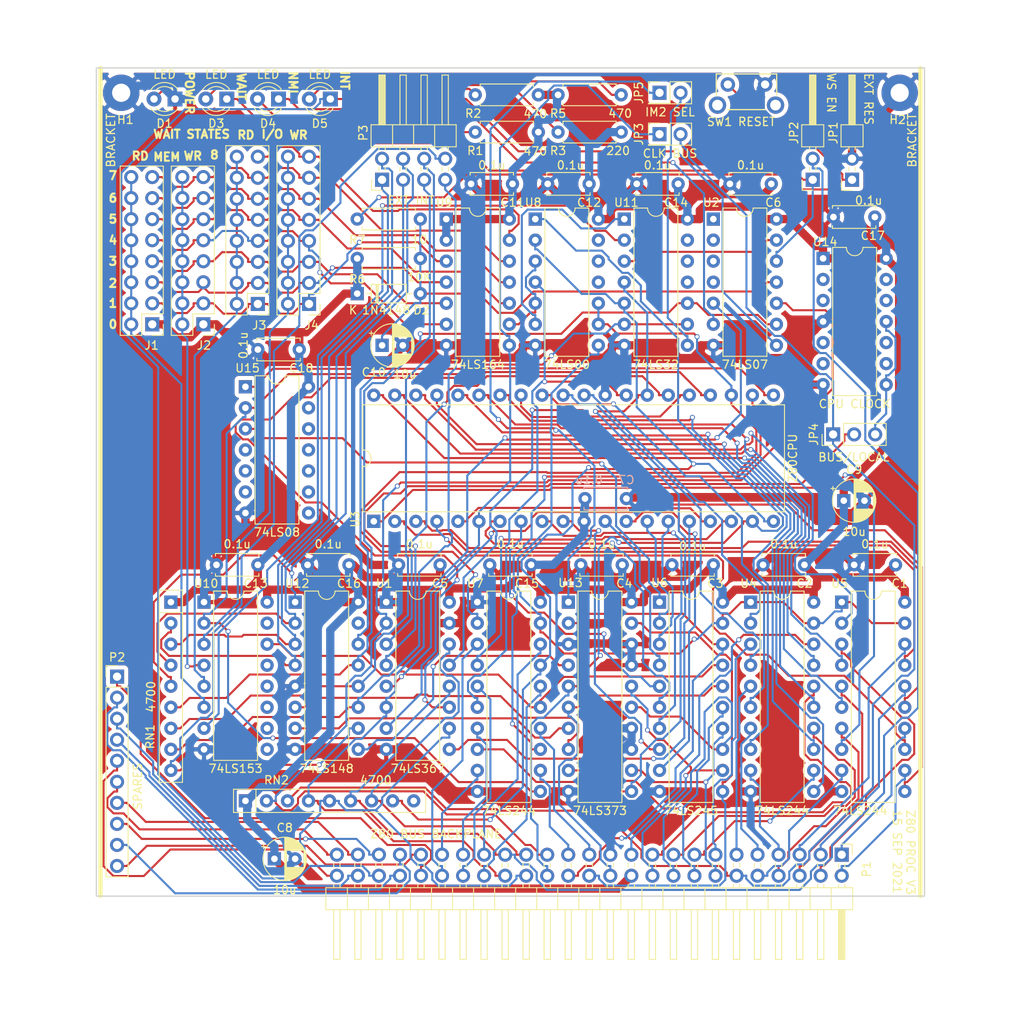
<source format=kicad_pcb>
(kicad_pcb (version 20171130) (host pcbnew "(5.1.10)-1")
  (layers (0 F.Cu signal) (31 B.Cu signal) (34 B.Paste user) (35 F.Paste user) (36 B.SilkS user) (37 F.SilkS user) (38 B.Mask user) (39 F.Mask user) (44 Edge.Cuts user))
  (net 0 "")
  (net 1 VCC)
  (net 2 GND)
  (net 3 /A11)
  (net 4 /A10)
  (net 5 /A12)
  (net 6 /A9)
  (net 7 /A13)
  (net 8 /A8)
  (net 9 /A14)
  (net 10 /A7)
  (net 11 /A15)
  (net 12 /A6)
  (net 13 /CLK)
  (net 14 /A5)
  (net 15 /D4)
  (net 16 /A4)
  (net 17 /D3)
  (net 18 /A3)
  (net 19 /D5)
  (net 20 /A2)
  (net 21 /D6)
  (net 22 /A1)
  (net 23 /A0)
  (net 24 /D2)
  (net 25 /D7)
  (net 26 /D0)
  (net 27 /D1)
  (net 28 /BUSACK)
  (net 29 "Net-(U1-Pad9)")
  (net 30 "Net-(U1-Pad3)")
  (net 31 "Net-(U1-Pad11)")
  (net 32 "Net-(U1-Pad13)")
  (net 33 "Net-(U1-Pad7)")
  (net 34 "Net-(U3-Pad1)")
  (net 35 "Net-(U3-Pad2)")
  (net 36 "Net-(U3-Pad22)")
  (net 37 "Net-(U3-Pad3)")
  (net 38 "Net-(U3-Pad4)")
  (net 39 "Net-(U3-Pad5)")
  (net 40 "Net-(U3-Pad30)")
  (net 41 "Net-(U3-Pad31)")
  (net 42 "Net-(U3-Pad32)")
  (net 43 "Net-(U3-Pad33)")
  (net 44 "Net-(U3-Pad34)")
  (net 45 "Net-(U3-Pad35)")
  (net 46 "Net-(U3-Pad36)")
  (net 47 "Net-(U3-Pad37)")
  (net 48 "Net-(U3-Pad38)")
  (net 49 "Net-(U3-Pad39)")
  (net 50 "Net-(U3-Pad40)")
  (net 51 /SPARE9)
  (net 52 /SPARE0)
  (net 53 /SPARE8)
  (net 54 /SPARE1)
  (net 55 /SPARE7)
  (net 56 /SPARE2)
  (net 57 /SPARE6)
  (net 58 /SPARE3)
  (net 59 /SPARE5)
  (net 60 /SPARE4)
  (net 61 "Net-(C10-Pad1)")
  (net 62 "Net-(JP1-Pad1)")
  (net 63 "Net-(D3-Pad1)")
  (net 64 "Net-(D3-Pad2)")
  (net 65 /WS-MEMRD)
  (net 66 /1WS)
  (net 67 /2WS)
  (net 68 /3WS)
  (net 69 /4WS)
  (net 70 /5WS)
  (net 71 /6WS)
  (net 72 /7WS)
  (net 73 /WS-MEMWR)
  (net 74 /WS-IORD)
  (net 75 /WS-IOWR)
  (net 76 /READY)
  (net 77 "Net-(U10-Pad2)")
  (net 78 "Net-(U10-Pad14)")
  (net 79 "Net-(U11-Pad1)")
  (net 80 /RDY)
  (net 81 /8WS)
  (net 82 "Net-(D1-Pad2)")
  (net 83 "Net-(D4-Pad2)")
  (net 84 "Net-(D4-Pad1)")
  (net 85 "Net-(D5-Pad2)")
  (net 86 /~INT)
  (net 87 /~WAIT)
  (net 88 /~IORQ)
  (net 89 /~RD)
  (net 90 /~MREQ)
  (net 91 /~WR)
  (net 92 /~HALT)
  (net 93 /~BUSACK)
  (net 94 /~NMI)
  (net 95 /~BUSRQ)
  (net 96 /~RESET)
  (net 97 /~M1)
  (net 98 /~RFSH)
  (net 99 /~IRQ7)
  (net 100 /~IRQ6)
  (net 101 /~IRQ5)
  (net 102 /~IRQ4)
  (net 103 /~IRQ3)
  (net 104 /~IRQ2)
  (net 105 /~IRQ1)
  (net 106 /~IRQ0)
  (net 107 "Net-(U3-Pad18)")
  (net 108 "Net-(U3-Pad28)")
  (net 109 "Net-(U3-Pad23)")
  (net 110 /~MR)
  (net 111 /~INTA)
  (net 112 "Net-(U12-Pad7)")
  (net 113 "Net-(U12-Pad6)")
  (net 114 "Net-(U12-Pad9)")
  (net 115 "Net-(JP4-Pad3)")
  (net 116 "Net-(JP4-Pad2)")
  (net 117 "Net-(JP3-Pad1)")
  (net 118 /bD1)
  (net 119 /bD0)
  (net 120 /bD7)
  (net 121 /bD2)
  (net 122 /bD6)
  (net 123 /bD5)
  (net 124 /bD3)
  (net 125 /bD4)
  (net 126 "Net-(JP5-Pad1)")
  (net 127 "Net-(U15-Pad3)")
  (net 128 "Net-(JP5-Pad2)")
  (net 129 /~bIORQ)
  (net 130 /~IM2-INT)
  (net 131 /~bM1)
  (module Capacitor_THT:C_Disc_D5.0mm_W2.5mm_P5.00mm (layer F.Cu) (at 68.5 82 180)
    (fp_text reference C18 (at -0.25 -2.25) (layer F.SilkS))
    (fp_text value 0.1u (at 6.75 0.5 90) (layer F.SilkS))
    (pad 2 thru_hole circle (at 5 0 180) (size 1.6 1.6) (drill 0.8) (layers *.Cu *.Mask) (net 2 GND))
    (pad 1 thru_hole circle (at 0 0 180) (size 1.6 1.6) (drill 0.8) (layers *.Cu *.Mask) (net 1 VCC))
  )
  (module Package_DIP:DIP-14_W7.62mm (layer F.Cu) (at 62 86.5)
    (fp_text reference U15 (at 0.25 -2.25) (layer F.SilkS))
    (fp_text value 74LS08 (at 3.81 17.57) (layer F.SilkS))
    (pad 14 thru_hole oval (at 7.62 0) (size 1.6 1.6) (drill 0.8) (layers *.Cu *.Mask) (net 1 VCC))
    (pad 7 thru_hole oval (at 0 15.24) (size 1.6 1.6) (drill 0.8) (layers *.Cu *.Mask) (net 2 GND))
    (pad 13 thru_hole oval (at 7.62 2.54) (size 1.6 1.6) (drill 0.8) (layers *.Cu *.Mask))
    (pad 6 thru_hole oval (at 0 12.7) (size 1.6 1.6) (drill 0.8) (layers *.Cu *.Mask))
    (pad 12 thru_hole oval (at 7.62 5.08) (size 1.6 1.6) (drill 0.8) (layers *.Cu *.Mask))
    (pad 5 thru_hole oval (at 0 10.16) (size 1.6 1.6) (drill 0.8) (layers *.Cu *.Mask))
    (pad 11 thru_hole oval (at 7.62 7.62) (size 1.6 1.6) (drill 0.8) (layers *.Cu *.Mask))
    (pad 4 thru_hole oval (at 0 7.62) (size 1.6 1.6) (drill 0.8) (layers *.Cu *.Mask))
    (pad 10 thru_hole oval (at 7.62 10.16) (size 1.6 1.6) (drill 0.8) (layers *.Cu *.Mask))
    (pad 3 thru_hole oval (at 0 5.08) (size 1.6 1.6) (drill 0.8) (layers *.Cu *.Mask) (net 127 "Net-(U15-Pad3)"))
    (pad 9 thru_hole oval (at 7.62 12.7) (size 1.6 1.6) (drill 0.8) (layers *.Cu *.Mask))
    (pad 2 thru_hole oval (at 0 2.54) (size 1.6 1.6) (drill 0.8) (layers *.Cu *.Mask) (net 77 "Net-(U10-Pad2)"))
    (pad 8 thru_hole oval (at 7.62 15.24) (size 1.6 1.6) (drill 0.8) (layers *.Cu *.Mask))
    (pad 1 thru_hole rect (at 0 0) (size 1.6 1.6) (drill 0.8) (layers *.Cu *.Mask) (net 111 /~INTA))
  )
  (module Connector_PinHeader_2.54mm:PinHeader_2x01_P2.54mm_Vertical (layer F.Cu) (at 112 51)
    (fp_text reference JP5 (at -2.5 0 90) (layer F.SilkS))
    (fp_text value "IM2 SEL" (at 1.27 2.33) (layer F.SilkS))
    (pad 2 thru_hole oval (at 2.54 0) (size 1.7 1.7) (drill 1) (layers *.Cu *.Mask) (net 128 "Net-(JP5-Pad2)"))
    (pad 1 thru_hole rect (at 0 0) (size 1.7 1.7) (drill 1) (layers *.Cu *.Mask) (net 126 "Net-(JP5-Pad1)"))
  )
  (module LED_THT:LED_D3.0mm (layer F.Cu) (at 72.25 51.75 180)
    (fp_text reference D5 (at 1.27 -2.96) (layer F.SilkS))
    (fp_text value LED (at 1.27 2.96) (layer F.SilkS))
    (pad 2 thru_hole circle (at 2.54 0 180) (size 1.8 1.8) (drill 0.9) (layers *.Cu *.Mask) (net 85 "Net-(D5-Pad2)"))
    (pad 1 thru_hole rect (at 0 0 180) (size 1.8 1.8) (drill 0.9) (layers *.Cu *.Mask) (net 86 /~INT))
  )
  (module LED_THT:LED_D3.0mm (layer F.Cu) (at 66 51.75 180)
    (fp_text reference D4 (at 1.27 -2.96) (layer F.SilkS))
    (fp_text value LED (at 1.27 2.96) (layer F.SilkS))
    (pad 2 thru_hole circle (at 2.54 0 180) (size 1.8 1.8) (drill 0.9) (layers *.Cu *.Mask) (net 83 "Net-(D4-Pad2)"))
    (pad 1 thru_hole rect (at 0 0 180) (size 1.8 1.8) (drill 0.9) (layers *.Cu *.Mask) (net 84 "Net-(D4-Pad1)"))
  )
  (module LED_THT:LED_D3.0mm (layer F.Cu) (at 59.75 51.75 180)
    (fp_text reference D3 (at 1.27 -2.96) (layer F.SilkS))
    (fp_text value LED (at 1.27 2.96) (layer F.SilkS))
    (pad 2 thru_hole circle (at 2.54 0 180) (size 1.8 1.8) (drill 0.9) (layers *.Cu *.Mask) (net 64 "Net-(D3-Pad2)"))
    (pad 1 thru_hole rect (at 0 0 180) (size 1.8 1.8) (drill 0.9) (layers *.Cu *.Mask) (net 63 "Net-(D3-Pad1)"))
  )
  (module LED_THT:LED_D3.0mm (layer F.Cu) (at 53.5 51.75 180)
    (fp_text reference D1 (at 1.27 -2.96) (layer F.SilkS))
    (fp_text value LED (at 1.27 2.96) (layer F.SilkS))
    (pad 2 thru_hole circle (at 2.54 0 180) (size 1.8 1.8) (drill 0.9) (layers *.Cu *.Mask) (net 82 "Net-(D1-Pad2)"))
    (pad 1 thru_hole rect (at 0 0 180) (size 1.8 1.8) (drill 0.9) (layers *.Cu *.Mask) (net 2 GND))
  )
  (module Connector_PinHeader_2.54mm:PinHeader_2x01_P2.54mm_Vertical (layer F.Cu) (at 112 56)
    (fp_text reference JP3 (at -2.5 0 90) (layer F.SilkS))
    (fp_text value "CLK BUS" (at 1.27 2.33) (layer F.SilkS))
    (pad 2 thru_hole oval (at 2.54 0) (size 1.7 1.7) (drill 1) (layers *.Cu *.Mask) (net 13 /CLK))
    (pad 1 thru_hole rect (at 0 0) (size 1.7 1.7) (drill 1) (layers *.Cu *.Mask) (net 117 "Net-(JP3-Pad1)"))
  )
  (module Package_DIP:DIP-14_W7.62mm (layer F.Cu) (at 131.75 71)
    (fp_text reference U14 (at 0.25 -2) (layer F.SilkS))
    (fp_text value "CPU CLOCK" (at 3.81 17.57) (layer F.SilkS))
    (pad 14 thru_hole oval (at 7.62 0) (size 1.6 1.6) (drill 0.8) (layers *.Cu *.Mask) (net 1 VCC))
    (pad 7 thru_hole oval (at 0 15.24) (size 1.6 1.6) (drill 0.8) (layers *.Cu *.Mask) (net 2 GND))
    (pad 13 thru_hole oval (at 7.62 2.54) (size 1.6 1.6) (drill 0.8) (layers *.Cu *.Mask))
    (pad 6 thru_hole oval (at 0 12.7) (size 1.6 1.6) (drill 0.8) (layers *.Cu *.Mask))
    (pad 12 thru_hole oval (at 7.62 5.08) (size 1.6 1.6) (drill 0.8) (layers *.Cu *.Mask))
    (pad 5 thru_hole oval (at 0 10.16) (size 1.6 1.6) (drill 0.8) (layers *.Cu *.Mask))
    (pad 11 thru_hole oval (at 7.62 7.62) (size 1.6 1.6) (drill 0.8) (layers *.Cu *.Mask) (net 115 "Net-(JP4-Pad3)"))
    (pad 4 thru_hole oval (at 0 7.62) (size 1.6 1.6) (drill 0.8) (layers *.Cu *.Mask) (net 2 GND))
    (pad 10 thru_hole oval (at 7.62 10.16) (size 1.6 1.6) (drill 0.8) (layers *.Cu *.Mask))
    (pad 3 thru_hole oval (at 0 5.08) (size 1.6 1.6) (drill 0.8) (layers *.Cu *.Mask))
    (pad 9 thru_hole oval (at 7.62 12.7) (size 1.6 1.6) (drill 0.8) (layers *.Cu *.Mask))
    (pad 2 thru_hole oval (at 0 2.54) (size 1.6 1.6) (drill 0.8) (layers *.Cu *.Mask))
    (pad 8 thru_hole oval (at 7.62 15.24) (size 1.6 1.6) (drill 0.8) (layers *.Cu *.Mask) (net 115 "Net-(JP4-Pad3)"))
    (pad 1 thru_hole rect (at 0 0) (size 1.6 1.6) (drill 0.8) (layers *.Cu *.Mask) (net 1 VCC))
  )
  (module Connector_PinHeader_2.54mm:PinHeader_1x03_P2.54mm_Vertical (layer F.Cu) (at 132.96 92.25 90)
    (fp_text reference JP4 (at 0 -2.33 90) (layer F.SilkS))
    (fp_text value BUS/LOCAL (at -2.75 2.5 180) (layer F.SilkS))
    (pad 3 thru_hole oval (at 0 5.08 90) (size 1.7 1.7) (drill 1) (layers *.Cu *.Mask) (net 115 "Net-(JP4-Pad3)"))
    (pad 2 thru_hole oval (at 0 2.54 90) (size 1.7 1.7) (drill 1) (layers *.Cu *.Mask) (net 116 "Net-(JP4-Pad2)"))
    (pad 1 thru_hole rect (at 0 0 90) (size 1.7 1.7) (drill 1) (layers *.Cu *.Mask) (net 13 /CLK))
  )
  (module Capacitor_THT:C_Disc_D5.0mm_W2.5mm_P5.00mm (layer F.Cu) (at 138 66 180)
    (fp_text reference C17 (at 0.25 -2.25) (layer F.SilkS))
    (fp_text value 0.1u (at 0.75 2) (layer F.SilkS))
    (pad 2 thru_hole circle (at 5 0 180) (size 1.6 1.6) (drill 0.8) (layers *.Cu *.Mask) (net 2 GND))
    (pad 1 thru_hole circle (at 0 0 180) (size 1.6 1.6) (drill 0.8) (layers *.Cu *.Mask) (net 1 VCC))
  )
  (module Resistor_THT:R_Array_SIP9 (layer F.Cu) (at 62 136.5)
    (fp_text reference RN2 (at 3.75 -2.5) (layer F.SilkS))
    (fp_text value 4700 (at 15.75 -2.5) (layer F.SilkS))
    (pad 9 thru_hole oval (at 20.32 0) (size 1.6 1.6) (drill 0.8) (layers *.Cu *.Mask))
    (pad 8 thru_hole oval (at 17.78 0) (size 1.6 1.6) (drill 0.8) (layers *.Cu *.Mask) (net 129 /~bIORQ))
    (pad 7 thru_hole oval (at 15.24 0) (size 1.6 1.6) (drill 0.8) (layers *.Cu *.Mask) (net 95 /~BUSRQ))
    (pad 6 thru_hole oval (at 12.7 0) (size 1.6 1.6) (drill 0.8) (layers *.Cu *.Mask) (net 87 /~WAIT))
    (pad 5 thru_hole oval (at 10.16 0) (size 1.6 1.6) (drill 0.8) (layers *.Cu *.Mask) (net 86 /~INT))
    (pad 4 thru_hole oval (at 7.62 0) (size 1.6 1.6) (drill 0.8) (layers *.Cu *.Mask) (net 94 /~NMI))
    (pad 3 thru_hole oval (at 5.08 0) (size 1.6 1.6) (drill 0.8) (layers *.Cu *.Mask) (net 13 /CLK))
    (pad 2 thru_hole oval (at 2.54 0) (size 1.6 1.6) (drill 0.8) (layers *.Cu *.Mask) (net 96 /~RESET))
    (pad 1 thru_hole rect (at 0 0) (size 1.6 1.6) (drill 0.8) (layers *.Cu *.Mask) (net 1 VCC))
  )
  (module Resistor_THT:R_Array_SIP9 (layer F.Cu) (at 53 112.5 270)
    (fp_text reference RN1 (at 16.25 2.5 90) (layer F.SilkS))
    (fp_text value 4700 (at 11.43 2.4 90) (layer F.SilkS))
    (pad 9 thru_hole oval (at 20.32 0 270) (size 1.6 1.6) (drill 0.8) (layers *.Cu *.Mask) (net 106 /~IRQ0))
    (pad 8 thru_hole oval (at 17.78 0 270) (size 1.6 1.6) (drill 0.8) (layers *.Cu *.Mask) (net 105 /~IRQ1))
    (pad 7 thru_hole oval (at 15.24 0 270) (size 1.6 1.6) (drill 0.8) (layers *.Cu *.Mask) (net 104 /~IRQ2))
    (pad 6 thru_hole oval (at 12.7 0 270) (size 1.6 1.6) (drill 0.8) (layers *.Cu *.Mask) (net 103 /~IRQ3))
    (pad 5 thru_hole oval (at 10.16 0 270) (size 1.6 1.6) (drill 0.8) (layers *.Cu *.Mask) (net 102 /~IRQ4))
    (pad 4 thru_hole oval (at 7.62 0 270) (size 1.6 1.6) (drill 0.8) (layers *.Cu *.Mask) (net 101 /~IRQ5))
    (pad 3 thru_hole oval (at 5.08 0 270) (size 1.6 1.6) (drill 0.8) (layers *.Cu *.Mask) (net 100 /~IRQ6))
    (pad 2 thru_hole oval (at 2.54 0 270) (size 1.6 1.6) (drill 0.8) (layers *.Cu *.Mask) (net 99 /~IRQ7))
    (pad 1 thru_hole rect (at 0 0 270) (size 1.6 1.6) (drill 0.8) (layers *.Cu *.Mask) (net 1 VCC))
  )
  (module Capacitor_THT:C_Disc_D5.0mm_W2.5mm_P5.00mm (layer B.Cu) (at 103 100)
    (fp_text reference C7 (at 5 -2.25 180) (layer B.SilkS) (effects (justify mirror)))
    (fp_text value 0.1u (at 0.5 -2.25 180) (layer B.SilkS) (effects (justify mirror)))
    (pad 2 thru_hole circle (at 5 0) (size 1.6 1.6) (drill 0.8) (layers *.Cu *.Mask) (net 2 GND))
    (pad 1 thru_hole circle (at 0 0) (size 1.6 1.6) (drill 0.8) (layers *.Cu *.Mask) (net 1 VCC))
  )
  (module Package_DIP:DIP-40_W15.24mm (layer F.Cu) (at 77.5 102.75 90)
    (fp_text reference U3 (at 0.25 -2.25 90) (layer F.SilkS))
    (fp_text value Z80CPU (at 7.62 50.59 90) (layer F.SilkS))
    (pad 40 thru_hole oval (at 15.24 0 90) (size 1.6 1.6) (drill 0.8) (layers *.Cu *.Mask) (net 50 "Net-(U3-Pad40)"))
    (pad 20 thru_hole oval (at 0 48.26 90) (size 1.6 1.6) (drill 0.8) (layers *.Cu *.Mask) (net 129 /~bIORQ))
    (pad 39 thru_hole oval (at 15.24 2.54 90) (size 1.6 1.6) (drill 0.8) (layers *.Cu *.Mask) (net 49 "Net-(U3-Pad39)"))
    (pad 19 thru_hole oval (at 0 45.72 90) (size 1.6 1.6) (drill 0.8) (layers *.Cu *.Mask) (net 78 "Net-(U10-Pad14)"))
    (pad 38 thru_hole oval (at 15.24 5.08 90) (size 1.6 1.6) (drill 0.8) (layers *.Cu *.Mask) (net 48 "Net-(U3-Pad38)"))
    (pad 18 thru_hole oval (at 0 43.18 90) (size 1.6 1.6) (drill 0.8) (layers *.Cu *.Mask) (net 107 "Net-(U3-Pad18)"))
    (pad 37 thru_hole oval (at 15.24 7.62 90) (size 1.6 1.6) (drill 0.8) (layers *.Cu *.Mask) (net 47 "Net-(U3-Pad37)"))
    (pad 17 thru_hole oval (at 0 40.64 90) (size 1.6 1.6) (drill 0.8) (layers *.Cu *.Mask) (net 33 "Net-(U1-Pad7)"))
    (pad 36 thru_hole oval (at 15.24 10.16 90) (size 1.6 1.6) (drill 0.8) (layers *.Cu *.Mask) (net 46 "Net-(U3-Pad36)"))
    (pad 16 thru_hole oval (at 0 38.1 90) (size 1.6 1.6) (drill 0.8) (layers *.Cu *.Mask) (net 29 "Net-(U1-Pad9)"))
    (pad 35 thru_hole oval (at 15.24 12.7 90) (size 1.6 1.6) (drill 0.8) (layers *.Cu *.Mask) (net 45 "Net-(U3-Pad35)"))
    (pad 15 thru_hole oval (at 0 35.56 90) (size 1.6 1.6) (drill 0.8) (layers *.Cu *.Mask) (net 118 /bD1))
    (pad 34 thru_hole oval (at 15.24 15.24 90) (size 1.6 1.6) (drill 0.8) (layers *.Cu *.Mask) (net 44 "Net-(U3-Pad34)"))
    (pad 14 thru_hole oval (at 0 33.02 90) (size 1.6 1.6) (drill 0.8) (layers *.Cu *.Mask) (net 119 /bD0))
    (pad 33 thru_hole oval (at 15.24 17.78 90) (size 1.6 1.6) (drill 0.8) (layers *.Cu *.Mask) (net 43 "Net-(U3-Pad33)"))
    (pad 13 thru_hole oval (at 0 30.48 90) (size 1.6 1.6) (drill 0.8) (layers *.Cu *.Mask) (net 120 /bD7))
    (pad 32 thru_hole oval (at 15.24 20.32 90) (size 1.6 1.6) (drill 0.8) (layers *.Cu *.Mask) (net 42 "Net-(U3-Pad32)"))
    (pad 12 thru_hole oval (at 0 27.94 90) (size 1.6 1.6) (drill 0.8) (layers *.Cu *.Mask) (net 121 /bD2))
    (pad 31 thru_hole oval (at 15.24 22.86 90) (size 1.6 1.6) (drill 0.8) (layers *.Cu *.Mask) (net 41 "Net-(U3-Pad31)"))
    (pad 11 thru_hole oval (at 0 25.4 90) (size 1.6 1.6) (drill 0.8) (layers *.Cu *.Mask) (net 1 VCC))
    (pad 30 thru_hole oval (at 15.24 25.4 90) (size 1.6 1.6) (drill 0.8) (layers *.Cu *.Mask) (net 40 "Net-(U3-Pad30)"))
    (pad 10 thru_hole oval (at 0 22.86 90) (size 1.6 1.6) (drill 0.8) (layers *.Cu *.Mask) (net 122 /bD6))
    (pad 29 thru_hole oval (at 15.24 27.94 90) (size 1.6 1.6) (drill 0.8) (layers *.Cu *.Mask) (net 2 GND))
    (pad 9 thru_hole oval (at 0 20.32 90) (size 1.6 1.6) (drill 0.8) (layers *.Cu *.Mask) (net 123 /bD5))
    (pad 28 thru_hole oval (at 15.24 30.48 90) (size 1.6 1.6) (drill 0.8) (layers *.Cu *.Mask) (net 108 "Net-(U3-Pad28)"))
    (pad 8 thru_hole oval (at 0 17.78 90) (size 1.6 1.6) (drill 0.8) (layers *.Cu *.Mask) (net 124 /bD3))
    (pad 27 thru_hole oval (at 15.24 33.02 90) (size 1.6 1.6) (drill 0.8) (layers *.Cu *.Mask) (net 131 /~bM1))
    (pad 7 thru_hole oval (at 0 15.24 90) (size 1.6 1.6) (drill 0.8) (layers *.Cu *.Mask) (net 125 /bD4))
    (pad 26 thru_hole oval (at 15.24 35.56 90) (size 1.6 1.6) (drill 0.8) (layers *.Cu *.Mask) (net 30 "Net-(U1-Pad3)"))
    (pad 6 thru_hole oval (at 0 12.7 90) (size 1.6 1.6) (drill 0.8) (layers *.Cu *.Mask) (net 117 "Net-(JP3-Pad1)"))
    (pad 25 thru_hole oval (at 15.24 38.1 90) (size 1.6 1.6) (drill 0.8) (layers *.Cu *.Mask) (net 32 "Net-(U1-Pad13)"))
    (pad 5 thru_hole oval (at 0 10.16 90) (size 1.6 1.6) (drill 0.8) (layers *.Cu *.Mask) (net 39 "Net-(U3-Pad5)"))
    (pad 24 thru_hole oval (at 15.24 40.64 90) (size 1.6 1.6) (drill 0.8) (layers *.Cu *.Mask) (net 31 "Net-(U1-Pad11)"))
    (pad 4 thru_hole oval (at 0 7.62 90) (size 1.6 1.6) (drill 0.8) (layers *.Cu *.Mask) (net 38 "Net-(U3-Pad4)"))
    (pad 23 thru_hole oval (at 15.24 43.18 90) (size 1.6 1.6) (drill 0.8) (layers *.Cu *.Mask) (net 109 "Net-(U3-Pad23)"))
    (pad 3 thru_hole oval (at 0 5.08 90) (size 1.6 1.6) (drill 0.8) (layers *.Cu *.Mask) (net 37 "Net-(U3-Pad3)"))
    (pad 22 thru_hole oval (at 15.24 45.72 90) (size 1.6 1.6) (drill 0.8) (layers *.Cu *.Mask) (net 36 "Net-(U3-Pad22)"))
    (pad 2 thru_hole oval (at 0 2.54 90) (size 1.6 1.6) (drill 0.8) (layers *.Cu *.Mask) (net 35 "Net-(U3-Pad2)"))
    (pad 21 thru_hole oval (at 15.24 48.26 90) (size 1.6 1.6) (drill 0.8) (layers *.Cu *.Mask) (net 77 "Net-(U10-Pad2)"))
    (pad 1 thru_hole rect (at 0 0 90) (size 1.6 1.6) (drill 0.8) (layers *.Cu *.Mask) (net 34 "Net-(U3-Pad1)"))
  )
  (module Connector_PinHeader_2.54mm:PinHeader_2x01_P2.54mm_Horizontal (layer F.Cu) (at 130.5 61.5 90)
    (fp_text reference JP2 (at 5.655 -2.27 90) (layer F.SilkS))
    (fp_text value "WS EN" (at 10.5 2.25 270 unlocked) (layer F.SilkS))
    (pad 2 thru_hole oval (at 2.54 0 90) (size 1.7 1.7) (drill 1) (layers *.Cu *.Mask) (net 87 /~WAIT))
    (pad 1 thru_hole rect (at 0 0 90) (size 1.7 1.7) (drill 1) (layers *.Cu *.Mask) (net 63 "Net-(D3-Pad1)"))
  )
  (module Connector_PinHeader_2.54mm:PinHeader_2x04_P2.54mm_Horizontal (layer F.Cu) (at 78.5 61.5 90)
    (fp_text reference P3 (at 5.655 -2.27 90) (layer F.SilkS))
    (fp_text value "EXT INT" (at -2.5 3.5 180) (layer F.SilkS))
    (pad 8 thru_hole oval (at 2.54 7.62 90) (size 1.7 1.7) (drill 1) (layers *.Cu *.Mask) (net 106 /~IRQ0))
    (pad 7 thru_hole oval (at 0 7.62 90) (size 1.7 1.7) (drill 1) (layers *.Cu *.Mask) (net 105 /~IRQ1))
    (pad 6 thru_hole oval (at 2.54 5.08 90) (size 1.7 1.7) (drill 1) (layers *.Cu *.Mask) (net 104 /~IRQ2))
    (pad 5 thru_hole oval (at 0 5.08 90) (size 1.7 1.7) (drill 1) (layers *.Cu *.Mask) (net 103 /~IRQ3))
    (pad 4 thru_hole oval (at 2.54 2.54 90) (size 1.7 1.7) (drill 1) (layers *.Cu *.Mask) (net 102 /~IRQ4))
    (pad 3 thru_hole oval (at 0 2.54 90) (size 1.7 1.7) (drill 1) (layers *.Cu *.Mask) (net 101 /~IRQ5))
    (pad 2 thru_hole oval (at 2.54 0 90) (size 1.7 1.7) (drill 1) (layers *.Cu *.Mask) (net 100 /~IRQ6))
    (pad 1 thru_hole rect (at 0 0 90) (size 1.7 1.7) (drill 1) (layers *.Cu *.Mask) (net 99 /~IRQ7))
  )
  (module Connector_PinHeader_2.54mm:PinHeader_2x01_P2.54mm_Horizontal (layer F.Cu) (at 135.25 61.5 90)
    (fp_text reference JP1 (at 5.655 -2.27 90) (layer F.SilkS))
    (fp_text value "EXT RES" (at 9.75 2 270 unlocked) (layer F.SilkS))
    (pad 2 thru_hole oval (at 2.54 0 90) (size 1.7 1.7) (drill 1) (layers *.Cu *.Mask) (net 2 GND))
    (pad 1 thru_hole rect (at 0 0 90) (size 1.7 1.7) (drill 1) (layers *.Cu *.Mask) (net 62 "Net-(JP1-Pad1)"))
  )
  (module Package_DIP:DIP-20_W7.62mm (layer F.Cu) (at 101 112.5)
    (fp_text reference U13 (at 0.25 -2.33) (layer F.SilkS))
    (fp_text value 74LS373 (at 3.81 25.19) (layer F.SilkS))
    (pad 20 thru_hole oval (at 7.62 0) (size 1.6 1.6) (drill 0.8) (layers *.Cu *.Mask) (net 1 VCC))
    (pad 10 thru_hole oval (at 0 22.86) (size 1.6 1.6) (drill 0.8) (layers *.Cu *.Mask) (net 2 GND))
    (pad 19 thru_hole oval (at 7.62 2.54) (size 1.6 1.6) (drill 0.8) (layers *.Cu *.Mask) (net 25 /D7))
    (pad 9 thru_hole oval (at 0 20.32) (size 1.6 1.6) (drill 0.8) (layers *.Cu *.Mask) (net 17 /D3))
    (pad 18 thru_hole oval (at 7.62 5.08) (size 1.6 1.6) (drill 0.8) (layers *.Cu *.Mask) (net 2 GND))
    (pad 8 thru_hole oval (at 0 17.78) (size 1.6 1.6) (drill 0.8) (layers *.Cu *.Mask) (net 113 "Net-(U12-Pad6)"))
    (pad 17 thru_hole oval (at 7.62 7.62) (size 1.6 1.6) (drill 0.8) (layers *.Cu *.Mask) (net 2 GND))
    (pad 7 thru_hole oval (at 0 15.24) (size 1.6 1.6) (drill 0.8) (layers *.Cu *.Mask) (net 112 "Net-(U12-Pad7)"))
    (pad 16 thru_hole oval (at 7.62 10.16) (size 1.6 1.6) (drill 0.8) (layers *.Cu *.Mask) (net 21 /D6))
    (pad 6 thru_hole oval (at 0 12.7) (size 1.6 1.6) (drill 0.8) (layers *.Cu *.Mask) (net 24 /D2))
    (pad 15 thru_hole oval (at 7.62 12.7) (size 1.6 1.6) (drill 0.8) (layers *.Cu *.Mask) (net 19 /D5))
    (pad 5 thru_hole oval (at 0 10.16) (size 1.6 1.6) (drill 0.8) (layers *.Cu *.Mask) (net 27 /D1))
    (pad 14 thru_hole oval (at 7.62 15.24) (size 1.6 1.6) (drill 0.8) (layers *.Cu *.Mask) (net 2 GND))
    (pad 4 thru_hole oval (at 0 7.62) (size 1.6 1.6) (drill 0.8) (layers *.Cu *.Mask) (net 114 "Net-(U12-Pad9)"))
    (pad 13 thru_hole oval (at 7.62 17.78) (size 1.6 1.6) (drill 0.8) (layers *.Cu *.Mask) (net 2 GND))
    (pad 3 thru_hole oval (at 0 5.08) (size 1.6 1.6) (drill 0.8) (layers *.Cu *.Mask) (net 2 GND))
    (pad 12 thru_hole oval (at 7.62 20.32) (size 1.6 1.6) (drill 0.8) (layers *.Cu *.Mask) (net 15 /D4))
    (pad 2 thru_hole oval (at 0 2.54) (size 1.6 1.6) (drill 0.8) (layers *.Cu *.Mask) (net 26 /D0))
    (pad 11 thru_hole oval (at 7.62 22.86) (size 1.6 1.6) (drill 0.8) (layers *.Cu *.Mask) (net 131 /~bM1))
    (pad 1 thru_hole rect (at 0 0) (size 1.6 1.6) (drill 0.8) (layers *.Cu *.Mask) (net 126 "Net-(JP5-Pad1)"))
  )
  (module Package_DIP:DIP-16_W7.62mm (layer F.Cu) (at 68 112.5)
    (fp_text reference U12 (at 0.25 -2.25) (layer F.SilkS))
    (fp_text value 74LS148 (at 3.81 20.11) (layer F.SilkS))
    (pad 16 thru_hole oval (at 7.62 0) (size 1.6 1.6) (drill 0.8) (layers *.Cu *.Mask) (net 1 VCC))
    (pad 8 thru_hole oval (at 0 17.78) (size 1.6 1.6) (drill 0.8) (layers *.Cu *.Mask) (net 2 GND))
    (pad 15 thru_hole oval (at 7.62 2.54) (size 1.6 1.6) (drill 0.8) (layers *.Cu *.Mask))
    (pad 7 thru_hole oval (at 0 15.24) (size 1.6 1.6) (drill 0.8) (layers *.Cu *.Mask) (net 112 "Net-(U12-Pad7)"))
    (pad 14 thru_hole oval (at 7.62 5.08) (size 1.6 1.6) (drill 0.8) (layers *.Cu *.Mask) (net 130 /~IM2-INT))
    (pad 6 thru_hole oval (at 0 12.7) (size 1.6 1.6) (drill 0.8) (layers *.Cu *.Mask) (net 113 "Net-(U12-Pad6)"))
    (pad 13 thru_hole oval (at 7.62 7.62) (size 1.6 1.6) (drill 0.8) (layers *.Cu *.Mask) (net 103 /~IRQ3))
    (pad 5 thru_hole oval (at 0 10.16) (size 1.6 1.6) (drill 0.8) (layers *.Cu *.Mask) (net 2 GND))
    (pad 12 thru_hole oval (at 7.62 10.16) (size 1.6 1.6) (drill 0.8) (layers *.Cu *.Mask) (net 104 /~IRQ2))
    (pad 4 thru_hole oval (at 0 7.62) (size 1.6 1.6) (drill 0.8) (layers *.Cu *.Mask) (net 99 /~IRQ7))
    (pad 11 thru_hole oval (at 7.62 12.7) (size 1.6 1.6) (drill 0.8) (layers *.Cu *.Mask) (net 105 /~IRQ1))
    (pad 3 thru_hole oval (at 0 5.08) (size 1.6 1.6) (drill 0.8) (layers *.Cu *.Mask) (net 100 /~IRQ6))
    (pad 10 thru_hole oval (at 7.62 15.24) (size 1.6 1.6) (drill 0.8) (layers *.Cu *.Mask) (net 106 /~IRQ0))
    (pad 2 thru_hole oval (at 0 2.54) (size 1.6 1.6) (drill 0.8) (layers *.Cu *.Mask) (net 101 /~IRQ5))
    (pad 9 thru_hole oval (at 7.62 17.78) (size 1.6 1.6) (drill 0.8) (layers *.Cu *.Mask) (net 114 "Net-(U12-Pad9)"))
    (pad 1 thru_hole rect (at 0 0) (size 1.6 1.6) (drill 0.8) (layers *.Cu *.Mask) (net 102 /~IRQ4))
  )
  (module Package_DIP:DIP-14_W7.62mm (layer F.Cu) (at 107.75 66.25)
    (fp_text reference U11 (at 0.25 -2) (layer F.SilkS))
    (fp_text value 74LS32 (at 3.81 17.57) (layer F.SilkS))
    (pad 14 thru_hole oval (at 7.62 0) (size 1.6 1.6) (drill 0.8) (layers *.Cu *.Mask) (net 1 VCC))
    (pad 7 thru_hole oval (at 0 15.24) (size 1.6 1.6) (drill 0.8) (layers *.Cu *.Mask) (net 2 GND))
    (pad 13 thru_hole oval (at 7.62 2.54) (size 1.6 1.6) (drill 0.8) (layers *.Cu *.Mask))
    (pad 6 thru_hole oval (at 0 12.7) (size 1.6 1.6) (drill 0.8) (layers *.Cu *.Mask) (net 111 /~INTA))
    (pad 12 thru_hole oval (at 7.62 5.08) (size 1.6 1.6) (drill 0.8) (layers *.Cu *.Mask))
    (pad 5 thru_hole oval (at 0 10.16) (size 1.6 1.6) (drill 0.8) (layers *.Cu *.Mask) (net 129 /~bIORQ))
    (pad 11 thru_hole oval (at 7.62 7.62) (size 1.6 1.6) (drill 0.8) (layers *.Cu *.Mask))
    (pad 4 thru_hole oval (at 0 7.62) (size 1.6 1.6) (drill 0.8) (layers *.Cu *.Mask) (net 131 /~bM1))
    (pad 10 thru_hole oval (at 7.62 10.16) (size 1.6 1.6) (drill 0.8) (layers *.Cu *.Mask) (net 130 /~IM2-INT))
    (pad 3 thru_hole oval (at 0 5.08) (size 1.6 1.6) (drill 0.8) (layers *.Cu *.Mask) (net 76 /READY))
    (pad 9 thru_hole oval (at 7.62 12.7) (size 1.6 1.6) (drill 0.8) (layers *.Cu *.Mask) (net 111 /~INTA))
    (pad 2 thru_hole oval (at 0 2.54) (size 1.6 1.6) (drill 0.8) (layers *.Cu *.Mask) (net 80 /RDY))
    (pad 8 thru_hole oval (at 7.62 15.24) (size 1.6 1.6) (drill 0.8) (layers *.Cu *.Mask) (net 128 "Net-(JP5-Pad2)"))
    (pad 1 thru_hole rect (at 0 0) (size 1.6 1.6) (drill 0.8) (layers *.Cu *.Mask) (net 79 "Net-(U11-Pad1)"))
  )
  (module Package_DIP:DIP-16_W7.62mm (layer F.Cu) (at 57 112.5)
    (fp_text reference U10 (at 0.25 -2.25) (layer F.SilkS))
    (fp_text value 74LS153 (at 3.81 20.11) (layer F.SilkS))
    (pad 16 thru_hole oval (at 7.62 0) (size 1.6 1.6) (drill 0.8) (layers *.Cu *.Mask) (net 1 VCC))
    (pad 8 thru_hole oval (at 0 17.78) (size 1.6 1.6) (drill 0.8) (layers *.Cu *.Mask) (net 2 GND))
    (pad 15 thru_hole oval (at 7.62 2.54) (size 1.6 1.6) (drill 0.8) (layers *.Cu *.Mask))
    (pad 7 thru_hole oval (at 0 15.24) (size 1.6 1.6) (drill 0.8) (layers *.Cu *.Mask) (net 80 /RDY))
    (pad 14 thru_hole oval (at 7.62 5.08) (size 1.6 1.6) (drill 0.8) (layers *.Cu *.Mask) (net 78 "Net-(U10-Pad14)"))
    (pad 6 thru_hole oval (at 0 12.7) (size 1.6 1.6) (drill 0.8) (layers *.Cu *.Mask) (net 65 /WS-MEMRD))
    (pad 13 thru_hole oval (at 7.62 7.62) (size 1.6 1.6) (drill 0.8) (layers *.Cu *.Mask))
    (pad 5 thru_hole oval (at 0 10.16) (size 1.6 1.6) (drill 0.8) (layers *.Cu *.Mask) (net 74 /WS-IORD))
    (pad 12 thru_hole oval (at 7.62 10.16) (size 1.6 1.6) (drill 0.8) (layers *.Cu *.Mask))
    (pad 4 thru_hole oval (at 0 7.62) (size 1.6 1.6) (drill 0.8) (layers *.Cu *.Mask) (net 73 /WS-MEMWR))
    (pad 11 thru_hole oval (at 7.62 12.7) (size 1.6 1.6) (drill 0.8) (layers *.Cu *.Mask))
    (pad 3 thru_hole oval (at 0 5.08) (size 1.6 1.6) (drill 0.8) (layers *.Cu *.Mask) (net 75 /WS-IOWR))
    (pad 10 thru_hole oval (at 7.62 15.24) (size 1.6 1.6) (drill 0.8) (layers *.Cu *.Mask))
    (pad 2 thru_hole oval (at 0 2.54) (size 1.6 1.6) (drill 0.8) (layers *.Cu *.Mask) (net 77 "Net-(U10-Pad2)"))
    (pad 9 thru_hole oval (at 7.62 17.78) (size 1.6 1.6) (drill 0.8) (layers *.Cu *.Mask))
    (pad 1 thru_hole rect (at 0 0) (size 1.6 1.6) (drill 0.8) (layers *.Cu *.Mask) (net 2 GND))
  )
  (module Package_DIP:DIP-14_W7.62mm (layer F.Cu) (at 86.25 66.25)
    (fp_text reference U9 (at -0.25 -2) (layer F.SilkS))
    (fp_text value 74LS164 (at 3.81 17.57) (layer F.SilkS))
    (pad 14 thru_hole oval (at 7.62 0) (size 1.6 1.6) (drill 0.8) (layers *.Cu *.Mask) (net 1 VCC))
    (pad 7 thru_hole oval (at 0 15.24) (size 1.6 1.6) (drill 0.8) (layers *.Cu *.Mask) (net 2 GND))
    (pad 13 thru_hole oval (at 7.62 2.54) (size 1.6 1.6) (drill 0.8) (layers *.Cu *.Mask) (net 81 /8WS))
    (pad 6 thru_hole oval (at 0 12.7) (size 1.6 1.6) (drill 0.8) (layers *.Cu *.Mask) (net 69 /4WS))
    (pad 12 thru_hole oval (at 7.62 5.08) (size 1.6 1.6) (drill 0.8) (layers *.Cu *.Mask) (net 72 /7WS))
    (pad 5 thru_hole oval (at 0 10.16) (size 1.6 1.6) (drill 0.8) (layers *.Cu *.Mask) (net 68 /3WS))
    (pad 11 thru_hole oval (at 7.62 7.62) (size 1.6 1.6) (drill 0.8) (layers *.Cu *.Mask) (net 71 /6WS))
    (pad 4 thru_hole oval (at 0 7.62) (size 1.6 1.6) (drill 0.8) (layers *.Cu *.Mask) (net 67 /2WS))
    (pad 10 thru_hole oval (at 7.62 10.16) (size 1.6 1.6) (drill 0.8) (layers *.Cu *.Mask) (net 70 /5WS))
    (pad 3 thru_hole oval (at 0 5.08) (size 1.6 1.6) (drill 0.8) (layers *.Cu *.Mask) (net 66 /1WS))
    (pad 9 thru_hole oval (at 7.62 12.7) (size 1.6 1.6) (drill 0.8) (layers *.Cu *.Mask) (net 110 /~MR))
    (pad 2 thru_hole oval (at 0 2.54) (size 1.6 1.6) (drill 0.8) (layers *.Cu *.Mask) (net 1 VCC))
    (pad 8 thru_hole oval (at 7.62 15.24) (size 1.6 1.6) (drill 0.8) (layers *.Cu *.Mask) (net 117 "Net-(JP3-Pad1)"))
    (pad 1 thru_hole rect (at 0 0) (size 1.6 1.6) (drill 0.8) (layers *.Cu *.Mask) (net 1 VCC))
  )
  (module Package_DIP:DIP-14_W7.62mm (layer F.Cu) (at 97 66.25)
    (fp_text reference U8 (at -0.25 -2) (layer F.SilkS))
    (fp_text value 74LS00 (at 3.81 17.57) (layer F.SilkS))
    (pad 14 thru_hole oval (at 7.62 0) (size 1.6 1.6) (drill 0.8) (layers *.Cu *.Mask) (net 1 VCC))
    (pad 7 thru_hole oval (at 0 15.24) (size 1.6 1.6) (drill 0.8) (layers *.Cu *.Mask) (net 2 GND))
    (pad 13 thru_hole oval (at 7.62 2.54) (size 1.6 1.6) (drill 0.8) (layers *.Cu *.Mask))
    (pad 6 thru_hole oval (at 0 12.7) (size 1.6 1.6) (drill 0.8) (layers *.Cu *.Mask) (net 79 "Net-(U11-Pad1)"))
    (pad 12 thru_hole oval (at 7.62 5.08) (size 1.6 1.6) (drill 0.8) (layers *.Cu *.Mask))
    (pad 5 thru_hole oval (at 0 10.16) (size 1.6 1.6) (drill 0.8) (layers *.Cu *.Mask) (net 110 /~MR))
    (pad 11 thru_hole oval (at 7.62 7.62) (size 1.6 1.6) (drill 0.8) (layers *.Cu *.Mask))
    (pad 4 thru_hole oval (at 0 7.62) (size 1.6 1.6) (drill 0.8) (layers *.Cu *.Mask) (net 108 "Net-(U3-Pad28)"))
    (pad 10 thru_hole oval (at 7.62 10.16) (size 1.6 1.6) (drill 0.8) (layers *.Cu *.Mask) (net 109 "Net-(U3-Pad23)"))
    (pad 3 thru_hole oval (at 0 5.08) (size 1.6 1.6) (drill 0.8) (layers *.Cu *.Mask) (net 110 /~MR))
    (pad 9 thru_hole oval (at 7.62 12.7) (size 1.6 1.6) (drill 0.8) (layers *.Cu *.Mask) (net 109 "Net-(U3-Pad23)"))
    (pad 2 thru_hole oval (at 0 2.54) (size 1.6 1.6) (drill 0.8) (layers *.Cu *.Mask) (net 129 /~bIORQ))
    (pad 8 thru_hole oval (at 7.62 15.24) (size 1.6 1.6) (drill 0.8) (layers *.Cu *.Mask) (net 28 /BUSACK))
    (pad 1 thru_hole rect (at 0 0) (size 1.6 1.6) (drill 0.8) (layers *.Cu *.Mask) (net 78 "Net-(U10-Pad14)"))
  )
  (module Package_DIP:DIP-20_W7.62mm (layer F.Cu) (at 90 112.5)
    (fp_text reference U7 (at -0.25 -2.25) (layer F.SilkS))
    (fp_text value 74LS244 (at 3.81 25.19) (layer F.SilkS))
    (pad 20 thru_hole oval (at 7.62 0) (size 1.6 1.6) (drill 0.8) (layers *.Cu *.Mask) (net 1 VCC))
    (pad 10 thru_hole oval (at 0 22.86) (size 1.6 1.6) (drill 0.8) (layers *.Cu *.Mask) (net 2 GND))
    (pad 19 thru_hole oval (at 7.62 2.54) (size 1.6 1.6) (drill 0.8) (layers *.Cu *.Mask) (net 28 /BUSACK))
    (pad 9 thru_hole oval (at 0 20.32) (size 1.6 1.6) (drill 0.8) (layers *.Cu *.Mask) (net 89 /~RD))
    (pad 18 thru_hole oval (at 7.62 5.08) (size 1.6 1.6) (drill 0.8) (layers *.Cu *.Mask) (net 93 /~BUSACK))
    (pad 8 thru_hole oval (at 0 17.78) (size 1.6 1.6) (drill 0.8) (layers *.Cu *.Mask) (net 131 /~bM1))
    (pad 17 thru_hole oval (at 7.62 7.62) (size 1.6 1.6) (drill 0.8) (layers *.Cu *.Mask) (net 129 /~bIORQ))
    (pad 7 thru_hole oval (at 0 15.24) (size 1.6 1.6) (drill 0.8) (layers *.Cu *.Mask) (net 91 /~WR))
    (pad 16 thru_hole oval (at 7.62 10.16) (size 1.6 1.6) (drill 0.8) (layers *.Cu *.Mask) (net 92 /~HALT))
    (pad 6 thru_hole oval (at 0 12.7) (size 1.6 1.6) (drill 0.8) (layers *.Cu *.Mask) (net 108 "Net-(U3-Pad28)"))
    (pad 15 thru_hole oval (at 7.62 12.7) (size 1.6 1.6) (drill 0.8) (layers *.Cu *.Mask) (net 78 "Net-(U10-Pad14)"))
    (pad 5 thru_hole oval (at 0 10.16) (size 1.6 1.6) (drill 0.8) (layers *.Cu *.Mask) (net 90 /~MREQ))
    (pad 14 thru_hole oval (at 7.62 15.24) (size 1.6 1.6) (drill 0.8) (layers *.Cu *.Mask) (net 98 /~RFSH))
    (pad 4 thru_hole oval (at 0 7.62) (size 1.6 1.6) (drill 0.8) (layers *.Cu *.Mask) (net 107 "Net-(U3-Pad18)"))
    (pad 13 thru_hole oval (at 7.62 17.78) (size 1.6 1.6) (drill 0.8) (layers *.Cu *.Mask) (net 36 "Net-(U3-Pad22)"))
    (pad 3 thru_hole oval (at 0 5.08) (size 1.6 1.6) (drill 0.8) (layers *.Cu *.Mask) (net 88 /~IORQ))
    (pad 12 thru_hole oval (at 7.62 20.32) (size 1.6 1.6) (drill 0.8) (layers *.Cu *.Mask) (net 97 /~M1))
    (pad 2 thru_hole oval (at 0 2.54) (size 1.6 1.6) (drill 0.8) (layers *.Cu *.Mask) (net 109 "Net-(U3-Pad23)"))
    (pad 11 thru_hole oval (at 7.62 22.86) (size 1.6 1.6) (drill 0.8) (layers *.Cu *.Mask) (net 77 "Net-(U10-Pad2)"))
    (pad 1 thru_hole rect (at 0 0) (size 1.6 1.6) (drill 0.8) (layers *.Cu *.Mask) (net 2 GND))
  )
  (module Package_DIP:DIP-20_W7.62mm (layer F.Cu) (at 112 112.5)
    (fp_text reference U6 (at 0 -2.33) (layer F.SilkS))
    (fp_text value 74LS245 (at 3.81 25.19) (layer F.SilkS))
    (pad 20 thru_hole oval (at 7.62 0) (size 1.6 1.6) (drill 0.8) (layers *.Cu *.Mask) (net 1 VCC))
    (pad 10 thru_hole oval (at 0 22.86) (size 1.6 1.6) (drill 0.8) (layers *.Cu *.Mask) (net 2 GND))
    (pad 19 thru_hole oval (at 7.62 2.54) (size 1.6 1.6) (drill 0.8) (layers *.Cu *.Mask) (net 28 /BUSACK))
    (pad 9 thru_hole oval (at 0 20.32) (size 1.6 1.6) (drill 0.8) (layers *.Cu *.Mask) (net 120 /bD7))
    (pad 18 thru_hole oval (at 7.62 5.08) (size 1.6 1.6) (drill 0.8) (layers *.Cu *.Mask) (net 26 /D0))
    (pad 8 thru_hole oval (at 0 17.78) (size 1.6 1.6) (drill 0.8) (layers *.Cu *.Mask) (net 122 /bD6))
    (pad 17 thru_hole oval (at 7.62 7.62) (size 1.6 1.6) (drill 0.8) (layers *.Cu *.Mask) (net 27 /D1))
    (pad 7 thru_hole oval (at 0 15.24) (size 1.6 1.6) (drill 0.8) (layers *.Cu *.Mask) (net 123 /bD5))
    (pad 16 thru_hole oval (at 7.62 10.16) (size 1.6 1.6) (drill 0.8) (layers *.Cu *.Mask) (net 24 /D2))
    (pad 6 thru_hole oval (at 0 12.7) (size 1.6 1.6) (drill 0.8) (layers *.Cu *.Mask) (net 125 /bD4))
    (pad 15 thru_hole oval (at 7.62 12.7) (size 1.6 1.6) (drill 0.8) (layers *.Cu *.Mask) (net 17 /D3))
    (pad 5 thru_hole oval (at 0 10.16) (size 1.6 1.6) (drill 0.8) (layers *.Cu *.Mask) (net 124 /bD3))
    (pad 14 thru_hole oval (at 7.62 15.24) (size 1.6 1.6) (drill 0.8) (layers *.Cu *.Mask) (net 15 /D4))
    (pad 4 thru_hole oval (at 0 7.62) (size 1.6 1.6) (drill 0.8) (layers *.Cu *.Mask) (net 121 /bD2))
    (pad 13 thru_hole oval (at 7.62 17.78) (size 1.6 1.6) (drill 0.8) (layers *.Cu *.Mask) (net 19 /D5))
    (pad 3 thru_hole oval (at 0 5.08) (size 1.6 1.6) (drill 0.8) (layers *.Cu *.Mask) (net 118 /bD1))
    (pad 12 thru_hole oval (at 7.62 20.32) (size 1.6 1.6) (drill 0.8) (layers *.Cu *.Mask) (net 21 /D6))
    (pad 2 thru_hole oval (at 0 2.54) (size 1.6 1.6) (drill 0.8) (layers *.Cu *.Mask) (net 119 /bD0))
    (pad 11 thru_hole oval (at 7.62 22.86) (size 1.6 1.6) (drill 0.8) (layers *.Cu *.Mask) (net 25 /D7))
    (pad 1 thru_hole rect (at 0 0) (size 1.6 1.6) (drill 0.8) (layers *.Cu *.Mask) (net 127 "Net-(U15-Pad3)"))
  )
  (module Package_DIP:DIP-20_W7.62mm (layer F.Cu) (at 134 112.5)
    (fp_text reference U5 (at -0.25 -2.25) (layer F.SilkS))
    (fp_text value 74LS244 (at 2.25 25.19) (layer F.SilkS))
    (pad 20 thru_hole oval (at 7.62 0) (size 1.6 1.6) (drill 0.8) (layers *.Cu *.Mask) (net 1 VCC))
    (pad 10 thru_hole oval (at 0 22.86) (size 1.6 1.6) (drill 0.8) (layers *.Cu *.Mask) (net 2 GND))
    (pad 19 thru_hole oval (at 7.62 2.54) (size 1.6 1.6) (drill 0.8) (layers *.Cu *.Mask) (net 28 /BUSACK))
    (pad 9 thru_hole oval (at 0 20.32) (size 1.6 1.6) (drill 0.8) (layers *.Cu *.Mask) (net 11 /A15))
    (pad 18 thru_hole oval (at 7.62 5.08) (size 1.6 1.6) (drill 0.8) (layers *.Cu *.Mask) (net 8 /A8))
    (pad 8 thru_hole oval (at 0 17.78) (size 1.6 1.6) (drill 0.8) (layers *.Cu *.Mask) (net 34 "Net-(U3-Pad1)"))
    (pad 17 thru_hole oval (at 7.62 7.62) (size 1.6 1.6) (drill 0.8) (layers *.Cu *.Mask) (net 35 "Net-(U3-Pad2)"))
    (pad 7 thru_hole oval (at 0 15.24) (size 1.6 1.6) (drill 0.8) (layers *.Cu *.Mask) (net 9 /A14))
    (pad 16 thru_hole oval (at 7.62 10.16) (size 1.6 1.6) (drill 0.8) (layers *.Cu *.Mask) (net 6 /A9))
    (pad 6 thru_hole oval (at 0 12.7) (size 1.6 1.6) (drill 0.8) (layers *.Cu *.Mask) (net 50 "Net-(U3-Pad40)"))
    (pad 15 thru_hole oval (at 7.62 12.7) (size 1.6 1.6) (drill 0.8) (layers *.Cu *.Mask) (net 37 "Net-(U3-Pad3)"))
    (pad 5 thru_hole oval (at 0 10.16) (size 1.6 1.6) (drill 0.8) (layers *.Cu *.Mask) (net 7 /A13))
    (pad 14 thru_hole oval (at 7.62 15.24) (size 1.6 1.6) (drill 0.8) (layers *.Cu *.Mask) (net 4 /A10))
    (pad 4 thru_hole oval (at 0 7.62) (size 1.6 1.6) (drill 0.8) (layers *.Cu *.Mask) (net 49 "Net-(U3-Pad39)"))
    (pad 13 thru_hole oval (at 7.62 17.78) (size 1.6 1.6) (drill 0.8) (layers *.Cu *.Mask) (net 38 "Net-(U3-Pad4)"))
    (pad 3 thru_hole oval (at 0 5.08) (size 1.6 1.6) (drill 0.8) (layers *.Cu *.Mask) (net 5 /A12))
    (pad 12 thru_hole oval (at 7.62 20.32) (size 1.6 1.6) (drill 0.8) (layers *.Cu *.Mask) (net 3 /A11))
    (pad 2 thru_hole oval (at 0 2.54) (size 1.6 1.6) (drill 0.8) (layers *.Cu *.Mask) (net 48 "Net-(U3-Pad38)"))
    (pad 11 thru_hole oval (at 7.62 22.86) (size 1.6 1.6) (drill 0.8) (layers *.Cu *.Mask) (net 39 "Net-(U3-Pad5)"))
    (pad 1 thru_hole rect (at 0 0) (size 1.6 1.6) (drill 0.8) (layers *.Cu *.Mask) (net 28 /BUSACK))
  )
  (module Package_DIP:DIP-20_W7.62mm (layer F.Cu) (at 123 112.5)
    (fp_text reference U4 (at -0.25 -2.25) (layer F.SilkS))
    (fp_text value 74LS244 (at 3.81 25.19) (layer F.SilkS))
    (pad 20 thru_hole oval (at 7.62 0) (size 1.6 1.6) (drill 0.8) (layers *.Cu *.Mask) (net 1 VCC))
    (pad 10 thru_hole oval (at 0 22.86) (size 1.6 1.6) (drill 0.8) (layers *.Cu *.Mask) (net 2 GND))
    (pad 19 thru_hole oval (at 7.62 2.54) (size 1.6 1.6) (drill 0.8) (layers *.Cu *.Mask) (net 28 /BUSACK))
    (pad 9 thru_hole oval (at 0 20.32) (size 1.6 1.6) (drill 0.8) (layers *.Cu *.Mask) (net 10 /A7))
    (pad 18 thru_hole oval (at 7.62 5.08) (size 1.6 1.6) (drill 0.8) (layers *.Cu *.Mask) (net 23 /A0))
    (pad 8 thru_hole oval (at 0 17.78) (size 1.6 1.6) (drill 0.8) (layers *.Cu *.Mask) (net 43 "Net-(U3-Pad33)"))
    (pad 17 thru_hole oval (at 7.62 7.62) (size 1.6 1.6) (drill 0.8) (layers *.Cu *.Mask) (net 44 "Net-(U3-Pad34)"))
    (pad 7 thru_hole oval (at 0 15.24) (size 1.6 1.6) (drill 0.8) (layers *.Cu *.Mask) (net 12 /A6))
    (pad 16 thru_hole oval (at 7.62 10.16) (size 1.6 1.6) (drill 0.8) (layers *.Cu *.Mask) (net 22 /A1))
    (pad 6 thru_hole oval (at 0 12.7) (size 1.6 1.6) (drill 0.8) (layers *.Cu *.Mask) (net 42 "Net-(U3-Pad32)"))
    (pad 15 thru_hole oval (at 7.62 12.7) (size 1.6 1.6) (drill 0.8) (layers *.Cu *.Mask) (net 45 "Net-(U3-Pad35)"))
    (pad 5 thru_hole oval (at 0 10.16) (size 1.6 1.6) (drill 0.8) (layers *.Cu *.Mask) (net 14 /A5))
    (pad 14 thru_hole oval (at 7.62 15.24) (size 1.6 1.6) (drill 0.8) (layers *.Cu *.Mask) (net 20 /A2))
    (pad 4 thru_hole oval (at 0 7.62) (size 1.6 1.6) (drill 0.8) (layers *.Cu *.Mask) (net 41 "Net-(U3-Pad31)"))
    (pad 13 thru_hole oval (at 7.62 17.78) (size 1.6 1.6) (drill 0.8) (layers *.Cu *.Mask) (net 46 "Net-(U3-Pad36)"))
    (pad 3 thru_hole oval (at 0 5.08) (size 1.6 1.6) (drill 0.8) (layers *.Cu *.Mask) (net 16 /A4))
    (pad 12 thru_hole oval (at 7.62 20.32) (size 1.6 1.6) (drill 0.8) (layers *.Cu *.Mask) (net 18 /A3))
    (pad 2 thru_hole oval (at 0 2.54) (size 1.6 1.6) (drill 0.8) (layers *.Cu *.Mask) (net 40 "Net-(U3-Pad30)"))
    (pad 11 thru_hole oval (at 7.62 22.86) (size 1.6 1.6) (drill 0.8) (layers *.Cu *.Mask) (net 47 "Net-(U3-Pad37)"))
    (pad 1 thru_hole rect (at 0 0) (size 1.6 1.6) (drill 0.8) (layers *.Cu *.Mask) (net 28 /BUSACK))
  )
  (module Package_DIP:DIP-14_W7.62mm (layer F.Cu) (at 118.5 66.25)
    (fp_text reference U2 (at -0.25 -2) (layer F.SilkS))
    (fp_text value 74LS07 (at 3.81 17.57) (layer F.SilkS))
    (pad 14 thru_hole oval (at 7.62 0) (size 1.6 1.6) (drill 0.8) (layers *.Cu *.Mask) (net 1 VCC))
    (pad 7 thru_hole oval (at 0 15.24) (size 1.6 1.6) (drill 0.8) (layers *.Cu *.Mask) (net 2 GND))
    (pad 13 thru_hole oval (at 7.62 2.54) (size 1.6 1.6) (drill 0.8) (layers *.Cu *.Mask) (net 76 /READY))
    (pad 6 thru_hole oval (at 0 12.7) (size 1.6 1.6) (drill 0.8) (layers *.Cu *.Mask) (net 84 "Net-(D4-Pad1)"))
    (pad 12 thru_hole oval (at 7.62 5.08) (size 1.6 1.6) (drill 0.8) (layers *.Cu *.Mask) (net 63 "Net-(D3-Pad1)"))
    (pad 5 thru_hole oval (at 0 10.16) (size 1.6 1.6) (drill 0.8) (layers *.Cu *.Mask) (net 94 /~NMI))
    (pad 11 thru_hole oval (at 7.62 7.62) (size 1.6 1.6) (drill 0.8) (layers *.Cu *.Mask) (net 61 "Net-(C10-Pad1)"))
    (pad 4 thru_hole oval (at 0 7.62) (size 1.6 1.6) (drill 0.8) (layers *.Cu *.Mask))
    (pad 10 thru_hole oval (at 7.62 10.16) (size 1.6 1.6) (drill 0.8) (layers *.Cu *.Mask) (net 96 /~RESET))
    (pad 3 thru_hole oval (at 0 5.08) (size 1.6 1.6) (drill 0.8) (layers *.Cu *.Mask))
    (pad 9 thru_hole oval (at 7.62 12.7) (size 1.6 1.6) (drill 0.8) (layers *.Cu *.Mask) (net 130 /~IM2-INT))
    (pad 2 thru_hole oval (at 0 2.54) (size 1.6 1.6) (drill 0.8) (layers *.Cu *.Mask))
    (pad 8 thru_hole oval (at 7.62 15.24) (size 1.6 1.6) (drill 0.8) (layers *.Cu *.Mask) (net 86 /~INT))
    (pad 1 thru_hole rect (at 0 0) (size 1.6 1.6) (drill 0.8) (layers *.Cu *.Mask))
  )
  (module Package_DIP:DIP-16_W7.62mm (layer F.Cu) (at 79 112.5)
    (fp_text reference U1 (at -0.25 -2.25) (layer F.SilkS))
    (fp_text value 74LS367 (at 3.81 20.11) (layer F.SilkS))
    (pad 16 thru_hole oval (at 7.62 0) (size 1.6 1.6) (drill 0.8) (layers *.Cu *.Mask) (net 1 VCC))
    (pad 8 thru_hole oval (at 0 17.78) (size 1.6 1.6) (drill 0.8) (layers *.Cu *.Mask) (net 2 GND))
    (pad 15 thru_hole oval (at 7.62 2.54) (size 1.6 1.6) (drill 0.8) (layers *.Cu *.Mask) (net 2 GND))
    (pad 7 thru_hole oval (at 0 15.24) (size 1.6 1.6) (drill 0.8) (layers *.Cu *.Mask) (net 33 "Net-(U1-Pad7)"))
    (pad 14 thru_hole oval (at 7.62 5.08) (size 1.6 1.6) (drill 0.8) (layers *.Cu *.Mask) (net 95 /~BUSRQ))
    (pad 6 thru_hole oval (at 0 12.7) (size 1.6 1.6) (drill 0.8) (layers *.Cu *.Mask) (net 94 /~NMI))
    (pad 13 thru_hole oval (at 7.62 7.62) (size 1.6 1.6) (drill 0.8) (layers *.Cu *.Mask) (net 32 "Net-(U1-Pad13)"))
    (pad 5 thru_hole oval (at 0 10.16) (size 1.6 1.6) (drill 0.8) (layers *.Cu *.Mask) (net 117 "Net-(JP3-Pad1)"))
    (pad 12 thru_hole oval (at 7.62 10.16) (size 1.6 1.6) (drill 0.8) (layers *.Cu *.Mask) (net 87 /~WAIT))
    (pad 4 thru_hole oval (at 0 7.62) (size 1.6 1.6) (drill 0.8) (layers *.Cu *.Mask) (net 116 "Net-(JP4-Pad2)"))
    (pad 11 thru_hole oval (at 7.62 12.7) (size 1.6 1.6) (drill 0.8) (layers *.Cu *.Mask) (net 31 "Net-(U1-Pad11)"))
    (pad 3 thru_hole oval (at 0 5.08) (size 1.6 1.6) (drill 0.8) (layers *.Cu *.Mask) (net 30 "Net-(U1-Pad3)"))
    (pad 10 thru_hole oval (at 7.62 15.24) (size 1.6 1.6) (drill 0.8) (layers *.Cu *.Mask) (net 86 /~INT))
    (pad 2 thru_hole oval (at 0 2.54) (size 1.6 1.6) (drill 0.8) (layers *.Cu *.Mask) (net 96 /~RESET))
    (pad 9 thru_hole oval (at 7.62 17.78) (size 1.6 1.6) (drill 0.8) (layers *.Cu *.Mask) (net 29 "Net-(U1-Pad9)"))
    (pad 1 thru_hole rect (at 0 0) (size 1.6 1.6) (drill 0.8) (layers *.Cu *.Mask) (net 2 GND))
  )
  (module Resistors_THT:R_Axial_DIN0207_L6.3mm_D2.5mm_P7.62mm_Horizontal (layer F.Cu) (at 89.75 51.25)
    (fp_text reference R2 (at -0.25 2.25) (layer F.SilkS))
    (fp_text value 470 (at 7.25 2.31) (layer F.SilkS))
    (pad 2 thru_hole oval (at 7.62 0) (size 1.6 1.6) (drill 0.8) (layers *.Cu *.Mask) (net 1 VCC))
    (pad 1 thru_hole circle (at 0 0) (size 1.6 1.6) (drill 0.8) (layers *.Cu *.Mask) (net 85 "Net-(D5-Pad2)"))
  )
  (module Connector_PinHeader_2.54mm:PinHeader_1x10_P2.54mm_Vertical (layer F.Cu) (at 46.5 121.5)
    (fp_text reference P2 (at 0 -2.33) (layer F.SilkS))
    (fp_text value SPARES (at 2.5 13.25 90) (layer F.SilkS))
    (pad 10 thru_hole oval (at 0 22.86) (size 1.7 1.7) (drill 1) (layers *.Cu *.Mask) (net 51 /SPARE9))
    (pad 9 thru_hole oval (at 0 20.32) (size 1.7 1.7) (drill 1) (layers *.Cu *.Mask) (net 53 /SPARE8))
    (pad 8 thru_hole oval (at 0 17.78) (size 1.7 1.7) (drill 1) (layers *.Cu *.Mask) (net 55 /SPARE7))
    (pad 7 thru_hole oval (at 0 15.24) (size 1.7 1.7) (drill 1) (layers *.Cu *.Mask) (net 57 /SPARE6))
    (pad 6 thru_hole oval (at 0 12.7) (size 1.7 1.7) (drill 1) (layers *.Cu *.Mask) (net 59 /SPARE5))
    (pad 5 thru_hole oval (at 0 10.16) (size 1.7 1.7) (drill 1) (layers *.Cu *.Mask) (net 60 /SPARE4))
    (pad 4 thru_hole oval (at 0 7.62) (size 1.7 1.7) (drill 1) (layers *.Cu *.Mask) (net 58 /SPARE3))
    (pad 3 thru_hole oval (at 0 5.08) (size 1.7 1.7) (drill 1) (layers *.Cu *.Mask) (net 56 /SPARE2))
    (pad 2 thru_hole oval (at 0 2.54) (size 1.7 1.7) (drill 1) (layers *.Cu *.Mask) (net 54 /SPARE1))
    (pad 1 thru_hole rect (at 0 0) (size 1.7 1.7) (drill 1) (layers *.Cu *.Mask) (net 52 /SPARE0))
  )
  (module Connector_PinHeader_2.54mm:PinHeader_2x25_P2.54mm_Horizontal (layer F.Cu) (at 134 143 270)
    (fp_text reference P1 (at 1.75 -3 90) (layer F.SilkS))
    (fp_text value "Z80 BUS BACKPLANE" (at -2.5 49 180) (layer F.SilkS))
    (pad 50 thru_hole oval (at 2.54 60.96 270) (size 1.7 1.7) (drill 1) (layers *.Cu *.Mask) (net 60 /SPARE4))
    (pad 49 thru_hole oval (at 0 60.96 270) (size 1.7 1.7) (drill 1) (layers *.Cu *.Mask) (net 59 /SPARE5))
    (pad 48 thru_hole oval (at 2.54 58.42 270) (size 1.7 1.7) (drill 1) (layers *.Cu *.Mask) (net 58 /SPARE3))
    (pad 47 thru_hole oval (at 0 58.42 270) (size 1.7 1.7) (drill 1) (layers *.Cu *.Mask) (net 57 /SPARE6))
    (pad 46 thru_hole oval (at 2.54 55.88 270) (size 1.7 1.7) (drill 1) (layers *.Cu *.Mask) (net 56 /SPARE2))
    (pad 45 thru_hole oval (at 0 55.88 270) (size 1.7 1.7) (drill 1) (layers *.Cu *.Mask) (net 55 /SPARE7))
    (pad 44 thru_hole oval (at 2.54 53.34 270) (size 1.7 1.7) (drill 1) (layers *.Cu *.Mask) (net 54 /SPARE1))
    (pad 43 thru_hole oval (at 0 53.34 270) (size 1.7 1.7) (drill 1) (layers *.Cu *.Mask) (net 53 /SPARE8))
    (pad 42 thru_hole oval (at 2.54 50.8 270) (size 1.7 1.7) (drill 1) (layers *.Cu *.Mask) (net 52 /SPARE0))
    (pad 41 thru_hole oval (at 0 50.8 270) (size 1.7 1.7) (drill 1) (layers *.Cu *.Mask) (net 51 /SPARE9))
    (pad 40 thru_hole oval (at 2.54 48.26 270) (size 1.7 1.7) (drill 1) (layers *.Cu *.Mask) (net 88 /~IORQ))
    (pad 39 thru_hole oval (at 0 48.26 270) (size 1.7 1.7) (drill 1) (layers *.Cu *.Mask) (net 89 /~RD))
    (pad 38 thru_hole oval (at 2.54 45.72 270) (size 1.7 1.7) (drill 1) (layers *.Cu *.Mask) (net 90 /~MREQ))
    (pad 37 thru_hole oval (at 0 45.72 270) (size 1.7 1.7) (drill 1) (layers *.Cu *.Mask) (net 91 /~WR))
    (pad 36 thru_hole oval (at 2.54 43.18 270) (size 1.7 1.7) (drill 1) (layers *.Cu *.Mask) (net 92 /~HALT))
    (pad 35 thru_hole oval (at 0 43.18 270) (size 1.7 1.7) (drill 1) (layers *.Cu *.Mask) (net 93 /~BUSACK))
    (pad 34 thru_hole oval (at 2.54 40.64 270) (size 1.7 1.7) (drill 1) (layers *.Cu *.Mask) (net 94 /~NMI))
    (pad 33 thru_hole oval (at 0 40.64 270) (size 1.7 1.7) (drill 1) (layers *.Cu *.Mask) (net 87 /~WAIT))
    (pad 32 thru_hole oval (at 2.54 38.1 270) (size 1.7 1.7) (drill 1) (layers *.Cu *.Mask) (net 86 /~INT))
    (pad 31 thru_hole oval (at 0 38.1 270) (size 1.7 1.7) (drill 1) (layers *.Cu *.Mask) (net 95 /~BUSRQ))
    (pad 30 thru_hole oval (at 2.54 35.56 270) (size 1.7 1.7) (drill 1) (layers *.Cu *.Mask) (net 27 /D1))
    (pad 29 thru_hole oval (at 0 35.56 270) (size 1.7 1.7) (drill 1) (layers *.Cu *.Mask) (net 96 /~RESET))
    (pad 28 thru_hole oval (at 2.54 33.02 270) (size 1.7 1.7) (drill 1) (layers *.Cu *.Mask) (net 26 /D0))
    (pad 27 thru_hole oval (at 0 33.02 270) (size 1.7 1.7) (drill 1) (layers *.Cu *.Mask) (net 97 /~M1))
    (pad 26 thru_hole oval (at 2.54 30.48 270) (size 1.7 1.7) (drill 1) (layers *.Cu *.Mask) (net 25 /D7))
    (pad 25 thru_hole oval (at 0 30.48 270) (size 1.7 1.7) (drill 1) (layers *.Cu *.Mask) (net 98 /~RFSH))
    (pad 24 thru_hole oval (at 2.54 27.94 270) (size 1.7 1.7) (drill 1) (layers *.Cu *.Mask) (net 24 /D2))
    (pad 23 thru_hole oval (at 0 27.94 270) (size 1.7 1.7) (drill 1) (layers *.Cu *.Mask) (net 2 GND))
    (pad 22 thru_hole oval (at 2.54 25.4 270) (size 1.7 1.7) (drill 1) (layers *.Cu *.Mask) (net 1 VCC))
    (pad 21 thru_hole oval (at 0 25.4 270) (size 1.7 1.7) (drill 1) (layers *.Cu *.Mask) (net 23 /A0))
    (pad 20 thru_hole oval (at 2.54 22.86 270) (size 1.7 1.7) (drill 1) (layers *.Cu *.Mask) (net 21 /D6))
    (pad 19 thru_hole oval (at 0 22.86 270) (size 1.7 1.7) (drill 1) (layers *.Cu *.Mask) (net 22 /A1))
    (pad 18 thru_hole oval (at 2.54 20.32 270) (size 1.7 1.7) (drill 1) (layers *.Cu *.Mask) (net 19 /D5))
    (pad 17 thru_hole oval (at 0 20.32 270) (size 1.7 1.7) (drill 1) (layers *.Cu *.Mask) (net 20 /A2))
    (pad 16 thru_hole oval (at 2.54 17.78 270) (size 1.7 1.7) (drill 1) (layers *.Cu *.Mask) (net 17 /D3))
    (pad 15 thru_hole oval (at 0 17.78 270) (size 1.7 1.7) (drill 1) (layers *.Cu *.Mask) (net 18 /A3))
    (pad 14 thru_hole oval (at 2.54 15.24 270) (size 1.7 1.7) (drill 1) (layers *.Cu *.Mask) (net 15 /D4))
    (pad 13 thru_hole oval (at 0 15.24 270) (size 1.7 1.7) (drill 1) (layers *.Cu *.Mask) (net 16 /A4))
    (pad 12 thru_hole oval (at 2.54 12.7 270) (size 1.7 1.7) (drill 1) (layers *.Cu *.Mask) (net 13 /CLK))
    (pad 11 thru_hole oval (at 0 12.7 270) (size 1.7 1.7) (drill 1) (layers *.Cu *.Mask) (net 14 /A5))
    (pad 10 thru_hole oval (at 2.54 10.16 270) (size 1.7 1.7) (drill 1) (layers *.Cu *.Mask) (net 11 /A15))
    (pad 9 thru_hole oval (at 0 10.16 270) (size 1.7 1.7) (drill 1) (layers *.Cu *.Mask) (net 12 /A6))
    (pad 8 thru_hole oval (at 2.54 7.62 270) (size 1.7 1.7) (drill 1) (layers *.Cu *.Mask) (net 9 /A14))
    (pad 7 thru_hole oval (at 0 7.62 270) (size 1.7 1.7) (drill 1) (layers *.Cu *.Mask) (net 10 /A7))
    (pad 6 thru_hole oval (at 2.54 5.08 270) (size 1.7 1.7) (drill 1) (layers *.Cu *.Mask) (net 7 /A13))
    (pad 5 thru_hole oval (at 0 5.08 270) (size 1.7 1.7) (drill 1) (layers *.Cu *.Mask) (net 8 /A8))
    (pad 4 thru_hole oval (at 2.54 2.54 270) (size 1.7 1.7) (drill 1) (layers *.Cu *.Mask) (net 5 /A12))
    (pad 3 thru_hole oval (at 0 2.54 270) (size 1.7 1.7) (drill 1) (layers *.Cu *.Mask) (net 6 /A9))
    (pad 2 thru_hole oval (at 2.54 0 270) (size 1.7 1.7) (drill 1) (layers *.Cu *.Mask) (net 3 /A11))
    (pad 1 thru_hole rect (at 0 0 270) (size 1.7 1.7) (drill 1) (layers *.Cu *.Mask) (net 4 /A10))
  )
  (module MountingHole:MountingHole_2.2mm_M2_Pad (layer F.Cu) (at 141 51)
    (fp_text reference H2 (at -0.25 3.25) (layer F.SilkS))
    (fp_text value BRACKET (at 1.5 5.75 90) (layer F.SilkS))
    (pad 1 thru_hole circle (at 0 0) (size 4.4 4.4) (drill 2.2) (layers *.Cu *.Mask) (net 2 GND))
  )
  (module MountingHole:MountingHole_2.2mm_M2_Pad (layer F.Cu) (at 47 51)
    (fp_text reference H1 (at 0.5 3.25) (layer F.SilkS))
    (fp_text value BRACKET (at -1.25 5.75 90) (layer F.SilkS))
    (pad 1 thru_hole circle (at 0 0) (size 4.4 4.4) (drill 2.2) (layers *.Cu *.Mask) (net 2 GND))
  )
  (module Capacitor_THT:C_Disc_D5.0mm_W2.5mm_P5.00mm (layer F.Cu) (at 74.5 108 180)
    (fp_text reference C16 (at 0 -2.25) (layer F.SilkS))
    (fp_text value 0.1u (at 2.5 2.5) (layer F.SilkS))
    (pad 2 thru_hole circle (at 5 0 180) (size 1.6 1.6) (drill 0.8) (layers *.Cu *.Mask) (net 2 GND))
    (pad 1 thru_hole circle (at 0 0 180) (size 1.6 1.6) (drill 0.8) (layers *.Cu *.Mask) (net 1 VCC))
  )
  (module Capacitor_THT:C_Disc_D5.0mm_W2.5mm_P5.00mm (layer F.Cu) (at 96.5 108 180)
    (fp_text reference C15 (at 0.5 -2.25) (layer F.SilkS))
    (fp_text value 0.1u (at 2.5 2.5) (layer F.SilkS))
    (pad 2 thru_hole circle (at 5 0 180) (size 1.6 1.6) (drill 0.8) (layers *.Cu *.Mask) (net 2 GND))
    (pad 1 thru_hole circle (at 0 0 180) (size 1.6 1.6) (drill 0.8) (layers *.Cu *.Mask) (net 1 VCC))
  )
  (module Capacitor_THT:C_Disc_D5.0mm_W2.5mm_P5.00mm (layer F.Cu) (at 114.25 62 180)
    (fp_text reference C14 (at 0.25 -2.25) (layer F.SilkS))
    (fp_text value 0.1u (at 2.5 2.25) (layer F.SilkS))
    (pad 2 thru_hole circle (at 5 0 180) (size 1.6 1.6) (drill 0.8) (layers *.Cu *.Mask) (net 2 GND))
    (pad 1 thru_hole circle (at 0 0 180) (size 1.6 1.6) (drill 0.8) (layers *.Cu *.Mask) (net 1 VCC))
  )
  (module Capacitor_THT:C_Disc_D5.0mm_W2.5mm_P5.00mm (layer F.Cu) (at 63.5 108 180)
    (fp_text reference C13 (at 0.25 -2.25) (layer F.SilkS))
    (fp_text value 0.1u (at 2.5 2.5) (layer F.SilkS))
    (pad 2 thru_hole circle (at 5 0 180) (size 1.6 1.6) (drill 0.8) (layers *.Cu *.Mask) (net 2 GND))
    (pad 1 thru_hole circle (at 0 0 180) (size 1.6 1.6) (drill 0.8) (layers *.Cu *.Mask) (net 1 VCC))
  )
  (module Capacitor_THT:C_Disc_D5.0mm_W2.5mm_P5.00mm (layer F.Cu) (at 103.5 62 180)
    (fp_text reference C12 (at 0 -2.25) (layer F.SilkS))
    (fp_text value 0.1u (at 2.25 2.25) (layer F.SilkS))
    (pad 2 thru_hole circle (at 5 0 180) (size 1.6 1.6) (drill 0.8) (layers *.Cu *.Mask) (net 2 GND))
    (pad 1 thru_hole circle (at 0 0 180) (size 1.6 1.6) (drill 0.8) (layers *.Cu *.Mask) (net 1 VCC))
  )
  (module Capacitor_THT:C_Disc_D5.0mm_W2.5mm_P5.00mm (layer F.Cu) (at 94.25 62 180)
    (fp_text reference C11 (at 0 -2.25) (layer F.SilkS))
    (fp_text value 0.1u (at 2.5 2.25) (layer F.SilkS))
    (pad 2 thru_hole circle (at 5 0 180) (size 1.6 1.6) (drill 0.8) (layers *.Cu *.Mask) (net 2 GND))
    (pad 1 thru_hole circle (at 0 0 180) (size 1.6 1.6) (drill 0.8) (layers *.Cu *.Mask) (net 1 VCC))
  )
  (module Capacitor_THT:CP_Radial_D5.0mm_P2.50mm (layer F.Cu) (at 78.5 81.5)
    (fp_text reference C10 (at -1 3.25) (layer F.SilkS))
    (fp_text value 10u (at 2.75 3.5) (layer F.SilkS))
    (pad 2 thru_hole circle (at 2.5 0) (size 1.6 1.6) (drill 0.8) (layers *.Cu *.Mask) (net 2 GND))
    (pad 1 thru_hole rect (at 0 0) (size 1.6 1.6) (drill 0.8) (layers *.Cu *.Mask) (net 61 "Net-(C10-Pad1)"))
  )
  (module Capacitor_THT:CP_Radial_D5.0mm_P2.50mm (layer F.Cu) (at 134.25 100.25)
    (fp_text reference C9 (at 1.25 -3.75) (layer F.SilkS))
    (fp_text value 10u (at 1.25 3.75) (layer F.SilkS))
    (pad 2 thru_hole circle (at 2.5 0) (size 1.6 1.6) (drill 0.8) (layers *.Cu *.Mask) (net 2 GND))
    (pad 1 thru_hole rect (at 0 0) (size 1.6 1.6) (drill 0.8) (layers *.Cu *.Mask) (net 1 VCC))
  )
  (module Capacitor_THT:CP_Radial_D5.0mm_P2.50mm (layer F.Cu) (at 65.5 143.5)
    (fp_text reference C8 (at 1.25 -3.75) (layer F.SilkS))
    (fp_text value 10u (at 1.25 3.75) (layer F.SilkS))
    (pad 2 thru_hole circle (at 2.5 0) (size 1.6 1.6) (drill 0.8) (layers *.Cu *.Mask) (net 2 GND))
    (pad 1 thru_hole rect (at 0 0) (size 1.6 1.6) (drill 0.8) (layers *.Cu *.Mask) (net 1 VCC))
  )
  (module Capacitor_THT:C_Disc_D5.0mm_W2.5mm_P5.00mm (layer F.Cu) (at 125.5 62 180)
    (fp_text reference C6 (at -0.25 -2.25) (layer F.SilkS))
    (fp_text value 0.1u (at 2.5 2.25) (layer F.SilkS))
    (pad 2 thru_hole circle (at 5 0 180) (size 1.6 1.6) (drill 0.8) (layers *.Cu *.Mask) (net 2 GND))
    (pad 1 thru_hole circle (at 0 0 180) (size 1.6 1.6) (drill 0.8) (layers *.Cu *.Mask) (net 1 VCC))
  )
  (module Capacitor_THT:C_Disc_D5.0mm_W2.5mm_P5.00mm (layer F.Cu) (at 85.5 108 180)
    (fp_text reference C5 (at 0 -2.25) (layer F.SilkS))
    (fp_text value 0.1u (at 2.5 2.5) (layer F.SilkS))
    (pad 2 thru_hole circle (at 5 0 180) (size 1.6 1.6) (drill 0.8) (layers *.Cu *.Mask) (net 2 GND))
    (pad 1 thru_hole circle (at 0 0 180) (size 1.6 1.6) (drill 0.8) (layers *.Cu *.Mask) (net 1 VCC))
  )
  (module Capacitor_THT:C_Disc_D5.0mm_W2.5mm_P5.00mm (layer F.Cu) (at 107.5 108 180)
    (fp_text reference C4 (at -0.25 -2.25) (layer F.SilkS))
    (fp_text value 0.1u (at 2.5 2.5) (layer F.SilkS))
    (pad 2 thru_hole circle (at 5 0 180) (size 1.6 1.6) (drill 0.8) (layers *.Cu *.Mask) (net 2 GND))
    (pad 1 thru_hole circle (at 0 0 180) (size 1.6 1.6) (drill 0.8) (layers *.Cu *.Mask) (net 1 VCC))
  )
  (module Capacitor_THT:C_Disc_D5.0mm_W2.5mm_P5.00mm (layer F.Cu) (at 118.5 108 180)
    (fp_text reference C3 (at -0.25 -2.25) (layer F.SilkS))
    (fp_text value 0.1u (at 2.5 2.25) (layer F.SilkS))
    (pad 2 thru_hole circle (at 5 0 180) (size 1.6 1.6) (drill 0.8) (layers *.Cu *.Mask) (net 2 GND))
    (pad 1 thru_hole circle (at 0 0 180) (size 1.6 1.6) (drill 0.8) (layers *.Cu *.Mask) (net 1 VCC))
  )
  (module Capacitor_THT:C_Disc_D5.0mm_W2.5mm_P5.00mm (layer F.Cu) (at 129.5 108 180)
    (fp_text reference C2 (at 0 -2.25) (layer F.SilkS))
    (fp_text value 0.1u (at 2.5 2.5) (layer F.SilkS))
    (pad 2 thru_hole circle (at 5 0 180) (size 1.6 1.6) (drill 0.8) (layers *.Cu *.Mask) (net 2 GND))
    (pad 1 thru_hole circle (at 0 0 180) (size 1.6 1.6) (drill 0.8) (layers *.Cu *.Mask) (net 1 VCC))
  )
  (module Capacitor_THT:C_Disc_D5.0mm_W2.5mm_P5.00mm (layer F.Cu) (at 140.5 108 180)
    (fp_text reference C1 (at -0.5 -2.25) (layer F.SilkS))
    (fp_text value 0.1u (at 2.5 2.5) (layer F.SilkS))
    (pad 2 thru_hole circle (at 5 0 180) (size 1.6 1.6) (drill 0.8) (layers *.Cu *.Mask) (net 2 GND))
    (pad 1 thru_hole circle (at 0 0 180) (size 1.6 1.6) (drill 0.8) (layers *.Cu *.Mask) (net 1 VCC))
  )
  (module Resistors_THT:R_Axial_DIN0207_L6.3mm_D2.5mm_P7.62mm_Horizontal (layer F.Cu) (at 89.75 55.75)
    (fp_text reference R1 (at 0 2.25) (layer F.SilkS))
    (fp_text value 470 (at 7.25 2.31) (layer F.SilkS))
    (pad 1 thru_hole circle (at 0 0) (size 1.6 1.6) (drill 0.8) (layers *.Cu *.Mask) (net 83 "Net-(D4-Pad2)"))
    (pad 2 thru_hole oval (at 7.62 0) (size 1.6 1.6) (drill 0.8) (layers *.Cu *.Mask) (net 1 VCC))
  )
  (module Resistors_THT:R_Axial_DIN0207_L6.3mm_D2.5mm_P7.62mm_Horizontal (layer F.Cu) (at 99.75 51.25)
    (fp_text reference R5 (at 0 2.25) (layer F.SilkS))
    (fp_text value 470 (at 7.5 2.25) (layer F.SilkS))
    (pad 1 thru_hole circle (at 0 0) (size 1.6 1.6) (drill 0.8) (layers *.Cu *.Mask) (net 1 VCC))
    (pad 2 thru_hole oval (at 7.62 0) (size 1.6 1.6) (drill 0.8) (layers *.Cu *.Mask) (net 82 "Net-(D1-Pad2)"))
  )
  (module Resistors_THT:R_Axial_DIN0207_L6.3mm_D2.5mm_P7.62mm_Horizontal (layer F.Cu) (at 75.5 71)
    (fp_text reference R6 (at 0 2.5) (layer F.SilkS))
    (fp_text value 10K (at 7.5 2.25) (layer F.SilkS))
    (pad 1 thru_hole circle (at 0 0) (size 1.6 1.6) (drill 0.8) (layers *.Cu *.Mask) (net 1 VCC))
    (pad 2 thru_hole oval (at 7.62 0) (size 1.6 1.6) (drill 0.8) (layers *.Cu *.Mask) (net 61 "Net-(C10-Pad1)"))
  )
  (module Resistors_THT:R_Axial_DIN0207_L6.3mm_D2.5mm_P7.62mm_Horizontal (layer F.Cu) (at 75.5 66.25)
    (fp_text reference R7 (at 0 2.5) (layer F.SilkS))
    (fp_text value 10 (at 7.5 2.5) (layer F.SilkS))
    (pad 1 thru_hole circle (at 0 0) (size 1.6 1.6) (drill 0.8) (layers *.Cu *.Mask) (net 62 "Net-(JP1-Pad1)"))
    (pad 2 thru_hole oval (at 7.62 0) (size 1.6 1.6) (drill 0.8) (layers *.Cu *.Mask) (net 61 "Net-(C10-Pad1)"))
  )
  (module Buttons_Switches_THT:SW_Tactile_SPST_Angled (layer F.Cu) (at 120.25 50)
    (fp_text reference SW1 (at -1 4.5) (layer F.SilkS))
    (fp_text value RESET (at 3.5 4.5 unlocked) (layer F.SilkS))
    (pad "" thru_hole circle (at 5.76 2.49) (size 2.1 2.1) (drill 1.3) (layers *.Cu *.Mask))
    (pad 2 thru_hole circle (at 4.5 0) (size 1.75 1.75) (drill 0.99) (layers *.Cu *.Mask) (net 2 GND))
    (pad 1 thru_hole circle (at 0 0) (size 1.75 1.75) (drill 0.99) (layers *.Cu *.Mask) (net 62 "Net-(JP1-Pad1)"))
    (pad "" thru_hole circle (at -1.25 2.49) (size 2.1 2.1) (drill 1.3) (layers *.Cu *.Mask))
  )
  (module Resistors_THT:R_Axial_DIN0207_L6.3mm_D2.5mm_P7.62mm_Horizontal (layer F.Cu) (at 99.75 55.75)
    (fp_text reference R3 (at 0 2.25 unlocked) (layer F.SilkS))
    (fp_text value 220 (at 7.25 2.25 unlocked) (layer F.SilkS))
    (pad 1 thru_hole circle (at 0 0) (size 1.6 1.6) (drill 0.8) (layers *.Cu *.Mask) (net 64 "Net-(D3-Pad2)"))
    (pad 2 thru_hole oval (at 7.62 0) (size 1.6 1.6) (drill 0.8) (layers *.Cu *.Mask) (net 1 VCC))
  )
  (module Connector_PinHeader_2.54mm:PinHeader_2x08_P2.54mm_Vertical (layer F.Cu) (at 50.75 78.96 180)
    (fp_text reference J1 (at 0.07 -2.54 unlocked) (layer F.SilkS))
    (fp_text value CONN_8X2)
    (pad 1 thru_hole rect (at 0 0 180) (size 1.7 1.7) (drill 1) (layers *.Cu *.Mask) (net 1 VCC))
    (pad 2 thru_hole oval (at 2.54 0 180) (size 1.7 1.7) (drill 1) (layers *.Cu *.Mask) (net 65 /WS-MEMRD))
    (pad 3 thru_hole oval (at 0 2.54 180) (size 1.7 1.7) (drill 1) (layers *.Cu *.Mask) (net 66 /1WS))
    (pad 4 thru_hole oval (at 2.54 2.54 180) (size 1.7 1.7) (drill 1) (layers *.Cu *.Mask) (net 65 /WS-MEMRD))
    (pad 5 thru_hole oval (at 0 5.08 180) (size 1.7 1.7) (drill 1) (layers *.Cu *.Mask) (net 67 /2WS))
    (pad 6 thru_hole oval (at 2.54 5.08 180) (size 1.7 1.7) (drill 1) (layers *.Cu *.Mask) (net 65 /WS-MEMRD))
    (pad 7 thru_hole oval (at 0 7.62 180) (size 1.7 1.7) (drill 1) (layers *.Cu *.Mask) (net 68 /3WS))
    (pad 8 thru_hole oval (at 2.54 7.62 180) (size 1.7 1.7) (drill 1) (layers *.Cu *.Mask) (net 65 /WS-MEMRD))
    (pad 9 thru_hole oval (at 0 10.16 180) (size 1.7 1.7) (drill 1) (layers *.Cu *.Mask) (net 69 /4WS))
    (pad 10 thru_hole oval (at 2.54 10.16 180) (size 1.7 1.7) (drill 1) (layers *.Cu *.Mask) (net 65 /WS-MEMRD))
    (pad 11 thru_hole oval (at 0 12.7 180) (size 1.7 1.7) (drill 1) (layers *.Cu *.Mask) (net 70 /5WS))
    (pad 12 thru_hole oval (at 2.54 12.7 180) (size 1.7 1.7) (drill 1) (layers *.Cu *.Mask) (net 65 /WS-MEMRD))
    (pad 13 thru_hole oval (at 0 15.24 180) (size 1.7 1.7) (drill 1) (layers *.Cu *.Mask) (net 71 /6WS))
    (pad 14 thru_hole oval (at 2.54 15.24 180) (size 1.7 1.7) (drill 1) (layers *.Cu *.Mask) (net 65 /WS-MEMRD))
    (pad 15 thru_hole oval (at 0 17.78 180) (size 1.7 1.7) (drill 1) (layers *.Cu *.Mask) (net 72 /7WS))
    (pad 16 thru_hole oval (at 2.54 17.78 180) (size 1.7 1.7) (drill 1) (layers *.Cu *.Mask) (net 65 /WS-MEMRD))
  )
  (module Connector_PinHeader_2.54mm:PinHeader_2x08_P2.54mm_Vertical (layer F.Cu) (at 56.92 78.96 180)
    (fp_text reference J2 (at -0.08 -2.54 unlocked) (layer F.SilkS))
    (fp_text value CONN_8X2)
    (pad 16 thru_hole oval (at 2.54 17.78 180) (size 1.7 1.7) (drill 1) (layers *.Cu *.Mask) (net 73 /WS-MEMWR))
    (pad 15 thru_hole oval (at 0 17.78 180) (size 1.7 1.7) (drill 1) (layers *.Cu *.Mask) (net 72 /7WS))
    (pad 14 thru_hole oval (at 2.54 15.24 180) (size 1.7 1.7) (drill 1) (layers *.Cu *.Mask) (net 73 /WS-MEMWR))
    (pad 13 thru_hole oval (at 0 15.24 180) (size 1.7 1.7) (drill 1) (layers *.Cu *.Mask) (net 71 /6WS))
    (pad 12 thru_hole oval (at 2.54 12.7 180) (size 1.7 1.7) (drill 1) (layers *.Cu *.Mask) (net 73 /WS-MEMWR))
    (pad 11 thru_hole oval (at 0 12.7 180) (size 1.7 1.7) (drill 1) (layers *.Cu *.Mask) (net 70 /5WS))
    (pad 10 thru_hole oval (at 2.54 10.16 180) (size 1.7 1.7) (drill 1) (layers *.Cu *.Mask) (net 73 /WS-MEMWR))
    (pad 9 thru_hole oval (at 0 10.16 180) (size 1.7 1.7) (drill 1) (layers *.Cu *.Mask) (net 69 /4WS))
    (pad 8 thru_hole oval (at 2.54 7.62 180) (size 1.7 1.7) (drill 1) (layers *.Cu *.Mask) (net 73 /WS-MEMWR))
    (pad 7 thru_hole oval (at 0 7.62 180) (size 1.7 1.7) (drill 1) (layers *.Cu *.Mask) (net 68 /3WS))
    (pad 6 thru_hole oval (at 2.54 5.08 180) (size 1.7 1.7) (drill 1) (layers *.Cu *.Mask) (net 73 /WS-MEMWR))
    (pad 5 thru_hole oval (at 0 5.08 180) (size 1.7 1.7) (drill 1) (layers *.Cu *.Mask) (net 67 /2WS))
    (pad 4 thru_hole oval (at 2.54 2.54 180) (size 1.7 1.7) (drill 1) (layers *.Cu *.Mask) (net 73 /WS-MEMWR))
    (pad 3 thru_hole oval (at 0 2.54 180) (size 1.7 1.7) (drill 1) (layers *.Cu *.Mask) (net 66 /1WS))
    (pad 2 thru_hole oval (at 2.54 0 180) (size 1.7 1.7) (drill 1) (layers *.Cu *.Mask) (net 73 /WS-MEMWR))
    (pad 1 thru_hole rect (at 0 0 180) (size 1.7 1.7) (drill 1) (layers *.Cu *.Mask) (net 1 VCC))
  )
  (module Connector_PinHeader_2.54mm:PinHeader_2x08_P2.54mm_Vertical (layer F.Cu) (at 63.5 76.5 180)
    (fp_text reference J3 (at -0.17 -2.58 unlocked) (layer F.SilkS))
    (fp_text value CONN_8X2)
    (pad 1 thru_hole rect (at 0 0 180) (size 1.7 1.7) (drill 1) (layers *.Cu *.Mask) (net 66 /1WS))
    (pad 2 thru_hole oval (at 2.54 0 180) (size 1.7 1.7) (drill 1) (layers *.Cu *.Mask) (net 74 /WS-IORD))
    (pad 3 thru_hole oval (at 0 2.54 180) (size 1.7 1.7) (drill 1) (layers *.Cu *.Mask) (net 67 /2WS))
    (pad 4 thru_hole oval (at 2.54 2.54 180) (size 1.7 1.7) (drill 1) (layers *.Cu *.Mask) (net 74 /WS-IORD))
    (pad 5 thru_hole oval (at 0 5.08 180) (size 1.7 1.7) (drill 1) (layers *.Cu *.Mask) (net 68 /3WS))
    (pad 6 thru_hole oval (at 2.54 5.08 180) (size 1.7 1.7) (drill 1) (layers *.Cu *.Mask) (net 74 /WS-IORD))
    (pad 7 thru_hole oval (at 0 7.62 180) (size 1.7 1.7) (drill 1) (layers *.Cu *.Mask) (net 69 /4WS))
    (pad 8 thru_hole oval (at 2.54 7.62 180) (size 1.7 1.7) (drill 1) (layers *.Cu *.Mask) (net 74 /WS-IORD))
    (pad 9 thru_hole oval (at 0 10.16 180) (size 1.7 1.7) (drill 1) (layers *.Cu *.Mask) (net 70 /5WS))
    (pad 10 thru_hole oval (at 2.54 10.16 180) (size 1.7 1.7) (drill 1) (layers *.Cu *.Mask) (net 74 /WS-IORD))
    (pad 11 thru_hole oval (at 0 12.7 180) (size 1.7 1.7) (drill 1) (layers *.Cu *.Mask) (net 71 /6WS))
    (pad 12 thru_hole oval (at 2.54 12.7 180) (size 1.7 1.7) (drill 1) (layers *.Cu *.Mask) (net 74 /WS-IORD))
    (pad 13 thru_hole oval (at 0 15.24 180) (size 1.7 1.7) (drill 1) (layers *.Cu *.Mask) (net 72 /7WS))
    (pad 14 thru_hole oval (at 2.54 15.24 180) (size 1.7 1.7) (drill 1) (layers *.Cu *.Mask) (net 74 /WS-IORD))
    (pad 15 thru_hole oval (at 0 17.78 180) (size 1.7 1.7) (drill 1) (layers *.Cu *.Mask) (net 81 /8WS))
    (pad 16 thru_hole oval (at 2.54 17.78 180) (size 1.7 1.7) (drill 1) (layers *.Cu *.Mask) (net 74 /WS-IORD))
  )
  (module Connector_PinHeader_2.54mm:PinHeader_2x08_P2.54mm_Vertical (layer F.Cu) (at 69.68 76.5 180)
    (fp_text reference J4 (at -0.32 -2.58 unlocked) (layer F.SilkS))
    (fp_text value CONN_8X2)
    (pad 16 thru_hole oval (at 2.54 17.78 180) (size 1.7 1.7) (drill 1) (layers *.Cu *.Mask) (net 75 /WS-IOWR))
    (pad 15 thru_hole oval (at 0 17.78 180) (size 1.7 1.7) (drill 1) (layers *.Cu *.Mask) (net 81 /8WS))
    (pad 14 thru_hole oval (at 2.54 15.24 180) (size 1.7 1.7) (drill 1) (layers *.Cu *.Mask) (net 75 /WS-IOWR))
    (pad 13 thru_hole oval (at 0 15.24 180) (size 1.7 1.7) (drill 1) (layers *.Cu *.Mask) (net 72 /7WS))
    (pad 12 thru_hole oval (at 2.54 12.7 180) (size 1.7 1.7) (drill 1) (layers *.Cu *.Mask) (net 75 /WS-IOWR))
    (pad 11 thru_hole oval (at 0 12.7 180) (size 1.7 1.7) (drill 1) (layers *.Cu *.Mask) (net 71 /6WS))
    (pad 10 thru_hole oval (at 2.54 10.16 180) (size 1.7 1.7) (drill 1) (layers *.Cu *.Mask) (net 75 /WS-IOWR))
    (pad 9 thru_hole oval (at 0 10.16 180) (size 1.7 1.7) (drill 1) (layers *.Cu *.Mask) (net 70 /5WS))
    (pad 8 thru_hole oval (at 2.54 7.62 180) (size 1.7 1.7) (drill 1) (layers *.Cu *.Mask) (net 75 /WS-IOWR))
    (pad 7 thru_hole oval (at 0 7.62 180) (size 1.7 1.7) (drill 1) (layers *.Cu *.Mask) (net 69 /4WS))
    (pad 6 thru_hole oval (at 2.54 5.08 180) (size 1.7 1.7) (drill 1) (layers *.Cu *.Mask) (net 75 /WS-IOWR))
    (pad 5 thru_hole oval (at 0 5.08 180) (size 1.7 1.7) (drill 1) (layers *.Cu *.Mask) (net 68 /3WS))
    (pad 4 thru_hole oval (at 2.54 2.54 180) (size 1.7 1.7) (drill 1) (layers *.Cu *.Mask) (net 75 /WS-IOWR))
    (pad 3 thru_hole oval (at 0 2.54 180) (size 1.7 1.7) (drill 1) (layers *.Cu *.Mask) (net 67 /2WS))
    (pad 2 thru_hole oval (at 2.54 0 180) (size 1.7 1.7) (drill 1) (layers *.Cu *.Mask) (net 75 /WS-IOWR))
    (pad 1 thru_hole rect (at 0 0 180) (size 1.7 1.7) (drill 1) (layers *.Cu *.Mask) (net 66 /1WS))
  )
  (module Diode_THT:D_DO-35_SOD27_P7.62mm_Horizontal (layer F.Cu) (at 75.5 75.25)
    (fp_text reference D2 (at 7.75 2 180) (layer F.SilkS))
    (fp_text value 1N4148 (at 3.5 2 180) (layer F.SilkS))
    (fp_text user K (at -0.5 2) (layer F.SilkS))
    (pad 1 thru_hole rect (at 0 0) (size 1.6 1.6) (drill 0.8) (layers *.Cu *.Mask) (net 1 VCC))
    (pad 2 thru_hole oval (at 7.62 0) (size 1.6 1.6) (drill 0.8) (layers *.Cu *.Mask) (net 61 "Net-(C10-Pad1)"))
  )
  (gr_text 7 (at 46 61) (layer F.SilkS) (effects (font (size 1 1) (thickness 0.25))))
  (gr_text "Z80 PROC V3\n15 SEP 2021" (at 141.5 137.5 -90) (layer F.SilkS) (effects (font (size 1 1)) (justify left)))
  (gr_text NMI (at 67.75 49.75 -90) (layer F.SilkS) (effects (font (size 1 1) (thickness 0.25))))
  (gr_text INT (at 74 49.5 -90) (layer F.SilkS) (effects (font (size 1 1) (thickness 0.25))))
  (gr_line (start 44.5 148) (end 44.5 48) (layer F.SilkS) (width 0.5))
  (gr_line (start 143.5 148) (end 143.5 48) (layer F.SilkS) (width 0.5))
  (gr_text WAIT (at 61.5 50.25 270) (layer F.SilkS) (effects (font (size 1 1) (thickness 0.25))))
  (gr_text WR (at 68.41 56.1) (layer F.SilkS) (effects (font (size 1 1) (thickness 0.25))))
  (gr_text RD (at 62.06 56.1) (layer F.SilkS) (effects (font (size 1 1) (thickness 0.25))))
  (gr_text I/O (at 65.25 56) (layer F.SilkS) (effects (font (size 1 1) (thickness 0.25))))
  (gr_text 0 (at 46 78.96) (layer F.SilkS) (effects (font (size 1 1) (thickness 0.25))))
  (gr_text 1 (at 46 76.42) (layer F.SilkS) (effects (font (size 1 1) (thickness 0.25))))
  (gr_text 2 (at 46 74) (layer F.SilkS) (effects (font (size 1 1) (thickness 0.25))))
  (gr_text 3 (at 46 71.34) (layer F.SilkS) (effects (font (size 1 1) (thickness 0.25))))
  (gr_text 4 (at 46 68.8) (layer F.SilkS) (effects (font (size 1 1) (thickness 0.25))))
  (gr_text 5 (at 46 66.25) (layer F.SilkS) (effects (font (size 1 1) (thickness 0.25))))
  (gr_text 6 (at 46 63.72) (layer F.SilkS) (effects (font (size 1 1) (thickness 0.25))))
  (gr_text 8 (at 58.25 58.5) (layer F.SilkS) (effects (font (size 1 1) (thickness 0.25))))
  (gr_text "WAIT STATES" (at 55.5 56) (layer F.SilkS) (effects (font (size 1 1) (thickness 0.25))))
  (gr_text WR (at 55.65 58.64) (layer F.SilkS) (effects (font (size 1 1) (thickness 0.25))))
  (gr_text RD (at 49.3 58.64) (layer F.SilkS) (effects (font (size 1 1) (thickness 0.25))))
  (gr_text MEM (at 52.5 58.75) (layer F.SilkS) (effects (font (size 1 1) (thickness 0.25))))
  (gr_text POWER (at 55.25 51 270) (layer F.SilkS) (effects (font (size 1 1) (thickness 0.25))))
  (gr_line (start 144 148) (end 144 48) (angle 90) (layer Edge.Cuts) (width 0.15))
  (gr_line (start 44 148) (end 144 148) (angle 90) (layer Edge.Cuts) (width 0.15))
  (gr_line (start 44 48) (end 44 148) (angle 90) (layer Edge.Cuts) (width 0.15))
  (gr_line (start 144 48) (end 44 48) (angle 90) (layer Edge.Cuts) (width 0.15))
  (segment (start 96.5 109.9052) (end 94.5479 109.9052) (width 1) (layer F.Cu) (net 1))
  (segment (start 94.5479 109.9052) (end 93.6074 110.8457) (width 1) (layer F.Cu) (net 1))
  (segment (start 93.6074 110.8457) (end 86.9346 110.8457) (width 1) (layer F.Cu) (net 1))
  (segment (start 86.9346 110.8457) (end 86.8543 110.7654) (width 1) (layer F.Cu) (net 1))
  (segment (start 102.9 102.75) (end 102.9 104.2503) (width 1) (layer B.Cu) (net 1))
  (segment (start 96.5 108) (end 99.1503 108) (width 1) (layer B.Cu) (net 1))
  (segment (start 99.1503 108) (end 102.9 104.2503) (width 1) (layer B.Cu) (net 1))
  (segment (start 75.5 75.25) (end 75.5 71) (width 1) (layer B.Cu) (net 1))
  (segment (start 139.5602 108.9398) (end 140.5 108) (width 1) (layer F.Cu) (net 1))
  (segment (start 131.0128 109.5128) (end 138.9872 109.5128) (width 1) (layer F.Cu) (net 1))
  (segment (start 138.9872 109.5128) (end 139.5602 108.9398) (width 1) (layer F.Cu) (net 1))
  (segment (start 141.62 110.9997) (end 139.5602 108.9398) (width 1) (layer F.Cu) (net 1))
  (segment (start 141.62 112.5) (end 141.62 110.9997) (width 1) (layer F.Cu) (net 1))
  (segment (start 131.0128 109.5128) (end 129.5 108) (width 1) (layer F.Cu) (net 1))
  (segment (start 130.62 110.9997) (end 131.0128 110.6069) (width 1) (layer F.Cu) (net 1))
  (segment (start 131.0128 110.6069) (end 131.0128 109.5128) (width 1) (layer F.Cu) (net 1))
  (segment (start 139.37 71) (end 139.37 69.4997) (width 1) (layer B.Cu) (net 1))
  (segment (start 139.37 69.4997) (end 138 68.1297) (width 1) (layer B.Cu) (net 1))
  (segment (start 138 68.1297) (end 138 66) (width 1) (layer B.Cu) (net 1))
  (segment (start 115.37 66.25) (end 115.37 64.7497) (width 1) (layer B.Cu) (net 1))
  (segment (start 115.37 64.7497) (end 114.25 63.6297) (width 1) (layer B.Cu) (net 1))
  (segment (start 114.25 63.6297) (end 114.25 62) (width 1) (layer B.Cu) (net 1))
  (segment (start 134.25 100.25) (end 134.25 98.7497) (width 1) (layer F.Cu) (net 1))
  (segment (start 134.25 98.7497) (end 140.9334 92.0663) (width 1) (layer F.Cu) (net 1))
  (segment (start 140.9334 92.0663) (end 140.9334 72.5634) (width 1) (layer F.Cu) (net 1))
  (segment (start 140.9334 72.5634) (end 139.37 71) (width 1) (layer F.Cu) (net 1))
  (segment (start 93.87 66.25) (end 86.25 66.25) (width 1) (layer F.Cu) (net 1))
  (segment (start 99.75 51.25) (end 97.37 51.25) (width 1) (layer F.Cu) (net 1))
  (segment (start 119.62 112.5) (end 121.1203 110.9997) (width 1) (layer F.Cu) (net 1))
  (segment (start 121.1203 110.9997) (end 130.62 110.9997) (width 1) (layer F.Cu) (net 1))
  (segment (start 130.62 112.5) (end 130.62 110.9997) (width 1) (layer F.Cu) (net 1))
  (segment (start 123.1193 64.7496) (end 117.3097 64.7496) (width 1) (layer F.Cu) (net 1))
  (segment (start 117.3097 64.7496) (end 116.8703 65.189) (width 1) (layer F.Cu) (net 1))
  (segment (start 116.8703 65.189) (end 116.8703 66.25) (width 1) (layer F.Cu) (net 1))
  (segment (start 124.6197 66.25) (end 123.1193 64.7496) (width 1) (layer F.Cu) (net 1))
  (segment (start 123.1193 64.7496) (end 125.5 62.3689) (width 1) (layer F.Cu) (net 1))
  (segment (start 125.5 62.3689) (end 125.5 62) (width 1) (layer F.Cu) (net 1))
  (segment (start 75.62 112.5) (end 72.2422 115.8778) (width 1) (layer B.Cu) (net 1))
  (segment (start 72.2422 115.8778) (end 72.2422 128.1877) (width 1) (layer B.Cu) (net 1))
  (segment (start 72.2422 128.1877) (end 65.6004 134.8295) (width 1) (layer B.Cu) (net 1))
  (segment (start 65.6004 134.8295) (end 63.8795 134.8295) (width 1) (layer B.Cu) (net 1))
  (segment (start 63.8795 134.8295) (end 62.209 136.5) (width 1) (layer B.Cu) (net 1))
  (segment (start 85.5 109.4111) (end 86.8543 110.7654) (width 1) (layer F.Cu) (net 1))
  (segment (start 85.5 108) (end 85.5 109.4111) (width 1) (layer F.Cu) (net 1))
  (segment (start 85.5 109.4111) (end 85.3906 109.5205) (width 1) (layer F.Cu) (net 1))
  (segment (start 85.3906 109.5205) (end 76.5556 109.5205) (width 1) (layer F.Cu) (net 1))
  (segment (start 76.5556 109.5205) (end 75.0351 108) (width 1) (layer F.Cu) (net 1))
  (segment (start 75.0351 108) (end 74.5 108) (width 1) (layer F.Cu) (net 1))
  (segment (start 75.62 112.5) (end 75.62 110.9997) (width 1) (layer B.Cu) (net 1))
  (segment (start 75.62 110.9997) (end 74.5 109.8797) (width 1) (layer B.Cu) (net 1))
  (segment (start 74.5 109.8797) (end 74.5 108) (width 1) (layer B.Cu) (net 1))
  (segment (start 93.87 66.25) (end 93.87 64.7497) (width 1) (layer B.Cu) (net 1))
  (segment (start 94.25 62) (end 94.25 64.3697) (width 1) (layer B.Cu) (net 1))
  (segment (start 94.25 64.3697) (end 93.87 64.7497) (width 1) (layer B.Cu) (net 1))
  (segment (start 97.37 57.2503) (end 94.25 60.3703) (width 1) (layer B.Cu) (net 1))
  (segment (start 94.25 60.3703) (end 94.25 62) (width 1) (layer B.Cu) (net 1))
  (segment (start 86.25 66.25) (end 86.25 68.79) (width 1) (layer B.Cu) (net 1))
  (segment (start 96.5 109.9052) (end 96.5 108) (width 1) (layer F.Cu) (net 1))
  (segment (start 97.62 110.9997) (end 97.5945 110.9997) (width 1) (layer F.Cu) (net 1))
  (segment (start 97.5945 110.9997) (end 96.5 109.9052) (width 1) (layer F.Cu) (net 1))
  (segment (start 110.1203 112.5) (end 110.1203 111.7685) (width 1) (layer F.Cu) (net 1))
  (segment (start 110.1203 111.7685) (end 110.9396 110.9492) (width 1) (layer F.Cu) (net 1))
  (segment (start 110.9396 110.9492) (end 115.5508 110.9492) (width 1) (layer F.Cu) (net 1))
  (segment (start 115.5508 110.9492) (end 118.5 108) (width 1) (layer F.Cu) (net 1))
  (segment (start 86.8543 110.7654) (end 86.62 110.9997) (width 1) (layer F.Cu) (net 1))
  (segment (start 134.25 100.25) (end 134.25 103.25) (width 1) (layer B.Cu) (net 1))
  (segment (start 134.25 103.25) (end 129.5 108) (width 1) (layer B.Cu) (net 1))
  (segment (start 119.62 110.9997) (end 118.5 109.8797) (width 1) (layer B.Cu) (net 1))
  (segment (start 118.5 109.8797) (end 118.5 108) (width 1) (layer B.Cu) (net 1))
  (segment (start 108.62 112.5) (end 110.1203 112.5) (width 1) (layer F.Cu) (net 1))
  (segment (start 86.62 112.5) (end 86.62 110.9997) (width 1) (layer F.Cu) (net 1))
  (segment (start 62.209 136.5) (end 62.209 138.7087) (width 1) (layer B.Cu) (net 1))
  (segment (start 62.209 138.7087) (end 65.5 141.9997) (width 1) (layer B.Cu) (net 1))
  (segment (start 62.209 136.5) (end 62 136.5) (width 1) (layer B.Cu) (net 1))
  (segment (start 65.5 143.5) (end 65.5 141.9997) (width 1) (layer B.Cu) (net 1))
  (segment (start 139.37 71) (end 133.2503 71) (width 1) (layer F.Cu) (net 1))
  (segment (start 131.75 71) (end 133.2503 71) (width 1) (layer F.Cu) (net 1))
  (segment (start 131.75 71) (end 131.75 69.4997) (width 1) (layer F.Cu) (net 1))
  (segment (start 126.12 66.25) (end 127.6203 66.25) (width 1) (layer F.Cu) (net 1))
  (segment (start 127.6203 66.25) (end 130.87 69.4997) (width 1) (layer F.Cu) (net 1))
  (segment (start 130.87 69.4997) (end 131.75 69.4997) (width 1) (layer F.Cu) (net 1))
  (segment (start 125.4865 66.25) (end 126.12 66.25) (width 1) (layer F.Cu) (net 1))
  (segment (start 125.4865 66.25) (end 124.6197 66.25) (width 1) (layer F.Cu) (net 1))
  (segment (start 107.1197 112.5) (end 105.6194 110.9997) (width 1) (layer F.Cu) (net 1))
  (segment (start 105.6194 110.9997) (end 97.62 110.9997) (width 1) (layer F.Cu) (net 1))
  (segment (start 97.62 112.5) (end 97.62 110.9997) (width 1) (layer F.Cu) (net 1))
  (segment (start 108.62 112.5) (end 107.1197 112.5) (width 1) (layer F.Cu) (net 1))
  (segment (start 104.62 66.25) (end 104.62 64.7497) (width 1) (layer B.Cu) (net 1))
  (segment (start 104.62 64.7497) (end 103.5 63.6297) (width 1) (layer B.Cu) (net 1))
  (segment (start 103.5 63.6297) (end 103.5 62) (width 1) (layer B.Cu) (net 1))
  (segment (start 74.1197 112.5) (end 70.5904 112.5) (width 1) (layer F.Cu) (net 1))
  (segment (start 70.5904 112.5) (end 69.0901 110.9997) (width 1) (layer F.Cu) (net 1))
  (segment (start 69.0901 110.9997) (end 64.62 110.9997) (width 1) (layer F.Cu) (net 1))
  (segment (start 75.62 112.5) (end 74.1197 112.5) (width 1) (layer F.Cu) (net 1))
  (segment (start 115.37 66.25) (end 113.8697 66.25) (width 1) (layer F.Cu) (net 1))
  (segment (start 104.62 66.25) (end 106.1203 66.25) (width 1) (layer F.Cu) (net 1))
  (segment (start 106.1203 66.25) (end 106.1203 65.2185) (width 1) (layer F.Cu) (net 1))
  (segment (start 106.1203 65.2185) (end 106.634 64.7048) (width 1) (layer F.Cu) (net 1))
  (segment (start 106.634 64.7048) (end 112.3245 64.7048) (width 1) (layer F.Cu) (net 1))
  (segment (start 112.3245 64.7048) (end 113.8697 66.25) (width 1) (layer F.Cu) (net 1))
  (segment (start 115.37 66.25) (end 116.8703 66.25) (width 1) (layer F.Cu) (net 1))
  (segment (start 103.5 57.1725) (end 103.4025 57.1725) (width 1) (layer B.Cu) (net 1))
  (segment (start 103.4025 57.1725) (end 99.624 53.394) (width 1) (layer B.Cu) (net 1))
  (segment (start 105.8697 55.75) (end 104.4472 57.1725) (width 1) (layer B.Cu) (net 1))
  (segment (start 104.4472 57.1725) (end 103.5 57.1725) (width 1) (layer B.Cu) (net 1))
  (segment (start 103.5 57.1725) (end 103.5 62) (width 1) (layer B.Cu) (net 1))
  (segment (start 97.37 55.75) (end 97.37 54.2497) (width 1) (layer B.Cu) (net 1))
  (segment (start 99.624 53.394) (end 98.7683 54.2497) (width 1) (layer B.Cu) (net 1))
  (segment (start 98.7683 54.2497) (end 97.37 54.2497) (width 1) (layer B.Cu) (net 1))
  (segment (start 99.624 53.394) (end 99.624 51.376) (width 1) (layer B.Cu) (net 1))
  (segment (start 99.624 51.376) (end 99.75 51.25) (width 1) (layer B.Cu) (net 1))
  (segment (start 97.37 55.75) (end 97.37 57.2503) (width 1) (layer B.Cu) (net 1))
  (segment (start 69.62 86.5) (end 67.5003 88.6197) (width 1) (layer B.Cu) (net 1))
  (segment (start 67.5003 88.6197) (end 67.5003 103.9997) (width 1) (layer B.Cu) (net 1))
  (segment (start 67.5003 103.9997) (end 63.5 108) (width 1) (layer B.Cu) (net 1))
  (segment (start 53 112.5) (end 54.5003 112.5) (width 1) (layer F.Cu) (net 1))
  (segment (start 63.5 109.8797) (end 62.38 110.9997) (width 1) (layer F.Cu) (net 1))
  (segment (start 62.38 110.9997) (end 55.9067 110.9997) (width 1) (layer F.Cu) (net 1))
  (segment (start 55.9067 110.9997) (end 54.5003 112.4061) (width 1) (layer F.Cu) (net 1))
  (segment (start 54.5003 112.4061) (end 54.5003 112.5) (width 1) (layer F.Cu) (net 1))
  (segment (start 63.5 108) (end 63.5 109.8797) (width 1) (layer F.Cu) (net 1))
  (segment (start 63.5 109.8797) (end 64.62 110.9997) (width 1) (layer F.Cu) (net 1))
  (segment (start 64.62 112.5) (end 64.62 110.9997) (width 1) (layer F.Cu) (net 1))
  (segment (start 119.62 112.5) (end 119.62 110.9997) (width 1) (layer B.Cu) (net 1))
  (segment (start 68.5 79.91) (end 68.5 82) (width 1) (layer F.Cu) (net 1))
  (segment (start 73.9997 75.25) (end 69.3397 79.91) (width 1) (layer F.Cu) (net 1))
  (segment (start 69.3397 79.91) (end 68.5 79.91) (width 1) (layer F.Cu) (net 1))
  (segment (start 68.5 79.91) (end 59.4203 79.91) (width 1) (layer F.Cu) (net 1))
  (segment (start 59.4203 79.91) (end 58.4703 78.96) (width 1) (layer F.Cu) (net 1))
  (segment (start 69.62 86.5) (end 69.62 84.9997) (width 1) (layer B.Cu) (net 1))
  (segment (start 69.62 84.9997) (end 68.5 83.8797) (width 1) (layer B.Cu) (net 1))
  (segment (start 68.5 83.8797) (end 68.5 82) (width 1) (layer B.Cu) (net 1))
  (segment (start 107.37 55.75) (end 105.8697 55.75) (width 1) (layer B.Cu) (net 1))
  (segment (start 102.9 102.75) (end 102.9 101.2497) (width 1) (layer B.Cu) (net 1))
  (segment (start 102.9 101.2497) (end 103 101.1497) (width 1) (layer B.Cu) (net 1))
  (segment (start 103 101.1497) (end 103 100) (width 1) (layer B.Cu) (net 1))
  (segment (start 108.62 112.5) (end 108.62 110.9997) (width 1) (layer B.Cu) (net 1))
  (segment (start 108.62 110.9997) (end 107.5 109.8797) (width 1) (layer B.Cu) (net 1))
  (segment (start 107.5 109.8797) (end 107.5 108) (width 1) (layer B.Cu) (net 1))
  (segment (start 108.6 145.54) (end 107.0437 147.0963) (width 1) (layer F.Cu) (net 1))
  (segment (start 107.0437 147.0963) (end 69.0963 147.0963) (width 1) (layer F.Cu) (net 1))
  (segment (start 69.0963 147.0963) (end 65.5 143.5) (width 1) (layer F.Cu) (net 1))
  (segment (start 56.92 78.96) (end 58.4703 78.96) (width 1) (layer F.Cu) (net 1))
  (segment (start 75.5 75.25) (end 73.9997 75.25) (width 1) (layer F.Cu) (net 1))
  (segment (start 50.75 78.96) (end 52.3003 78.96) (width 1) (layer F.Cu) (net 1))
  (segment (start 52.3003 78.96) (end 52.3003 79.1538) (width 1) (layer F.Cu) (net 1))
  (segment (start 52.3003 79.1538) (end 53.6739 80.5274) (width 1) (layer F.Cu) (net 1))
  (segment (start 53.6739 80.5274) (end 55.3526 80.5274) (width 1) (layer F.Cu) (net 1))
  (segment (start 55.3526 80.5274) (end 56.92 78.96) (width 1) (layer F.Cu) (net 1))
  (segment (start 135.25 58.96) (end 135.25 57.4097) (width 1) (layer F.Cu) (net 2))
  (segment (start 135.25 57.4097) (end 141 51.6597) (width 1) (layer F.Cu) (net 2))
  (segment (start 141 51.6597) (end 141 51) (width 1) (layer F.Cu) (net 2))
  (segment (start 136.75 100.25) (end 136.75 100.3439) (width 1) (layer F.Cu) (net 2))
  (segment (start 136.75 100.3439) (end 135.3435 101.7504) (width 1) (layer F.Cu) (net 2))
  (segment (start 135.3435 101.7504) (end 133.1407 101.7504) (width 1) (layer F.Cu) (net 2))
  (segment (start 133.1407 101.7504) (end 131.2691 99.8788) (width 1) (layer F.Cu) (net 2))
  (segment (start 131.2691 99.8788) (end 108.1212 99.8788) (width 1) (layer F.Cu) (net 2))
  (segment (start 108.1212 99.8788) (end 108 100) (width 1) (layer F.Cu) (net 2))
  (segment (start 88.4997 135.36) (end 85.5803 135.36) (width 1) (layer F.Cu) (net 2))
  (segment (start 85.5803 135.36) (end 80.5003 130.28) (width 1) (layer F.Cu) (net 2))
  (segment (start 101 117.58) (end 102.5003 117.58) (width 1) (layer F.Cu) (net 2))
  (segment (start 108.62 117.58) (end 107.1197 117.58) (width 1) (layer F.Cu) (net 2))
  (segment (start 107.1197 117.58) (end 107.0394 117.4997) (width 1) (layer F.Cu) (net 2))
  (segment (start 107.0394 117.4997) (end 102.5806 117.4997) (width 1) (layer F.Cu) (net 2))
  (segment (start 102.5806 117.4997) (end 102.5003 117.58) (width 1) (layer F.Cu) (net 2))
  (segment (start 101 135.36) (end 99.4997 135.36) (width 1) (layer F.Cu) (net 2))
  (segment (start 90 135.36) (end 91.5003 135.36) (width 1) (layer F.Cu) (net 2))
  (segment (start 91.5003 135.36) (end 93.0007 136.8604) (width 1) (layer F.Cu) (net 2))
  (segment (start 93.0007 136.8604) (end 98.3101 136.8604) (width 1) (layer F.Cu) (net 2))
  (segment (start 98.3101 136.8604) (end 99.4997 135.6708) (width 1) (layer F.Cu) (net 2))
  (segment (start 99.4997 135.6708) (end 99.4997 135.36) (width 1) (layer F.Cu) (net 2))
  (segment (start 89.2499 135.36) (end 90 135.36) (width 1) (layer F.Cu) (net 2))
  (segment (start 120.5 62) (end 118.9996 63.5004) (width 1) (layer F.Cu) (net 2))
  (segment (start 118.9996 63.5004) (end 110.7504 63.5004) (width 1) (layer F.Cu) (net 2))
  (segment (start 110.7504 63.5004) (end 109.25 62) (width 1) (layer F.Cu) (net 2))
  (segment (start 89.2499 135.36) (end 88.4997 135.36) (width 1) (layer F.Cu) (net 2))
  (segment (start 131.75 86.24) (end 131.75 87.7403) (width 1) (layer B.Cu) (net 2))
  (segment (start 131.75 87.7403) (end 131.3847 88.1056) (width 1) (layer B.Cu) (net 2))
  (segment (start 131.3847 88.1056) (end 131.3847 95.5437) (width 1) (layer B.Cu) (net 2))
  (segment (start 131.3847 95.5437) (end 134.4408 98.5998) (width 1) (layer B.Cu) (net 2))
  (segment (start 134.4408 98.5998) (end 135.2119 98.5998) (width 1) (layer B.Cu) (net 2))
  (segment (start 135.2119 98.5998) (end 136.75 100.1379) (width 1) (layer B.Cu) (net 2))
  (segment (start 136.75 100.1379) (end 136.75 100.25) (width 1) (layer B.Cu) (net 2))
  (segment (start 95.4997 81.49) (end 95.4997 82.0171) (width 1) (layer F.Cu) (net 2))
  (segment (start 95.4997 82.0171) (end 94.5213 82.9955) (width 1) (layer F.Cu) (net 2))
  (segment (start 94.5213 82.9955) (end 89.2558 82.9955) (width 1) (layer F.Cu) (net 2))
  (segment (start 89.2558 82.9955) (end 87.7503 81.49) (width 1) (layer F.Cu) (net 2))
  (segment (start 63.5 82) (end 65.0004 83.5004) (width 1) (layer F.Cu) (net 2))
  (segment (start 65.0004 83.5004) (end 79.1375 83.5004) (width 1) (layer F.Cu) (net 2))
  (segment (start 79.1375 83.5004) (end 81 81.6379) (width 1) (layer F.Cu) (net 2))
  (segment (start 81 81.6379) (end 81 81.5) (width 1) (layer F.Cu) (net 2))
  (segment (start 81 81.5) (end 84.7397 81.5) (width 1) (layer F.Cu) (net 2))
  (segment (start 84.7397 81.5) (end 84.7497 81.49) (width 1) (layer F.Cu) (net 2))
  (segment (start 79 112.5) (end 79 110.9997) (width 1) (layer B.Cu) (net 2))
  (segment (start 79 110.9997) (end 80.5 109.4997) (width 1) (layer B.Cu) (net 2))
  (segment (start 80.5 109.4997) (end 80.5 108) (width 1) (layer B.Cu) (net 2))
  (segment (start 135.5 108) (end 133.9982 106.4982) (width 1) (layer F.Cu) (net 2))
  (segment (start 133.9982 106.4982) (end 126.0018 106.4982) (width 1) (layer F.Cu) (net 2))
  (segment (start 126.0018 106.4982) (end 124.5 108) (width 1) (layer F.Cu) (net 2))
  (segment (start 136.75 100.25) (end 136.75 106.75) (width 1) (layer B.Cu) (net 2))
  (segment (start 136.75 106.75) (end 135.5 108) (width 1) (layer B.Cu) (net 2))
  (segment (start 112 135.36) (end 110.4997 135.36) (width 1) (layer B.Cu) (net 2))
  (segment (start 123 135.36) (end 121.4997 135.36) (width 1) (layer F.Cu) (net 2))
  (segment (start 121.4997 135.36) (end 121.4997 135.6413) (width 1) (layer F.Cu) (net 2))
  (segment (start 121.4997 135.6413) (end 120.2605 136.8805) (width 1) (layer F.Cu) (net 2))
  (segment (start 120.2605 136.8805) (end 115.4444 136.8805) (width 1) (layer F.Cu) (net 2))
  (segment (start 115.4444 136.8805) (end 113.9239 135.36) (width 1) (layer F.Cu) (net 2))
  (segment (start 113.9239 135.36) (end 113.5003 135.36) (width 1) (layer F.Cu) (net 2))
  (segment (start 123 135.36) (end 123.7502 135.36) (width 1) (layer F.Cu) (net 2))
  (segment (start 108.62 127.74) (end 108.62 129.2403) (width 1) (layer B.Cu) (net 2))
  (segment (start 107.8699 130.28) (end 107.8699 129.9904) (width 1) (layer B.Cu) (net 2))
  (segment (start 107.8699 129.9904) (end 108.62 129.2403) (width 1) (layer B.Cu) (net 2))
  (segment (start 107.8699 130.28) (end 107.1197 130.28) (width 1) (layer B.Cu) (net 2))
  (segment (start 108.62 130.28) (end 107.8699 130.28) (width 1) (layer B.Cu) (net 2))
  (segment (start 132.4997 135.36) (end 132.4997 135.6413) (width 1) (layer F.Cu) (net 2))
  (segment (start 132.4997 135.6413) (end 131.2631 136.8779) (width 1) (layer F.Cu) (net 2))
  (segment (start 131.2631 136.8779) (end 126.0182 136.8779) (width 1) (layer F.Cu) (net 2))
  (segment (start 126.0182 136.8779) (end 124.5003 135.36) (width 1) (layer F.Cu) (net 2))
  (segment (start 108.0097 136.8729) (end 109.2976 136.8729) (width 1) (layer B.Cu) (net 2))
  (segment (start 109.2976 136.8729) (end 110.4997 135.6708) (width 1) (layer B.Cu) (net 2))
  (segment (start 110.4997 135.6708) (end 110.4997 135.36) (width 1) (layer B.Cu) (net 2))
  (segment (start 106.5716 135.36) (end 106.5716 135.4348) (width 1) (layer B.Cu) (net 2))
  (segment (start 106.5716 135.4348) (end 108.0097 136.8729) (width 1) (layer B.Cu) (net 2))
  (segment (start 106.06 143) (end 106.06 138.8226) (width 1) (layer B.Cu) (net 2))
  (segment (start 106.06 138.8226) (end 108.0097 136.8729) (width 1) (layer B.Cu) (net 2))
  (segment (start 107.1197 130.28) (end 107.1197 134.8119) (width 1) (layer B.Cu) (net 2))
  (segment (start 107.1197 134.8119) (end 106.5716 135.36) (width 1) (layer B.Cu) (net 2))
  (segment (start 106.5716 135.36) (end 102.5003 135.36) (width 1) (layer B.Cu) (net 2))
  (segment (start 112 135.36) (end 113.5003 135.36) (width 1) (layer F.Cu) (net 2))
  (segment (start 123.7502 135.36) (end 124.5003 135.36) (width 1) (layer F.Cu) (net 2))
  (segment (start 105.44 87.51) (end 105.44 86.0097) (width 1) (layer B.Cu) (net 2))
  (segment (start 107.75 81.49) (end 107.75 83.6997) (width 1) (layer B.Cu) (net 2))
  (segment (start 107.75 83.6997) (end 105.44 86.0097) (width 1) (layer B.Cu) (net 2))
  (segment (start 126.7712 55.7288) (end 128.3508 57.3085) (width 1) (layer B.Cu) (net 2))
  (segment (start 128.3508 57.3085) (end 132.0482 57.3085) (width 1) (layer B.Cu) (net 2))
  (segment (start 132.0482 57.3085) (end 133.6997 58.96) (width 1) (layer B.Cu) (net 2))
  (segment (start 124.75 50) (end 124.2285 50.5215) (width 1) (layer B.Cu) (net 2))
  (segment (start 124.2285 50.5215) (end 124.2285 53.1862) (width 1) (layer B.Cu) (net 2))
  (segment (start 124.2285 53.1862) (end 126.7712 55.7288) (width 1) (layer B.Cu) (net 2))
  (segment (start 126.7712 55.7288) (end 120.5 62) (width 1) (layer B.Cu) (net 2))
  (segment (start 106.2497 81.49) (end 106.2497 82.034) (width 1) (layer F.Cu) (net 2))
  (segment (start 106.2497 82.034) (end 105.2926 82.9911) (width 1) (layer F.Cu) (net 2))
  (segment (start 105.2926 82.9911) (end 100.6103 82.9911) (width 1) (layer F.Cu) (net 2))
  (segment (start 100.6103 82.9911) (end 99.1092 81.49) (width 1) (layer F.Cu) (net 2))
  (segment (start 99.1092 81.49) (end 98.5003 81.49) (width 1) (layer F.Cu) (net 2))
  (segment (start 98.5 62) (end 100.0004 63.5004) (width 1) (layer F.Cu) (net 2))
  (segment (start 100.0004 63.5004) (end 107.7496 63.5004) (width 1) (layer F.Cu) (net 2))
  (segment (start 107.7496 63.5004) (end 109.25 62) (width 1) (layer F.Cu) (net 2))
  (segment (start 98.5 62) (end 96.9604 63.5396) (width 1) (layer F.Cu) (net 2))
  (segment (start 96.9604 63.5396) (end 90.7896 63.5396) (width 1) (layer F.Cu) (net 2))
  (segment (start 90.7896 63.5396) (end 89.25 62) (width 1) (layer F.Cu) (net 2))
  (segment (start 102.5003 117.58) (end 102.5003 123.1206) (width 1) (layer B.Cu) (net 2))
  (segment (start 102.5003 123.1206) (end 107.1197 127.74) (width 1) (layer B.Cu) (net 2))
  (segment (start 53.5 51.75) (end 55.1003 51.75) (width 1) (layer B.Cu) (net 2))
  (segment (start 89.25 62) (end 89.25 59.8833) (width 1) (layer B.Cu) (net 2))
  (segment (start 89.25 59.8833) (end 79.5164 50.1497) (width 1) (layer B.Cu) (net 2))
  (segment (start 79.5164 50.1497) (end 56.5004 50.1497) (width 1) (layer B.Cu) (net 2))
  (segment (start 56.5004 50.1497) (end 55.1003 51.5498) (width 1) (layer B.Cu) (net 2))
  (segment (start 55.1003 51.5498) (end 55.1003 51.75) (width 1) (layer B.Cu) (net 2))
  (segment (start 69.5 108) (end 64.7403 103.2403) (width 1) (layer F.Cu) (net 2))
  (segment (start 64.7403 103.2403) (end 62 103.2403) (width 1) (layer F.Cu) (net 2))
  (segment (start 77.4997 112.5) (end 77.4997 112.2466) (width 1) (layer F.Cu) (net 2))
  (segment (start 77.4997 112.2466) (end 75.3988 110.1457) (width 1) (layer F.Cu) (net 2))
  (segment (start 75.3988 110.1457) (end 71.6457 110.1457) (width 1) (layer F.Cu) (net 2))
  (segment (start 71.6457 110.1457) (end 69.5 108) (width 1) (layer F.Cu) (net 2))
  (segment (start 62 101.74) (end 62 103.2403) (width 1) (layer F.Cu) (net 2))
  (segment (start 62 103.2403) (end 58.5 106.7403) (width 1) (layer F.Cu) (net 2))
  (segment (start 58.5 106.7403) (end 58.5 108) (width 1) (layer F.Cu) (net 2))
  (segment (start 79 112.5) (end 77.4997 112.5) (width 1) (layer F.Cu) (net 2))
  (segment (start 80.5003 112.5) (end 83.0403 115.04) (width 1) (layer F.Cu) (net 2))
  (segment (start 83.0403 115.04) (end 85.1197 115.04) (width 1) (layer F.Cu) (net 2))
  (segment (start 69.5 108) (end 69.5541 108.0541) (width 1) (layer B.Cu) (net 2))
  (segment (start 69.5541 108.0541) (end 69.5541 121.1059) (width 1) (layer B.Cu) (net 2))
  (segment (start 69.5541 121.1059) (end 68 122.66) (width 1) (layer B.Cu) (net 2))
  (segment (start 90 112.5) (end 90 110.9997) (width 1) (layer B.Cu) (net 2))
  (segment (start 90 110.9997) (end 91.5 109.4997) (width 1) (layer B.Cu) (net 2))
  (segment (start 91.5 109.4997) (end 91.5 108) (width 1) (layer B.Cu) (net 2))
  (segment (start 66.4997 130.28) (end 66.4997 124.1603) (width 1) (layer B.Cu) (net 2))
  (segment (start 66.4997 124.1603) (end 68 122.66) (width 1) (layer B.Cu) (net 2))
  (segment (start 101 135.36) (end 102.5003 135.36) (width 1) (layer B.Cu) (net 2))
  (segment (start 63.5 82) (end 63.5548 82.0548) (width 1) (layer B.Cu) (net 2))
  (segment (start 63.5548 82.0548) (end 63.5548 100.1852) (width 1) (layer B.Cu) (net 2))
  (segment (start 63.5548 100.1852) (end 62 101.74) (width 1) (layer B.Cu) (net 2))
  (segment (start 113.5 108) (end 111.9996 109.5004) (width 1) (layer F.Cu) (net 2))
  (segment (start 111.9996 109.5004) (end 104.0004 109.5004) (width 1) (layer F.Cu) (net 2))
  (segment (start 104.0004 109.5004) (end 102.5 108) (width 1) (layer F.Cu) (net 2))
  (segment (start 102.5 108) (end 102.5003 108.0003) (width 1) (layer B.Cu) (net 2))
  (segment (start 102.5003 108.0003) (end 102.5003 117.58) (width 1) (layer B.Cu) (net 2))
  (segment (start 101 117.58) (end 102.5003 117.58) (width 1) (layer B.Cu) (net 2))
  (segment (start 107.75 81.49) (end 109.2503 81.49) (width 1) (layer F.Cu) (net 2))
  (segment (start 107.75 81.49) (end 106.9999 81.49) (width 1) (layer F.Cu) (net 2))
  (segment (start 116.9997 81.49) (end 116.9997 82.034) (width 1) (layer F.Cu) (net 2))
  (segment (start 116.9997 82.034) (end 116.0002 83.0335) (width 1) (layer F.Cu) (net 2))
  (segment (start 116.0002 83.0335) (end 110.7938 83.0335) (width 1) (layer F.Cu) (net 2))
  (segment (start 110.7938 83.0335) (end 109.2503 81.49) (width 1) (layer F.Cu) (net 2))
  (segment (start 47 51) (end 47.8571 50.1429) (width 1) (layer B.Cu) (net 2))
  (segment (start 47.8571 50.1429) (end 51.8929 50.1429) (width 1) (layer B.Cu) (net 2))
  (segment (start 51.8929 50.1429) (end 53.5 51.75) (width 1) (layer B.Cu) (net 2))
  (segment (start 131.75 78.62) (end 133.2504 77.1196) (width 1) (layer B.Cu) (net 2))
  (segment (start 133.2504 77.1196) (end 133.2504 66.2504) (width 1) (layer B.Cu) (net 2))
  (segment (start 133.2504 66.2504) (end 133 66) (width 1) (layer B.Cu) (net 2))
  (segment (start 135.25 58.96) (end 133.6997 58.96) (width 1) (layer B.Cu) (net 2))
  (segment (start 133 66) (end 133 59.6597) (width 1) (layer B.Cu) (net 2))
  (segment (start 133 59.6597) (end 133.6997 58.96) (width 1) (layer B.Cu) (net 2))
  (segment (start 134 135.36) (end 132.4997 135.36) (width 1) (layer F.Cu) (net 2))
  (segment (start 118.5 81.49) (end 116.9997 81.49) (width 1) (layer F.Cu) (net 2))
  (segment (start 106.9999 81.49) (end 106.2497 81.49) (width 1) (layer F.Cu) (net 2))
  (segment (start 118.5 81.49) (end 120.0003 81.49) (width 1) (layer F.Cu) (net 2))
  (segment (start 128.7886 83.0322) (end 121.5425 83.0322) (width 1) (layer F.Cu) (net 2))
  (segment (start 121.5425 83.0322) (end 120.0003 81.49) (width 1) (layer F.Cu) (net 2))
  (segment (start 69.5003 130.28) (end 72.084 130.28) (width 1) (layer F.Cu) (net 2))
  (segment (start 72.084 130.28) (end 73.5894 131.7854) (width 1) (layer F.Cu) (net 2))
  (segment (start 73.5894 131.7854) (end 76.2756 131.7854) (width 1) (layer F.Cu) (net 2))
  (segment (start 76.2756 131.7854) (end 77.4997 130.5613) (width 1) (layer F.Cu) (net 2))
  (segment (start 77.4997 130.5613) (end 77.4997 130.28) (width 1) (layer F.Cu) (net 2))
  (segment (start 60.8098 132.5895) (end 58.5003 130.28) (width 1) (layer B.Cu) (net 2))
  (segment (start 68 143.5) (end 68 143.6101) (width 1) (layer B.Cu) (net 2))
  (segment (start 68 143.6101) (end 66.6097 145.0004) (width 1) (layer B.Cu) (net 2))
  (segment (start 66.6097 145.0004) (end 64.3953 145.0004) (width 1) (layer B.Cu) (net 2))
  (segment (start 64.3953 145.0004) (end 60.4549 141.06) (width 1) (layer B.Cu) (net 2))
  (segment (start 60.4549 141.06) (end 60.4549 132.9444) (width 1) (layer B.Cu) (net 2))
  (segment (start 60.4549 132.9444) (end 60.8098 132.5895) (width 1) (layer B.Cu) (net 2))
  (segment (start 60.8098 132.5895) (end 64.501 132.5895) (width 1) (layer B.Cu) (net 2))
  (segment (start 64.501 132.5895) (end 66.4997 130.5908) (width 1) (layer B.Cu) (net 2))
  (segment (start 66.4997 130.5908) (end 66.4997 130.28) (width 1) (layer B.Cu) (net 2))
  (segment (start 108.62 127.74) (end 107.1197 127.74) (width 1) (layer B.Cu) (net 2))
  (segment (start 86.62 115.04) (end 85.1197 115.04) (width 1) (layer F.Cu) (net 2))
  (segment (start 128.7886 83.0322) (end 128.7886 84.7789) (width 1) (layer F.Cu) (net 2))
  (segment (start 128.7886 84.7789) (end 130.2497 86.24) (width 1) (layer F.Cu) (net 2))
  (segment (start 131.75 78.62) (end 128.7886 81.5814) (width 1) (layer F.Cu) (net 2))
  (segment (start 128.7886 81.5814) (end 128.7886 83.0322) (width 1) (layer F.Cu) (net 2))
  (segment (start 131.75 86.24) (end 130.2497 86.24) (width 1) (layer F.Cu) (net 2))
  (segment (start 97 81.49) (end 95.4997 81.49) (width 1) (layer F.Cu) (net 2))
  (segment (start 86.25 81.49) (end 87.7503 81.49) (width 1) (layer F.Cu) (net 2))
  (segment (start 85.4999 81.49) (end 86.25 81.49) (width 1) (layer F.Cu) (net 2))
  (segment (start 85.4999 81.49) (end 84.7497 81.49) (width 1) (layer F.Cu) (net 2))
  (segment (start 97 81.49) (end 98.5003 81.49) (width 1) (layer F.Cu) (net 2))
  (segment (start 79.7502 112.5) (end 79 112.5) (width 1) (layer F.Cu) (net 2))
  (segment (start 79.7502 112.5) (end 80.5003 112.5) (width 1) (layer F.Cu) (net 2))
  (segment (start 79 130.28) (end 80.5003 130.28) (width 1) (layer F.Cu) (net 2))
  (segment (start 108.62 120.12) (end 108.62 117.58) (width 1) (layer B.Cu) (net 2))
  (segment (start 57 130.28) (end 58.5003 130.28) (width 1) (layer B.Cu) (net 2))
  (segment (start 68 130.28) (end 66.4997 130.28) (width 1) (layer B.Cu) (net 2))
  (segment (start 57 112.5) (end 57 110.9997) (width 1) (layer B.Cu) (net 2))
  (segment (start 57 110.9997) (end 58.5 109.4997) (width 1) (layer B.Cu) (net 2))
  (segment (start 58.5 109.4997) (end 58.5 108) (width 1) (layer B.Cu) (net 2))
  (segment (start 68 130.28) (end 69.5003 130.28) (width 1) (layer F.Cu) (net 2))
  (segment (start 79 130.28) (end 77.4997 130.28) (width 1) (layer F.Cu) (net 2))
  (segment (start 86.62 115.04) (end 88.1203 115.04) (width 1) (layer F.Cu) (net 2))
  (segment (start 88.1203 115.04) (end 88.1203 114.3797) (width 1) (layer F.Cu) (net 2))
  (segment (start 88.1203 114.3797) (end 90 112.5) (width 1) (layer F.Cu) (net 2))
  (segment (start 141.62 132.82) (end 141.62 133.9453) (width 0.25) (layer B.Cu) (net 3))
  (segment (start 134 145.54) (end 134 144.3647) (width 0.25) (layer B.Cu) (net 3))
  (segment (start 134 144.3647) (end 134.808 144.3647) (width 0.25) (layer B.Cu) (net 3))
  (segment (start 134.808 144.3647) (end 140.4947 138.678) (width 0.25) (layer B.Cu) (net 3))
  (segment (start 140.4947 138.678) (end 140.4947 134.7892) (width 0.25) (layer B.Cu) (net 3))
  (segment (start 140.4947 134.7892) (end 141.3386 133.9453) (width 0.25) (layer B.Cu) (net 3))
  (segment (start 141.3386 133.9453) (end 141.62 133.9453) (width 0.25) (layer B.Cu) (net 3))
  (segment (start 141.62 128.8653) (end 141.3387 128.8653) (width 0.25) (layer B.Cu) (net 4))
  (segment (start 141.3387 128.8653) (end 140.0124 130.1916) (width 0.25) (layer B.Cu) (net 4))
  (segment (start 140.0124 130.1916) (end 140.0124 135.8123) (width 0.25) (layer B.Cu) (net 4))
  (segment (start 140.0124 135.8123) (end 134 141.8247) (width 0.25) (layer B.Cu) (net 4))
  (segment (start 141.62 127.74) (end 141.62 128.8653) (width 0.25) (layer B.Cu) (net 4))
  (segment (start 134 143) (end 134 141.8247) (width 0.25) (layer B.Cu) (net 4))
  (segment (start 134 117.58) (end 134 118.7053) (width 0.25) (layer F.Cu) (net 5))
  (segment (start 131.46 145.54) (end 131.46 144.3647) (width 0.25) (layer F.Cu) (net 5))
  (segment (start 131.46 144.3647) (end 131.8274 144.3647) (width 0.25) (layer F.Cu) (net 5))
  (segment (start 131.8274 144.3647) (end 132.6353 143.5568) (width 0.25) (layer F.Cu) (net 5))
  (segment (start 132.6353 143.5568) (end 132.6353 142.1295) (width 0.25) (layer F.Cu) (net 5))
  (segment (start 132.6353 142.1295) (end 136.9266 137.8382) (width 0.25) (layer F.Cu) (net 5))
  (segment (start 136.9266 137.8382) (end 136.9266 135.9159) (width 0.25) (layer F.Cu) (net 5))
  (segment (start 136.9266 135.9159) (end 141.2925 131.55) (width 0.25) (layer F.Cu) (net 5))
  (segment (start 141.2925 131.55) (end 142.0337 131.55) (width 0.25) (layer F.Cu) (net 5))
  (segment (start 142.0337 131.55) (end 142.7542 130.8295) (width 0.25) (layer F.Cu) (net 5))
  (segment (start 142.7542 130.8295) (end 142.7542 127.264) (width 0.25) (layer F.Cu) (net 5))
  (segment (start 142.7542 127.264) (end 141.9602 126.47) (width 0.25) (layer F.Cu) (net 5))
  (segment (start 141.9602 126.47) (end 141.2985 126.47) (width 0.25) (layer F.Cu) (net 5))
  (segment (start 141.2985 126.47) (end 135.1253 120.2968) (width 0.25) (layer F.Cu) (net 5))
  (segment (start 135.1253 120.2968) (end 135.1253 119.5492) (width 0.25) (layer F.Cu) (net 5))
  (segment (start 135.1253 119.5492) (end 134.2814 118.7053) (width 0.25) (layer F.Cu) (net 5))
  (segment (start 134.2814 118.7053) (end 134 118.7053) (width 0.25) (layer F.Cu) (net 5))
  (segment (start 141.62 123.7853) (end 141.3387 123.7853) (width 0.25) (layer B.Cu) (net 6))
  (segment (start 141.3387 123.7853) (end 138.4977 126.6263) (width 0.25) (layer B.Cu) (net 6))
  (segment (start 138.4977 126.6263) (end 138.4977 134.787) (width 0.25) (layer B.Cu) (net 6))
  (segment (start 138.4977 134.787) (end 131.46 141.8247) (width 0.25) (layer B.Cu) (net 6))
  (segment (start 141.62 122.66) (end 141.62 123.7853) (width 0.25) (layer B.Cu) (net 6))
  (segment (start 131.46 143) (end 131.46 141.8247) (width 0.25) (layer B.Cu) (net 6))
  (segment (start 128.92 144.3647) (end 129.2874 144.3647) (width 0.25) (layer F.Cu) (net 7))
  (segment (start 129.2874 144.3647) (end 130.0953 143.5568) (width 0.25) (layer F.Cu) (net 7))
  (segment (start 130.0953 143.5568) (end 130.0953 142.6503) (width 0.25) (layer F.Cu) (net 7))
  (segment (start 130.0953 142.6503) (end 134.7263 138.0193) (width 0.25) (layer F.Cu) (net 7))
  (segment (start 134.7263 138.0193) (end 134.8849 138.0193) (width 0.25) (layer F.Cu) (net 7))
  (segment (start 134.8849 138.0193) (end 136.4762 136.428) (width 0.25) (layer F.Cu) (net 7))
  (segment (start 136.4762 136.428) (end 136.4762 125.9802) (width 0.25) (layer F.Cu) (net 7))
  (segment (start 136.4762 125.9802) (end 134.2813 123.7853) (width 0.25) (layer F.Cu) (net 7))
  (segment (start 134.2813 123.7853) (end 134 123.7853) (width 0.25) (layer F.Cu) (net 7))
  (segment (start 134 122.66) (end 134 123.7853) (width 0.25) (layer F.Cu) (net 7))
  (segment (start 128.92 145.54) (end 128.92 144.3647) (width 0.25) (layer F.Cu) (net 7))
  (segment (start 128.92 141.8247) (end 129.1268 141.8247) (width 0.25) (layer B.Cu) (net 8))
  (segment (start 129.1268 141.8247) (end 137.2512 133.7003) (width 0.25) (layer B.Cu) (net 8))
  (segment (start 137.2512 133.7003) (end 137.2512 122.8699) (width 0.25) (layer B.Cu) (net 8))
  (segment (start 137.2512 122.8699) (end 141.4158 118.7053) (width 0.25) (layer B.Cu) (net 8))
  (segment (start 141.4158 118.7053) (end 141.62 118.7053) (width 0.25) (layer B.Cu) (net 8))
  (segment (start 141.62 117.58) (end 141.62 118.7053) (width 0.25) (layer B.Cu) (net 8))
  (segment (start 128.92 143) (end 128.92 141.8247) (width 0.25) (layer B.Cu) (net 8))
  (segment (start 126.38 144.3647) (end 126.7474 144.3647) (width 0.25) (layer F.Cu) (net 9))
  (segment (start 126.7474 144.3647) (end 127.5553 143.5568) (width 0.25) (layer F.Cu) (net 9))
  (segment (start 127.5553 143.5568) (end 127.5553 142.6707) (width 0.25) (layer F.Cu) (net 9))
  (segment (start 127.5553 142.6707) (end 130.6661 139.5599) (width 0.25) (layer F.Cu) (net 9))
  (segment (start 130.6661 139.5599) (end 132.0705 139.5599) (width 0.25) (layer F.Cu) (net 9))
  (segment (start 132.0705 139.5599) (end 134.0614 137.569) (width 0.25) (layer F.Cu) (net 9))
  (segment (start 134.0614 137.569) (end 134.6983 137.569) (width 0.25) (layer F.Cu) (net 9))
  (segment (start 134.6983 137.569) (end 136.0259 136.2414) (width 0.25) (layer F.Cu) (net 9))
  (segment (start 136.0259 136.2414) (end 136.0259 130.6097) (width 0.25) (layer F.Cu) (net 9))
  (segment (start 136.0259 130.6097) (end 134.2815 128.8653) (width 0.25) (layer F.Cu) (net 9))
  (segment (start 134.2815 128.8653) (end 134 128.8653) (width 0.25) (layer F.Cu) (net 9))
  (segment (start 134 127.74) (end 134 128.8653) (width 0.25) (layer F.Cu) (net 9))
  (segment (start 126.38 145.54) (end 126.38 144.3647) (width 0.25) (layer F.Cu) (net 9))
  (segment (start 123 133.9453) (end 123.2814 133.9453) (width 0.25) (layer B.Cu) (net 10))
  (segment (start 123.2814 133.9453) (end 124.1253 134.7892) (width 0.25) (layer B.Cu) (net 10))
  (segment (start 124.1253 134.7892) (end 124.1253 139.57) (width 0.25) (layer B.Cu) (net 10))
  (segment (start 124.1253 139.57) (end 126.38 141.8247) (width 0.25) (layer B.Cu) (net 10))
  (segment (start 123 132.82) (end 123 133.9453) (width 0.25) (layer B.Cu) (net 10))
  (segment (start 126.38 143) (end 126.38 141.8247) (width 0.25) (layer B.Cu) (net 10))
  (segment (start 134 132.82) (end 134 133.9453) (width 0.25) (layer B.Cu) (net 11))
  (segment (start 123.84 145.54) (end 125.0153 145.54) (width 0.25) (layer B.Cu) (net 11))
  (segment (start 125.0153 145.54) (end 125.0153 145.1726) (width 0.25) (layer B.Cu) (net 11))
  (segment (start 125.0153 145.1726) (end 125.8232 144.3647) (width 0.25) (layer B.Cu) (net 11))
  (segment (start 125.8232 144.3647) (end 126.7163 144.3647) (width 0.25) (layer B.Cu) (net 11))
  (segment (start 126.7163 144.3647) (end 127.65 143.431) (width 0.25) (layer B.Cu) (net 11))
  (segment (start 127.65 143.431) (end 127.65 140.1184) (width 0.25) (layer B.Cu) (net 11))
  (segment (start 127.65 140.1184) (end 133.8231 133.9453) (width 0.25) (layer B.Cu) (net 11))
  (segment (start 133.8231 133.9453) (end 134 133.9453) (width 0.25) (layer B.Cu) (net 11))
  (segment (start 123.84 143) (end 123.84 141.8247) (width 0.25) (layer B.Cu) (net 12))
  (segment (start 123.84 141.8247) (end 121.8714 139.8561) (width 0.25) (layer B.Cu) (net 12))
  (segment (start 121.8714 139.8561) (end 121.8714 129.6464) (width 0.25) (layer B.Cu) (net 12))
  (segment (start 121.8714 129.6464) (end 123 128.5178) (width 0.25) (layer B.Cu) (net 12))
  (segment (start 123 128.5178) (end 123 127.74) (width 0.25) (layer B.Cu) (net 12))
  (segment (start 120.1247 145.54) (end 120.1247 145.1726) (width 0.25) (layer F.Cu) (net 13))
  (segment (start 120.1247 145.1726) (end 119.3168 144.3647) (width 0.25) (layer F.Cu) (net 13))
  (segment (start 119.3168 144.3647) (end 110.8037 144.3647) (width 0.25) (layer F.Cu) (net 13))
  (segment (start 110.8037 144.3647) (end 109.8159 143.3769) (width 0.25) (layer F.Cu) (net 13))
  (segment (start 109.8159 143.3769) (end 109.8159 142.4746) (width 0.25) (layer F.Cu) (net 13))
  (segment (start 109.8159 142.4746) (end 105.0283 137.687) (width 0.25) (layer F.Cu) (net 13))
  (segment (start 105.0283 137.687) (end 92.5141 137.687) (width 0.25) (layer F.Cu) (net 13))
  (segment (start 92.5141 137.687) (end 92.3246 137.4975) (width 0.25) (layer F.Cu) (net 13))
  (segment (start 92.3246 137.4975) (end 86.2876 137.4975) (width 0.25) (layer F.Cu) (net 13))
  (segment (start 86.2876 137.4975) (end 83.6856 134.8955) (width 0.25) (layer F.Cu) (net 13))
  (segment (start 83.6856 134.8955) (end 68.6845 134.8955) (width 0.25) (layer F.Cu) (net 13))
  (segment (start 68.6845 134.8955) (end 67.08 136.5) (width 0.25) (layer F.Cu) (net 13))
  (segment (start 121.3 145.54) (end 120.1247 145.54) (width 0.25) (layer F.Cu) (net 13))
  (segment (start 132.96 93.4253) (end 142.7707 103.236) (width 0.25) (layer B.Cu) (net 13))
  (segment (start 142.7707 103.236) (end 142.7707 120.6062) (width 0.25) (layer B.Cu) (net 13))
  (segment (start 142.7707 120.6062) (end 141.9869 121.39) (width 0.25) (layer B.Cu) (net 13))
  (segment (start 141.9869 121.39) (end 141.2282 121.39) (width 0.25) (layer B.Cu) (net 13))
  (segment (start 141.2282 121.39) (end 137.7674 124.8508) (width 0.25) (layer B.Cu) (net 13))
  (segment (start 137.7674 124.8508) (end 137.7674 134.8804) (width 0.25) (layer B.Cu) (net 13))
  (segment (start 137.7674 134.8804) (end 130.0954 142.5524) (width 0.25) (layer B.Cu) (net 13))
  (segment (start 130.0954 142.5524) (end 130.0954 143.4894) (width 0.25) (layer B.Cu) (net 13))
  (segment (start 130.0954 143.4894) (end 129.4094 144.1754) (width 0.25) (layer B.Cu) (net 13))
  (segment (start 129.4094 144.1754) (end 128.5344 144.1754) (width 0.25) (layer B.Cu) (net 13))
  (segment (start 128.5344 144.1754) (end 127.6679 145.0419) (width 0.25) (layer B.Cu) (net 13))
  (segment (start 127.6679 145.0419) (end 127.6679 145.9427) (width 0.25) (layer B.Cu) (net 13))
  (segment (start 127.6679 145.9427) (end 126.873 146.7376) (width 0.25) (layer B.Cu) (net 13))
  (segment (start 126.873 146.7376) (end 123.3056 146.7376) (width 0.25) (layer B.Cu) (net 13))
  (segment (start 123.3056 146.7376) (end 122.4753 145.9073) (width 0.25) (layer B.Cu) (net 13))
  (segment (start 122.4753 145.9073) (end 122.4753 145.54) (width 0.25) (layer B.Cu) (net 13))
  (segment (start 132.96 92.25) (end 132.96 93.4253) (width 0.25) (layer B.Cu) (net 13))
  (segment (start 121.3 145.54) (end 122.4753 145.54) (width 0.25) (layer B.Cu) (net 13))
  (segment (start 132.96 92.25) (end 132.96 85.823) (width 0.25) (layer B.Cu) (net 13))
  (segment (start 132.96 85.823) (end 132.107 84.97) (width 0.25) (layer B.Cu) (net 13))
  (segment (start 132.107 84.97) (end 131.3659 84.97) (width 0.25) (layer B.Cu) (net 13))
  (segment (start 131.3659 84.97) (end 126.7605 80.3646) (width 0.25) (layer B.Cu) (net 13))
  (segment (start 126.7605 80.3646) (end 125.9212 80.3646) (width 0.25) (layer B.Cu) (net 13))
  (segment (start 125.9212 80.3646) (end 122.4978 76.9412) (width 0.25) (layer B.Cu) (net 13))
  (segment (start 122.4978 76.9412) (end 122.4978 65.7631) (width 0.25) (layer B.Cu) (net 13))
  (segment (start 122.4978 65.7631) (end 115.5684 58.8337) (width 0.25) (layer B.Cu) (net 13))
  (segment (start 115.5684 58.8337) (end 115.5684 58.2037) (width 0.25) (layer B.Cu) (net 13))
  (segment (start 115.5684 58.2037) (end 114.54 57.1753) (width 0.25) (layer B.Cu) (net 13))
  (segment (start 114.54 56) (end 114.54 57.1753) (width 0.25) (layer B.Cu) (net 13))
  (segment (start 123 122.66) (end 121.6463 124.0137) (width 0.25) (layer B.Cu) (net 14))
  (segment (start 121.6463 124.0137) (end 121.6463 129.0355) (width 0.25) (layer B.Cu) (net 14))
  (segment (start 121.6463 129.0355) (end 121.3 129.3818) (width 0.25) (layer B.Cu) (net 14))
  (segment (start 121.3 129.3818) (end 121.3 141.8247) (width 0.25) (layer B.Cu) (net 14))
  (segment (start 121.3 143) (end 121.3 141.8247) (width 0.25) (layer B.Cu) (net 14))
  (segment (start 109.7453 132.82) (end 111.1599 134.2346) (width 0.25) (layer F.Cu) (net 15))
  (segment (start 111.1599 134.2346) (end 117.583 134.2346) (width 0.25) (layer F.Cu) (net 15))
  (segment (start 117.583 134.2346) (end 118.4947 133.3229) (width 0.25) (layer B.Cu) (net 15))
  (segment (start 118.4947 133.3229) (end 118.4947 129.7092) (width 0.25) (layer B.Cu) (net 15))
  (segment (start 118.4947 129.7092) (end 119.3386 128.8653) (width 0.25) (layer B.Cu) (net 15))
  (segment (start 119.3386 128.8653) (end 119.62 128.8653) (width 0.25) (layer B.Cu) (net 15))
  (segment (start 118.76 144.3647) (end 118.3927 144.3647) (width 0.25) (layer B.Cu) (net 15))
  (segment (start 118.3927 144.3647) (end 117.583 143.555) (width 0.25) (layer B.Cu) (net 15))
  (segment (start 117.583 143.555) (end 117.583 134.2346) (width 0.25) (layer B.Cu) (net 15))
  (segment (start 108.62 132.82) (end 109.7453 132.82) (width 0.25) (layer F.Cu) (net 15))
  (segment (start 119.62 127.74) (end 119.62 128.8653) (width 0.25) (layer B.Cu) (net 15))
  (segment (start 118.76 145.54) (end 118.76 144.3647) (width 0.25) (layer B.Cu) (net 15))
  (via (at 117.583 134.2346) (size 0.6) (layers F.Cu B.Cu) (net 15))
  (segment (start 118.76 141.8247) (end 118.4917 141.5564) (width 0.25) (layer B.Cu) (net 16))
  (segment (start 118.4917 141.5564) (end 118.4917 134.8358) (width 0.25) (layer B.Cu) (net 16))
  (segment (start 118.4917 134.8358) (end 119.3822 133.9453) (width 0.25) (layer B.Cu) (net 16))
  (segment (start 119.3822 133.9453) (end 120.0862 133.9453) (width 0.25) (layer B.Cu) (net 16))
  (segment (start 120.0862 133.9453) (end 120.7457 133.2858) (width 0.25) (layer B.Cu) (net 16))
  (segment (start 120.7457 133.2858) (end 120.7457 129.2992) (width 0.25) (layer B.Cu) (net 16))
  (segment (start 120.7457 129.2992) (end 121.1959 128.849) (width 0.25) (layer B.Cu) (net 16))
  (segment (start 121.1959 128.849) (end 121.1959 119.3841) (width 0.25) (layer B.Cu) (net 16))
  (segment (start 121.1959 119.3841) (end 123 117.58) (width 0.25) (layer B.Cu) (net 16))
  (segment (start 118.76 143) (end 118.76 141.8247) (width 0.25) (layer B.Cu) (net 16))
  (segment (start 119.62 126.3253) (end 119.3387 126.3253) (width 0.25) (layer B.Cu) (net 17))
  (segment (start 119.3387 126.3253) (end 117.9486 127.7154) (width 0.25) (layer B.Cu) (net 17))
  (segment (start 117.9486 127.7154) (end 117.9486 131.5563) (width 0.25) (layer B.Cu) (net 17))
  (segment (start 117.9486 131.5563) (end 116.542 132.9629) (width 0.25) (layer B.Cu) (net 17))
  (segment (start 116.542 132.9629) (end 116.542 135.6448) (width 0.25) (layer B.Cu) (net 17))
  (segment (start 116.542 135.6448) (end 114.7622 137.4246) (width 0.25) (layer B.Cu) (net 17))
  (segment (start 116.22 144.3647) (end 115.8527 144.3647) (width 0.25) (layer B.Cu) (net 17))
  (segment (start 115.8527 144.3647) (end 114.8647 143.3767) (width 0.25) (layer B.Cu) (net 17))
  (segment (start 114.8647 143.3767) (end 114.8647 137.5271) (width 0.25) (layer B.Cu) (net 17))
  (segment (start 114.8647 137.5271) (end 114.7622 137.4246) (width 0.25) (layer B.Cu) (net 17))
  (segment (start 114.7622 137.4246) (end 114.5738 137.4246) (width 0.25) (layer B.Cu) (net 17))
  (segment (start 119.62 125.2) (end 119.62 126.3253) (width 0.25) (layer B.Cu) (net 17))
  (segment (start 101 132.82) (end 106.5463 132.82) (width 0.25) (layer F.Cu) (net 17))
  (segment (start 106.5463 132.82) (end 107.8163 134.09) (width 0.25) (layer F.Cu) (net 17))
  (segment (start 107.8163 134.09) (end 109.0665 134.09) (width 0.25) (layer F.Cu) (net 17))
  (segment (start 109.0665 134.09) (end 112.4011 137.4246) (width 0.25) (layer F.Cu) (net 17))
  (segment (start 112.4011 137.4246) (end 114.5738 137.4246) (width 0.25) (layer F.Cu) (net 17))
  (segment (start 116.22 145.54) (end 116.22 144.3647) (width 0.25) (layer B.Cu) (net 17))
  (via (at 114.5738 137.4246) (size 0.6) (layers F.Cu B.Cu) (net 17))
  (segment (start 116.22 143) (end 117.3953 143) (width 0.25) (layer F.Cu) (net 18))
  (segment (start 130.62 132.82) (end 130.62 133.9453) (width 0.25) (layer B.Cu) (net 18))
  (segment (start 125.3346 138.9463) (end 130.3356 133.9453) (width 0.25) (layer B.Cu) (net 18))
  (segment (start 130.3356 133.9453) (end 130.62 133.9453) (width 0.25) (layer B.Cu) (net 18))
  (segment (start 117.3953 143) (end 117.3953 142.6327) (width 0.25) (layer F.Cu) (net 18))
  (segment (start 117.3953 142.6327) (end 121.0817 138.9463) (width 0.25) (layer F.Cu) (net 18))
  (segment (start 121.0817 138.9463) (end 125.3346 138.9463) (width 0.25) (layer F.Cu) (net 18))
  (via (at 125.3346 138.9463) (size 0.6) (layers F.Cu B.Cu) (net 18))
  (segment (start 113.68 144.3647) (end 113.3127 144.3647) (width 0.25) (layer B.Cu) (net 19))
  (segment (start 113.3127 144.3647) (end 112.4894 143.5414) (width 0.25) (layer B.Cu) (net 19))
  (segment (start 112.4894 143.5414) (end 112.4894 138.5207) (width 0.25) (layer B.Cu) (net 19))
  (segment (start 112.4894 138.5207) (end 115.7958 135.2143) (width 0.25) (layer B.Cu) (net 19))
  (segment (start 115.7958 135.2143) (end 115.7958 133.0722) (width 0.25) (layer B.Cu) (net 19))
  (segment (start 115.7958 133.0722) (end 117.4433 131.4247) (width 0.25) (layer B.Cu) (net 19))
  (segment (start 117.4433 131.4247) (end 117.4433 125.7726) (width 0.25) (layer B.Cu) (net 19))
  (segment (start 117.4433 125.7726) (end 119.2038 124.0121) (width 0.25) (layer B.Cu) (net 19))
  (segment (start 119.2038 124.0121) (end 120.0711 124.0121) (width 0.25) (layer B.Cu) (net 19))
  (segment (start 120.0711 124.0121) (end 120.7456 124.6866) (width 0.25) (layer B.Cu) (net 19))
  (segment (start 120.7456 124.6866) (end 120.7456 128.6624) (width 0.25) (layer B.Cu) (net 19))
  (segment (start 120.7456 128.6624) (end 119.62 129.788) (width 0.25) (layer B.Cu) (net 19))
  (segment (start 119.62 129.788) (end 119.62 130.28) (width 0.25) (layer B.Cu) (net 19))
  (segment (start 113.68 145.54) (end 113.68 144.3647) (width 0.25) (layer B.Cu) (net 19))
  (segment (start 108.62 125.2) (end 109.7453 125.2) (width 0.25) (layer F.Cu) (net 19))
  (segment (start 119.62 130.28) (end 118.4947 130.28) (width 0.25) (layer F.Cu) (net 19))
  (segment (start 118.4947 130.28) (end 114.54 126.3253) (width 0.25) (layer F.Cu) (net 19))
  (segment (start 114.54 126.3253) (end 110.8706 126.3253) (width 0.25) (layer F.Cu) (net 19))
  (segment (start 110.8706 126.3253) (end 109.7453 125.2) (width 0.25) (layer F.Cu) (net 19))
  (segment (start 130.62 128.8653) (end 130.9109 128.8653) (width 0.25) (layer F.Cu) (net 20))
  (segment (start 130.9109 128.8653) (end 133.5956 131.55) (width 0.25) (layer F.Cu) (net 20))
  (segment (start 133.5956 131.55) (end 134.3294 131.55) (width 0.25) (layer F.Cu) (net 20))
  (segment (start 134.3294 131.55) (end 135.5756 132.7962) (width 0.25) (layer F.Cu) (net 20))
  (segment (start 135.5756 132.7962) (end 135.5756 136.0548) (width 0.25) (layer F.Cu) (net 20))
  (segment (start 135.5756 136.0548) (end 134.5117 137.1187) (width 0.25) (layer F.Cu) (net 20))
  (segment (start 134.5117 137.1187) (end 133.1073 137.1187) (width 0.25) (layer F.Cu) (net 20))
  (segment (start 133.1073 137.1187) (end 131.905 138.321) (width 0.25) (layer F.Cu) (net 20))
  (segment (start 131.905 138.321) (end 119.167 138.321) (width 0.25) (layer F.Cu) (net 20))
  (segment (start 119.167 138.321) (end 114.8553 142.6327) (width 0.25) (layer F.Cu) (net 20))
  (segment (start 114.8553 142.6327) (end 114.8553 143) (width 0.25) (layer F.Cu) (net 20))
  (segment (start 113.68 143) (end 114.8553 143) (width 0.25) (layer F.Cu) (net 20))
  (segment (start 130.62 127.74) (end 130.62 128.8653) (width 0.25) (layer F.Cu) (net 20))
  (segment (start 111.14 144.3647) (end 110.7727 144.3647) (width 0.25) (layer B.Cu) (net 21))
  (segment (start 110.7727 144.3647) (end 109.9494 143.5414) (width 0.25) (layer B.Cu) (net 21))
  (segment (start 109.9494 143.5414) (end 109.9494 140.3749) (width 0.25) (layer B.Cu) (net 21))
  (segment (start 109.9494 140.3749) (end 115.1705 135.1538) (width 0.25) (layer B.Cu) (net 21))
  (segment (start 115.1705 135.1538) (end 115.1705 133.45) (width 0.25) (layer B.Cu) (net 21))
  (segment (start 115.8005 132.82) (end 115.1705 133.45) (width 0.25) (layer F.Cu) (net 21))
  (segment (start 119.62 132.82) (end 115.8005 132.82) (width 0.25) (layer F.Cu) (net 21))
  (segment (start 115.8005 132.82) (end 115.8005 132.4619) (width 0.25) (layer F.Cu) (net 21))
  (segment (start 115.8005 132.4619) (end 112.4932 129.1546) (width 0.25) (layer F.Cu) (net 21))
  (segment (start 112.4932 129.1546) (end 111.7566 129.1546) (width 0.25) (layer F.Cu) (net 21))
  (segment (start 111.7566 129.1546) (end 110.5518 127.9498) (width 0.25) (layer F.Cu) (net 21))
  (segment (start 108.62 122.66) (end 108.62 123.7853) (width 0.25) (layer B.Cu) (net 21))
  (segment (start 108.62 123.7853) (end 108.9013 123.7853) (width 0.25) (layer B.Cu) (net 21))
  (segment (start 108.9013 123.7853) (end 110.5518 125.4358) (width 0.25) (layer B.Cu) (net 21))
  (segment (start 110.5518 125.4358) (end 110.5518 127.9498) (width 0.25) (layer B.Cu) (net 21))
  (segment (start 111.14 145.54) (end 111.14 144.3647) (width 0.25) (layer B.Cu) (net 21))
  (via (at 110.5518 127.9498) (size 0.6) (layers F.Cu B.Cu) (net 21))
  (via (at 115.1705 133.45) (size 0.6) (layers F.Cu B.Cu) (net 21))
  (segment (start 130.62 123.7853) (end 130.3386 123.7853) (width 0.25) (layer F.Cu) (net 22))
  (segment (start 130.3386 123.7853) (end 129.4947 124.6292) (width 0.25) (layer F.Cu) (net 22))
  (segment (start 129.4947 124.6292) (end 129.4947 130.8266) (width 0.25) (layer F.Cu) (net 22))
  (segment (start 129.4947 130.8266) (end 130.2181 131.55) (width 0.25) (layer F.Cu) (net 22))
  (segment (start 130.2181 131.55) (end 131.1287 131.55) (width 0.25) (layer F.Cu) (net 22))
  (segment (start 131.1287 131.55) (end 133.8133 134.2346) (width 0.25) (layer F.Cu) (net 22))
  (segment (start 133.8133 134.2346) (end 134.527 134.2346) (width 0.25) (layer F.Cu) (net 22))
  (segment (start 134.527 134.2346) (end 135.1253 134.8329) (width 0.25) (layer F.Cu) (net 22))
  (segment (start 135.1253 134.8329) (end 135.1253 135.8682) (width 0.25) (layer F.Cu) (net 22))
  (segment (start 135.1253 135.8682) (end 134.3251 136.6684) (width 0.25) (layer F.Cu) (net 22))
  (segment (start 134.3251 136.6684) (end 132.9207 136.6684) (width 0.25) (layer F.Cu) (net 22))
  (segment (start 132.9207 136.6684) (end 131.7184 137.8707) (width 0.25) (layer F.Cu) (net 22))
  (segment (start 131.7184 137.8707) (end 117.0773 137.8707) (width 0.25) (layer F.Cu) (net 22))
  (segment (start 117.0773 137.8707) (end 112.3153 142.6327) (width 0.25) (layer F.Cu) (net 22))
  (segment (start 112.3153 142.6327) (end 112.3153 143) (width 0.25) (layer F.Cu) (net 22))
  (segment (start 130.62 122.66) (end 130.62 123.7853) (width 0.25) (layer F.Cu) (net 22))
  (segment (start 111.14 143) (end 112.3153 143) (width 0.25) (layer F.Cu) (net 22))
  (segment (start 108.6 143) (end 108.6 141.0873) (width 0.25) (layer B.Cu) (net 23))
  (segment (start 108.6 141.0873) (end 114.538 135.1493) (width 0.25) (layer B.Cu) (net 23))
  (segment (start 114.538 135.1493) (end 114.538 133.1982) (width 0.25) (layer B.Cu) (net 23))
  (segment (start 114.538 133.1982) (end 116.7986 130.9376) (width 0.25) (layer B.Cu) (net 23))
  (segment (start 116.7986 130.9376) (end 116.7986 123.8868) (width 0.25) (layer B.Cu) (net 23))
  (segment (start 116.7986 123.8868) (end 119.2954 121.39) (width 0.25) (layer B.Cu) (net 23))
  (segment (start 119.2954 121.39) (end 119.9481 121.39) (width 0.25) (layer B.Cu) (net 23))
  (segment (start 119.9481 121.39) (end 120.7454 120.5927) (width 0.25) (layer B.Cu) (net 23))
  (segment (start 120.7454 120.5927) (end 120.7454 117.8688) (width 0.25) (layer B.Cu) (net 23))
  (segment (start 120.7454 117.8688) (end 121.5698 117.0444) (width 0.25) (layer B.Cu) (net 23))
  (segment (start 130.62 117.58) (end 129.4947 117.58) (width 0.25) (layer F.Cu) (net 23))
  (segment (start 121.5698 117.0444) (end 122.1595 116.4547) (width 0.25) (layer F.Cu) (net 23))
  (segment (start 122.1595 116.4547) (end 128.3694 116.4547) (width 0.25) (layer F.Cu) (net 23))
  (segment (start 128.3694 116.4547) (end 129.4947 117.58) (width 0.25) (layer F.Cu) (net 23))
  (via (at 121.5698 117.0444) (size 0.6) (layers F.Cu B.Cu) (net 23))
  (segment (start 118.4947 122.66) (end 117.3694 123.7853) (width 0.25) (layer F.Cu) (net 24))
  (segment (start 117.3694 123.7853) (end 103.54 123.7853) (width 0.25) (layer F.Cu) (net 24))
  (segment (start 103.54 123.7853) (end 102.1253 125.2) (width 0.25) (layer F.Cu) (net 24))
  (segment (start 106.06 144.3647) (end 105.6926 144.3647) (width 0.25) (layer B.Cu) (net 24))
  (segment (start 105.6926 144.3647) (end 104.8847 143.5568) (width 0.25) (layer B.Cu) (net 24))
  (segment (start 104.8847 143.5568) (end 104.8847 141.9156) (width 0.25) (layer B.Cu) (net 24))
  (segment (start 104.8847 141.9156) (end 99.8745 136.9054) (width 0.25) (layer B.Cu) (net 24))
  (segment (start 99.8745 136.9054) (end 99.8745 132.348) (width 0.25) (layer B.Cu) (net 24))
  (segment (start 99.8745 132.348) (end 100.6725 131.55) (width 0.25) (layer B.Cu) (net 24))
  (segment (start 100.6725 131.55) (end 101.4028 131.55) (width 0.25) (layer B.Cu) (net 24))
  (segment (start 101.4028 131.55) (end 102.1253 130.8275) (width 0.25) (layer B.Cu) (net 24))
  (segment (start 102.1253 130.8275) (end 102.1253 127.1692) (width 0.25) (layer B.Cu) (net 24))
  (segment (start 102.1253 127.1692) (end 101.2814 126.3253) (width 0.25) (layer B.Cu) (net 24))
  (segment (start 101.2814 126.3253) (end 101 126.3253) (width 0.25) (layer B.Cu) (net 24))
  (segment (start 119.62 122.66) (end 118.4947 122.66) (width 0.25) (layer F.Cu) (net 24))
  (segment (start 101 125.2) (end 102.1253 125.2) (width 0.25) (layer F.Cu) (net 24))
  (segment (start 101 125.2) (end 101 126.3253) (width 0.25) (layer B.Cu) (net 24))
  (segment (start 106.06 145.54) (end 106.06 144.3647) (width 0.25) (layer B.Cu) (net 24))
  (segment (start 119.62 134.2347) (end 119.9013 134.2347) (width 0.25) (layer F.Cu) (net 25))
  (segment (start 119.9013 134.2347) (end 120.7454 133.3906) (width 0.25) (layer F.Cu) (net 25))
  (segment (start 120.7454 133.3906) (end 120.7454 119.613) (width 0.25) (layer F.Cu) (net 25))
  (segment (start 120.7454 119.613) (end 119.9824 118.85) (width 0.25) (layer F.Cu) (net 25))
  (segment (start 119.9824 118.85) (end 119.0012 118.85) (width 0.25) (layer F.Cu) (net 25))
  (segment (start 119.0012 118.85) (end 116.3165 116.1653) (width 0.25) (layer F.Cu) (net 25))
  (segment (start 116.3165 116.1653) (end 110.8706 116.1653) (width 0.25) (layer F.Cu) (net 25))
  (segment (start 110.8706 116.1653) (end 109.7453 115.04) (width 0.25) (layer F.Cu) (net 25))
  (segment (start 108.62 115.04) (end 109.7453 115.04) (width 0.25) (layer F.Cu) (net 25))
  (segment (start 119.62 135.36) (end 119.62 134.2347) (width 0.25) (layer F.Cu) (net 25))
  (segment (start 119.62 135.36) (end 119.62 136.4853) (width 0.25) (layer B.Cu) (net 25))
  (segment (start 103.52 145.54) (end 104.6953 145.54) (width 0.25) (layer B.Cu) (net 25))
  (segment (start 104.6953 145.54) (end 104.6953 145.9073) (width 0.25) (layer B.Cu) (net 25))
  (segment (start 104.6953 145.9073) (end 105.5116 146.7236) (width 0.25) (layer B.Cu) (net 25))
  (segment (start 105.5116 146.7236) (end 119.2528 146.7236) (width 0.25) (layer B.Cu) (net 25))
  (segment (start 119.2528 146.7236) (end 119.9458 146.0306) (width 0.25) (layer B.Cu) (net 25))
  (segment (start 119.9458 146.0306) (end 119.9458 136.8111) (width 0.25) (layer B.Cu) (net 25))
  (segment (start 119.9458 136.8111) (end 119.62 136.4853) (width 0.25) (layer B.Cu) (net 25))
  (segment (start 119.62 117.58) (end 119.62 118.7053) (width 0.25) (layer B.Cu) (net 26))
  (segment (start 100.98 145.54) (end 102.1553 145.54) (width 0.25) (layer F.Cu) (net 26))
  (segment (start 102.1553 145.54) (end 102.1553 145.1726) (width 0.25) (layer F.Cu) (net 26))
  (segment (start 102.1553 145.1726) (end 102.9632 144.3647) (width 0.25) (layer F.Cu) (net 26))
  (segment (start 102.9632 144.3647) (end 103.8563 144.3647) (width 0.25) (layer F.Cu) (net 26))
  (segment (start 103.8563 144.3647) (end 104.79 143.431) (width 0.25) (layer F.Cu) (net 26))
  (segment (start 104.79 143.431) (end 104.79 142.6056) (width 0.25) (layer F.Cu) (net 26))
  (segment (start 104.79 142.6056) (end 106.3909 141.0047) (width 0.25) (layer F.Cu) (net 26))
  (segment (start 106.3909 141.0047) (end 107.432 141.0047) (width 0.25) (layer F.Cu) (net 26))
  (segment (start 107.432 141.0047) (end 107.9625 141.0047) (width 0.25) (layer B.Cu) (net 26))
  (segment (start 107.9625 141.0047) (end 113.9355 135.0317) (width 0.25) (layer B.Cu) (net 26))
  (segment (start 113.9355 135.0317) (end 113.9355 132.5679) (width 0.25) (layer B.Cu) (net 26))
  (segment (start 113.9355 132.5679) (end 116.0231 130.4803) (width 0.25) (layer B.Cu) (net 26))
  (segment (start 116.0231 130.4803) (end 116.0231 122.0209) (width 0.25) (layer B.Cu) (net 26))
  (segment (start 116.0231 122.0209) (end 119.3387 118.7053) (width 0.25) (layer B.Cu) (net 26))
  (segment (start 119.3387 118.7053) (end 119.62 118.7053) (width 0.25) (layer B.Cu) (net 26))
  (segment (start 101 115.04) (end 102.1253 115.04) (width 0.25) (layer F.Cu) (net 26))
  (segment (start 119.62 117.58) (end 118.4947 117.58) (width 0.25) (layer F.Cu) (net 26))
  (segment (start 118.4947 117.58) (end 114.8294 113.9147) (width 0.25) (layer F.Cu) (net 26))
  (segment (start 114.8294 113.9147) (end 103.2506 113.9147) (width 0.25) (layer F.Cu) (net 26))
  (segment (start 103.2506 113.9147) (end 102.1253 115.04) (width 0.25) (layer F.Cu) (net 26))
  (via (at 107.432 141.0047) (size 0.6) (layers F.Cu B.Cu) (net 26))
  (segment (start 101 122.66) (end 101 123.7853) (width 0.25) (layer B.Cu) (net 27))
  (segment (start 98.44 145.54) (end 98.44 144.3647) (width 0.25) (layer B.Cu) (net 27))
  (segment (start 98.44 144.3647) (end 98.0726 144.3647) (width 0.25) (layer B.Cu) (net 27))
  (segment (start 98.0726 144.3647) (end 97.2647 143.5568) (width 0.25) (layer B.Cu) (net 27))
  (segment (start 97.2647 143.5568) (end 97.2647 139.4162) (width 0.25) (layer B.Cu) (net 27))
  (segment (start 97.2647 139.4162) (end 96.4827 138.6342) (width 0.25) (layer B.Cu) (net 27))
  (segment (start 96.4827 138.6342) (end 96.4827 127.2836) (width 0.25) (layer B.Cu) (net 27))
  (segment (start 96.4827 127.2836) (end 97.2963 126.47) (width 0.25) (layer B.Cu) (net 27))
  (segment (start 97.2963 126.47) (end 97.997 126.47) (width 0.25) (layer B.Cu) (net 27))
  (segment (start 97.997 126.47) (end 100.6817 123.7853) (width 0.25) (layer B.Cu) (net 27))
  (segment (start 100.6817 123.7853) (end 101 123.7853) (width 0.25) (layer B.Cu) (net 27))
  (segment (start 118.4947 120.12) (end 117.1345 121.4802) (width 0.25) (layer F.Cu) (net 27))
  (segment (start 117.1345 121.4802) (end 103.305 121.4802) (width 0.25) (layer F.Cu) (net 27))
  (segment (start 103.305 121.4802) (end 103.305 121.4803) (width 0.25) (layer F.Cu) (net 27))
  (segment (start 103.305 121.4803) (end 102.1253 122.66) (width 0.25) (layer F.Cu) (net 27))
  (segment (start 101 122.66) (end 102.1253 122.66) (width 0.25) (layer F.Cu) (net 27))
  (segment (start 119.62 120.12) (end 118.4947 120.12) (width 0.25) (layer F.Cu) (net 27))
  (segment (start 97.62 113.9147) (end 97.3386 113.9147) (width 0.25) (layer B.Cu) (net 28))
  (segment (start 97.3386 113.9147) (end 95.2109 111.787) (width 0.25) (layer B.Cu) (net 28))
  (segment (start 95.2109 111.787) (end 95.2109 111.2867) (width 0.25) (layer B.Cu) (net 28))
  (segment (start 95.2109 111.2867) (end 94.899 110.9748) (width 0.25) (layer B.Cu) (net 28))
  (segment (start 94.899 110.9748) (end 94.899 107.2643) (width 0.25) (layer B.Cu) (net 28))
  (segment (start 94.899 107.2643) (end 98.9537 103.2096) (width 0.25) (layer B.Cu) (net 28))
  (segment (start 98.9537 103.2096) (end 98.9537 92.1042) (width 0.25) (layer B.Cu) (net 28))
  (segment (start 98.9537 92.1042) (end 98.8615 92.012) (width 0.25) (layer B.Cu) (net 28))
  (segment (start 98.8615 92.012) (end 98.8615 91.494) (width 0.25) (layer B.Cu) (net 28))
  (segment (start 98.8615 91.494) (end 98.9537 91.4018) (width 0.25) (layer B.Cu) (net 28))
  (segment (start 98.9537 91.4018) (end 98.9537 87.297) (width 0.25) (layer B.Cu) (net 28))
  (segment (start 98.9537 87.297) (end 103.6354 82.6153) (width 0.25) (layer B.Cu) (net 28))
  (segment (start 103.6354 82.6153) (end 104.62 82.6153) (width 0.25) (layer B.Cu) (net 28))
  (segment (start 116.1914 116.9727) (end 114.4587 118.7054) (width 0.25) (layer F.Cu) (net 28))
  (segment (start 114.4587 118.7054) (end 105.4994 118.7054) (width 0.25) (layer F.Cu) (net 28))
  (segment (start 105.4994 118.7054) (end 105.119 118.325) (width 0.25) (layer F.Cu) (net 28))
  (segment (start 105.119 118.325) (end 104.4569 118.325) (width 0.25) (layer F.Cu) (net 28))
  (segment (start 104.4569 118.325) (end 104.0766 118.7053) (width 0.25) (layer F.Cu) (net 28))
  (segment (start 104.0766 118.7053) (end 100.4617 118.7053) (width 0.25) (layer F.Cu) (net 28))
  (segment (start 100.4617 118.7053) (end 97.9217 116.1653) (width 0.25) (layer F.Cu) (net 28))
  (segment (start 97.9217 116.1653) (end 97.62 116.1653) (width 0.25) (layer F.Cu) (net 28))
  (segment (start 104.62 81.49) (end 104.62 82.6153) (width 0.25) (layer B.Cu) (net 28))
  (segment (start 97.62 115.04) (end 97.62 113.9147) (width 0.25) (layer B.Cu) (net 28))
  (segment (start 118.4947 115.04) (end 116.562 116.9727) (width 0.25) (layer B.Cu) (net 28))
  (segment (start 116.562 116.9727) (end 116.1914 116.9727) (width 0.25) (layer B.Cu) (net 28))
  (segment (start 119.62 115.04) (end 118.4947 115.04) (width 0.25) (layer B.Cu) (net 28))
  (segment (start 97.62 115.04) (end 97.62 116.1653) (width 0.25) (layer F.Cu) (net 28))
  (segment (start 134 112.5) (end 135.1253 112.5) (width 0.25) (layer F.Cu) (net 28))
  (segment (start 135.1253 112.5) (end 137.6653 115.04) (width 0.25) (layer F.Cu) (net 28))
  (segment (start 137.6653 115.04) (end 141.62 115.04) (width 0.25) (layer F.Cu) (net 28))
  (segment (start 134 112.5) (end 134 113.6253) (width 0.25) (layer B.Cu) (net 28))
  (segment (start 129.4947 115.04) (end 126.9547 112.5) (width 0.25) (layer F.Cu) (net 28))
  (segment (start 126.9547 112.5) (end 124.1253 112.5) (width 0.25) (layer F.Cu) (net 28))
  (segment (start 119.62 115.04) (end 119.62 113.9147) (width 0.25) (layer F.Cu) (net 28))
  (segment (start 130.62 115.04) (end 129.4947 115.04) (width 0.25) (layer F.Cu) (net 28))
  (segment (start 123 112.5) (end 124.1253 112.5) (width 0.25) (layer F.Cu) (net 28))
  (segment (start 122.7247 112.5) (end 123 112.5) (width 0.25) (layer F.Cu) (net 28))
  (segment (start 122.7247 112.5) (end 121.8747 112.5) (width 0.25) (layer F.Cu) (net 28))
  (segment (start 131.7453 115.04) (end 133.16 113.6253) (width 0.25) (layer B.Cu) (net 28))
  (segment (start 133.16 113.6253) (end 134 113.6253) (width 0.25) (layer B.Cu) (net 28))
  (segment (start 130.62 115.04) (end 131.7453 115.04) (width 0.25) (layer B.Cu) (net 28))
  (segment (start 121.8747 112.5) (end 120.46 113.9147) (width 0.25) (layer F.Cu) (net 28))
  (segment (start 120.46 113.9147) (end 119.62 113.9147) (width 0.25) (layer F.Cu) (net 28))
  (via (at 116.1914 116.9727) (size 0.6) (layers F.Cu B.Cu) (net 28))
  (segment (start 87.7453 130.28) (end 88.8847 129.1406) (width 0.25) (layer F.Cu) (net 29))
  (segment (start 88.8847 129.1406) (end 93.5908 129.1406) (width 0.25) (layer F.Cu) (net 29))
  (segment (start 93.5908 129.1406) (end 95.8556 131.4054) (width 0.25) (layer F.Cu) (net 29))
  (segment (start 95.8556 131.4054) (end 111.284 131.4054) (width 0.25) (layer F.Cu) (net 29))
  (segment (start 115.6 102.75) (end 115.6 114.4642) (width 0.25) (layer B.Cu) (net 29))
  (segment (start 115.6 114.4642) (end 114.9933 115.0709) (width 0.25) (layer B.Cu) (net 29))
  (segment (start 114.9933 115.0709) (end 114.9933 128.8883) (width 0.25) (layer B.Cu) (net 29))
  (segment (start 114.9933 128.8883) (end 112.4762 131.4054) (width 0.25) (layer B.Cu) (net 29))
  (segment (start 112.4762 131.4054) (end 111.284 131.4054) (width 0.25) (layer B.Cu) (net 29))
  (segment (start 86.62 130.28) (end 87.7453 130.28) (width 0.25) (layer F.Cu) (net 29))
  (via (at 111.284 131.4054) (size 0.6) (layers F.Cu B.Cu) (net 29))
  (segment (start 111.9347 87.51) (end 111.9347 87.2287) (width 0.25) (layer F.Cu) (net 30))
  (segment (start 111.9347 87.2287) (end 109.9278 85.2218) (width 0.25) (layer F.Cu) (net 30))
  (segment (start 109.9278 85.2218) (end 91.1551 85.2218) (width 0.25) (layer F.Cu) (net 30))
  (segment (start 91.1551 85.2218) (end 89.9923 86.3846) (width 0.25) (layer F.Cu) (net 30))
  (segment (start 89.9923 86.3846) (end 87.1664 86.3846) (width 0.25) (layer F.Cu) (net 30))
  (segment (start 87.1664 86.3846) (end 86.39 87.161) (width 0.25) (layer F.Cu) (net 30))
  (segment (start 86.39 87.161) (end 86.39 88.2091) (width 0.25) (layer F.Cu) (net 30))
  (segment (start 86.39 88.2091) (end 85.9981 88.601) (width 0.25) (layer F.Cu) (net 30))
  (segment (start 85.9981 88.601) (end 83.85 90.7491) (width 0.25) (layer B.Cu) (net 30))
  (segment (start 83.85 90.7491) (end 83.85 103.4173) (width 0.25) (layer B.Cu) (net 30))
  (segment (start 83.85 103.4173) (end 81.8641 105.4032) (width 0.25) (layer B.Cu) (net 30))
  (segment (start 81.8641 105.4032) (end 81.8641 106.1559) (width 0.25) (layer B.Cu) (net 30))
  (segment (start 81.8641 106.1559) (end 82.0758 106.3676) (width 0.25) (layer B.Cu) (net 30))
  (segment (start 82.0758 106.3676) (end 82.0758 114.5042) (width 0.25) (layer B.Cu) (net 30))
  (segment (start 82.0758 114.5042) (end 79 117.58) (width 0.25) (layer B.Cu) (net 30))
  (segment (start 113.06 87.51) (end 111.9347 87.51) (width 0.25) (layer F.Cu) (net 30))
  (via (at 85.9981 88.601) (size 0.6) (layers F.Cu B.Cu) (net 30))
  (segment (start 117.0147 87.51) (end 117.0147 87.2982) (width 0.25) (layer F.Cu) (net 31))
  (segment (start 117.0147 87.2982) (end 114.4379 84.7214) (width 0.25) (layer F.Cu) (net 31))
  (segment (start 114.4379 84.7214) (end 91.0186 84.7214) (width 0.25) (layer F.Cu) (net 31))
  (segment (start 91.0186 84.7214) (end 90.319 85.421) (width 0.25) (layer F.Cu) (net 31))
  (segment (start 90.319 85.421) (end 72.3183 85.421) (width 0.25) (layer F.Cu) (net 31))
  (segment (start 72.3183 85.421) (end 69.9693 87.77) (width 0.25) (layer F.Cu) (net 31))
  (segment (start 69.9693 87.77) (end 67.6821 87.77) (width 0.25) (layer F.Cu) (net 31))
  (segment (start 67.6821 87.77) (end 64.9975 90.4546) (width 0.25) (layer F.Cu) (net 31))
  (segment (start 64.9975 90.4546) (end 61.4536 90.4546) (width 0.25) (layer F.Cu) (net 31))
  (segment (start 61.4536 90.4546) (end 60.8205 91.0877) (width 0.25) (layer F.Cu) (net 31))
  (segment (start 60.8205 91.0877) (end 60.8205 91.9922) (width 0.25) (layer F.Cu) (net 31))
  (segment (start 60.8205 91.9922) (end 61.6783 92.85) (width 0.25) (layer F.Cu) (net 31))
  (segment (start 61.6783 92.85) (end 62.3275 92.85) (width 0.25) (layer F.Cu) (net 31))
  (segment (start 62.3275 92.85) (end 67.6265 98.149) (width 0.25) (layer F.Cu) (net 31))
  (segment (start 67.6265 98.149) (end 67.6265 98.8382) (width 0.25) (layer F.Cu) (net 31))
  (segment (start 67.6265 98.8382) (end 69.2583 100.47) (width 0.25) (layer F.Cu) (net 31))
  (segment (start 69.2583 100.47) (end 71.2044 100.47) (width 0.25) (layer F.Cu) (net 31))
  (segment (start 71.2044 100.47) (end 77.6086 106.8742) (width 0.25) (layer F.Cu) (net 31))
  (segment (start 77.6086 106.8742) (end 85.9834 106.8742) (width 0.25) (layer F.Cu) (net 31))
  (segment (start 85.9834 106.8742) (end 87.5632 108.454) (width 0.25) (layer F.Cu) (net 31))
  (segment (start 87.5632 108.454) (end 87.5632 109.8152) (width 0.25) (layer F.Cu) (net 31))
  (segment (start 87.5632 109.8152) (end 85.4207 111.9577) (width 0.25) (layer B.Cu) (net 31))
  (segment (start 85.4207 111.9577) (end 85.4207 118.6401) (width 0.25) (layer B.Cu) (net 31))
  (segment (start 85.4207 118.6401) (end 83.7225 120.3383) (width 0.25) (layer B.Cu) (net 31))
  (segment (start 83.7225 120.3383) (end 83.7225 124.2444) (width 0.25) (layer B.Cu) (net 31))
  (segment (start 83.7225 124.2444) (end 83.6695 124.2974) (width 0.25) (layer B.Cu) (net 31))
  (segment (start 118.14 87.51) (end 117.0147 87.51) (width 0.25) (layer F.Cu) (net 31))
  (segment (start 86.62 125.2) (end 84.5721 125.2) (width 0.25) (layer F.Cu) (net 31))
  (segment (start 84.5721 125.2) (end 83.6695 124.2974) (width 0.25) (layer F.Cu) (net 31))
  (via (at 87.5632 109.8152) (size 0.6) (layers F.Cu B.Cu) (net 31))
  (via (at 83.6695 124.2974) (size 0.6) (layers F.Cu B.Cu) (net 31))
  (segment (start 96.6288 89.3146) (end 102.7239 89.3146) (width 0.25) (layer F.Cu) (net 32))
  (segment (start 102.7239 89.3146) (end 103.5023 90.093) (width 0.25) (layer F.Cu) (net 32))
  (segment (start 103.5023 90.093) (end 112.0794 90.093) (width 0.25) (layer F.Cu) (net 32))
  (segment (start 112.0794 90.093) (end 114.4747 87.6977) (width 0.25) (layer F.Cu) (net 32))
  (segment (start 114.4747 87.6977) (end 114.4747 87.51) (width 0.25) (layer F.Cu) (net 32))
  (segment (start 96.6288 89.3146) (end 96.6288 96.4409) (width 0.25) (layer B.Cu) (net 32))
  (segment (start 96.6288 96.4409) (end 91.5698 101.4999) (width 0.25) (layer B.Cu) (net 32))
  (segment (start 91.5698 101.4999) (end 91.5698 103.2267) (width 0.25) (layer B.Cu) (net 32))
  (segment (start 91.5698 103.2267) (end 92.3196 103.9765) (width 0.25) (layer B.Cu) (net 32))
  (segment (start 92.3196 103.9765) (end 92.3196 104.469) (width 0.25) (layer B.Cu) (net 32))
  (segment (start 92.3196 104.469) (end 92.2445 104.5441) (width 0.25) (layer B.Cu) (net 32))
  (segment (start 92.2445 104.5441) (end 92.2445 105.6512) (width 0.25) (layer B.Cu) (net 32))
  (segment (start 92.2445 105.6512) (end 88.3398 109.5559) (width 0.25) (layer B.Cu) (net 32))
  (segment (start 88.3398 109.5559) (end 88.3398 118.4002) (width 0.25) (layer B.Cu) (net 32))
  (segment (start 88.3398 118.4002) (end 86.62 120.12) (width 0.25) (layer B.Cu) (net 32))
  (segment (start 115.6 87.51) (end 114.4747 87.51) (width 0.25) (layer F.Cu) (net 32))
  (via (at 96.6288 89.3146) (size 0.6) (layers F.Cu B.Cu) (net 32))
  (segment (start 117.0147 102.75) (end 117.0147 102.4686) (width 0.25) (layer F.Cu) (net 33))
  (segment (start 117.0147 102.4686) (end 115.7205 101.1744) (width 0.25) (layer F.Cu) (net 33))
  (segment (start 115.7205 101.1744) (end 109.4331 101.1744) (width 0.25) (layer F.Cu) (net 33))
  (segment (start 109.4331 101.1744) (end 108.9828 101.6247) (width 0.25) (layer F.Cu) (net 33))
  (segment (start 108.9828 101.6247) (end 97.2885 101.6247) (width 0.25) (layer F.Cu) (net 33))
  (segment (start 97.2885 101.6247) (end 96.55 102.3632) (width 0.25) (layer F.Cu) (net 33))
  (segment (start 96.55 102.3632) (end 96.55 103.102) (width 0.25) (layer F.Cu) (net 33))
  (segment (start 96.55 103.102) (end 95.7372 103.9148) (width 0.25) (layer F.Cu) (net 33))
  (segment (start 95.7372 103.9148) (end 91.9893 103.9148) (width 0.25) (layer F.Cu) (net 33))
  (segment (start 91.9893 103.9148) (end 91.6814 104.2227) (width 0.25) (layer F.Cu) (net 33))
  (segment (start 79 127.74) (end 83.2722 123.4678) (width 0.25) (layer B.Cu) (net 33))
  (segment (start 83.2722 123.4678) (end 83.2722 120.1517) (width 0.25) (layer B.Cu) (net 33))
  (segment (start 83.2722 120.1517) (end 84.9704 118.4535) (width 0.25) (layer B.Cu) (net 33))
  (segment (start 84.9704 118.4535) (end 84.9704 111.4913) (width 0.25) (layer B.Cu) (net 33))
  (segment (start 84.9704 111.4913) (end 91.6814 104.7803) (width 0.25) (layer B.Cu) (net 33))
  (segment (start 91.6814 104.7803) (end 91.6814 104.2227) (width 0.25) (layer B.Cu) (net 33))
  (segment (start 118.14 102.75) (end 117.0147 102.75) (width 0.25) (layer F.Cu) (net 33))
  (via (at 91.6814 104.2227) (size 0.6) (layers F.Cu B.Cu) (net 33))
  (segment (start 78.6253 102.75) (end 78.6253 102.5518) (width 0.25) (layer F.Cu) (net 34))
  (segment (start 78.6253 102.5518) (end 82.2208 98.9563) (width 0.25) (layer F.Cu) (net 34))
  (segment (start 82.2208 98.9563) (end 98.7362 98.9563) (width 0.25) (layer F.Cu) (net 34))
  (segment (start 98.7362 98.9563) (end 99.0027 98.6898) (width 0.25) (layer F.Cu) (net 34))
  (segment (start 99.0027 98.6898) (end 132.8804 98.6898) (width 0.25) (layer F.Cu) (net 34))
  (segment (start 132.8804 98.6898) (end 134.4211 97.1491) (width 0.25) (layer F.Cu) (net 34))
  (segment (start 134 129.1547) (end 134.2813 129.1547) (width 0.25) (layer B.Cu) (net 34))
  (segment (start 134.2813 129.1547) (end 136.1401 127.2959) (width 0.25) (layer B.Cu) (net 34))
  (segment (start 136.1401 127.2959) (end 136.1401 120.7849) (width 0.25) (layer B.Cu) (net 34))
  (segment (start 136.1401 120.7849) (end 137.902 119.023) (width 0.25) (layer B.Cu) (net 34))
  (segment (start 137.902 119.023) (end 137.902 99.7832) (width 0.25) (layer B.Cu) (net 34))
  (segment (start 137.902 99.7832) (end 135.2679 97.1491) (width 0.25) (layer B.Cu) (net 34))
  (segment (start 135.2679 97.1491) (end 134.4211 97.1491) (width 0.25) (layer B.Cu) (net 34))
  (segment (start 134 130.28) (end 134 129.1547) (width 0.25) (layer B.Cu) (net 34))
  (segment (start 77.5 102.75) (end 78.6253 102.75) (width 0.25) (layer F.Cu) (net 34))
  (via (at 134.4211 97.1491) (size 0.6) (layers F.Cu B.Cu) (net 34))
  (segment (start 81.1653 102.75) (end 81.1653 103.0314) (width 0.25) (layer F.Cu) (net 35))
  (segment (start 81.1653 103.0314) (end 82.5002 104.3663) (width 0.25) (layer F.Cu) (net 35))
  (segment (start 82.5002 104.3663) (end 85.8716 104.3663) (width 0.25) (layer F.Cu) (net 35))
  (segment (start 85.8716 104.3663) (end 85.9585 104.2794) (width 0.25) (layer F.Cu) (net 35))
  (segment (start 85.9585 104.2794) (end 86.6502 104.2794) (width 0.25) (layer F.Cu) (net 35))
  (segment (start 86.6502 104.2794) (end 88.795 106.4242) (width 0.25) (layer F.Cu) (net 35))
  (segment (start 88.795 106.4242) (end 105.8411 106.4242) (width 0.25) (layer F.Cu) (net 35))
  (segment (start 105.8411 106.4242) (end 105.8483 106.4314) (width 0.25) (layer F.Cu) (net 35))
  (segment (start 105.8483 106.4314) (end 106.7396 106.4314) (width 0.25) (layer F.Cu) (net 35))
  (segment (start 106.7396 106.4314) (end 106.7468 106.4242) (width 0.25) (layer F.Cu) (net 35))
  (segment (start 106.7468 106.4242) (end 124.9085 106.4242) (width 0.25) (layer F.Cu) (net 35))
  (segment (start 124.9085 106.4242) (end 125.6746 105.6581) (width 0.25) (layer F.Cu) (net 35))
  (segment (start 125.6746 105.6581) (end 139.7651 105.6581) (width 0.25) (layer F.Cu) (net 35))
  (segment (start 139.7651 105.6581) (end 142.7635 108.6565) (width 0.25) (layer F.Cu) (net 35))
  (segment (start 142.7635 108.6565) (end 142.7635 118.1325) (width 0.25) (layer F.Cu) (net 35))
  (segment (start 142.7635 118.1325) (end 141.9013 118.9947) (width 0.25) (layer F.Cu) (net 35))
  (segment (start 141.9013 118.9947) (end 141.62 118.9947) (width 0.25) (layer F.Cu) (net 35))
  (segment (start 80.04 102.75) (end 81.1653 102.75) (width 0.25) (layer F.Cu) (net 35))
  (segment (start 141.62 120.12) (end 141.62 118.9947) (width 0.25) (layer F.Cu) (net 35))
  (segment (start 94.2388 127.1952) (end 94.2388 114.2823) (width 0.25) (layer B.Cu) (net 36))
  (segment (start 94.2388 114.2823) (end 94.7606 113.7605) (width 0.25) (layer B.Cu) (net 36))
  (segment (start 94.7606 113.7605) (end 94.7606 111.4733) (width 0.25) (layer B.Cu) (net 36))
  (segment (start 94.7606 111.4733) (end 94.3949 111.1076) (width 0.25) (layer B.Cu) (net 36))
  (segment (start 94.3949 111.1076) (end 94.3949 106.9684) (width 0.25) (layer B.Cu) (net 36))
  (segment (start 94.3949 106.9684) (end 96.55 104.8133) (width 0.25) (layer B.Cu) (net 36))
  (segment (start 96.55 104.8133) (end 96.55 101.6905) (width 0.25) (layer B.Cu) (net 36))
  (segment (start 96.55 101.6905) (end 98.1039 100.1366) (width 0.25) (layer B.Cu) (net 36))
  (segment (start 98.1039 100.1366) (end 98.1039 97.4304) (width 0.25) (layer B.Cu) (net 36))
  (segment (start 98.1039 97.4304) (end 98.1955 97.3388) (width 0.25) (layer F.Cu) (net 36))
  (segment (start 98.1955 97.3388) (end 121.5793 97.3388) (width 0.25) (layer F.Cu) (net 36))
  (segment (start 121.5793 97.3388) (end 124.2003 94.7178) (width 0.25) (layer F.Cu) (net 36))
  (segment (start 124.2003 94.7178) (end 124.2003 89.6156) (width 0.25) (layer F.Cu) (net 36))
  (segment (start 124.2003 89.6156) (end 123.22 88.6353) (width 0.25) (layer F.Cu) (net 36))
  (segment (start 97.62 130.28) (end 96.4947 130.28) (width 0.25) (layer F.Cu) (net 36))
  (segment (start 123.22 87.51) (end 123.22 88.6353) (width 0.25) (layer F.Cu) (net 36))
  (segment (start 96.4947 130.28) (end 96.4947 129.4511) (width 0.25) (layer F.Cu) (net 36))
  (segment (start 96.4947 129.4511) (end 94.2388 127.1952) (width 0.25) (layer F.Cu) (net 36))
  (via (at 98.1039 97.4304) (size 0.6) (layers F.Cu B.Cu) (net 36))
  (via (at 94.2388 127.1952) (size 0.6) (layers F.Cu B.Cu) (net 36))
  (segment (start 83.7053 102.75) (end 83.7053 103.0314) (width 0.25) (layer F.Cu) (net 37))
  (segment (start 83.7053 103.0314) (end 84.5492 103.8753) (width 0.25) (layer F.Cu) (net 37))
  (segment (start 84.5492 103.8753) (end 85.7257 103.8753) (width 0.25) (layer F.Cu) (net 37))
  (segment (start 85.7257 103.8753) (end 85.7922 103.8088) (width 0.25) (layer F.Cu) (net 37))
  (segment (start 85.7922 103.8088) (end 86.8165 103.8088) (width 0.25) (layer F.Cu) (net 37))
  (segment (start 86.8165 103.8088) (end 88.9814 105.9737) (width 0.25) (layer F.Cu) (net 37))
  (segment (start 88.9814 105.9737) (end 106.0275 105.9737) (width 0.25) (layer F.Cu) (net 37))
  (segment (start 106.0275 105.9737) (end 106.0349 105.9811) (width 0.25) (layer F.Cu) (net 37))
  (segment (start 106.0349 105.9811) (end 106.553 105.9811) (width 0.25) (layer F.Cu) (net 37))
  (segment (start 106.553 105.9811) (end 106.5604 105.9737) (width 0.25) (layer F.Cu) (net 37))
  (segment (start 106.5604 105.9737) (end 121.967 105.9737) (width 0.25) (layer F.Cu) (net 37))
  (segment (start 121.967 105.9737) (end 122.733 105.2077) (width 0.25) (layer F.Cu) (net 37))
  (segment (start 122.733 105.2077) (end 139.9516 105.2077) (width 0.25) (layer F.Cu) (net 37))
  (segment (start 139.9516 105.2077) (end 143.2139 108.47) (width 0.25) (layer F.Cu) (net 37))
  (segment (start 143.2139 108.47) (end 143.2139 122.7621) (width 0.25) (layer F.Cu) (net 37))
  (segment (start 143.2139 122.7621) (end 141.9013 124.0747) (width 0.25) (layer F.Cu) (net 37))
  (segment (start 141.9013 124.0747) (end 141.62 124.0747) (width 0.25) (layer F.Cu) (net 37))
  (segment (start 82.58 102.75) (end 83.7053 102.75) (width 0.25) (layer F.Cu) (net 37))
  (segment (start 141.62 125.2) (end 141.62 124.0747) (width 0.25) (layer F.Cu) (net 37))
  (segment (start 86.298 104.9398) (end 88.2329 106.8747) (width 0.25) (layer F.Cu) (net 38))
  (segment (start 88.2329 106.8747) (end 105.6547 106.8747) (width 0.25) (layer F.Cu) (net 38))
  (segment (start 105.6547 106.8747) (end 105.6617 106.8817) (width 0.25) (layer F.Cu) (net 38))
  (segment (start 105.6617 106.8817) (end 106.9262 106.8817) (width 0.25) (layer F.Cu) (net 38))
  (segment (start 106.9262 106.8817) (end 106.9332 106.8747) (width 0.25) (layer F.Cu) (net 38))
  (segment (start 106.9332 106.8747) (end 118.9665 106.8747) (width 0.25) (layer F.Cu) (net 38))
  (segment (start 118.9665 106.8747) (end 119.6704 107.5786) (width 0.25) (layer F.Cu) (net 38))
  (segment (start 119.6704 107.5786) (end 119.6704 109.6367) (width 0.25) (layer F.Cu) (net 38))
  (segment (start 119.6704 109.6367) (end 118.4568 110.8503) (width 0.25) (layer F.Cu) (net 38))
  (segment (start 118.4568 110.8503) (end 118.4568 115.4762) (width 0.25) (layer F.Cu) (net 38))
  (segment (start 118.4568 115.4762) (end 119.2906 116.31) (width 0.25) (layer F.Cu) (net 38))
  (segment (start 119.2906 116.31) (end 119.9511 116.31) (width 0.25) (layer F.Cu) (net 38))
  (segment (start 119.9511 116.31) (end 122.4911 118.85) (width 0.25) (layer F.Cu) (net 38))
  (segment (start 122.4911 118.85) (end 125.0595 118.85) (width 0.25) (layer F.Cu) (net 38))
  (segment (start 125.0595 118.85) (end 127.5995 121.39) (width 0.25) (layer F.Cu) (net 38))
  (segment (start 127.5995 121.39) (end 134.3339 121.39) (width 0.25) (layer F.Cu) (net 38))
  (segment (start 134.3339 121.39) (end 140.4947 127.5508) (width 0.25) (layer F.Cu) (net 38))
  (segment (start 140.4947 127.5508) (end 140.4947 128.3108) (width 0.25) (layer F.Cu) (net 38))
  (segment (start 140.4947 128.3108) (end 141.3386 129.1547) (width 0.25) (layer F.Cu) (net 38))
  (segment (start 141.3386 129.1547) (end 141.62 129.1547) (width 0.25) (layer F.Cu) (net 38))
  (segment (start 85.12 102.75) (end 85.12 103.8753) (width 0.25) (layer B.Cu) (net 38))
  (segment (start 141.62 130.28) (end 141.62 129.1547) (width 0.25) (layer F.Cu) (net 38))
  (segment (start 86.298 104.9398) (end 85.2335 103.8753) (width 0.25) (layer B.Cu) (net 38))
  (segment (start 85.2335 103.8753) (end 85.12 103.8753) (width 0.25) (layer B.Cu) (net 38))
  (via (at 86.298 104.9398) (size 0.6) (layers F.Cu B.Cu) (net 38))
  (segment (start 87.66 102.75) (end 88.7853 102.75) (width 0.25) (layer F.Cu) (net 39))
  (segment (start 141.62 135.36) (end 141.62 134.2347) (width 0.25) (layer F.Cu) (net 39))
  (segment (start 141.62 134.2347) (end 141.9013 134.2347) (width 0.25) (layer F.Cu) (net 39))
  (segment (start 141.9013 134.2347) (end 143.6643 132.4717) (width 0.25) (layer F.Cu) (net 39))
  (segment (start 143.6643 132.4717) (end 143.6643 108.2798) (width 0.25) (layer F.Cu) (net 39))
  (segment (start 143.6643 108.2798) (end 139.2103 103.8258) (width 0.25) (layer F.Cu) (net 39))
  (segment (start 139.2103 103.8258) (end 130.5633 103.8258) (width 0.25) (layer F.Cu) (net 39))
  (segment (start 130.5633 103.8258) (end 127.4615 100.724) (width 0.25) (layer F.Cu) (net 39))
  (segment (start 127.4615 100.724) (end 109.2466 100.724) (width 0.25) (layer F.Cu) (net 39))
  (segment (start 109.2466 100.724) (end 108.8453 101.1253) (width 0.25) (layer F.Cu) (net 39))
  (segment (start 108.8453 101.1253) (end 90.1287 101.1253) (width 0.25) (layer F.Cu) (net 39))
  (segment (start 90.1287 101.1253) (end 88.7853 102.4687) (width 0.25) (layer F.Cu) (net 39))
  (segment (start 88.7853 102.4687) (end 88.7853 102.75) (width 0.25) (layer F.Cu) (net 39))
  (segment (start 102.9 87.51) (end 104.0253 87.51) (width 0.25) (layer B.Cu) (net 40))
  (segment (start 123 115.04) (end 123 113.9147) (width 0.25) (layer B.Cu) (net 40))
  (segment (start 123 113.9147) (end 123.7033 113.9147) (width 0.25) (layer B.Cu) (net 40))
  (segment (start 123.7033 113.9147) (end 124.1254 113.4926) (width 0.25) (layer B.Cu) (net 40))
  (segment (start 124.1254 113.4926) (end 124.1254 111.3746) (width 0.25) (layer B.Cu) (net 40))
  (segment (start 124.1254 111.3746) (end 119.5546 106.8038) (width 0.25) (layer B.Cu) (net 40))
  (segment (start 119.5546 106.8038) (end 119.5546 102.5676) (width 0.25) (layer B.Cu) (net 40))
  (segment (start 119.5546 102.5676) (end 117.379 100.392) (width 0.25) (layer B.Cu) (net 40))
  (segment (start 117.379 100.392) (end 116.7293 100.392) (width 0.25) (layer B.Cu) (net 40))
  (segment (start 116.7293 100.392) (end 104.0253 87.688) (width 0.25) (layer B.Cu) (net 40))
  (segment (start 104.0253 87.688) (end 104.0253 87.51) (width 0.25) (layer B.Cu) (net 40))
  (segment (start 123 118.9947) (end 123.2813 118.9947) (width 0.25) (layer B.Cu) (net 41))
  (segment (start 123.2813 118.9947) (end 124.1714 118.1046) (width 0.25) (layer B.Cu) (net 41))
  (segment (start 124.1714 118.1046) (end 124.1714 117.1082) (width 0.25) (layer B.Cu) (net 41))
  (segment (start 124.1714 117.1082) (end 123.235 116.1718) (width 0.25) (layer B.Cu) (net 41))
  (segment (start 123.235 116.1718) (end 122.4859 116.1718) (width 0.25) (layer B.Cu) (net 41))
  (segment (start 122.4859 116.1718) (end 120.158 113.8439) (width 0.25) (layer B.Cu) (net 41))
  (segment (start 120.158 113.8439) (end 119.3716 113.8439) (width 0.25) (layer B.Cu) (net 41))
  (segment (start 119.3716 113.8439) (end 116.9713 111.4436) (width 0.25) (layer B.Cu) (net 41))
  (segment (start 116.9713 111.4436) (end 116.9713 101.2719) (width 0.25) (layer B.Cu) (net 41))
  (segment (start 116.9713 101.2719) (end 104.3347 88.6353) (width 0.25) (layer B.Cu) (net 41))
  (segment (start 104.3347 88.6353) (end 102.3292 88.6353) (width 0.25) (layer B.Cu) (net 41))
  (segment (start 102.3292 88.6353) (end 101.4853 87.7914) (width 0.25) (layer B.Cu) (net 41))
  (segment (start 101.4853 87.7914) (end 101.4853 87.51) (width 0.25) (layer B.Cu) (net 41))
  (segment (start 100.36 87.51) (end 101.4853 87.51) (width 0.25) (layer B.Cu) (net 41))
  (segment (start 123 120.12) (end 123 118.9947) (width 0.25) (layer B.Cu) (net 41))
  (segment (start 123 124.0747) (end 123.2813 124.0747) (width 0.25) (layer B.Cu) (net 42))
  (segment (start 123.2813 124.0747) (end 124.626 122.73) (width 0.25) (layer B.Cu) (net 42))
  (segment (start 124.626 122.73) (end 124.626 110.5693) (width 0.25) (layer B.Cu) (net 42))
  (segment (start 124.626 110.5693) (end 121.95 107.8933) (width 0.25) (layer B.Cu) (net 42))
  (segment (start 121.95 107.8933) (end 121.95 102.4054) (width 0.25) (layer B.Cu) (net 42))
  (segment (start 121.95 102.4054) (end 116.8449 97.3003) (width 0.25) (layer B.Cu) (net 42))
  (segment (start 116.8449 97.3003) (end 115.1717 97.3003) (width 0.25) (layer B.Cu) (net 42))
  (segment (start 115.1717 97.3003) (end 106.4374 88.566) (width 0.25) (layer B.Cu) (net 42))
  (segment (start 123 125.2) (end 123 124.0747) (width 0.25) (layer B.Cu) (net 42))
  (segment (start 97.82 87.51) (end 98.9453 87.51) (width 0.25) (layer F.Cu) (net 42))
  (segment (start 106.4374 88.566) (end 106.3681 88.6353) (width 0.25) (layer F.Cu) (net 42))
  (segment (start 106.3681 88.6353) (end 99.7892 88.6353) (width 0.25) (layer F.Cu) (net 42))
  (segment (start 99.7892 88.6353) (end 98.9453 87.7914) (width 0.25) (layer F.Cu) (net 42))
  (segment (start 98.9453 87.7914) (end 98.9453 87.51) (width 0.25) (layer F.Cu) (net 42))
  (via (at 106.4374 88.566) (size 0.6) (layers F.Cu B.Cu) (net 42))
  (segment (start 115.9691 90.1943) (end 115.9692 90.1943) (width 0.25) (layer B.Cu) (net 43))
  (segment (start 115.9692 90.1943) (end 115.9692 91.6229) (width 0.25) (layer B.Cu) (net 43))
  (segment (start 115.9692 91.6229) (end 121.4303 97.084) (width 0.25) (layer B.Cu) (net 43))
  (segment (start 121.4303 97.084) (end 122.3719 97.084) (width 0.25) (layer B.Cu) (net 43))
  (segment (start 122.3719 97.084) (end 127.3488 102.0609) (width 0.25) (layer B.Cu) (net 43))
  (segment (start 127.3488 102.0609) (end 127.3488 103.4052) (width 0.25) (layer B.Cu) (net 43))
  (segment (start 127.3488 103.4052) (end 123.3607 107.3933) (width 0.25) (layer B.Cu) (net 43))
  (segment (start 123.3607 107.3933) (end 123.3607 108.6638) (width 0.25) (layer B.Cu) (net 43))
  (segment (start 123.3607 108.6638) (end 125.0764 110.3795) (width 0.25) (layer B.Cu) (net 43))
  (segment (start 125.0764 110.3795) (end 125.0764 127.3596) (width 0.25) (layer B.Cu) (net 43))
  (segment (start 125.0764 127.3596) (end 123.2813 129.1547) (width 0.25) (layer B.Cu) (net 43))
  (segment (start 123.2813 129.1547) (end 123 129.1547) (width 0.25) (layer B.Cu) (net 43))
  (segment (start 95.28 88.6353) (end 95.28 88.8505) (width 0.25) (layer F.Cu) (net 43))
  (segment (start 95.28 88.8505) (end 96.5836 90.1541) (width 0.25) (layer F.Cu) (net 43))
  (segment (start 96.5836 90.1541) (end 100.0466 90.1541) (width 0.25) (layer F.Cu) (net 43))
  (segment (start 100.0466 90.1541) (end 100.4358 90.5433) (width 0.25) (layer F.Cu) (net 43))
  (segment (start 100.4358 90.5433) (end 115.6201 90.5433) (width 0.25) (layer F.Cu) (net 43))
  (segment (start 115.6201 90.5433) (end 115.9691 90.1943) (width 0.25) (layer F.Cu) (net 43))
  (segment (start 123 130.28) (end 123 129.1547) (width 0.25) (layer B.Cu) (net 43))
  (segment (start 95.28 87.51) (end 95.28 88.6353) (width 0.25) (layer F.Cu) (net 43))
  (via (at 115.9691 90.1943) (size 0.6) (layers F.Cu B.Cu) (net 43))
  (segment (start 130.62 118.9947) (end 130.3387 118.9947) (width 0.25) (layer B.Cu) (net 44))
  (segment (start 130.3387 118.9947) (end 127.4614 116.1174) (width 0.25) (layer B.Cu) (net 44))
  (segment (start 127.4614 116.1174) (end 127.4614 106.7077) (width 0.25) (layer B.Cu) (net 44))
  (segment (start 127.4614 106.7077) (end 129.6003 104.5688) (width 0.25) (layer B.Cu) (net 44))
  (segment (start 129.6003 104.5688) (end 129.6003 101.0683) (width 0.25) (layer B.Cu) (net 44))
  (segment (start 129.6003 101.0683) (end 123.3645 94.8325) (width 0.25) (layer B.Cu) (net 44))
  (segment (start 123.3645 94.8325) (end 122.8784 94.8325) (width 0.25) (layer B.Cu) (net 44))
  (segment (start 122.8784 94.8325) (end 122.3398 94.2939) (width 0.25) (layer B.Cu) (net 44))
  (segment (start 122.3398 94.2939) (end 122.3398 93.0391) (width 0.25) (layer B.Cu) (net 44))
  (segment (start 122.3398 93.0391) (end 122.5481 92.8308) (width 0.25) (layer B.Cu) (net 44))
  (segment (start 93.8653 87.51) (end 93.8653 88.0727) (width 0.25) (layer F.Cu) (net 44))
  (segment (start 93.8653 88.0727) (end 96.397 90.6044) (width 0.25) (layer F.Cu) (net 44))
  (segment (start 96.397 90.6044) (end 99.86 90.6044) (width 0.25) (layer F.Cu) (net 44))
  (segment (start 99.86 90.6044) (end 100.3103 91.0547) (width 0.25) (layer F.Cu) (net 44))
  (segment (start 100.3103 91.0547) (end 120.772 91.0547) (width 0.25) (layer F.Cu) (net 44))
  (segment (start 120.772 91.0547) (end 122.5481 92.8308) (width 0.25) (layer F.Cu) (net 44))
  (segment (start 130.62 120.12) (end 130.62 118.9947) (width 0.25) (layer B.Cu) (net 44))
  (segment (start 92.74 87.51) (end 93.8653 87.51) (width 0.25) (layer F.Cu) (net 44))
  (via (at 122.5481 92.8308) (size 0.6) (layers F.Cu B.Cu) (net 44))
  (segment (start 130.62 124.0747) (end 130.4155 124.0747) (width 0.25) (layer B.Cu) (net 45))
  (segment (start 130.4155 124.0747) (end 126.5606 120.2198) (width 0.25) (layer B.Cu) (net 45))
  (segment (start 126.5606 120.2198) (end 126.5606 106.3347) (width 0.25) (layer B.Cu) (net 45))
  (segment (start 126.5606 106.3347) (end 128.6997 104.1956) (width 0.25) (layer B.Cu) (net 45))
  (segment (start 128.6997 104.1956) (end 128.6997 101.4415) (width 0.25) (layer B.Cu) (net 45))
  (segment (start 128.6997 101.4415) (end 122.9913 95.7331) (width 0.25) (layer B.Cu) (net 45))
  (segment (start 122.9913 95.7331) (end 121.9901 95.7331) (width 0.25) (layer B.Cu) (net 45))
  (segment (start 121.9901 95.7331) (end 121.3737 95.1167) (width 0.25) (layer B.Cu) (net 45))
  (segment (start 121.3737 95.1167) (end 121.3737 93.309) (width 0.25) (layer B.Cu) (net 45))
  (segment (start 91.3253 87.51) (end 91.3253 87.7913) (width 0.25) (layer F.Cu) (net 45))
  (segment (start 91.3253 87.7913) (end 94.5887 91.0547) (width 0.25) (layer F.Cu) (net 45))
  (segment (start 94.5887 91.0547) (end 99.6734 91.0547) (width 0.25) (layer F.Cu) (net 45))
  (segment (start 99.6734 91.0547) (end 100.1237 91.505) (width 0.25) (layer F.Cu) (net 45))
  (segment (start 100.1237 91.505) (end 119.5697 91.505) (width 0.25) (layer F.Cu) (net 45))
  (segment (start 119.5697 91.505) (end 121.3737 93.309) (width 0.25) (layer F.Cu) (net 45))
  (segment (start 130.62 125.2) (end 130.62 124.0747) (width 0.25) (layer B.Cu) (net 45))
  (segment (start 90.2 87.51) (end 91.3253 87.51) (width 0.25) (layer F.Cu) (net 45))
  (via (at 121.3737 93.309) (size 0.6) (layers F.Cu B.Cu) (net 45))
  (segment (start 117.848 92.2345) (end 117.8481 92.2345) (width 0.25) (layer B.Cu) (net 46))
  (segment (start 117.8481 92.2345) (end 117.8481 92.8649) (width 0.25) (layer B.Cu) (net 46))
  (segment (start 117.8481 92.8649) (end 121.6169 96.6337) (width 0.25) (layer B.Cu) (net 46))
  (segment (start 121.6169 96.6337) (end 122.6038 96.6337) (width 0.25) (layer B.Cu) (net 46))
  (segment (start 122.6038 96.6337) (end 127.7991 101.829) (width 0.25) (layer B.Cu) (net 46))
  (segment (start 127.7991 101.829) (end 127.7991 103.6659) (width 0.25) (layer B.Cu) (net 46))
  (segment (start 127.7991 103.6659) (end 125.66 105.805) (width 0.25) (layer B.Cu) (net 46))
  (segment (start 125.66 105.805) (end 125.66 124.476) (width 0.25) (layer B.Cu) (net 46))
  (segment (start 125.66 124.476) (end 130.3387 129.1547) (width 0.25) (layer B.Cu) (net 46))
  (segment (start 130.3387 129.1547) (end 130.62 129.1547) (width 0.25) (layer B.Cu) (net 46))
  (segment (start 88.7853 87.51) (end 88.7853 87.7913) (width 0.25) (layer F.Cu) (net 46))
  (segment (start 88.7853 87.7913) (end 92.995 92.001) (width 0.25) (layer F.Cu) (net 46))
  (segment (start 92.995 92.001) (end 98.8505 92.001) (width 0.25) (layer F.Cu) (net 46))
  (segment (start 98.8505 92.001) (end 99.2278 92.3783) (width 0.25) (layer F.Cu) (net 46))
  (segment (start 99.2278 92.3783) (end 117.7042 92.3783) (width 0.25) (layer F.Cu) (net 46))
  (segment (start 117.7042 92.3783) (end 117.848 92.2345) (width 0.25) (layer F.Cu) (net 46))
  (segment (start 87.66 87.51) (end 88.7853 87.51) (width 0.25) (layer F.Cu) (net 46))
  (segment (start 130.62 130.28) (end 130.62 129.1547) (width 0.25) (layer B.Cu) (net 46))
  (via (at 117.848 92.2345) (size 0.6) (layers F.Cu B.Cu) (net 46))
  (segment (start 119.8255 93.4269) (end 119.8255 94.2054) (width 0.25) (layer B.Cu) (net 47))
  (segment (start 119.8255 94.2054) (end 121.8035 96.1834) (width 0.25) (layer B.Cu) (net 47))
  (segment (start 121.8035 96.1834) (end 122.8047 96.1834) (width 0.25) (layer B.Cu) (net 47))
  (segment (start 122.8047 96.1834) (end 128.2494 101.6281) (width 0.25) (layer B.Cu) (net 47))
  (segment (start 128.2494 101.6281) (end 128.2494 103.8805) (width 0.25) (layer B.Cu) (net 47))
  (segment (start 128.2494 103.8805) (end 126.1103 106.0196) (width 0.25) (layer B.Cu) (net 47))
  (segment (start 126.1103 106.0196) (end 126.1103 122.348) (width 0.25) (layer B.Cu) (net 47))
  (segment (start 126.1103 122.348) (end 130.2323 126.47) (width 0.25) (layer B.Cu) (net 47))
  (segment (start 130.2323 126.47) (end 130.9429 126.47) (width 0.25) (layer B.Cu) (net 47))
  (segment (start 130.9429 126.47) (end 131.7547 127.2818) (width 0.25) (layer B.Cu) (net 47))
  (segment (start 131.7547 127.2818) (end 131.7547 134.2253) (width 0.25) (layer B.Cu) (net 47))
  (segment (start 131.7547 134.2253) (end 130.62 135.36) (width 0.25) (layer B.Cu) (net 47))
  (segment (start 85.12 87.51) (end 85.12 88.6489) (width 0.25) (layer F.Cu) (net 47))
  (segment (start 85.12 88.6489) (end 89.898 93.4269) (width 0.25) (layer F.Cu) (net 47))
  (segment (start 89.898 93.4269) (end 119.8255 93.4269) (width 0.25) (layer F.Cu) (net 47))
  (via (at 119.8255 93.4269) (size 0.6) (layers F.Cu B.Cu) (net 47))
  (segment (start 134 115.04) (end 135.1818 113.8582) (width 0.25) (layer B.Cu) (net 48))
  (segment (start 135.1818 113.8582) (end 135.1818 111.5773) (width 0.25) (layer B.Cu) (net 48))
  (segment (start 135.1818 111.5773) (end 132.7416 109.1371) (width 0.25) (layer B.Cu) (net 48))
  (segment (start 132.7416 109.1371) (end 129.0059 109.1371) (width 0.25) (layer B.Cu) (net 48))
  (segment (start 129.0059 109.1371) (end 128.3695 108.5007) (width 0.25) (layer B.Cu) (net 48))
  (segment (start 128.3695 108.5007) (end 128.3695 107.0734) (width 0.25) (layer B.Cu) (net 48))
  (segment (start 128.3695 107.0734) (end 130.5009 104.942) (width 0.25) (layer B.Cu) (net 48))
  (segment (start 130.5009 104.942) (end 130.5009 99.5572) (width 0.25) (layer B.Cu) (net 48))
  (segment (start 130.5009 99.5572) (end 123.047 92.1033) (width 0.25) (layer B.Cu) (net 48))
  (segment (start 123.047 92.1033) (end 123.2147 92.271) (width 0.25) (layer F.Cu) (net 48))
  (segment (start 123.2147 92.271) (end 123.2147 93.1006) (width 0.25) (layer F.Cu) (net 48))
  (segment (start 123.2147 93.1006) (end 122.8591 93.4562) (width 0.25) (layer F.Cu) (net 48))
  (segment (start 122.8591 93.4562) (end 122.3995 93.4562) (width 0.25) (layer F.Cu) (net 48))
  (segment (start 122.3995 93.4562) (end 121.7657 94.09) (width 0.25) (layer F.Cu) (net 48))
  (segment (start 121.7657 94.09) (end 89.8262 94.09) (width 0.25) (layer F.Cu) (net 48))
  (segment (start 89.8262 94.09) (end 83.7053 87.9691) (width 0.25) (layer F.Cu) (net 48))
  (segment (start 83.7053 87.9691) (end 83.7053 87.51) (width 0.25) (layer F.Cu) (net 48))
  (segment (start 82.58 87.51) (end 83.7053 87.51) (width 0.25) (layer F.Cu) (net 48))
  (via (at 123.047 92.1033) (size 0.6) (layers F.Cu B.Cu) (net 48))
  (segment (start 134 118.9947) (end 133.7091 118.9947) (width 0.25) (layer B.Cu) (net 49))
  (segment (start 133.7091 118.9947) (end 131.0244 116.31) (width 0.25) (layer B.Cu) (net 49))
  (segment (start 131.0244 116.31) (end 130.2594 116.31) (width 0.25) (layer B.Cu) (net 49))
  (segment (start 130.2594 116.31) (end 127.9118 113.9624) (width 0.25) (layer B.Cu) (net 49))
  (segment (start 127.9118 113.9624) (end 127.9118 106.8942) (width 0.25) (layer B.Cu) (net 49))
  (segment (start 127.9118 106.8942) (end 130.0506 104.7554) (width 0.25) (layer B.Cu) (net 49))
  (segment (start 130.0506 104.7554) (end 130.0506 100.8817) (width 0.25) (layer B.Cu) (net 49))
  (segment (start 130.0506 100.8817) (end 123.2505 94.0816) (width 0.25) (layer B.Cu) (net 49))
  (segment (start 123.2505 94.0816) (end 123.0119 94.0816) (width 0.25) (layer B.Cu) (net 49))
  (segment (start 123.0119 94.0816) (end 123.0119 94.0815) (width 0.25) (layer B.Cu) (net 49))
  (segment (start 81.1653 87.51) (end 81.1653 87.7913) (width 0.25) (layer F.Cu) (net 49))
  (segment (start 81.1653 87.7913) (end 87.9369 94.5629) (width 0.25) (layer F.Cu) (net 49))
  (segment (start 87.9369 94.5629) (end 121.9297 94.5629) (width 0.25) (layer F.Cu) (net 49))
  (segment (start 121.9297 94.5629) (end 122.4111 94.0815) (width 0.25) (layer F.Cu) (net 49))
  (segment (start 122.4111 94.0815) (end 123.0119 94.0815) (width 0.25) (layer F.Cu) (net 49))
  (segment (start 134 120.12) (end 134 118.9947) (width 0.25) (layer B.Cu) (net 49))
  (segment (start 80.04 87.51) (end 81.1653 87.51) (width 0.25) (layer F.Cu) (net 49))
  (via (at 123.0119 94.0815) (size 0.6) (layers F.Cu B.Cu) (net 49))
  (segment (start 134 124.0747) (end 133.7091 124.0747) (width 0.25) (layer B.Cu) (net 50))
  (segment (start 133.7091 124.0747) (end 131.0244 121.39) (width 0.25) (layer B.Cu) (net 50))
  (segment (start 131.0244 121.39) (end 130.2614 121.39) (width 0.25) (layer B.Cu) (net 50))
  (segment (start 130.2614 121.39) (end 127.011 118.1396) (width 0.25) (layer B.Cu) (net 50))
  (segment (start 127.011 118.1396) (end 127.011 106.5212) (width 0.25) (layer B.Cu) (net 50))
  (segment (start 127.011 106.5212) (end 129.15 104.3822) (width 0.25) (layer B.Cu) (net 50))
  (segment (start 129.15 104.3822) (end 129.15 101.2549) (width 0.25) (layer B.Cu) (net 50))
  (segment (start 129.15 101.2549) (end 123.1779 95.2828) (width 0.25) (layer B.Cu) (net 50))
  (segment (start 123.1779 95.2828) (end 122.4443 95.2828) (width 0.25) (layer B.Cu) (net 50))
  (segment (start 122.4443 95.2828) (end 122.2692 95.1077) (width 0.25) (layer B.Cu) (net 50))
  (segment (start 78.6253 87.51) (end 78.6253 87.7143) (width 0.25) (layer F.Cu) (net 50))
  (segment (start 78.6253 87.7143) (end 86.0187 95.1077) (width 0.25) (layer F.Cu) (net 50))
  (segment (start 86.0187 95.1077) (end 122.2692 95.1077) (width 0.25) (layer F.Cu) (net 50))
  (segment (start 134 125.2) (end 134 124.0747) (width 0.25) (layer B.Cu) (net 50))
  (segment (start 77.5 87.51) (end 78.6253 87.51) (width 0.25) (layer F.Cu) (net 50))
  (via (at 122.2692 95.1077) (size 0.6) (layers F.Cu B.Cu) (net 50))
  (segment (start 46.5 144.36) (end 47.6753 144.36) (width 0.25) (layer F.Cu) (net 51))
  (segment (start 83.2 143) (end 82.0247 143) (width 0.25) (layer F.Cu) (net 51))
  (segment (start 82.0247 143) (end 82.0247 143.3673) (width 0.25) (layer F.Cu) (net 51))
  (segment (start 82.0247 143.3673) (end 81.2063 144.1857) (width 0.25) (layer F.Cu) (net 51))
  (segment (start 81.2063 144.1857) (end 71.677 144.1857) (width 0.25) (layer F.Cu) (net 51))
  (segment (start 71.677 144.1857) (end 69.4156 141.9243) (width 0.25) (layer F.Cu) (net 51))
  (segment (start 69.4156 141.9243) (end 50.111 141.9243) (width 0.25) (layer F.Cu) (net 51))
  (segment (start 50.111 141.9243) (end 47.6753 144.36) (width 0.25) (layer F.Cu) (net 51))
  (segment (start 46.5 122.6753) (end 46.8674 122.6753) (width 0.25) (layer F.Cu) (net 52))
  (segment (start 46.8674 122.6753) (end 49.3543 125.1622) (width 0.25) (layer F.Cu) (net 52))
  (segment (start 49.3543 125.1622) (end 49.3543 130.8185) (width 0.25) (layer F.Cu) (net 52))
  (segment (start 49.3543 130.8185) (end 57.1256 138.5898) (width 0.25) (layer F.Cu) (net 52))
  (segment (start 57.1256 138.5898) (end 75.91 138.5898) (width 0.25) (layer F.Cu) (net 52))
  (segment (start 75.91 138.5898) (end 79.1448 141.8246) (width 0.25) (layer F.Cu) (net 52))
  (segment (start 79.1448 141.8246) (end 83.6882 141.8246) (width 0.25) (layer F.Cu) (net 52))
  (segment (start 83.6882 141.8246) (end 84.4088 142.5452) (width 0.25) (layer F.Cu) (net 52))
  (segment (start 84.4088 142.5452) (end 84.4088 143.5232) (width 0.25) (layer F.Cu) (net 52))
  (segment (start 84.4088 143.5232) (end 83.5673 144.3647) (width 0.25) (layer F.Cu) (net 52))
  (segment (start 83.5673 144.3647) (end 83.2 144.3647) (width 0.25) (layer F.Cu) (net 52))
  (segment (start 46.5 121.5) (end 46.5 122.6753) (width 0.25) (layer F.Cu) (net 52))
  (segment (start 83.2 145.54) (end 83.2 144.3647) (width 0.25) (layer F.Cu) (net 52))
  (segment (start 47.6753 141.82) (end 53.5175 147.6622) (width 0.25) (layer B.Cu) (net 53))
  (segment (start 53.5175 147.6622) (end 80.2661 147.6622) (width 0.25) (layer B.Cu) (net 53))
  (segment (start 80.2661 147.6622) (end 81.8404 146.0879) (width 0.25) (layer B.Cu) (net 53))
  (segment (start 81.8404 146.0879) (end 81.8404 144.9884) (width 0.25) (layer B.Cu) (net 53))
  (segment (start 81.8404 144.9884) (end 81.0273 144.1753) (width 0.25) (layer B.Cu) (net 53))
  (segment (start 81.0273 144.1753) (end 80.66 144.1753) (width 0.25) (layer B.Cu) (net 53))
  (segment (start 46.5 141.82) (end 47.6753 141.82) (width 0.25) (layer B.Cu) (net 53))
  (segment (start 80.66 143) (end 80.66 144.1753) (width 0.25) (layer B.Cu) (net 53))
  (segment (start 46.5 125.2153) (end 46.1326 125.2153) (width 0.25) (layer B.Cu) (net 54))
  (segment (start 46.1326 125.2153) (end 45.3247 126.0232) (width 0.25) (layer B.Cu) (net 54))
  (segment (start 45.3247 126.0232) (end 45.3247 129.712) (width 0.25) (layer B.Cu) (net 54))
  (segment (start 45.3247 129.712) (end 46.0027 130.39) (width 0.25) (layer B.Cu) (net 54))
  (segment (start 46.0027 130.39) (end 46.9049 130.39) (width 0.25) (layer B.Cu) (net 54))
  (segment (start 46.9049 130.39) (end 49.957 133.4421) (width 0.25) (layer B.Cu) (net 54))
  (segment (start 49.957 133.4421) (end 49.957 133.6703) (width 0.25) (layer B.Cu) (net 54))
  (segment (start 49.957 133.6703) (end 63.4986 147.2119) (width 0.25) (layer B.Cu) (net 54))
  (segment (start 63.4986 147.2119) (end 78.1801 147.2119) (width 0.25) (layer B.Cu) (net 54))
  (segment (start 78.1801 147.2119) (end 79.4847 145.9073) (width 0.25) (layer B.Cu) (net 54))
  (segment (start 79.4847 145.9073) (end 79.4847 145.54) (width 0.25) (layer B.Cu) (net 54))
  (segment (start 46.5 124.04) (end 46.5 125.2153) (width 0.25) (layer B.Cu) (net 54))
  (segment (start 80.66 145.54) (end 79.4847 145.54) (width 0.25) (layer B.Cu) (net 54))
  (segment (start 78.12 143) (end 76.9447 143) (width 0.25) (layer B.Cu) (net 55))
  (segment (start 46.5 139.28) (end 47.6753 139.28) (width 0.25) (layer F.Cu) (net 55))
  (segment (start 69.2632 141.0918) (end 49.4871 141.0918) (width 0.25) (layer F.Cu) (net 55))
  (segment (start 49.4871 141.0918) (end 47.6753 139.28) (width 0.25) (layer F.Cu) (net 55))
  (segment (start 76.9447 143) (end 76.9447 142.6327) (width 0.25) (layer B.Cu) (net 55))
  (segment (start 76.9447 142.6327) (end 75.4038 141.0918) (width 0.25) (layer B.Cu) (net 55))
  (segment (start 75.4038 141.0918) (end 69.2632 141.0918) (width 0.25) (layer B.Cu) (net 55))
  (via (at 69.2632 141.0918) (size 0.6) (layers F.Cu B.Cu) (net 55))
  (segment (start 46.5 127.7553) (end 46.8674 127.7553) (width 0.25) (layer B.Cu) (net 56))
  (segment (start 46.8674 127.7553) (end 50.8576 131.7455) (width 0.25) (layer B.Cu) (net 56))
  (segment (start 50.8576 131.7455) (end 50.8576 133.2971) (width 0.25) (layer B.Cu) (net 56))
  (segment (start 50.8576 133.2971) (end 63.8718 146.3113) (width 0.25) (layer B.Cu) (net 56))
  (segment (start 63.8718 146.3113) (end 67.8784 146.3113) (width 0.25) (layer B.Cu) (net 56))
  (segment (start 67.8784 146.3113) (end 69.8309 144.3588) (width 0.25) (layer B.Cu) (net 56))
  (segment (start 69.8309 144.3588) (end 76.1308 144.3588) (width 0.25) (layer B.Cu) (net 56))
  (segment (start 76.1308 144.3588) (end 76.9447 145.1727) (width 0.25) (layer B.Cu) (net 56))
  (segment (start 76.9447 145.1727) (end 76.9447 145.54) (width 0.25) (layer B.Cu) (net 56))
  (segment (start 46.5 126.58) (end 46.5 127.7553) (width 0.25) (layer B.Cu) (net 56))
  (segment (start 78.12 145.54) (end 76.9447 145.54) (width 0.25) (layer B.Cu) (net 56))
  (segment (start 74.4047 143) (end 74.4047 142.6602) (width 0.25) (layer F.Cu) (net 57))
  (segment (start 74.4047 142.6602) (end 70.7846 139.0401) (width 0.25) (layer F.Cu) (net 57))
  (segment (start 70.7846 139.0401) (end 49.9754 139.0401) (width 0.25) (layer F.Cu) (net 57))
  (segment (start 49.9754 139.0401) (end 47.6753 136.74) (width 0.25) (layer F.Cu) (net 57))
  (segment (start 46.5 136.74) (end 47.6753 136.74) (width 0.25) (layer F.Cu) (net 57))
  (segment (start 75.58 143) (end 74.4047 143) (width 0.25) (layer F.Cu) (net 57))
  (segment (start 46.5 129.12) (end 50.4073 133.0273) (width 0.25) (layer B.Cu) (net 58))
  (segment (start 50.4073 133.0273) (end 50.4073 133.4837) (width 0.25) (layer B.Cu) (net 58))
  (segment (start 50.4073 133.4837) (end 63.6852 146.7616) (width 0.25) (layer B.Cu) (net 58))
  (segment (start 63.6852 146.7616) (end 73.5504 146.7616) (width 0.25) (layer B.Cu) (net 58))
  (segment (start 73.5504 146.7616) (end 74.4047 145.9073) (width 0.25) (layer B.Cu) (net 58))
  (segment (start 74.4047 145.9073) (end 74.4047 145.54) (width 0.25) (layer B.Cu) (net 58))
  (segment (start 75.58 145.54) (end 74.4047 145.54) (width 0.25) (layer B.Cu) (net 58))
  (segment (start 71.8647 143) (end 71.8647 142.8089) (width 0.25) (layer F.Cu) (net 59))
  (segment (start 71.8647 142.8089) (end 68.9965 139.9407) (width 0.25) (layer F.Cu) (net 59))
  (segment (start 68.9965 139.9407) (end 49.2145 139.9407) (width 0.25) (layer F.Cu) (net 59))
  (segment (start 49.2145 139.9407) (end 47.2838 138.01) (width 0.25) (layer F.Cu) (net 59))
  (segment (start 47.2838 138.01) (end 46.0736 138.01) (width 0.25) (layer F.Cu) (net 59))
  (segment (start 46.0736 138.01) (end 45.3247 137.2611) (width 0.25) (layer F.Cu) (net 59))
  (segment (start 45.3247 137.2611) (end 45.3247 136.1832) (width 0.25) (layer F.Cu) (net 59))
  (segment (start 45.3247 136.1832) (end 46.1326 135.3753) (width 0.25) (layer F.Cu) (net 59))
  (segment (start 46.1326 135.3753) (end 46.5 135.3753) (width 0.25) (layer F.Cu) (net 59))
  (segment (start 46.5 134.2) (end 46.5 135.3753) (width 0.25) (layer F.Cu) (net 59))
  (segment (start 73.04 143) (end 71.8647 143) (width 0.25) (layer F.Cu) (net 59))
  (segment (start 46.5 132.8353) (end 46.1326 132.8353) (width 0.25) (layer F.Cu) (net 60))
  (segment (start 46.1326 132.8353) (end 44.8744 134.0935) (width 0.25) (layer F.Cu) (net 60))
  (segment (start 44.8744 134.0935) (end 44.8744 144.3967) (width 0.25) (layer F.Cu) (net 60))
  (segment (start 44.8744 144.3967) (end 46.0526 145.5749) (width 0.25) (layer F.Cu) (net 60))
  (segment (start 46.0526 145.5749) (end 49.7325 145.5749) (width 0.25) (layer F.Cu) (net 60))
  (segment (start 49.7325 145.5749) (end 52.9327 142.3747) (width 0.25) (layer F.Cu) (net 60))
  (segment (start 52.9327 142.3747) (end 68.6994 142.3747) (width 0.25) (layer F.Cu) (net 60))
  (segment (start 68.6994 142.3747) (end 71.8647 145.54) (width 0.25) (layer F.Cu) (net 60))
  (segment (start 46.5 131.66) (end 46.5 132.8353) (width 0.25) (layer F.Cu) (net 60))
  (segment (start 73.04 145.54) (end 71.8647 145.54) (width 0.25) (layer F.Cu) (net 60))
  (segment (start 126.12 73.87) (end 124.9947 73.87) (width 0.25) (layer F.Cu) (net 61))
  (segment (start 83.12 75.25) (end 90.1792 75.25) (width 0.25) (layer F.Cu) (net 61))
  (segment (start 90.1792 75.25) (end 92.4993 77.5701) (width 0.25) (layer F.Cu) (net 61))
  (segment (start 92.4993 77.5701) (end 94.3554 77.5701) (width 0.25) (layer F.Cu) (net 61))
  (segment (start 94.3554 77.5701) (end 95.435 76.4905) (width 0.25) (layer F.Cu) (net 61))
  (segment (start 95.435 76.4905) (end 95.435 76.3396) (width 0.25) (layer F.Cu) (net 61))
  (segment (start 95.435 76.3396) (end 96.7793 74.9953) (width 0.25) (layer F.Cu) (net 61))
  (segment (start 96.7793 74.9953) (end 123.8694 74.9953) (width 0.25) (layer F.Cu) (net 61))
  (segment (start 123.8694 74.9953) (end 124.9947 73.87) (width 0.25) (layer F.Cu) (net 61))
  (segment (start 83.12 71) (end 83.12 66.25) (width 0.25) (layer B.Cu) (net 61))
  (segment (start 83.12 75.25) (end 83.12 71) (width 0.25) (layer B.Cu) (net 61))
  (segment (start 83.12 75.25) (end 83.12 76.3753) (width 0.25) (layer B.Cu) (net 61))
  (segment (start 78.5 81.5) (end 78.5 80.3747) (width 0.25) (layer B.Cu) (net 61))
  (segment (start 83.12 76.3753) (end 82.4994 76.3753) (width 0.25) (layer B.Cu) (net 61))
  (segment (start 82.4994 76.3753) (end 78.5 80.3747) (width 0.25) (layer B.Cu) (net 61))
  (segment (start 78.1217 63.6283) (end 85.9732 63.6283) (width 0.25) (layer F.Cu) (net 62))
  (segment (start 85.9732 63.6283) (end 88.7269 60.8746) (width 0.25) (layer F.Cu) (net 62))
  (segment (start 88.7269 60.8746) (end 126.7126 60.8746) (width 0.25) (layer F.Cu) (net 62))
  (segment (start 126.7126 60.8746) (end 128.5134 62.6754) (width 0.25) (layer F.Cu) (net 62))
  (segment (start 128.5134 62.6754) (end 132.8993 62.6754) (width 0.25) (layer F.Cu) (net 62))
  (segment (start 132.8993 62.6754) (end 134.0747 61.5) (width 0.25) (layer F.Cu) (net 62))
  (segment (start 78.1217 63.6283) (end 75.5 66.25) (width 0.25) (layer B.Cu) (net 62))
  (segment (start 120.25 50) (end 126.8132 56.5632) (width 0.25) (layer F.Cu) (net 62))
  (segment (start 126.8132 56.5632) (end 129.799 56.5632) (width 0.25) (layer F.Cu) (net 62))
  (segment (start 129.799 56.5632) (end 134.0747 60.8389) (width 0.25) (layer F.Cu) (net 62))
  (segment (start 134.0747 60.8389) (end 134.0747 61.5) (width 0.25) (layer F.Cu) (net 62))
  (segment (start 135.25 61.5) (end 134.0747 61.5) (width 0.25) (layer F.Cu) (net 62))
  (via (at 78.1217 63.6283) (size 0.6) (layers F.Cu B.Cu) (net 62))
  (segment (start 59.75 51.75) (end 60.9753 51.75) (width 0.25) (layer F.Cu) (net 63))
  (segment (start 130.5 61.5) (end 129.3247 61.5) (width 0.25) (layer F.Cu) (net 63))
  (segment (start 129.3247 61.5) (end 128.2221 60.3974) (width 0.25) (layer F.Cu) (net 63))
  (segment (start 128.2221 60.3974) (end 91.4774 60.3974) (width 0.25) (layer F.Cu) (net 63))
  (segment (start 91.4774 60.3974) (end 88.1743 57.0943) (width 0.25) (layer F.Cu) (net 63))
  (segment (start 88.1743 57.0943) (end 66.3196 57.0943) (width 0.25) (layer F.Cu) (net 63))
  (segment (start 66.3196 57.0943) (end 60.9753 51.75) (width 0.25) (layer F.Cu) (net 63))
  (segment (start 130.5 61.5) (end 130.5 66.029) (width 0.25) (layer B.Cu) (net 63))
  (segment (start 130.5 66.029) (end 126.3243 70.2047) (width 0.25) (layer B.Cu) (net 63))
  (segment (start 126.3243 70.2047) (end 126.12 70.2047) (width 0.25) (layer B.Cu) (net 63))
  (segment (start 126.12 71.33) (end 126.12 70.2047) (width 0.25) (layer B.Cu) (net 63))
  (segment (start 99.75 55.75) (end 94.0688 50.0688) (width 0.25) (layer F.Cu) (net 64))
  (segment (start 94.0688 50.0688) (end 58.8912 50.0688) (width 0.25) (layer F.Cu) (net 64))
  (segment (start 58.8912 50.0688) (end 57.21 51.75) (width 0.25) (layer F.Cu) (net 64))
  (segment (start 48.21 76.42) (end 48.21 78.96) (width 0.25) (layer B.Cu) (net 65))
  (segment (start 48.21 73.88) (end 48.21 76.42) (width 0.25) (layer B.Cu) (net 65))
  (segment (start 57 125.2) (end 57 124.0747) (width 0.25) (layer B.Cu) (net 65))
  (segment (start 48.21 78.96) (end 48.21 80.1353) (width 0.25) (layer B.Cu) (net 65))
  (segment (start 48.21 80.1353) (end 54.2721 86.1974) (width 0.25) (layer B.Cu) (net 65))
  (segment (start 54.2721 86.1974) (end 54.2721 121.6281) (width 0.25) (layer B.Cu) (net 65))
  (segment (start 54.2721 121.6281) (end 56.7187 124.0747) (width 0.25) (layer B.Cu) (net 65))
  (segment (start 56.7187 124.0747) (end 57 124.0747) (width 0.25) (layer B.Cu) (net 65))
  (segment (start 48.21 71.34) (end 48.21 73.88) (width 0.25) (layer B.Cu) (net 65))
  (segment (start 48.21 68.8) (end 48.21 71.34) (width 0.25) (layer B.Cu) (net 65))
  (segment (start 48.21 66.26) (end 48.21 68.8) (width 0.25) (layer B.Cu) (net 65))
  (segment (start 48.21 63.72) (end 48.21 66.26) (width 0.25) (layer B.Cu) (net 65))
  (segment (start 48.21 61.18) (end 48.21 63.72) (width 0.25) (layer B.Cu) (net 65))
  (segment (start 63.5 76.5) (end 64.6753 76.5) (width 0.25) (layer F.Cu) (net 66))
  (segment (start 69.68 76.5) (end 68.5047 76.5) (width 0.25) (layer F.Cu) (net 66))
  (segment (start 68.5047 76.5) (end 68.5047 76.8673) (width 0.25) (layer F.Cu) (net 66))
  (segment (start 68.5047 76.8673) (end 67.6967 77.6753) (width 0.25) (layer F.Cu) (net 66))
  (segment (start 67.6967 77.6753) (end 65.8506 77.6753) (width 0.25) (layer F.Cu) (net 66))
  (segment (start 65.8506 77.6753) (end 64.6753 76.5) (width 0.25) (layer F.Cu) (net 66))
  (segment (start 69.68 76.5) (end 69.68 75.3247) (width 0.25) (layer B.Cu) (net 66))
  (segment (start 85.1247 71.33) (end 82.848 69.0533) (width 0.25) (layer F.Cu) (net 66))
  (segment (start 82.848 69.0533) (end 75.7606 69.0533) (width 0.25) (layer F.Cu) (net 66))
  (segment (start 69.68 75.3247) (end 70.2103 75.3247) (width 0.25) (layer B.Cu) (net 66))
  (segment (start 70.2103 75.3247) (end 74.3115 71.2235) (width 0.25) (layer B.Cu) (net 66))
  (segment (start 74.3115 71.2235) (end 74.3115 70.5024) (width 0.25) (layer B.Cu) (net 66))
  (segment (start 74.3115 70.5024) (end 75.7606 69.0533) (width 0.25) (layer B.Cu) (net 66))
  (segment (start 86.25 71.33) (end 85.1247 71.33) (width 0.25) (layer F.Cu) (net 66))
  (segment (start 63.5 76.5) (end 62.3247 76.5) (width 0.25) (layer F.Cu) (net 66))
  (segment (start 56.92 76.42) (end 58.0953 76.42) (width 0.25) (layer F.Cu) (net 66))
  (segment (start 58.0953 76.42) (end 59.3506 77.6753) (width 0.25) (layer F.Cu) (net 66))
  (segment (start 59.3506 77.6753) (end 61.5168 77.6753) (width 0.25) (layer F.Cu) (net 66))
  (segment (start 61.5168 77.6753) (end 62.3247 76.8674) (width 0.25) (layer F.Cu) (net 66))
  (segment (start 62.3247 76.8674) (end 62.3247 76.5) (width 0.25) (layer F.Cu) (net 66))
  (segment (start 56.6001 76.42) (end 56.92 76.42) (width 0.25) (layer F.Cu) (net 66))
  (segment (start 56.6001 76.42) (end 55.7447 76.42) (width 0.25) (layer F.Cu) (net 66))
  (segment (start 50.75 76.42) (end 51.9253 76.42) (width 0.25) (layer F.Cu) (net 66))
  (segment (start 55.7447 76.42) (end 55.7447 76.7873) (width 0.25) (layer F.Cu) (net 66))
  (segment (start 55.7447 76.7873) (end 54.9367 77.5953) (width 0.25) (layer F.Cu) (net 66))
  (segment (start 54.9367 77.5953) (end 53.1006 77.5953) (width 0.25) (layer F.Cu) (net 66))
  (segment (start 53.1006 77.5953) (end 51.9253 76.42) (width 0.25) (layer F.Cu) (net 66))
  (via (at 75.7606 69.0533) (size 0.6) (layers F.Cu B.Cu) (net 66))
  (segment (start 72.5025 72.1376) (end 81.082 72.1376) (width 0.25) (layer F.Cu) (net 67))
  (segment (start 81.082 72.1376) (end 82.8144 73.87) (width 0.25) (layer F.Cu) (net 67))
  (segment (start 82.8144 73.87) (end 85.1247 73.87) (width 0.25) (layer F.Cu) (net 67))
  (segment (start 86.25 73.87) (end 85.1247 73.87) (width 0.25) (layer F.Cu) (net 67))
  (segment (start 69.68 73.96) (end 70.8553 73.96) (width 0.25) (layer B.Cu) (net 67))
  (segment (start 70.8553 73.96) (end 70.8553 73.7848) (width 0.25) (layer B.Cu) (net 67))
  (segment (start 70.8553 73.7848) (end 72.5025 72.1376) (width 0.25) (layer B.Cu) (net 67))
  (segment (start 63.5 73.96) (end 64.6753 73.96) (width 0.25) (layer F.Cu) (net 67))
  (segment (start 69.68 73.96) (end 68.5047 73.96) (width 0.25) (layer F.Cu) (net 67))
  (segment (start 68.5047 73.96) (end 68.5047 74.3273) (width 0.25) (layer F.Cu) (net 67))
  (segment (start 68.5047 74.3273) (end 67.6967 75.1353) (width 0.25) (layer F.Cu) (net 67))
  (segment (start 67.6967 75.1353) (end 65.8506 75.1353) (width 0.25) (layer F.Cu) (net 67))
  (segment (start 65.8506 75.1353) (end 64.6753 73.96) (width 0.25) (layer F.Cu) (net 67))
  (segment (start 56.92 74.4676) (end 57.5877 75.1353) (width 0.25) (layer F.Cu) (net 67))
  (segment (start 57.5877 75.1353) (end 61.5168 75.1353) (width 0.25) (layer F.Cu) (net 67))
  (segment (start 61.5168 75.1353) (end 62.3247 74.3274) (width 0.25) (layer F.Cu) (net 67))
  (segment (start 62.3247 74.3274) (end 62.3247 73.96) (width 0.25) (layer F.Cu) (net 67))
  (segment (start 56.92 73.88) (end 56.92 74.4676) (width 0.25) (layer F.Cu) (net 67))
  (segment (start 56.92 74.4676) (end 56.3323 75.0553) (width 0.25) (layer F.Cu) (net 67))
  (segment (start 56.3323 75.0553) (end 53.1006 75.0553) (width 0.25) (layer F.Cu) (net 67))
  (segment (start 53.1006 75.0553) (end 51.9253 73.88) (width 0.25) (layer F.Cu) (net 67))
  (segment (start 50.75 73.88) (end 51.9253 73.88) (width 0.25) (layer F.Cu) (net 67))
  (segment (start 63.5 73.96) (end 62.3247 73.96) (width 0.25) (layer F.Cu) (net 67))
  (via (at 72.5025 72.1376) (size 0.6) (layers F.Cu B.Cu) (net 67))
  (segment (start 69.68 71.42) (end 68.5047 71.42) (width 0.25) (layer F.Cu) (net 68))
  (segment (start 69.68 71.42) (end 70.8553 71.42) (width 0.25) (layer F.Cu) (net 68))
  (segment (start 68.5047 71.42) (end 68.5047 71.7874) (width 0.25) (layer F.Cu) (net 68))
  (segment (start 68.5047 71.7874) (end 67.6968 72.5953) (width 0.25) (layer F.Cu) (net 68))
  (segment (start 67.6968 72.5953) (end 65.8506 72.5953) (width 0.25) (layer F.Cu) (net 68))
  (segment (start 65.8506 72.5953) (end 64.6753 71.42) (width 0.25) (layer F.Cu) (net 68))
  (segment (start 70.8553 71.42) (end 72.3496 72.9143) (width 0.25) (layer F.Cu) (net 68))
  (segment (start 72.3496 72.9143) (end 77.9209 72.9143) (width 0.25) (layer F.Cu) (net 68))
  (segment (start 77.9209 72.9143) (end 81.4166 76.41) (width 0.25) (layer F.Cu) (net 68))
  (segment (start 81.4166 76.41) (end 86.25 76.41) (width 0.25) (layer F.Cu) (net 68))
  (segment (start 63.5 71.42) (end 62.3247 71.42) (width 0.25) (layer F.Cu) (net 68))
  (segment (start 56.92 71.34) (end 58.0953 71.34) (width 0.25) (layer F.Cu) (net 68))
  (segment (start 58.0953 71.34) (end 59.1906 70.2447) (width 0.25) (layer F.Cu) (net 68))
  (segment (start 59.1906 70.2447) (end 61.5168 70.2447) (width 0.25) (layer F.Cu) (net 68))
  (segment (start 61.5168 70.2447) (end 62.3247 71.0526) (width 0.25) (layer F.Cu) (net 68))
  (segment (start 62.3247 71.0526) (end 62.3247 71.42) (width 0.25) (layer F.Cu) (net 68))
  (segment (start 56.3324 71.34) (end 56.92 71.34) (width 0.25) (layer F.Cu) (net 68))
  (segment (start 56.3324 71.34) (end 55.7447 71.34) (width 0.25) (layer F.Cu) (net 68))
  (segment (start 63.5 71.42) (end 64.6753 71.42) (width 0.25) (layer F.Cu) (net 68))
  (segment (start 50.75 71.34) (end 51.9253 71.34) (width 0.25) (layer F.Cu) (net 68))
  (segment (start 55.7447 71.34) (end 55.7447 71.7073) (width 0.25) (layer F.Cu) (net 68))
  (segment (start 55.7447 71.7073) (end 54.9367 72.5153) (width 0.25) (layer F.Cu) (net 68))
  (segment (start 54.9367 72.5153) (end 53.1006 72.5153) (width 0.25) (layer F.Cu) (net 68))
  (segment (start 53.1006 72.5153) (end 51.9253 71.34) (width 0.25) (layer F.Cu) (net 68))
  (segment (start 50.75 68.8) (end 51.9253 68.8) (width 0.25) (layer F.Cu) (net 69))
  (segment (start 56.92 68.8) (end 55.7447 68.8) (width 0.25) (layer F.Cu) (net 69))
  (segment (start 55.7447 68.8) (end 55.7447 69.1673) (width 0.25) (layer F.Cu) (net 69))
  (segment (start 55.7447 69.1673) (end 54.9367 69.9753) (width 0.25) (layer F.Cu) (net 69))
  (segment (start 54.9367 69.9753) (end 53.1006 69.9753) (width 0.25) (layer F.Cu) (net 69))
  (segment (start 53.1006 69.9753) (end 51.9253 68.8) (width 0.25) (layer F.Cu) (net 69))
  (segment (start 56.92 68.8) (end 58.0953 68.8) (width 0.25) (layer B.Cu) (net 69))
  (segment (start 63.5 68.88) (end 62.3247 68.88) (width 0.25) (layer B.Cu) (net 69))
  (segment (start 62.3247 68.88) (end 62.3247 68.5127) (width 0.25) (layer B.Cu) (net 69))
  (segment (start 62.3247 68.5127) (end 61.4965 67.6845) (width 0.25) (layer B.Cu) (net 69))
  (segment (start 61.4965 67.6845) (end 59.2108 67.6845) (width 0.25) (layer B.Cu) (net 69))
  (segment (start 59.2108 67.6845) (end 58.0953 68.8) (width 0.25) (layer B.Cu) (net 69))
  (segment (start 70.9833 72.69) (end 72.303 74.0097) (width 0.25) (layer F.Cu) (net 69))
  (segment (start 72.303 74.0097) (end 76.3615 74.0097) (width 0.25) (layer F.Cu) (net 69))
  (segment (start 76.3615 74.0097) (end 81.3018 78.95) (width 0.25) (layer F.Cu) (net 69))
  (segment (start 81.3018 78.95) (end 86.25 78.95) (width 0.25) (layer F.Cu) (net 69))
  (segment (start 69.68 68.88) (end 69.68 70.0553) (width 0.25) (layer B.Cu) (net 69))
  (segment (start 69.68 70.0553) (end 70.0473 70.0553) (width 0.25) (layer B.Cu) (net 69))
  (segment (start 70.0473 70.0553) (end 70.9833 70.9913) (width 0.25) (layer B.Cu) (net 69))
  (segment (start 70.9833 70.9913) (end 70.9833 72.69) (width 0.25) (layer B.Cu) (net 69))
  (segment (start 63.5 68.88) (end 64.6753 68.88) (width 0.25) (layer F.Cu) (net 69))
  (segment (start 69.68 68.88) (end 68.5047 68.88) (width 0.25) (layer F.Cu) (net 69))
  (segment (start 68.5047 68.88) (end 68.5047 68.5127) (width 0.25) (layer F.Cu) (net 69))
  (segment (start 68.5047 68.5127) (end 67.6967 67.7047) (width 0.25) (layer F.Cu) (net 69))
  (segment (start 67.6967 67.7047) (end 65.8506 67.7047) (width 0.25) (layer F.Cu) (net 69))
  (segment (start 65.8506 67.7047) (end 64.6753 68.88) (width 0.25) (layer F.Cu) (net 69))
  (via (at 70.9833 72.69) (size 0.6) (layers F.Cu B.Cu) (net 69))
  (segment (start 93.87 76.41) (end 92.7447 76.41) (width 0.25) (layer F.Cu) (net 70))
  (segment (start 69.68 66.34) (end 70.8553 66.34) (width 0.25) (layer F.Cu) (net 70))
  (segment (start 70.8553 66.34) (end 74.3187 69.8034) (width 0.25) (layer F.Cu) (net 70))
  (segment (start 74.3187 69.8034) (end 79.6097 69.8034) (width 0.25) (layer F.Cu) (net 70))
  (segment (start 79.6097 69.8034) (end 82.4063 72.6) (width 0.25) (layer F.Cu) (net 70))
  (segment (start 82.4063 72.6) (end 88.9347 72.6) (width 0.25) (layer F.Cu) (net 70))
  (segment (start 88.9347 72.6) (end 92.7447 76.41) (width 0.25) (layer F.Cu) (net 70))
  (segment (start 69.3862 66.34) (end 69.68 66.34) (width 0.25) (layer F.Cu) (net 70))
  (segment (start 69.3862 66.34) (end 68.5047 66.34) (width 0.25) (layer F.Cu) (net 70))
  (segment (start 63.5 66.34) (end 64.6753 66.34) (width 0.25) (layer F.Cu) (net 70))
  (segment (start 68.5047 66.34) (end 68.5047 65.9727) (width 0.25) (layer F.Cu) (net 70))
  (segment (start 68.5047 65.9727) (end 67.6967 65.1647) (width 0.25) (layer F.Cu) (net 70))
  (segment (start 67.6967 65.1647) (end 65.8506 65.1647) (width 0.25) (layer F.Cu) (net 70))
  (segment (start 65.8506 65.1647) (end 64.6753 66.34) (width 0.25) (layer F.Cu) (net 70))
  (segment (start 63.5 66.34) (end 62.3247 66.34) (width 0.25) (layer F.Cu) (net 70))
  (segment (start 56.92 66.26) (end 58.0953 66.26) (width 0.25) (layer F.Cu) (net 70))
  (segment (start 58.0953 66.26) (end 59.1906 65.1647) (width 0.25) (layer F.Cu) (net 70))
  (segment (start 59.1906 65.1647) (end 61.5168 65.1647) (width 0.25) (layer F.Cu) (net 70))
  (segment (start 61.5168 65.1647) (end 62.3247 65.9726) (width 0.25) (layer F.Cu) (net 70))
  (segment (start 62.3247 65.9726) (end 62.3247 66.34) (width 0.25) (layer F.Cu) (net 70))
  (segment (start 56.3324 66.26) (end 56.92 66.26) (width 0.25) (layer F.Cu) (net 70))
  (segment (start 56.3324 66.26) (end 55.7447 66.26) (width 0.25) (layer F.Cu) (net 70))
  (segment (start 50.75 66.26) (end 51.9253 66.26) (width 0.25) (layer F.Cu) (net 70))
  (segment (start 55.7447 66.26) (end 55.7447 66.6273) (width 0.25) (layer F.Cu) (net 70))
  (segment (start 55.7447 66.6273) (end 54.9367 67.4353) (width 0.25) (layer F.Cu) (net 70))
  (segment (start 54.9367 67.4353) (end 53.1006 67.4353) (width 0.25) (layer F.Cu) (net 70))
  (segment (start 53.1006 67.4353) (end 51.9253 66.26) (width 0.25) (layer F.Cu) (net 70))
  (segment (start 93.87 73.87) (end 92.7447 73.87) (width 0.25) (layer F.Cu) (net 71))
  (segment (start 69.68 63.8) (end 70.8553 63.8) (width 0.25) (layer F.Cu) (net 71))
  (segment (start 70.8553 63.8) (end 75.255 68.1997) (width 0.25) (layer F.Cu) (net 71))
  (segment (start 75.255 68.1997) (end 83.1244 68.1997) (width 0.25) (layer F.Cu) (net 71))
  (segment (start 83.1244 68.1997) (end 84.9847 70.06) (width 0.25) (layer F.Cu) (net 71))
  (segment (start 84.9847 70.06) (end 88.9347 70.06) (width 0.25) (layer F.Cu) (net 71))
  (segment (start 88.9347 70.06) (end 92.7447 73.87) (width 0.25) (layer F.Cu) (net 71))
  (segment (start 69.1568 63.8) (end 69.68 63.8) (width 0.25) (layer F.Cu) (net 71))
  (segment (start 69.1568 63.8) (end 68.5047 63.8) (width 0.25) (layer F.Cu) (net 71))
  (segment (start 56.92 63.72) (end 58.0953 63.72) (width 0.25) (layer F.Cu) (net 71))
  (segment (start 63.5 63.8) (end 62.3247 63.8) (width 0.25) (layer F.Cu) (net 71))
  (segment (start 62.3247 63.8) (end 62.3247 63.4327) (width 0.25) (layer F.Cu) (net 71))
  (segment (start 62.3247 63.4327) (end 61.5115 62.6195) (width 0.25) (layer F.Cu) (net 71))
  (segment (start 61.5115 62.6195) (end 59.1958 62.6195) (width 0.25) (layer F.Cu) (net 71))
  (segment (start 59.1958 62.6195) (end 58.0953 63.72) (width 0.25) (layer F.Cu) (net 71))
  (segment (start 64.0877 63.8) (end 63.5 63.8) (width 0.25) (layer F.Cu) (net 71))
  (segment (start 64.0877 63.8) (end 64.6753 63.8) (width 0.25) (layer F.Cu) (net 71))
  (segment (start 50.75 63.72) (end 51.9253 63.72) (width 0.25) (layer F.Cu) (net 71))
  (segment (start 56.92 63.72) (end 55.7447 63.72) (width 0.25) (layer F.Cu) (net 71))
  (segment (start 55.7447 63.72) (end 55.7447 64.0873) (width 0.25) (layer F.Cu) (net 71))
  (segment (start 55.7447 64.0873) (end 54.9367 64.8953) (width 0.25) (layer F.Cu) (net 71))
  (segment (start 54.9367 64.8953) (end 53.1006 64.8953) (width 0.25) (layer F.Cu) (net 71))
  (segment (start 53.1006 64.8953) (end 51.9253 63.72) (width 0.25) (layer F.Cu) (net 71))
  (segment (start 64.6753 63.8) (end 65.8506 62.6247) (width 0.25) (layer F.Cu) (net 71))
  (segment (start 65.8506 62.6247) (end 67.6968 62.6247) (width 0.25) (layer F.Cu) (net 71))
  (segment (start 67.6968 62.6247) (end 68.5047 63.4326) (width 0.25) (layer F.Cu) (net 71))
  (segment (start 68.5047 63.4326) (end 68.5047 63.8) (width 0.25) (layer F.Cu) (net 71))
  (segment (start 69.68 61.26) (end 68.5047 61.26) (width 0.25) (layer F.Cu) (net 72))
  (segment (start 68.5047 61.26) (end 68.5047 60.8926) (width 0.25) (layer F.Cu) (net 72))
  (segment (start 68.5047 60.8926) (end 67.6968 60.0847) (width 0.25) (layer F.Cu) (net 72))
  (segment (start 67.6968 60.0847) (end 65.8506 60.0847) (width 0.25) (layer F.Cu) (net 72))
  (segment (start 65.8506 60.0847) (end 64.6753 61.26) (width 0.25) (layer F.Cu) (net 72))
  (segment (start 92.7447 71.33) (end 89.0592 67.6445) (width 0.25) (layer F.Cu) (net 72))
  (segment (start 89.0592 67.6445) (end 78.5053 67.6445) (width 0.25) (layer F.Cu) (net 72))
  (segment (start 78.5053 67.6445) (end 72.1208 61.26) (width 0.25) (layer F.Cu) (net 72))
  (segment (start 72.1208 61.26) (end 69.68 61.26) (width 0.25) (layer F.Cu) (net 72))
  (segment (start 63.5 61.26) (end 64.6753 61.26) (width 0.25) (layer F.Cu) (net 72))
  (segment (start 63.5 61.26) (end 62.3247 61.26) (width 0.25) (layer F.Cu) (net 72))
  (segment (start 56.92 61.18) (end 58.0953 61.18) (width 0.25) (layer F.Cu) (net 72))
  (segment (start 58.0953 61.18) (end 59.1906 60.0847) (width 0.25) (layer F.Cu) (net 72))
  (segment (start 59.1906 60.0847) (end 61.5168 60.0847) (width 0.25) (layer F.Cu) (net 72))
  (segment (start 61.5168 60.0847) (end 62.3247 60.8926) (width 0.25) (layer F.Cu) (net 72))
  (segment (start 62.3247 60.8926) (end 62.3247 61.26) (width 0.25) (layer F.Cu) (net 72))
  (segment (start 56.3324 61.18) (end 56.92 61.18) (width 0.25) (layer F.Cu) (net 72))
  (segment (start 56.3324 61.18) (end 55.7447 61.18) (width 0.25) (layer F.Cu) (net 72))
  (segment (start 50.75 61.18) (end 51.9253 61.18) (width 0.25) (layer F.Cu) (net 72))
  (segment (start 55.7447 61.18) (end 55.7447 61.5473) (width 0.25) (layer F.Cu) (net 72))
  (segment (start 55.7447 61.5473) (end 54.9367 62.3553) (width 0.25) (layer F.Cu) (net 72))
  (segment (start 54.9367 62.3553) (end 53.1006 62.3553) (width 0.25) (layer F.Cu) (net 72))
  (segment (start 53.1006 62.3553) (end 51.9253 61.18) (width 0.25) (layer F.Cu) (net 72))
  (segment (start 93.87 71.33) (end 92.7447 71.33) (width 0.25) (layer F.Cu) (net 72))
  (segment (start 54.38 78.96) (end 54.38 80.1353) (width 0.25) (layer B.Cu) (net 73))
  (segment (start 57 120.12) (end 55.8747 120.12) (width 0.25) (layer F.Cu) (net 73))
  (segment (start 54.9818 120.2647) (end 55.73 120.2647) (width 0.25) (layer F.Cu) (net 73))
  (segment (start 55.73 120.2647) (end 55.8747 120.12) (width 0.25) (layer F.Cu) (net 73))
  (segment (start 54.38 80.1353) (end 54.9818 80.7371) (width 0.25) (layer B.Cu) (net 73))
  (segment (start 54.9818 80.7371) (end 54.9818 120.2647) (width 0.25) (layer B.Cu) (net 73))
  (segment (start 54.38 76.42) (end 54.38 78.96) (width 0.25) (layer B.Cu) (net 73))
  (segment (start 54.38 63.72) (end 54.38 61.18) (width 0.25) (layer B.Cu) (net 73))
  (segment (start 54.38 66.26) (end 54.38 63.72) (width 0.25) (layer B.Cu) (net 73))
  (segment (start 54.38 68.8) (end 54.38 66.26) (width 0.25) (layer B.Cu) (net 73))
  (segment (start 54.38 71.34) (end 54.38 68.8) (width 0.25) (layer B.Cu) (net 73))
  (segment (start 54.38 73.88) (end 54.38 71.34) (width 0.25) (layer B.Cu) (net 73))
  (segment (start 54.38 76.42) (end 54.38 73.88) (width 0.25) (layer B.Cu) (net 73))
  (via (at 54.9818 120.2647) (size 0.6) (layers F.Cu B.Cu) (net 73))
  (segment (start 60.96 76.5) (end 60.96 77.6753) (width 0.25) (layer B.Cu) (net 74))
  (segment (start 60.96 77.6753) (end 55.8747 82.7606) (width 0.25) (layer B.Cu) (net 74))
  (segment (start 55.8747 82.7606) (end 55.8747 120.6908) (width 0.25) (layer B.Cu) (net 74))
  (segment (start 55.8747 120.6908) (end 56.7186 121.5347) (width 0.25) (layer B.Cu) (net 74))
  (segment (start 56.7186 121.5347) (end 57 121.5347) (width 0.25) (layer B.Cu) (net 74))
  (segment (start 60.96 73.96) (end 60.96 76.5) (width 0.25) (layer B.Cu) (net 74))
  (segment (start 57 122.66) (end 57 121.5347) (width 0.25) (layer B.Cu) (net 74))
  (segment (start 60.96 71.42) (end 60.96 73.96) (width 0.25) (layer B.Cu) (net 74))
  (segment (start 60.96 68.88) (end 60.96 71.42) (width 0.25) (layer B.Cu) (net 74))
  (segment (start 60.96 66.34) (end 60.96 68.88) (width 0.25) (layer F.Cu) (net 74))
  (segment (start 60.96 63.8) (end 60.96 66.34) (width 0.25) (layer B.Cu) (net 74))
  (segment (start 60.96 61.26) (end 60.96 63.8) (width 0.25) (layer B.Cu) (net 74))
  (segment (start 60.96 58.72) (end 60.96 61.26) (width 0.25) (layer B.Cu) (net 74))
  (segment (start 57 117.58) (end 57 116.4547) (width 0.25) (layer B.Cu) (net 75))
  (segment (start 67.14 76.5) (end 67.14 77.6753) (width 0.25) (layer B.Cu) (net 75))
  (segment (start 67.14 77.6753) (end 64.9398 79.8755) (width 0.25) (layer B.Cu) (net 75))
  (segment (start 64.9398 79.8755) (end 64.9398 101.6946) (width 0.25) (layer B.Cu) (net 75))
  (segment (start 64.9398 101.6946) (end 61.081 105.5534) (width 0.25) (layer B.Cu) (net 75))
  (segment (start 61.081 105.5534) (end 61.081 112.5816) (width 0.25) (layer B.Cu) (net 75))
  (segment (start 61.081 112.5816) (end 57.2079 116.4547) (width 0.25) (layer B.Cu) (net 75))
  (segment (start 57.2079 116.4547) (end 57 116.4547) (width 0.25) (layer B.Cu) (net 75))
  (segment (start 67.14 73.96) (end 67.14 76.5) (width 0.25) (layer B.Cu) (net 75))
  (segment (start 67.14 61.26) (end 67.14 58.72) (width 0.25) (layer B.Cu) (net 75))
  (segment (start 67.14 63.8) (end 67.14 61.26) (width 0.25) (layer B.Cu) (net 75))
  (segment (start 67.14 66.34) (end 67.14 63.8) (width 0.25) (layer B.Cu) (net 75))
  (segment (start 67.14 68.88) (end 67.14 66.34) (width 0.25) (layer B.Cu) (net 75))
  (segment (start 67.14 71.42) (end 67.14 68.88) (width 0.25) (layer B.Cu) (net 75))
  (segment (start 67.14 73.96) (end 67.14 71.42) (width 0.25) (layer B.Cu) (net 75))
  (segment (start 107.75 71.33) (end 108.8753 71.33) (width 0.25) (layer F.Cu) (net 76))
  (segment (start 126.12 68.79) (end 124.9947 68.79) (width 0.25) (layer F.Cu) (net 76))
  (segment (start 124.9947 68.79) (end 123.58 70.2047) (width 0.25) (layer F.Cu) (net 76))
  (segment (start 123.58 70.2047) (end 110.0006 70.2047) (width 0.25) (layer F.Cu) (net 76))
  (segment (start 110.0006 70.2047) (end 108.8753 71.33) (width 0.25) (layer F.Cu) (net 76))
  (segment (start 124.6347 87.51) (end 124.6347 87.2287) (width 0.25) (layer F.Cu) (net 77))
  (segment (start 124.6347 87.2287) (end 121.6771 84.2711) (width 0.25) (layer F.Cu) (net 77))
  (segment (start 121.6771 84.2711) (end 88.7794 84.2711) (width 0.25) (layer F.Cu) (net 77))
  (segment (start 88.7794 84.2711) (end 88.0799 84.9706) (width 0.25) (layer F.Cu) (net 77))
  (segment (start 88.0799 84.9706) (end 67.1947 84.9706) (width 0.25) (layer F.Cu) (net 77))
  (segment (start 67.1947 84.9706) (end 63.1253 89.04) (width 0.25) (layer F.Cu) (net 77))
  (segment (start 125.76 87.51) (end 124.6347 87.51) (width 0.25) (layer F.Cu) (net 77))
  (segment (start 62 89.04) (end 63.1253 89.04) (width 0.25) (layer F.Cu) (net 77))
  (segment (start 62 90.1653) (end 61.7186 90.1653) (width 0.25) (layer B.Cu) (net 77))
  (segment (start 61.7186 90.1653) (end 59.7302 92.1537) (width 0.25) (layer B.Cu) (net 77))
  (segment (start 59.7302 92.1537) (end 59.7302 111.8783) (width 0.25) (layer B.Cu) (net 77))
  (segment (start 59.7302 111.8783) (end 57.6938 113.9147) (width 0.25) (layer B.Cu) (net 77))
  (segment (start 57.6938 113.9147) (end 57 113.9147) (width 0.25) (layer B.Cu) (net 77))
  (segment (start 65.3099 128.922) (end 82.4331 128.922) (width 0.25) (layer F.Cu) (net 77))
  (segment (start 82.4331 128.922) (end 87.7458 134.2347) (width 0.25) (layer F.Cu) (net 77))
  (segment (start 87.7458 134.2347) (end 95.3694 134.2347) (width 0.25) (layer F.Cu) (net 77))
  (segment (start 95.3694 134.2347) (end 96.4947 135.36) (width 0.25) (layer F.Cu) (net 77))
  (segment (start 59.9058 116.0332) (end 59.9058 124.652) (width 0.25) (layer B.Cu) (net 77))
  (segment (start 59.9058 124.652) (end 64.1758 128.922) (width 0.25) (layer B.Cu) (net 77))
  (segment (start 64.1758 128.922) (end 65.3099 128.922) (width 0.25) (layer B.Cu) (net 77))
  (segment (start 97.62 135.36) (end 96.4947 135.36) (width 0.25) (layer F.Cu) (net 77))
  (segment (start 57 115.04) (end 58.9126 115.04) (width 0.25) (layer F.Cu) (net 77))
  (segment (start 58.9126 115.04) (end 59.9058 116.0332) (width 0.25) (layer F.Cu) (net 77))
  (segment (start 62 89.04) (end 62 90.1653) (width 0.25) (layer B.Cu) (net 77))
  (segment (start 57 115.04) (end 57 113.9147) (width 0.25) (layer B.Cu) (net 77))
  (via (at 65.3099 128.922) (size 0.6) (layers F.Cu B.Cu) (net 77))
  (via (at 59.9058 116.0332) (size 0.6) (layers F.Cu B.Cu) (net 77))
  (segment (start 98.1253 66.25) (end 101.9353 70.06) (width 0.25) (layer B.Cu) (net 78))
  (segment (start 101.9353 70.06) (end 105.0415 70.06) (width 0.25) (layer B.Cu) (net 78))
  (segment (start 105.0415 70.06) (end 105.8526 70.8711) (width 0.25) (layer B.Cu) (net 78))
  (segment (start 105.8526 70.8711) (end 105.8526 71.0933) (width 0.25) (layer B.Cu) (net 78))
  (segment (start 105.8526 71.0933) (end 107.5039 72.7446) (width 0.25) (layer B.Cu) (net 78))
  (segment (start 107.5039 72.7446) (end 108.225 72.7446) (width 0.25) (layer B.Cu) (net 78))
  (segment (start 108.225 72.7446) (end 109.7478 74.2674) (width 0.25) (layer B.Cu) (net 78))
  (segment (start 109.7478 74.2674) (end 109.7478 76.1793) (width 0.25) (layer B.Cu) (net 78))
  (segment (start 109.7478 76.1793) (end 114.2446 80.6761) (width 0.25) (layer B.Cu) (net 78))
  (segment (start 114.2446 80.6761) (end 114.2446 90.5352) (width 0.25) (layer B.Cu) (net 78))
  (segment (start 114.2446 90.5352) (end 121.2437 97.5343) (width 0.25) (layer B.Cu) (net 78))
  (segment (start 121.2437 97.5343) (end 122.1853 97.5343) (width 0.25) (layer B.Cu) (net 78))
  (segment (start 122.1853 97.5343) (end 126.8985 102.2475) (width 0.25) (layer B.Cu) (net 78))
  (segment (start 126.8985 102.2475) (end 126.8985 103.2108) (width 0.25) (layer B.Cu) (net 78))
  (segment (start 126.8985 103.2108) (end 126.2181 103.8912) (width 0.25) (layer B.Cu) (net 78))
  (segment (start 126.2181 103.8912) (end 124.3612 103.8912) (width 0.25) (layer B.Cu) (net 78))
  (segment (start 124.3612 103.8912) (end 123.22 102.75) (width 0.25) (layer B.Cu) (net 78))
  (segment (start 96.4947 125.2) (end 92.5495 121.2548) (width 0.25) (layer F.Cu) (net 78))
  (segment (start 92.5495 121.2548) (end 81.4729 121.2548) (width 0.25) (layer F.Cu) (net 78))
  (segment (start 81.4729 121.2548) (end 81.0952 120.8771) (width 0.25) (layer F.Cu) (net 78))
  (segment (start 81.0952 120.8771) (end 80.5771 120.8771) (width 0.25) (layer F.Cu) (net 78))
  (segment (start 80.5771 120.8771) (end 80.1997 121.2545) (width 0.25) (layer F.Cu) (net 78))
  (segment (start 80.1997 121.2545) (end 78.4087 121.2545) (width 0.25) (layer F.Cu) (net 78))
  (segment (start 78.4087 121.2545) (end 76.1488 118.9946) (width 0.25) (layer F.Cu) (net 78))
  (segment (start 76.1488 118.9946) (end 67.6524 118.9946) (width 0.25) (layer F.Cu) (net 78))
  (segment (start 67.6524 118.9946) (end 66.2378 117.58) (width 0.25) (layer F.Cu) (net 78))
  (segment (start 66.2378 117.58) (end 64.62 117.58) (width 0.25) (layer F.Cu) (net 78))
  (segment (start 97 66.25) (end 98.1253 66.25) (width 0.25) (layer B.Cu) (net 78))
  (segment (start 107.0987 105.2901) (end 107.0987 105.2762) (width 0.25) (layer B.Cu) (net 78))
  (segment (start 107.0987 105.2762) (end 106.499 104.6765) (width 0.25) (layer B.Cu) (net 78))
  (segment (start 106.499 104.6765) (end 106.0621 104.6765) (width 0.25) (layer B.Cu) (net 78))
  (segment (start 106.0621 104.6765) (end 104.6551 106.0835) (width 0.25) (layer B.Cu) (net 78))
  (segment (start 104.6551 106.0835) (end 104.6551 118.7455) (width 0.25) (layer B.Cu) (net 78))
  (segment (start 104.6551 118.7455) (end 104.8599 118.9503) (width 0.25) (layer B.Cu) (net 78))
  (segment (start 123.22 102.75) (end 122.0947 102.75) (width 0.25) (layer F.Cu) (net 78))
  (segment (start 107.0987 105.2901) (end 107.157 105.3484) (width 0.25) (layer F.Cu) (net 78))
  (segment (start 107.157 105.3484) (end 119.7776 105.3484) (width 0.25) (layer F.Cu) (net 78))
  (segment (start 119.7776 105.3484) (end 122.0947 103.0313) (width 0.25) (layer F.Cu) (net 78))
  (segment (start 122.0947 103.0313) (end 122.0947 102.75) (width 0.25) (layer F.Cu) (net 78))
  (segment (start 97.0574 125.2) (end 97.0574 124.935) (width 0.25) (layer F.Cu) (net 78))
  (segment (start 97.0574 124.935) (end 100.4578 121.5346) (width 0.25) (layer F.Cu) (net 78))
  (segment (start 100.4578 121.5346) (end 102.2756 121.5346) (width 0.25) (layer F.Cu) (net 78))
  (segment (start 102.2756 121.5346) (end 104.8599 118.9503) (width 0.25) (layer F.Cu) (net 78))
  (segment (start 97.0574 125.2) (end 96.4947 125.2) (width 0.25) (layer F.Cu) (net 78))
  (segment (start 97.62 125.2) (end 97.0574 125.2) (width 0.25) (layer F.Cu) (net 78))
  (via (at 107.0987 105.2901) (size 0.6) (layers F.Cu B.Cu) (net 78))
  (via (at 104.8599 118.9503) (size 0.6) (layers F.Cu B.Cu) (net 78))
  (segment (start 107.75 66.25) (end 106.6247 66.25) (width 0.25) (layer B.Cu) (net 79))
  (segment (start 97 78.95) (end 97 77.8247) (width 0.25) (layer B.Cu) (net 79))
  (segment (start 97 77.8247) (end 96.7187 77.8247) (width 0.25) (layer B.Cu) (net 79))
  (segment (start 96.7187 77.8247) (end 95.3754 76.4814) (width 0.25) (layer B.Cu) (net 79))
  (segment (start 95.3754 76.4814) (end 95.3754 65.7955) (width 0.25) (layer B.Cu) (net 79))
  (segment (start 95.3754 65.7955) (end 96.0655 65.1054) (width 0.25) (layer B.Cu) (net 79))
  (segment (start 96.0655 65.1054) (end 100.2675 65.1054) (width 0.25) (layer B.Cu) (net 79))
  (segment (start 100.2675 65.1054) (end 102.5374 67.3753) (width 0.25) (layer B.Cu) (net 79))
  (segment (start 102.5374 67.3753) (end 105.4994 67.3753) (width 0.25) (layer B.Cu) (net 79))
  (segment (start 105.4994 67.3753) (end 106.6247 66.25) (width 0.25) (layer B.Cu) (net 79))
  (segment (start 106.6247 68.79) (end 105.4994 67.6647) (width 0.25) (layer F.Cu) (net 80))
  (segment (start 105.4994 67.6647) (end 104.2345 67.6647) (width 0.25) (layer F.Cu) (net 80))
  (segment (start 104.2345 67.6647) (end 101.2003 64.6305) (width 0.25) (layer F.Cu) (net 80))
  (segment (start 101.2003 64.6305) (end 78.5426 64.6305) (width 0.25) (layer F.Cu) (net 80))
  (segment (start 57 127.74) (end 58.7688 125.9712) (width 0.25) (layer B.Cu) (net 80))
  (segment (start 58.7688 125.9712) (end 58.7688 116.2424) (width 0.25) (layer B.Cu) (net 80))
  (segment (start 58.7688 116.2424) (end 64.6254 110.3858) (width 0.25) (layer B.Cu) (net 80))
  (segment (start 64.6254 110.3858) (end 64.6254 108.6424) (width 0.25) (layer B.Cu) (net 80))
  (segment (start 64.6254 108.6424) (end 70.7454 102.5224) (width 0.25) (layer B.Cu) (net 80))
  (segment (start 70.7454 102.5224) (end 70.7454 82.724) (width 0.25) (layer B.Cu) (net 80))
  (segment (start 70.7454 82.724) (end 78.5426 74.9268) (width 0.25) (layer B.Cu) (net 80))
  (segment (start 78.5426 74.9268) (end 78.5426 64.6305) (width 0.25) (layer B.Cu) (net 80))
  (segment (start 107.75 68.79) (end 106.6247 68.79) (width 0.25) (layer F.Cu) (net 80))
  (via (at 78.5426 64.6305) (size 0.6) (layers F.Cu B.Cu) (net 80))
  (segment (start 93.87 68.79) (end 93.87 67.6647) (width 0.25) (layer F.Cu) (net 81))
  (segment (start 69.68 58.72) (end 70.8553 58.72) (width 0.25) (layer F.Cu) (net 81))
  (segment (start 70.8553 58.72) (end 77.4053 65.27) (width 0.25) (layer F.Cu) (net 81))
  (segment (start 77.4053 65.27) (end 80.4227 65.27) (width 0.25) (layer F.Cu) (net 81))
  (segment (start 80.4227 65.27) (end 80.6118 65.0809) (width 0.25) (layer F.Cu) (net 81))
  (segment (start 80.6118 65.0809) (end 94.2997 65.0809) (width 0.25) (layer F.Cu) (net 81))
  (segment (start 94.2997 65.0809) (end 94.9953 65.7765) (width 0.25) (layer F.Cu) (net 81))
  (segment (start 94.9953 65.7765) (end 94.9953 66.8208) (width 0.25) (layer F.Cu) (net 81))
  (segment (start 94.9953 66.8208) (end 94.1514 67.6647) (width 0.25) (layer F.Cu) (net 81))
  (segment (start 94.1514 67.6647) (end 93.87 67.6647) (width 0.25) (layer F.Cu) (net 81))
  (segment (start 69.0924 58.72) (end 69.68 58.72) (width 0.25) (layer F.Cu) (net 81))
  (segment (start 69.0924 58.72) (end 68.5047 58.72) (width 0.25) (layer F.Cu) (net 81))
  (segment (start 63.5 58.72) (end 64.6753 58.72) (width 0.25) (layer F.Cu) (net 81))
  (segment (start 68.5047 58.72) (end 68.5047 58.3527) (width 0.25) (layer F.Cu) (net 81))
  (segment (start 68.5047 58.3527) (end 67.6967 57.5447) (width 0.25) (layer F.Cu) (net 81))
  (segment (start 67.6967 57.5447) (end 65.8506 57.5447) (width 0.25) (layer F.Cu) (net 81))
  (segment (start 65.8506 57.5447) (end 64.6753 58.72) (width 0.25) (layer F.Cu) (net 81))
  (segment (start 107.37 51.25) (end 106.2447 51.25) (width 0.25) (layer F.Cu) (net 82))
  (segment (start 106.2447 51.25) (end 104.611 49.6163) (width 0.25) (layer F.Cu) (net 82))
  (segment (start 104.611 49.6163) (end 53.0937 49.6163) (width 0.25) (layer F.Cu) (net 82))
  (segment (start 53.0937 49.6163) (end 50.96 51.75) (width 0.25) (layer F.Cu) (net 82))
  (segment (start 89.75 55.75) (end 67.46 55.75) (width 0.25) (layer F.Cu) (net 83))
  (segment (start 67.46 55.75) (end 63.46 51.75) (width 0.25) (layer F.Cu) (net 83))
  (segment (start 113.6226 59.4267) (end 95.095 59.4267) (width 0.25) (layer F.Cu) (net 84))
  (segment (start 95.095 59.4267) (end 88.6436 52.9753) (width 0.25) (layer F.Cu) (net 84))
  (segment (start 88.6436 52.9753) (end 68.4506 52.9753) (width 0.25) (layer F.Cu) (net 84))
  (segment (start 68.4506 52.9753) (end 67.2253 51.75) (width 0.25) (layer F.Cu) (net 84))
  (segment (start 118.5 78.95) (end 118.5 77.8247) (width 0.25) (layer B.Cu) (net 84))
  (segment (start 66 51.75) (end 67.2253 51.75) (width 0.25) (layer F.Cu) (net 84))
  (segment (start 113.6226 59.4267) (end 117.3747 63.1788) (width 0.25) (layer B.Cu) (net 84))
  (segment (start 117.3747 63.1788) (end 117.3747 76.9808) (width 0.25) (layer B.Cu) (net 84))
  (segment (start 117.3747 76.9808) (end 118.2186 77.8247) (width 0.25) (layer B.Cu) (net 84))
  (segment (start 118.2186 77.8247) (end 118.5 77.8247) (width 0.25) (layer B.Cu) (net 84))
  (via (at 113.6226 59.4267) (size 0.6) (layers F.Cu B.Cu) (net 84))
  (segment (start 69.71 51.75) (end 70.9354 50.5246) (width 0.25) (layer F.Cu) (net 85))
  (segment (start 70.9354 50.5246) (end 89.0246 50.5246) (width 0.25) (layer F.Cu) (net 85))
  (segment (start 89.0246 50.5246) (end 89.75 51.25) (width 0.25) (layer F.Cu) (net 85))
  (segment (start 86.62 127.74) (end 86.62 128.8653) (width 0.25) (layer B.Cu) (net 86))
  (segment (start 77.7422 137.6254) (end 74.1293 137.6254) (width 0.25) (layer B.Cu) (net 86))
  (segment (start 74.1293 137.6254) (end 73.2853 136.7814) (width 0.25) (layer B.Cu) (net 86))
  (segment (start 73.2853 136.7814) (end 73.2853 136.5) (width 0.25) (layer B.Cu) (net 86))
  (segment (start 86.62 128.8653) (end 85.7466 128.8653) (width 0.25) (layer B.Cu) (net 86))
  (segment (start 85.7466 128.8653) (end 78.51 136.1019) (width 0.25) (layer B.Cu) (net 86))
  (segment (start 78.51 136.1019) (end 78.51 136.8576) (width 0.25) (layer B.Cu) (net 86))
  (segment (start 78.51 136.8576) (end 77.7422 137.6254) (width 0.25) (layer B.Cu) (net 86))
  (segment (start 94.7247 145.54) (end 94.7247 145.9073) (width 0.25) (layer B.Cu) (net 86))
  (segment (start 94.7247 145.9073) (end 93.9004 146.7316) (width 0.25) (layer B.Cu) (net 86))
  (segment (start 93.9004 146.7316) (end 85.2612 146.7316) (width 0.25) (layer B.Cu) (net 86))
  (segment (start 85.2612 146.7316) (end 84.5636 146.034) (width 0.25) (layer B.Cu) (net 86))
  (segment (start 84.5636 146.034) (end 84.5636 145.2394) (width 0.25) (layer B.Cu) (net 86))
  (segment (start 84.5636 145.2394) (end 83.5608 144.2366) (width 0.25) (layer B.Cu) (net 86))
  (segment (start 83.5608 144.2366) (end 82.7524 144.2366) (width 0.25) (layer B.Cu) (net 86))
  (segment (start 82.7524 144.2366) (end 81.93 143.4142) (width 0.25) (layer B.Cu) (net 86))
  (segment (start 81.93 143.4142) (end 81.93 141.8132) (width 0.25) (layer B.Cu) (net 86))
  (segment (start 81.93 141.8132) (end 77.7422 137.6254) (width 0.25) (layer B.Cu) (net 86))
  (segment (start 72.16 136.5) (end 73.2853 136.5) (width 0.25) (layer B.Cu) (net 86))
  (segment (start 95.9 145.54) (end 94.7247 145.54) (width 0.25) (layer B.Cu) (net 86))
  (segment (start 72.25 51.75) (end 71.0247 51.75) (width 0.25) (layer B.Cu) (net 86))
  (segment (start 72.16 136.5) (end 71.0347 136.5) (width 0.25) (layer B.Cu) (net 86))
  (segment (start 71.0347 136.5) (end 71.0347 138.0513) (width 0.25) (layer B.Cu) (net 86))
  (segment (start 71.0347 138.0513) (end 68.5998 140.4862) (width 0.25) (layer B.Cu) (net 86))
  (segment (start 68.5998 140.4862) (end 68.5998 141.5372) (width 0.25) (layer B.Cu) (net 86))
  (segment (start 68.5998 141.5372) (end 69.1254 142.0628) (width 0.25) (layer B.Cu) (net 86))
  (segment (start 69.1254 142.0628) (end 69.1254 144.0254) (width 0.25) (layer B.Cu) (net 86))
  (segment (start 69.1254 144.0254) (end 67.2898 145.861) (width 0.25) (layer B.Cu) (net 86))
  (segment (start 67.2898 145.861) (end 64.0584 145.861) (width 0.25) (layer B.Cu) (net 86))
  (segment (start 64.0584 145.861) (end 51.4672 133.2698) (width 0.25) (layer B.Cu) (net 86))
  (segment (start 51.4672 133.2698) (end 51.4672 84.1173) (width 0.25) (layer B.Cu) (net 86))
  (segment (start 51.4672 84.1173) (end 47.0135 79.6636) (width 0.25) (layer B.Cu) (net 86))
  (segment (start 47.0135 79.6636) (end 47.0135 60.6713) (width 0.25) (layer B.Cu) (net 86))
  (segment (start 47.0135 60.6713) (end 54.7095 52.9753) (width 0.25) (layer B.Cu) (net 86))
  (segment (start 54.7095 52.9753) (end 70.259 52.9753) (width 0.25) (layer B.Cu) (net 86))
  (segment (start 70.259 52.9753) (end 71.0247 52.2096) (width 0.25) (layer B.Cu) (net 86))
  (segment (start 71.0247 52.2096) (end 71.0247 51.75) (width 0.25) (layer B.Cu) (net 86))
  (segment (start 126.12 81.49) (end 119.6254 74.9954) (width 0.25) (layer B.Cu) (net 86))
  (segment (start 119.6254 74.9954) (end 119.6254 63.6381) (width 0.25) (layer B.Cu) (net 86))
  (segment (start 119.6254 63.6381) (end 114.0552 58.0679) (width 0.25) (layer B.Cu) (net 86))
  (segment (start 73.4753 51.75) (end 88.6495 51.75) (width 0.25) (layer F.Cu) (net 86))
  (segment (start 88.6495 51.75) (end 94.9674 58.0679) (width 0.25) (layer F.Cu) (net 86))
  (segment (start 94.9674 58.0679) (end 114.0552 58.0679) (width 0.25) (layer F.Cu) (net 86))
  (segment (start 72.25 51.75) (end 73.4753 51.75) (width 0.25) (layer F.Cu) (net 86))
  (via (at 114.0552 58.0679) (size 0.6) (layers F.Cu B.Cu) (net 86))
  (segment (start 130.5 60.1353) (end 131.3081 60.1353) (width 0.25) (layer B.Cu) (net 87))
  (segment (start 131.3081 60.1353) (end 131.6753 60.5025) (width 0.25) (layer B.Cu) (net 87))
  (segment (start 131.6753 60.5025) (end 131.6753 68.1772) (width 0.25) (layer B.Cu) (net 87))
  (segment (start 131.6753 68.1772) (end 130.6152 69.2373) (width 0.25) (layer B.Cu) (net 87))
  (segment (start 130.6152 69.2373) (end 130.6152 81.6582) (width 0.25) (layer B.Cu) (net 87))
  (segment (start 130.6152 81.6582) (end 131.387 82.43) (width 0.25) (layer B.Cu) (net 87))
  (segment (start 131.387 82.43) (end 132.0775 82.43) (width 0.25) (layer B.Cu) (net 87))
  (segment (start 132.0775 82.43) (end 136.8469 87.1994) (width 0.25) (layer B.Cu) (net 87))
  (segment (start 136.8469 87.1994) (end 136.8469 92.9571) (width 0.25) (layer B.Cu) (net 87))
  (segment (start 136.8469 92.9571) (end 143.2229 99.3331) (width 0.25) (layer B.Cu) (net 87))
  (segment (start 143.2229 99.3331) (end 143.2229 125.2573) (width 0.25) (layer B.Cu) (net 87))
  (segment (start 143.2229 125.2573) (end 142.0102 126.47) (width 0.25) (layer B.Cu) (net 87))
  (segment (start 142.0102 126.47) (end 141.2748 126.47) (width 0.25) (layer B.Cu) (net 87))
  (segment (start 141.2748 126.47) (end 139.1118 128.633) (width 0.25) (layer B.Cu) (net 87))
  (segment (start 139.1118 128.633) (end 139.1118 135.5374) (width 0.25) (layer B.Cu) (net 87))
  (segment (start 139.1118 135.5374) (end 132.8246 141.8246) (width 0.25) (layer B.Cu) (net 87))
  (segment (start 132.8246 141.8246) (end 132.8246 143.3002) (width 0.25) (layer B.Cu) (net 87))
  (segment (start 132.8246 143.3002) (end 131.8548 144.27) (width 0.25) (layer B.Cu) (net 87))
  (segment (start 131.8548 144.27) (end 131.029 144.27) (width 0.25) (layer B.Cu) (net 87))
  (segment (start 131.029 144.27) (end 130.2846 145.0144) (width 0.25) (layer B.Cu) (net 87))
  (segment (start 130.2846 145.0144) (end 130.2846 145.8925) (width 0.25) (layer B.Cu) (net 87))
  (segment (start 130.2846 145.8925) (end 128.9224 147.2547) (width 0.25) (layer B.Cu) (net 87))
  (segment (start 128.9224 147.2547) (end 98.4047 147.2547) (width 0.25) (layer B.Cu) (net 87))
  (segment (start 98.4047 147.2547) (end 97.17 146.02) (width 0.25) (layer B.Cu) (net 87))
  (segment (start 97.17 146.02) (end 97.17 145.1258) (width 0.25) (layer B.Cu) (net 87))
  (segment (start 97.17 145.1258) (end 96.2195 144.1753) (width 0.25) (layer B.Cu) (net 87))
  (segment (start 96.2195 144.1753) (end 95.3432 144.1753) (width 0.25) (layer B.Cu) (net 87))
  (segment (start 95.3432 144.1753) (end 94.5353 143.3674) (width 0.25) (layer B.Cu) (net 87))
  (segment (start 94.5353 143.3674) (end 94.5353 143) (width 0.25) (layer B.Cu) (net 87))
  (segment (start 92.1847 143) (end 92.1847 142.6327) (width 0.25) (layer F.Cu) (net 87))
  (segment (start 92.1847 142.6327) (end 90.0255 140.4735) (width 0.25) (layer F.Cu) (net 87))
  (segment (start 90.0255 140.4735) (end 79.6219 140.4735) (width 0.25) (layer F.Cu) (net 87))
  (segment (start 79.6219 140.4735) (end 75.8253 136.6769) (width 0.25) (layer F.Cu) (net 87))
  (segment (start 75.8253 136.6769) (end 75.8253 136.5) (width 0.25) (layer F.Cu) (net 87))
  (segment (start 130.5 58.96) (end 130.5 60.1353) (width 0.25) (layer B.Cu) (net 87))
  (segment (start 93.36 143) (end 94.5353 143) (width 0.25) (layer B.Cu) (net 87))
  (segment (start 74.7 136.5) (end 75.8253 136.5) (width 0.25) (layer F.Cu) (net 87))
  (segment (start 93.36 143) (end 92.1847 143) (width 0.25) (layer F.Cu) (net 87))
  (segment (start 86.62 122.66) (end 86.62 123.7853) (width 0.25) (layer B.Cu) (net 87))
  (segment (start 74.7 136.5) (end 74.7 135.3747) (width 0.25) (layer B.Cu) (net 87))
  (segment (start 74.7 135.3747) (end 75.544 135.3747) (width 0.25) (layer B.Cu) (net 87))
  (segment (start 75.544 135.3747) (end 80.27 130.6487) (width 0.25) (layer B.Cu) (net 87))
  (segment (start 80.27 130.6487) (end 80.27 129.952) (width 0.25) (layer B.Cu) (net 87))
  (segment (start 80.27 129.952) (end 86.4367 123.7853) (width 0.25) (layer B.Cu) (net 87))
  (segment (start 86.4367 123.7853) (end 86.62 123.7853) (width 0.25) (layer B.Cu) (net 87))
  (segment (start 85.74 145.54) (end 85.74 144.3647) (width 0.25) (layer B.Cu) (net 88))
  (segment (start 85.74 144.3647) (end 85.3727 144.3647) (width 0.25) (layer B.Cu) (net 88))
  (segment (start 85.3727 144.3647) (end 84.5634 143.5554) (width 0.25) (layer B.Cu) (net 88))
  (segment (start 84.5634 143.5554) (end 84.5634 135.2542) (width 0.25) (layer B.Cu) (net 88))
  (segment (start 84.5634 135.2542) (end 88.2107 131.6069) (width 0.25) (layer B.Cu) (net 88))
  (segment (start 88.2107 131.6069) (end 88.2107 119.3693) (width 0.25) (layer B.Cu) (net 88))
  (segment (start 88.2107 119.3693) (end 90 117.58) (width 0.25) (layer B.Cu) (net 88))
  (segment (start 85.74 141.8247) (end 85.74 138.0284) (width 0.25) (layer B.Cu) (net 89))
  (segment (start 85.74 138.0284) (end 89.8231 133.9453) (width 0.25) (layer B.Cu) (net 89))
  (segment (start 89.8231 133.9453) (end 90 133.9453) (width 0.25) (layer B.Cu) (net 89))
  (segment (start 85.74 143) (end 85.74 141.8247) (width 0.25) (layer B.Cu) (net 89))
  (segment (start 90 132.82) (end 90 133.9453) (width 0.25) (layer B.Cu) (net 89))
  (segment (start 90 122.66) (end 91.5822 124.2422) (width 0.25) (layer B.Cu) (net 90))
  (segment (start 91.5822 124.2422) (end 91.5822 136.1981) (width 0.25) (layer B.Cu) (net 90))
  (segment (start 91.5822 136.1981) (end 89.6419 138.1384) (width 0.25) (layer B.Cu) (net 90))
  (segment (start 89.6419 138.1384) (end 89.6419 143.3702) (width 0.25) (layer B.Cu) (net 90))
  (segment (start 89.6419 143.3702) (end 88.6474 144.3647) (width 0.25) (layer B.Cu) (net 90))
  (segment (start 88.6474 144.3647) (end 88.28 144.3647) (width 0.25) (layer B.Cu) (net 90))
  (segment (start 88.28 145.54) (end 88.28 144.3647) (width 0.25) (layer B.Cu) (net 90))
  (segment (start 90 128.8653) (end 90.2814 128.8653) (width 0.25) (layer B.Cu) (net 91))
  (segment (start 90.2814 128.8653) (end 91.1253 129.7092) (width 0.25) (layer B.Cu) (net 91))
  (segment (start 91.1253 129.7092) (end 91.1253 136.0181) (width 0.25) (layer B.Cu) (net 91))
  (segment (start 91.1253 136.0181) (end 88.28 138.8634) (width 0.25) (layer B.Cu) (net 91))
  (segment (start 88.28 138.8634) (end 88.28 143) (width 0.25) (layer B.Cu) (net 91))
  (segment (start 90 127.74) (end 90 128.8653) (width 0.25) (layer B.Cu) (net 91))
  (segment (start 97.62 123.7853) (end 97.3871 123.7853) (width 0.25) (layer B.Cu) (net 92))
  (segment (start 97.3871 123.7853) (end 95.9527 125.2197) (width 0.25) (layer B.Cu) (net 92))
  (segment (start 95.9527 125.2197) (end 95.9527 138.7411) (width 0.25) (layer B.Cu) (net 92))
  (segment (start 95.9527 138.7411) (end 91.9953 142.6985) (width 0.25) (layer B.Cu) (net 92))
  (segment (start 91.9953 142.6985) (end 91.9953 143.5568) (width 0.25) (layer B.Cu) (net 92))
  (segment (start 91.9953 143.5568) (end 91.1874 144.3647) (width 0.25) (layer B.Cu) (net 92))
  (segment (start 91.1874 144.3647) (end 90.82 144.3647) (width 0.25) (layer B.Cu) (net 92))
  (segment (start 97.62 122.66) (end 97.62 123.7853) (width 0.25) (layer B.Cu) (net 92))
  (segment (start 90.82 145.54) (end 90.82 144.3647) (width 0.25) (layer B.Cu) (net 92))
  (segment (start 90.82 143) (end 90.82 137.9155) (width 0.25) (layer B.Cu) (net 93))
  (segment (start 90.82 137.9155) (end 94.8641 133.8714) (width 0.25) (layer B.Cu) (net 93))
  (segment (start 94.8641 133.8714) (end 94.8641 121.2569) (width 0.25) (layer B.Cu) (net 93))
  (segment (start 94.8641 121.2569) (end 97.4157 118.7053) (width 0.25) (layer B.Cu) (net 93))
  (segment (start 97.4157 118.7053) (end 97.62 118.7053) (width 0.25) (layer B.Cu) (net 93))
  (segment (start 97.62 117.58) (end 97.62 118.7053) (width 0.25) (layer B.Cu) (net 93))
  (segment (start 79 125.2) (end 79 124.0747) (width 0.25) (layer B.Cu) (net 94))
  (segment (start 79 124.0747) (end 79.2814 124.0747) (width 0.25) (layer B.Cu) (net 94))
  (segment (start 79.2814 124.0747) (end 80.1253 123.2308) (width 0.25) (layer B.Cu) (net 94))
  (segment (start 80.1253 123.2308) (end 80.1253 121.3142) (width 0.25) (layer B.Cu) (net 94))
  (segment (start 80.1253 121.3142) (end 83.5288 117.9107) (width 0.25) (layer B.Cu) (net 94))
  (segment (start 83.5288 117.9107) (end 83.5288 111.6591) (width 0.25) (layer B.Cu) (net 94))
  (segment (start 83.5288 111.6591) (end 88.7854 106.4025) (width 0.25) (layer B.Cu) (net 94))
  (segment (start 88.7854 106.4025) (end 88.7854 97.2239) (width 0.25) (layer B.Cu) (net 94))
  (segment (start 88.7854 97.2239) (end 93.3441 92.6652) (width 0.25) (layer B.Cu) (net 94))
  (segment (start 79 125.4386) (end 79 125.2) (width 0.25) (layer B.Cu) (net 94))
  (segment (start 118.9544 92.6337) (end 121.822 89.7661) (width 0.25) (layer B.Cu) (net 94))
  (segment (start 121.822 89.7661) (end 121.822 79.732) (width 0.25) (layer B.Cu) (net 94))
  (segment (start 121.822 79.732) (end 118.5 76.41) (width 0.25) (layer B.Cu) (net 94))
  (segment (start 93.3441 92.6652) (end 93.558 92.8791) (width 0.25) (layer F.Cu) (net 94))
  (segment (start 93.558 92.8791) (end 118.709 92.8791) (width 0.25) (layer F.Cu) (net 94))
  (segment (start 118.709 92.8791) (end 118.9544 92.6337) (width 0.25) (layer F.Cu) (net 94))
  (segment (start 69.62 136.5) (end 70.7453 136.5) (width 0.25) (layer F.Cu) (net 94))
  (segment (start 93.36 145.54) (end 92.1847 145.54) (width 0.25) (layer F.Cu) (net 94))
  (segment (start 92.1847 145.54) (end 92.1847 145.1726) (width 0.25) (layer F.Cu) (net 94))
  (segment (start 92.1847 145.1726) (end 91.3768 144.3647) (width 0.25) (layer F.Cu) (net 94))
  (segment (start 91.3768 144.3647) (end 90.4837 144.3647) (width 0.25) (layer F.Cu) (net 94))
  (segment (start 90.4837 144.3647) (end 89.55 143.431) (width 0.25) (layer F.Cu) (net 94))
  (segment (start 89.55 143.431) (end 89.55 142.5678) (width 0.25) (layer F.Cu) (net 94))
  (segment (start 89.55 142.5678) (end 88.3564 141.3742) (width 0.25) (layer F.Cu) (net 94))
  (segment (start 88.3564 141.3742) (end 79.8857 141.3742) (width 0.25) (layer F.Cu) (net 94))
  (segment (start 79.8857 141.3742) (end 76.1368 137.6253) (width 0.25) (layer F.Cu) (net 94))
  (segment (start 76.1368 137.6253) (end 71.5892 137.6253) (width 0.25) (layer F.Cu) (net 94))
  (segment (start 71.5892 137.6253) (end 70.7453 136.7814) (width 0.25) (layer F.Cu) (net 94))
  (segment (start 70.7453 136.7814) (end 70.7453 136.5) (width 0.25) (layer F.Cu) (net 94))
  (segment (start 79 125.4386) (end 79 125.6773) (width 0.25) (layer B.Cu) (net 94))
  (segment (start 79 125.7626) (end 79 126.3253) (width 0.25) (layer B.Cu) (net 94))
  (segment (start 79 125.7626) (end 79 125.6773) (width 0.25) (layer B.Cu) (net 94))
  (segment (start 69.62 136.5) (end 69.62 135.3747) (width 0.25) (layer B.Cu) (net 94))
  (segment (start 69.62 135.3747) (end 69.62 134.6818) (width 0.25) (layer B.Cu) (net 94))
  (segment (start 69.62 134.6818) (end 75.2918 129.01) (width 0.25) (layer B.Cu) (net 94))
  (segment (start 75.2918 129.01) (end 76.0326 129.01) (width 0.25) (layer B.Cu) (net 94))
  (segment (start 76.0326 129.01) (end 78.7173 126.3253) (width 0.25) (layer B.Cu) (net 94))
  (segment (start 78.7173 126.3253) (end 79 126.3253) (width 0.25) (layer B.Cu) (net 94))
  (via (at 118.9544 92.6337) (size 0.6) (layers F.Cu B.Cu) (net 94))
  (via (at 93.3441 92.6652) (size 0.6) (layers F.Cu B.Cu) (net 94))
  (segment (start 94.7247 143) (end 94.7247 142.6327) (width 0.25) (layer F.Cu) (net 95))
  (segment (start 94.7247 142.6327) (end 91.6649 139.5729) (width 0.25) (layer F.Cu) (net 95))
  (segment (start 91.6649 139.5729) (end 81.2339 139.5729) (width 0.25) (layer F.Cu) (net 95))
  (segment (start 81.2339 139.5729) (end 78.3653 136.7043) (width 0.25) (layer F.Cu) (net 95))
  (segment (start 78.3653 136.7043) (end 78.3653 136.5) (width 0.25) (layer F.Cu) (net 95))
  (segment (start 86.62 117.58) (end 86.62 118.7053) (width 0.25) (layer B.Cu) (net 95))
  (segment (start 77.24 136.5) (end 77.24 135.3747) (width 0.25) (layer B.Cu) (net 95))
  (segment (start 77.24 135.3747) (end 86.1447 126.47) (width 0.25) (layer B.Cu) (net 95))
  (segment (start 86.1447 126.47) (end 87.019 126.47) (width 0.25) (layer B.Cu) (net 95))
  (segment (start 87.019 126.47) (end 87.7454 125.7436) (width 0.25) (layer B.Cu) (net 95))
  (segment (start 87.7454 125.7436) (end 87.7454 122.1879) (width 0.25) (layer B.Cu) (net 95))
  (segment (start 87.7454 122.1879) (end 86.9475 121.39) (width 0.25) (layer B.Cu) (net 95))
  (segment (start 86.9475 121.39) (end 86.2985 121.39) (width 0.25) (layer B.Cu) (net 95))
  (segment (start 86.2985 121.39) (end 85.4947 120.5862) (width 0.25) (layer B.Cu) (net 95))
  (segment (start 85.4947 120.5862) (end 85.4947 119.5492) (width 0.25) (layer B.Cu) (net 95))
  (segment (start 85.4947 119.5492) (end 86.3386 118.7053) (width 0.25) (layer B.Cu) (net 95))
  (segment (start 86.3386 118.7053) (end 86.62 118.7053) (width 0.25) (layer B.Cu) (net 95))
  (segment (start 77.24 136.5) (end 78.3653 136.5) (width 0.25) (layer F.Cu) (net 95))
  (segment (start 95.9 143) (end 94.7247 143) (width 0.25) (layer F.Cu) (net 95))
  (segment (start 80.3411 98.4924) (end 80.7778 98.0557) (width 0.25) (layer F.Cu) (net 96))
  (segment (start 80.7778 98.0557) (end 98.363 98.0557) (width 0.25) (layer F.Cu) (net 96))
  (segment (start 98.363 98.0557) (end 98.6295 97.7892) (width 0.25) (layer F.Cu) (net 96))
  (segment (start 98.6295 97.7892) (end 121.8466 97.7892) (width 0.25) (layer F.Cu) (net 96))
  (segment (start 121.8466 97.7892) (end 132.9161 86.7197) (width 0.25) (layer F.Cu) (net 96))
  (segment (start 132.9161 86.7197) (end 132.9161 78.1383) (width 0.25) (layer F.Cu) (net 96))
  (segment (start 132.9161 78.1383) (end 132.0352 77.2574) (width 0.25) (layer F.Cu) (net 96))
  (segment (start 132.0352 77.2574) (end 128.0927 77.2574) (width 0.25) (layer F.Cu) (net 96))
  (segment (start 128.0927 77.2574) (end 127.2453 76.41) (width 0.25) (layer F.Cu) (net 96))
  (segment (start 79 113.9147) (end 78.2967 113.9147) (width 0.25) (layer B.Cu) (net 96))
  (segment (start 78.2967 113.9147) (end 77.8535 113.4715) (width 0.25) (layer B.Cu) (net 96))
  (segment (start 77.8535 113.4715) (end 77.8535 110.9789) (width 0.25) (layer B.Cu) (net 96))
  (segment (start 77.8535 110.9789) (end 78.6254 110.207) (width 0.25) (layer B.Cu) (net 96))
  (segment (start 78.6254 110.207) (end 78.6254 100.2081) (width 0.25) (layer B.Cu) (net 96))
  (segment (start 78.6254 100.2081) (end 80.3411 98.4924) (width 0.25) (layer B.Cu) (net 96))
  (segment (start 64.54 136.5) (end 65.6653 136.5) (width 0.25) (layer F.Cu) (net 96))
  (segment (start 98.44 143) (end 97.2647 143) (width 0.25) (layer F.Cu) (net 96))
  (segment (start 97.2647 143) (end 97.2647 142.6326) (width 0.25) (layer F.Cu) (net 96))
  (segment (start 97.2647 142.6326) (end 96.4568 141.8247) (width 0.25) (layer F.Cu) (net 96))
  (segment (start 96.4568 141.8247) (end 95.7899 141.8247) (width 0.25) (layer F.Cu) (net 96))
  (segment (start 95.7899 141.8247) (end 92.0996 138.1344) (width 0.25) (layer F.Cu) (net 96))
  (segment (start 92.0996 138.1344) (end 86.2876 138.1344) (width 0.25) (layer F.Cu) (net 96))
  (segment (start 86.2876 138.1344) (end 83.5001 135.3469) (width 0.25) (layer F.Cu) (net 96))
  (segment (start 83.5001 135.3469) (end 69.1799 135.3469) (width 0.25) (layer F.Cu) (net 96))
  (segment (start 69.1799 135.3469) (end 68.35 136.1768) (width 0.25) (layer F.Cu) (net 96))
  (segment (start 68.35 136.1768) (end 68.35 136.8349) (width 0.25) (layer F.Cu) (net 96))
  (segment (start 68.35 136.8349) (end 67.5596 137.6253) (width 0.25) (layer F.Cu) (net 96))
  (segment (start 67.5596 137.6253) (end 66.5092 137.6253) (width 0.25) (layer F.Cu) (net 96))
  (segment (start 66.5092 137.6253) (end 65.6653 136.7814) (width 0.25) (layer F.Cu) (net 96))
  (segment (start 65.6653 136.7814) (end 65.6653 136.5) (width 0.25) (layer F.Cu) (net 96))
  (segment (start 79 115.04) (end 79 113.9147) (width 0.25) (layer B.Cu) (net 96))
  (segment (start 65.6653 136.5) (end 65.6653 135.9325) (width 0.25) (layer B.Cu) (net 96))
  (segment (start 65.6653 135.9325) (end 74.1893 127.4085) (width 0.25) (layer B.Cu) (net 96))
  (segment (start 74.1893 127.4085) (end 74.1893 122.4593) (width 0.25) (layer B.Cu) (net 96))
  (segment (start 74.1893 122.4593) (end 75.2586 121.39) (width 0.25) (layer B.Cu) (net 96))
  (segment (start 75.2586 121.39) (end 75.9925 121.39) (width 0.25) (layer B.Cu) (net 96))
  (segment (start 75.9925 121.39) (end 77.1957 120.1868) (width 0.25) (layer B.Cu) (net 96))
  (segment (start 77.1957 120.1868) (end 77.1957 117.1542) (width 0.25) (layer B.Cu) (net 96))
  (segment (start 77.1957 117.1542) (end 79 115.3499) (width 0.25) (layer B.Cu) (net 96))
  (segment (start 79 115.3499) (end 79 115.04) (width 0.25) (layer B.Cu) (net 96))
  (segment (start 126.12 76.41) (end 127.2453 76.41) (width 0.25) (layer F.Cu) (net 96))
  (segment (start 64.54 136.5) (end 65.6653 136.5) (width 0.25) (layer B.Cu) (net 96))
  (via (at 80.3411 98.4924) (size 0.6) (layers F.Cu B.Cu) (net 96))
  (segment (start 100.98 141.8247) (end 98.7453 139.59) (width 0.25) (layer B.Cu) (net 97))
  (segment (start 98.7453 139.59) (end 98.7453 134.7892) (width 0.25) (layer B.Cu) (net 97))
  (segment (start 98.7453 134.7892) (end 97.9014 133.9453) (width 0.25) (layer B.Cu) (net 97))
  (segment (start 97.9014 133.9453) (end 97.62 133.9453) (width 0.25) (layer B.Cu) (net 97))
  (segment (start 97.62 132.82) (end 97.62 133.9453) (width 0.25) (layer B.Cu) (net 97))
  (segment (start 100.98 143) (end 100.98 141.8247) (width 0.25) (layer B.Cu) (net 97))
  (segment (start 103.52 141.8247) (end 99.2653 137.57) (width 0.25) (layer B.Cu) (net 98))
  (segment (start 99.2653 137.57) (end 99.2653 130.3298) (width 0.25) (layer B.Cu) (net 98))
  (segment (start 99.2653 130.3298) (end 97.8008 128.8653) (width 0.25) (layer B.Cu) (net 98))
  (segment (start 97.8008 128.8653) (end 97.62 128.8653) (width 0.25) (layer B.Cu) (net 98))
  (segment (start 103.52 143) (end 103.52 141.8247) (width 0.25) (layer B.Cu) (net 98))
  (segment (start 97.62 127.74) (end 97.62 128.8653) (width 0.25) (layer B.Cu) (net 98))
  (segment (start 78.5 61.5) (end 78.5 62.6753) (width 0.25) (layer B.Cu) (net 99))
  (segment (start 68 120.12) (end 68 118.9947) (width 0.25) (layer B.Cu) (net 99))
  (segment (start 68 118.9947) (end 67.7187 118.9947) (width 0.25) (layer B.Cu) (net 99))
  (segment (start 67.7187 118.9947) (end 65.9505 117.2265) (width 0.25) (layer B.Cu) (net 99))
  (segment (start 65.9505 117.2265) (end 65.9505 108.0474) (width 0.25) (layer B.Cu) (net 99))
  (segment (start 65.9505 108.0474) (end 71.1958 102.8021) (width 0.25) (layer B.Cu) (net 99))
  (segment (start 71.1958 102.8021) (end 71.1958 83.0074) (width 0.25) (layer B.Cu) (net 99))
  (segment (start 71.1958 83.0074) (end 79.2031 75.0001) (width 0.25) (layer B.Cu) (net 99))
  (segment (start 79.2031 75.0001) (end 79.2031 63.3784) (width 0.25) (layer B.Cu) (net 99))
  (segment (start 79.2031 63.3784) (end 78.5 62.6753) (width 0.25) (layer B.Cu) (net 99))
  (segment (start 68 120.12) (end 66.8747 120.12) (width 0.25) (layer F.Cu) (net 99))
  (segment (start 53 115.04) (end 53 116.1653) (width 0.25) (layer F.Cu) (net 99))
  (segment (start 53 116.1653) (end 52.7187 116.1653) (width 0.25) (layer F.Cu) (net 99))
  (segment (start 52.7187 116.1653) (end 51.8352 117.0488) (width 0.25) (layer F.Cu) (net 99))
  (segment (start 51.8352 117.0488) (end 51.8352 118.0636) (width 0.25) (layer F.Cu) (net 99))
  (segment (start 51.8352 118.0636) (end 52.7663 118.9947) (width 0.25) (layer F.Cu) (net 99))
  (segment (start 52.7663 118.9947) (end 65.7494 118.9947) (width 0.25) (layer F.Cu) (net 99))
  (segment (start 65.7494 118.9947) (end 66.8747 120.12) (width 0.25) (layer F.Cu) (net 99))
  (segment (start 78.5 60.1353) (end 79.3081 60.1353) (width 0.25) (layer B.Cu) (net 100))
  (segment (start 79.3081 60.1353) (end 79.7096 60.5368) (width 0.25) (layer B.Cu) (net 100))
  (segment (start 79.7096 60.5368) (end 79.7096 75.2274) (width 0.25) (layer B.Cu) (net 100))
  (segment (start 79.7096 75.2274) (end 72.0964 82.8406) (width 0.25) (layer B.Cu) (net 100))
  (segment (start 72.0964 82.8406) (end 72.0964 102.5384) (width 0.25) (layer B.Cu) (net 100))
  (segment (start 72.0964 102.5384) (end 66.4009 108.2339) (width 0.25) (layer B.Cu) (net 100))
  (segment (start 66.4009 108.2339) (end 66.4009 115.041) (width 0.25) (layer B.Cu) (net 100))
  (segment (start 66.4009 115.041) (end 67.8146 116.4547) (width 0.25) (layer B.Cu) (net 100))
  (segment (start 67.8146 116.4547) (end 68 116.4547) (width 0.25) (layer B.Cu) (net 100))
  (segment (start 78.5 58.96) (end 78.5 60.1353) (width 0.25) (layer B.Cu) (net 100))
  (segment (start 68 117.58) (end 68 116.4547) (width 0.25) (layer B.Cu) (net 100))
  (segment (start 54.1253 117.58) (end 55.2506 116.4547) (width 0.25) (layer F.Cu) (net 100))
  (segment (start 55.2506 116.4547) (end 59.443 116.4547) (width 0.25) (layer F.Cu) (net 100))
  (segment (start 59.443 116.4547) (end 59.6468 116.6585) (width 0.25) (layer F.Cu) (net 100))
  (segment (start 59.6468 116.6585) (end 61.5711 116.6585) (width 0.25) (layer F.Cu) (net 100))
  (segment (start 61.5711 116.6585) (end 61.7749 116.4547) (width 0.25) (layer F.Cu) (net 100))
  (segment (start 61.7749 116.4547) (end 65.7494 116.4547) (width 0.25) (layer F.Cu) (net 100))
  (segment (start 65.7494 116.4547) (end 66.8747 117.58) (width 0.25) (layer F.Cu) (net 100))
  (segment (start 53 117.58) (end 54.1253 117.58) (width 0.25) (layer F.Cu) (net 100))
  (segment (start 68 117.58) (end 66.8747 117.58) (width 0.25) (layer F.Cu) (net 100))
  (segment (start 81.04 62.6753) (end 81.04 74.8193) (width 0.25) (layer B.Cu) (net 101))
  (segment (start 81.04 74.8193) (end 72.997 82.8623) (width 0.25) (layer B.Cu) (net 101))
  (segment (start 72.997 82.8623) (end 72.997 102.2747) (width 0.25) (layer B.Cu) (net 101))
  (segment (start 72.997 102.2747) (end 66.8575 108.4142) (width 0.25) (layer B.Cu) (net 101))
  (segment (start 66.8575 108.4142) (end 66.8575 113.4755) (width 0.25) (layer B.Cu) (net 101))
  (segment (start 66.8575 113.4755) (end 67.2967 113.9147) (width 0.25) (layer B.Cu) (net 101))
  (segment (start 67.2967 113.9147) (end 68 113.9147) (width 0.25) (layer B.Cu) (net 101))
  (segment (start 81.04 61.5) (end 81.04 62.6753) (width 0.25) (layer B.Cu) (net 101))
  (segment (start 68 115.04) (end 68 113.9147) (width 0.25) (layer B.Cu) (net 101))
  (segment (start 68 115.04) (end 66.8747 115.04) (width 0.25) (layer F.Cu) (net 101))
  (segment (start 66.8747 115.04) (end 65.7278 113.8931) (width 0.25) (layer F.Cu) (net 101))
  (segment (start 65.7278 113.8931) (end 52.5468 113.8931) (width 0.25) (layer F.Cu) (net 101))
  (segment (start 52.5468 113.8931) (end 51.3716 115.0683) (width 0.25) (layer F.Cu) (net 101))
  (segment (start 51.3716 115.0683) (end 51.3716 118.4916) (width 0.25) (layer F.Cu) (net 101))
  (segment (start 51.3716 118.4916) (end 53 120.12) (width 0.25) (layer F.Cu) (net 101))
  (segment (start 81.04 60.1353) (end 81.4074 60.1353) (width 0.25) (layer B.Cu) (net 102))
  (segment (start 81.4074 60.1353) (end 82.2153 60.9432) (width 0.25) (layer B.Cu) (net 102))
  (segment (start 82.2153 60.9432) (end 82.2153 63.7398) (width 0.25) (layer B.Cu) (net 102))
  (segment (start 82.2153 63.7398) (end 81.5443 64.4108) (width 0.25) (layer B.Cu) (net 102))
  (segment (start 81.5443 64.4108) (end 81.5443 75.0399) (width 0.25) (layer B.Cu) (net 102))
  (segment (start 81.5443 75.0399) (end 74.1124 82.4718) (width 0.25) (layer B.Cu) (net 102))
  (segment (start 74.1124 82.4718) (end 74.1124 101.7962) (width 0.25) (layer B.Cu) (net 102))
  (segment (start 74.1124 101.7962) (end 67.5905 108.3181) (width 0.25) (layer B.Cu) (net 102))
  (segment (start 67.5905 108.3181) (end 67.5905 109.0157) (width 0.25) (layer B.Cu) (net 102))
  (segment (start 81.04 58.96) (end 81.04 60.1353) (width 0.25) (layer B.Cu) (net 102))
  (segment (start 68 111.3747) (end 67.5905 110.9652) (width 0.25) (layer B.Cu) (net 102))
  (segment (start 67.5905 110.9652) (end 67.5905 109.0157) (width 0.25) (layer B.Cu) (net 102))
  (segment (start 53 121.5347) (end 52.7187 121.5347) (width 0.25) (layer F.Cu) (net 102))
  (segment (start 52.7187 121.5347) (end 50.9212 119.7372) (width 0.25) (layer F.Cu) (net 102))
  (segment (start 50.9212 119.7372) (end 50.9212 112.5101) (width 0.25) (layer F.Cu) (net 102))
  (segment (start 50.9212 112.5101) (end 54.2446 109.1867) (width 0.25) (layer F.Cu) (net 102))
  (segment (start 54.2446 109.1867) (end 59.3401 109.1867) (width 0.25) (layer F.Cu) (net 102))
  (segment (start 59.3401 109.1867) (end 61.6579 106.8689) (width 0.25) (layer F.Cu) (net 102))
  (segment (start 61.6579 106.8689) (end 65.4437 106.8689) (width 0.25) (layer F.Cu) (net 102))
  (segment (start 65.4437 106.8689) (end 67.5905 109.0157) (width 0.25) (layer F.Cu) (net 102))
  (segment (start 68 112.5) (end 68 111.3747) (width 0.25) (layer B.Cu) (net 102))
  (segment (start 53 122.66) (end 53 121.5347) (width 0.25) (layer F.Cu) (net 102))
  (via (at 67.5905 109.0157) (size 0.6) (layers F.Cu B.Cu) (net 102))
  (segment (start 83.58 62.6753) (end 84.2598 63.3551) (width 0.25) (layer B.Cu) (net 103))
  (segment (start 84.2598 63.3551) (end 84.2598 80.4859) (width 0.25) (layer B.Cu) (net 103))
  (segment (start 84.2598 80.4859) (end 78.6859 86.0598) (width 0.25) (layer B.Cu) (net 103))
  (segment (start 78.6859 86.0598) (end 77.2992 86.0598) (width 0.25) (layer B.Cu) (net 103))
  (segment (start 77.2992 86.0598) (end 76.3456 87.0134) (width 0.25) (layer B.Cu) (net 103))
  (segment (start 76.3456 87.0134) (end 76.3456 105.097) (width 0.25) (layer B.Cu) (net 103))
  (segment (start 76.3456 105.097) (end 77.225 105.9764) (width 0.25) (layer B.Cu) (net 103))
  (segment (start 77.225 105.9764) (end 77.225 116.1782) (width 0.25) (layer B.Cu) (net 103))
  (segment (start 77.225 116.1782) (end 76.7453 116.6579) (width 0.25) (layer B.Cu) (net 103))
  (segment (start 76.7453 116.6579) (end 76.7453 118.1508) (width 0.25) (layer B.Cu) (net 103))
  (segment (start 76.7453 118.1508) (end 75.9014 118.9947) (width 0.25) (layer B.Cu) (net 103))
  (segment (start 75.9014 118.9947) (end 75.62 118.9947) (width 0.25) (layer B.Cu) (net 103))
  (segment (start 83.58 61.5) (end 83.58 62.6753) (width 0.25) (layer B.Cu) (net 103))
  (segment (start 75.62 120.12) (end 75.62 118.9947) (width 0.25) (layer B.Cu) (net 103))
  (segment (start 53 125.2) (end 54.1253 125.2) (width 0.25) (layer F.Cu) (net 103))
  (segment (start 75.62 120.12) (end 74.4947 120.12) (width 0.25) (layer F.Cu) (net 103))
  (segment (start 74.4947 120.12) (end 73.3694 121.2453) (width 0.25) (layer F.Cu) (net 103))
  (segment (start 73.3694 121.2453) (end 62.5 121.2453) (width 0.25) (layer F.Cu) (net 103))
  (segment (start 62.5 121.2453) (end 59.6706 124.0747) (width 0.25) (layer F.Cu) (net 103))
  (segment (start 59.6706 124.0747) (end 55.2506 124.0747) (width 0.25) (layer F.Cu) (net 103))
  (segment (start 55.2506 124.0747) (end 54.1253 125.2) (width 0.25) (layer F.Cu) (net 103))
  (segment (start 83.58 58.96) (end 83.58 60.1353) (width 0.25) (layer B.Cu) (net 104))
  (segment (start 83.58 60.1353) (end 83.9473 60.1353) (width 0.25) (layer B.Cu) (net 104))
  (segment (start 83.9473 60.1353) (end 84.7581 60.9461) (width 0.25) (layer B.Cu) (net 104))
  (segment (start 84.7581 60.9461) (end 84.7581 82.2287) (width 0.25) (layer B.Cu) (net 104))
  (segment (start 84.7581 82.2287) (end 81.3888 85.598) (width 0.25) (layer B.Cu) (net 104))
  (segment (start 81.3888 85.598) (end 81.3888 106.9203) (width 0.25) (layer B.Cu) (net 104))
  (segment (start 81.3888 106.9203) (end 81.6254 107.1569) (width 0.25) (layer B.Cu) (net 104))
  (segment (start 81.6254 107.1569) (end 81.6254 114.0786) (width 0.25) (layer B.Cu) (net 104))
  (segment (start 81.6254 114.0786) (end 79.394 116.31) (width 0.25) (layer B.Cu) (net 104))
  (segment (start 79.394 116.31) (end 78.6768 116.31) (width 0.25) (layer B.Cu) (net 104))
  (segment (start 78.6768 116.31) (end 77.6461 117.3407) (width 0.25) (layer B.Cu) (net 104))
  (segment (start 77.6461 117.3407) (end 77.6461 120.6339) (width 0.25) (layer B.Cu) (net 104))
  (segment (start 77.6461 120.6339) (end 75.62 122.66) (width 0.25) (layer B.Cu) (net 104))
  (segment (start 75.62 122.66) (end 70.5353 122.66) (width 0.25) (layer F.Cu) (net 104))
  (segment (start 70.5353 122.66) (end 69.4099 123.7854) (width 0.25) (layer F.Cu) (net 104))
  (segment (start 69.4099 123.7854) (end 62.6399 123.7854) (width 0.25) (layer F.Cu) (net 104))
  (segment (start 62.6399 123.7854) (end 59.8106 126.6147) (width 0.25) (layer F.Cu) (net 104))
  (segment (start 59.8106 126.6147) (end 55.2506 126.6147) (width 0.25) (layer F.Cu) (net 104))
  (segment (start 55.2506 126.6147) (end 54.1253 127.74) (width 0.25) (layer F.Cu) (net 104))
  (segment (start 53 127.74) (end 54.1253 127.74) (width 0.25) (layer F.Cu) (net 104))
  (segment (start 86.12 61.5) (end 86.12 62.6753) (width 0.25) (layer B.Cu) (net 105))
  (segment (start 75.62 125.2) (end 75.62 124.0747) (width 0.25) (layer B.Cu) (net 105))
  (segment (start 75.62 124.0747) (end 75.938 124.0747) (width 0.25) (layer B.Cu) (net 105))
  (segment (start 75.938 124.0747) (end 78.6227 121.39) (width 0.25) (layer B.Cu) (net 105))
  (segment (start 78.6227 121.39) (end 79.3251 121.39) (width 0.25) (layer B.Cu) (net 105))
  (segment (start 79.3251 121.39) (end 82.9765 117.7386) (width 0.25) (layer B.Cu) (net 105))
  (segment (start 82.9765 117.7386) (end 82.9765 108.8881) (width 0.25) (layer B.Cu) (net 105))
  (segment (start 82.9765 108.8881) (end 86.1116 105.753) (width 0.25) (layer B.Cu) (net 105))
  (segment (start 86.1116 105.753) (end 86.4508 105.753) (width 0.25) (layer B.Cu) (net 105))
  (segment (start 86.4508 105.753) (end 86.9361 105.2677) (width 0.25) (layer B.Cu) (net 105))
  (segment (start 86.9361 105.2677) (end 86.9361 104.2699) (width 0.25) (layer B.Cu) (net 105))
  (segment (start 86.9361 104.2699) (end 86.5328 103.8666) (width 0.25) (layer B.Cu) (net 105))
  (segment (start 86.5328 103.8666) (end 86.5328 89.0323) (width 0.25) (layer B.Cu) (net 105))
  (segment (start 86.5328 89.0323) (end 86.6305 88.9346) (width 0.25) (layer B.Cu) (net 105))
  (segment (start 86.6305 88.9346) (end 86.6305 88.1044) (width 0.25) (layer B.Cu) (net 105))
  (segment (start 86.6305 88.1044) (end 86.5342 88.0081) (width 0.25) (layer B.Cu) (net 105))
  (segment (start 86.5342 88.0081) (end 86.5342 85.0948) (width 0.25) (layer B.Cu) (net 105))
  (segment (start 86.5342 85.0948) (end 87.3754 84.2536) (width 0.25) (layer B.Cu) (net 105))
  (segment (start 87.3754 84.2536) (end 87.3754 63.9307) (width 0.25) (layer B.Cu) (net 105))
  (segment (start 87.3754 63.9307) (end 86.12 62.6753) (width 0.25) (layer B.Cu) (net 105))
  (segment (start 74.4947 125.2) (end 73.3224 126.3723) (width 0.25) (layer F.Cu) (net 105))
  (segment (start 73.3224 126.3723) (end 62.8729 126.3723) (width 0.25) (layer F.Cu) (net 105))
  (segment (start 62.8729 126.3723) (end 60.0905 129.1547) (width 0.25) (layer F.Cu) (net 105))
  (segment (start 60.0905 129.1547) (end 55.2506 129.1547) (width 0.25) (layer F.Cu) (net 105))
  (segment (start 55.2506 129.1547) (end 54.1253 130.28) (width 0.25) (layer F.Cu) (net 105))
  (segment (start 75.62 125.2) (end 74.4947 125.2) (width 0.25) (layer F.Cu) (net 105))
  (segment (start 53 130.28) (end 54.1253 130.28) (width 0.25) (layer F.Cu) (net 105))
  (segment (start 53 131.6947) (end 53.2814 131.6947) (width 0.25) (layer B.Cu) (net 106))
  (segment (start 53.2814 131.6947) (end 54.1253 130.8508) (width 0.25) (layer B.Cu) (net 106))
  (segment (start 54.1253 130.8508) (end 54.1253 128.9576) (width 0.25) (layer B.Cu) (net 106))
  (segment (start 54.1253 128.9576) (end 56.6129 126.47) (width 0.25) (layer B.Cu) (net 106))
  (segment (start 56.6129 126.47) (end 57.378 126.47) (width 0.25) (layer B.Cu) (net 106))
  (segment (start 57.378 126.47) (end 58.1254 125.7226) (width 0.25) (layer B.Cu) (net 106))
  (segment (start 58.1254 125.7226) (end 58.1254 116.2052) (width 0.25) (layer B.Cu) (net 106))
  (segment (start 58.1254 116.2052) (end 61.5314 112.7992) (width 0.25) (layer B.Cu) (net 106))
  (segment (start 61.5314 112.7992) (end 61.5314 107.0725) (width 0.25) (layer B.Cu) (net 106))
  (segment (start 61.5314 107.0725) (end 65.4446 103.1593) (width 0.25) (layer B.Cu) (net 106))
  (segment (start 65.4446 103.1593) (end 65.4446 82.1849) (width 0.25) (layer B.Cu) (net 106))
  (segment (start 65.4446 82.1849) (end 68.5046 79.1249) (width 0.25) (layer B.Cu) (net 106))
  (segment (start 68.5046 79.1249) (end 68.5046 68.3544) (width 0.25) (layer B.Cu) (net 106))
  (segment (start 68.5046 68.3544) (end 69.249 67.61) (width 0.25) (layer B.Cu) (net 106))
  (segment (start 69.249 67.61) (end 70.1526 67.61) (width 0.25) (layer B.Cu) (net 106))
  (segment (start 70.1526 67.61) (end 73.4754 64.2872) (width 0.25) (layer B.Cu) (net 106))
  (segment (start 73.4754 64.2872) (end 73.4754 62.255) (width 0.25) (layer B.Cu) (net 106))
  (segment (start 73.4754 62.255) (end 77.9457 57.7847) (width 0.25) (layer B.Cu) (net 106))
  (segment (start 77.9457 57.7847) (end 84.1368 57.7847) (width 0.25) (layer B.Cu) (net 106))
  (segment (start 84.1368 57.7847) (end 84.9447 58.5926) (width 0.25) (layer B.Cu) (net 106))
  (segment (start 84.9447 58.5926) (end 84.9447 58.96) (width 0.25) (layer B.Cu) (net 106))
  (segment (start 75.62 127.74) (end 74.4947 127.74) (width 0.25) (layer B.Cu) (net 106))
  (segment (start 53 132.82) (end 54.1253 132.82) (width 0.25) (layer F.Cu) (net 106))
  (segment (start 70.9054 132.1471) (end 54.7982 132.1471) (width 0.25) (layer F.Cu) (net 106))
  (segment (start 54.7982 132.1471) (end 54.1253 132.82) (width 0.25) (layer F.Cu) (net 106))
  (segment (start 74.4947 127.74) (end 74.4947 128.5578) (width 0.25) (layer B.Cu) (net 106))
  (segment (start 74.4947 128.5578) (end 70.9054 132.1471) (width 0.25) (layer B.Cu) (net 106))
  (segment (start 86.12 58.96) (end 84.9447 58.96) (width 0.25) (layer B.Cu) (net 106))
  (segment (start 53 132.82) (end 53 131.6947) (width 0.25) (layer B.Cu) (net 106))
  (via (at 70.9054 132.1471) (size 0.6) (layers F.Cu B.Cu) (net 106))
  (segment (start 92.8706 104.8023) (end 92.8706 116.4054) (width 0.25) (layer B.Cu) (net 107))
  (segment (start 92.8706 116.4054) (end 90.2813 118.9947) (width 0.25) (layer B.Cu) (net 107))
  (segment (start 90.2813 118.9947) (end 90 118.9947) (width 0.25) (layer B.Cu) (net 107))
  (segment (start 119.5547 102.75) (end 119.5547 103.0313) (width 0.25) (layer F.Cu) (net 107))
  (segment (start 119.5547 103.0313) (end 117.6916 104.8944) (width 0.25) (layer F.Cu) (net 107))
  (segment (start 117.6916 104.8944) (end 107.8755 104.8944) (width 0.25) (layer F.Cu) (net 107))
  (segment (start 107.8755 104.8944) (end 107.6088 104.6277) (width 0.25) (layer F.Cu) (net 107))
  (segment (start 107.6088 104.6277) (end 105.4178 104.6277) (width 0.25) (layer F.Cu) (net 107))
  (segment (start 105.4178 104.6277) (end 105.0972 104.9483) (width 0.25) (layer F.Cu) (net 107))
  (segment (start 105.0972 104.9483) (end 93.0166 104.9483) (width 0.25) (layer F.Cu) (net 107))
  (segment (start 93.0166 104.9483) (end 92.8706 104.8023) (width 0.25) (layer F.Cu) (net 107))
  (segment (start 90 120.12) (end 90 118.9947) (width 0.25) (layer B.Cu) (net 107))
  (segment (start 120.68 102.75) (end 119.5547 102.75) (width 0.25) (layer F.Cu) (net 107))
  (via (at 92.8706 104.8023) (size 0.6) (layers F.Cu B.Cu) (net 107))
  (segment (start 98.1251 85.8834) (end 98.1251 85.8835) (width 0.25) (layer B.Cu) (net 108))
  (segment (start 98.1251 85.8835) (end 97.8105 85.8835) (width 0.25) (layer B.Cu) (net 108))
  (segment (start 97.8105 85.8835) (end 96.6419 87.0521) (width 0.25) (layer B.Cu) (net 108))
  (segment (start 96.6419 87.0521) (end 96.6419 88.4433) (width 0.25) (layer B.Cu) (net 108))
  (segment (start 96.6419 88.4433) (end 97.2541 89.0555) (width 0.25) (layer B.Cu) (net 108))
  (segment (start 97.2541 89.0555) (end 97.2541 99.1289) (width 0.25) (layer B.Cu) (net 108))
  (segment (start 97.2541 99.1289) (end 93.8654 102.5176) (width 0.25) (layer B.Cu) (net 108))
  (segment (start 93.8654 102.5176) (end 93.8654 105.3619) (width 0.25) (layer B.Cu) (net 108))
  (segment (start 93.8654 105.3619) (end 93.4941 105.7332) (width 0.25) (layer B.Cu) (net 108))
  (segment (start 93.4941 105.7332) (end 93.4941 118.258) (width 0.25) (layer B.Cu) (net 108))
  (segment (start 93.4941 118.258) (end 90.3621 121.39) (width 0.25) (layer B.Cu) (net 108))
  (segment (start 90.3621 121.39) (end 89.6351 121.39) (width 0.25) (layer B.Cu) (net 108))
  (segment (start 89.6351 121.39) (end 88.8747 122.1504) (width 0.25) (layer B.Cu) (net 108))
  (segment (start 88.8747 122.1504) (end 88.8747 123.2308) (width 0.25) (layer B.Cu) (net 108))
  (segment (start 88.8747 123.2308) (end 89.7186 124.0747) (width 0.25) (layer B.Cu) (net 108))
  (segment (start 89.7186 124.0747) (end 90 124.0747) (width 0.25) (layer B.Cu) (net 108))
  (segment (start 90 125.2) (end 90 124.0747) (width 0.25) (layer B.Cu) (net 108))
  (segment (start 97 73.87) (end 98.1313 75.0013) (width 0.25) (layer B.Cu) (net 108))
  (segment (start 98.1313 75.0013) (end 98.1313 85.8772) (width 0.25) (layer B.Cu) (net 108))
  (segment (start 98.1313 85.8772) (end 98.1251 85.8834) (width 0.25) (layer B.Cu) (net 108))
  (segment (start 106.8547 87.51) (end 106.8547 87.2287) (width 0.25) (layer F.Cu) (net 108))
  (segment (start 106.8547 87.2287) (end 105.5094 85.8834) (width 0.25) (layer F.Cu) (net 108))
  (segment (start 105.5094 85.8834) (end 98.1251 85.8834) (width 0.25) (layer F.Cu) (net 108))
  (segment (start 107.98 87.51) (end 106.8547 87.51) (width 0.25) (layer F.Cu) (net 108))
  (via (at 98.1251 85.8834) (size 0.6) (layers F.Cu B.Cu) (net 108))
  (segment (start 89.7926 109.1947) (end 87.0217 106.4238) (width 0.25) (layer F.Cu) (net 109))
  (segment (start 87.0217 106.4238) (end 78.3908 106.4238) (width 0.25) (layer F.Cu) (net 109))
  (segment (start 78.3908 106.4238) (end 75.9148 103.9478) (width 0.25) (layer F.Cu) (net 109))
  (segment (start 75.9148 103.9478) (end 75.9148 101.5111) (width 0.25) (layer F.Cu) (net 109))
  (segment (start 75.9148 101.5111) (end 80.6208 96.8051) (width 0.25) (layer F.Cu) (net 109))
  (segment (start 80.6208 96.8051) (end 98.363 96.8051) (width 0.25) (layer F.Cu) (net 109))
  (segment (start 98.363 96.8051) (end 98.4463 96.8884) (width 0.25) (layer F.Cu) (net 109))
  (segment (start 98.4463 96.8884) (end 121.3928 96.8884) (width 0.25) (layer F.Cu) (net 109))
  (segment (start 121.3928 96.8884) (end 123.6923 94.5889) (width 0.25) (layer F.Cu) (net 109))
  (segment (start 123.6923 94.5889) (end 123.6923 91.6476) (width 0.25) (layer F.Cu) (net 109))
  (segment (start 123.6923 91.6476) (end 120.68 88.6353) (width 0.25) (layer F.Cu) (net 109))
  (segment (start 90 115.04) (end 90 113.9147) (width 0.25) (layer B.Cu) (net 109))
  (segment (start 120.68 87.51) (end 120.68 88.6353) (width 0.25) (layer F.Cu) (net 109))
  (segment (start 90 113.9147) (end 89.2967 113.9147) (width 0.25) (layer B.Cu) (net 109))
  (segment (start 89.2967 113.9147) (end 88.8746 113.4926) (width 0.25) (layer B.Cu) (net 109))
  (segment (start 88.8746 113.4926) (end 88.8746 110.1127) (width 0.25) (layer B.Cu) (net 109))
  (segment (start 88.8746 110.1127) (end 89.7926 109.1947) (width 0.25) (layer B.Cu) (net 109))
  (segment (start 120.68 87.51) (end 120.68 86.3847) (width 0.25) (layer B.Cu) (net 109))
  (segment (start 104.62 78.95) (end 105.7453 78.95) (width 0.25) (layer F.Cu) (net 109))
  (segment (start 116.5363 80.4531) (end 116.1585 80.0753) (width 0.25) (layer F.Cu) (net 109))
  (segment (start 116.1585 80.0753) (end 106.8706 80.0753) (width 0.25) (layer F.Cu) (net 109))
  (segment (start 106.8706 80.0753) (end 105.7453 78.95) (width 0.25) (layer F.Cu) (net 109))
  (segment (start 120.68 86.3847) (end 116.5363 82.241) (width 0.25) (layer B.Cu) (net 109))
  (segment (start 116.5363 82.241) (end 116.5363 80.4531) (width 0.25) (layer B.Cu) (net 109))
  (segment (start 104.62 78.95) (end 104.62 76.41) (width 0.25) (layer B.Cu) (net 109))
  (via (at 89.7926 109.1947) (size 0.6) (layers F.Cu B.Cu) (net 109))
  (via (at 116.5363 80.4531) (size 0.6) (layers F.Cu B.Cu) (net 109))
  (segment (start 97 76.41) (end 97 77.5353) (width 0.25) (layer F.Cu) (net 110))
  (segment (start 93.87 78.95) (end 94.9953 78.95) (width 0.25) (layer F.Cu) (net 110))
  (segment (start 97 77.5353) (end 96.41 77.5353) (width 0.25) (layer F.Cu) (net 110))
  (segment (start 96.41 77.5353) (end 94.9953 78.95) (width 0.25) (layer F.Cu) (net 110))
  (segment (start 97 76.41) (end 97 75.2847) (width 0.25) (layer B.Cu) (net 110))
  (segment (start 97 71.33) (end 97 72.4553) (width 0.25) (layer B.Cu) (net 110))
  (segment (start 97 72.4553) (end 96.7187 72.4553) (width 0.25) (layer B.Cu) (net 110))
  (segment (start 96.7187 72.4553) (end 95.8747 73.2993) (width 0.25) (layer B.Cu) (net 110))
  (segment (start 95.8747 73.2993) (end 95.8747 74.4408) (width 0.25) (layer B.Cu) (net 110))
  (segment (start 95.8747 74.4408) (end 96.7186 75.2847) (width 0.25) (layer B.Cu) (net 110))
  (segment (start 96.7186 75.2847) (end 97 75.2847) (width 0.25) (layer B.Cu) (net 110))
  (segment (start 98.9515 82.751) (end 97.8817 83.8208) (width 0.25) (layer F.Cu) (net 111))
  (segment (start 97.8817 83.8208) (end 88.5928 83.8208) (width 0.25) (layer F.Cu) (net 111))
  (segment (start 88.5928 83.8208) (end 88.085 84.3286) (width 0.25) (layer F.Cu) (net 111))
  (segment (start 88.085 84.3286) (end 65.2967 84.3286) (width 0.25) (layer F.Cu) (net 111))
  (segment (start 65.2967 84.3286) (end 63.1253 86.5) (width 0.25) (layer F.Cu) (net 111))
  (segment (start 107.75 78.95) (end 106.6247 78.95) (width 0.25) (layer B.Cu) (net 111))
  (segment (start 62 86.5) (end 63.1253 86.5) (width 0.25) (layer F.Cu) (net 111))
  (segment (start 106.6247 78.95) (end 105.4994 80.0753) (width 0.25) (layer B.Cu) (net 111))
  (segment (start 105.4994 80.0753) (end 101.6272 80.0753) (width 0.25) (layer B.Cu) (net 111))
  (segment (start 101.6272 80.0753) (end 98.9515 82.751) (width 0.25) (layer B.Cu) (net 111))
  (segment (start 115.37 78.95) (end 107.75 78.95) (width 0.25) (layer F.Cu) (net 111))
  (via (at 98.9515 82.751) (size 0.6) (layers F.Cu B.Cu) (net 111))
  (segment (start 99.8747 127.74) (end 98.7494 128.8653) (width 0.25) (layer F.Cu) (net 112))
  (segment (start 98.7494 128.8653) (end 96.9689 128.8653) (width 0.25) (layer F.Cu) (net 112))
  (segment (start 96.9689 128.8653) (end 94.6393 126.5357) (width 0.25) (layer F.Cu) (net 112))
  (segment (start 94.6393 126.5357) (end 74.4779 126.5357) (width 0.25) (layer F.Cu) (net 112))
  (segment (start 74.4779 126.5357) (end 73.2736 127.74) (width 0.25) (layer F.Cu) (net 112))
  (segment (start 73.2736 127.74) (end 68 127.74) (width 0.25) (layer F.Cu) (net 112))
  (segment (start 101 127.74) (end 99.8747 127.74) (width 0.25) (layer F.Cu) (net 112))
  (segment (start 101 129.1547) (end 101.2813 129.1547) (width 0.25) (layer F.Cu) (net 113))
  (segment (start 101.2813 129.1547) (end 102.1649 128.2711) (width 0.25) (layer F.Cu) (net 113))
  (segment (start 102.1649 128.2711) (end 102.1649 127.2563) (width 0.25) (layer F.Cu) (net 113))
  (segment (start 102.1649 127.2563) (end 101.3725 126.4639) (width 0.25) (layer F.Cu) (net 113))
  (segment (start 101.3725 126.4639) (end 95.4246 126.4639) (width 0.25) (layer F.Cu) (net 113))
  (segment (start 95.4246 126.4639) (end 92.8103 123.8496) (width 0.25) (layer F.Cu) (net 113))
  (segment (start 92.8103 123.8496) (end 84.1061 123.8496) (width 0.25) (layer F.Cu) (net 113))
  (segment (start 84.1061 123.8496) (end 83.9286 123.6721) (width 0.25) (layer F.Cu) (net 113))
  (segment (start 83.9286 123.6721) (end 82.7221 123.6721) (width 0.25) (layer F.Cu) (net 113))
  (segment (start 82.7221 123.6721) (end 82.3368 124.0574) (width 0.25) (layer F.Cu) (net 113))
  (segment (start 82.3368 124.0574) (end 70.2679 124.0574) (width 0.25) (layer F.Cu) (net 113))
  (segment (start 70.2679 124.0574) (end 69.1253 125.2) (width 0.25) (layer F.Cu) (net 113))
  (segment (start 101 130.28) (end 101 129.1547) (width 0.25) (layer F.Cu) (net 113))
  (segment (start 68 125.2) (end 69.1253 125.2) (width 0.25) (layer F.Cu) (net 113))
  (segment (start 75.62 130.28) (end 76.7453 130.28) (width 0.25) (layer B.Cu) (net 114))
  (segment (start 101 120.12) (end 99.8747 120.12) (width 0.25) (layer F.Cu) (net 114))
  (segment (start 84.6674 120.2777) (end 85.9504 118.9947) (width 0.25) (layer F.Cu) (net 114))
  (segment (start 85.9504 118.9947) (end 98.7494 118.9947) (width 0.25) (layer F.Cu) (net 114))
  (segment (start 98.7494 118.9947) (end 99.8747 120.12) (width 0.25) (layer F.Cu) (net 114))
  (segment (start 76.7453 130.28) (end 77.8706 129.1547) (width 0.25) (layer B.Cu) (net 114))
  (segment (start 77.8706 129.1547) (end 79.7248 129.1547) (width 0.25) (layer B.Cu) (net 114))
  (segment (start 79.7248 129.1547) (end 84.6674 124.2121) (width 0.25) (layer B.Cu) (net 114))
  (segment (start 84.6674 124.2121) (end 84.6674 120.2777) (width 0.25) (layer B.Cu) (net 114))
  (via (at 84.6674 120.2777) (size 0.6) (layers F.Cu B.Cu) (net 114))
  (segment (start 139.37 78.62) (end 139.37 79.7453) (width 0.25) (layer B.Cu) (net 115))
  (segment (start 139.37 86.24) (end 139.37 85.1147) (width 0.25) (layer B.Cu) (net 115))
  (segment (start 139.37 85.1147) (end 139.6513 85.1147) (width 0.25) (layer B.Cu) (net 115))
  (segment (start 139.6513 85.1147) (end 140.4953 84.2707) (width 0.25) (layer B.Cu) (net 115))
  (segment (start 140.4953 84.2707) (end 140.4953 80.5892) (width 0.25) (layer B.Cu) (net 115))
  (segment (start 140.4953 80.5892) (end 139.6514 79.7453) (width 0.25) (layer B.Cu) (net 115))
  (segment (start 139.6514 79.7453) (end 139.37 79.7453) (width 0.25) (layer B.Cu) (net 115))
  (segment (start 138.04 91.0747) (end 139.37 89.7447) (width 0.25) (layer B.Cu) (net 115))
  (segment (start 139.37 89.7447) (end 139.37 86.24) (width 0.25) (layer B.Cu) (net 115))
  (segment (start 138.04 92.25) (end 138.04 91.0747) (width 0.25) (layer B.Cu) (net 115))
  (segment (start 82.5261 105.7328) (end 78.3929 105.7328) (width 0.25) (layer F.Cu) (net 116))
  (segment (start 78.3929 105.7328) (end 76.3746 103.7145) (width 0.25) (layer F.Cu) (net 116))
  (segment (start 76.3746 103.7145) (end 76.3746 101.7112) (width 0.25) (layer F.Cu) (net 116))
  (segment (start 76.3746 101.7112) (end 78.7063 99.3795) (width 0.25) (layer F.Cu) (net 116))
  (segment (start 78.7063 99.3795) (end 80.7278 99.3795) (width 0.25) (layer F.Cu) (net 116))
  (segment (start 80.7278 99.3795) (end 81.6013 98.506) (width 0.25) (layer F.Cu) (net 116))
  (segment (start 81.6013 98.506) (end 98.5496 98.506) (width 0.25) (layer F.Cu) (net 116))
  (segment (start 98.5496 98.506) (end 98.8161 98.2395) (width 0.25) (layer F.Cu) (net 116))
  (segment (start 98.8161 98.2395) (end 129.1432 98.2395) (width 0.25) (layer F.Cu) (net 116))
  (segment (start 129.1432 98.2395) (end 134.3247 93.058) (width 0.25) (layer F.Cu) (net 116))
  (segment (start 134.3247 93.058) (end 134.3247 92.25) (width 0.25) (layer F.Cu) (net 116))
  (segment (start 79 118.9947) (end 79.2813 118.9947) (width 0.25) (layer B.Cu) (net 116))
  (segment (start 79.2813 118.9947) (end 82.5261 115.7499) (width 0.25) (layer B.Cu) (net 116))
  (segment (start 82.5261 115.7499) (end 82.5261 105.7328) (width 0.25) (layer B.Cu) (net 116))
  (segment (start 79 120.12) (end 79 118.9947) (width 0.25) (layer B.Cu) (net 116))
  (segment (start 135.5 92.25) (end 134.3247 92.25) (width 0.25) (layer F.Cu) (net 116))
  (via (at 82.5261 105.7328) (size 0.6) (layers F.Cu B.Cu) (net 116))
  (segment (start 90.2 101.6247) (end 93.9694 97.8553) (width 0.25) (layer B.Cu) (net 117))
  (segment (start 93.9694 97.8553) (end 93.9694 82.7147) (width 0.25) (layer B.Cu) (net 117))
  (segment (start 93.9694 82.7147) (end 93.87 82.6153) (width 0.25) (layer B.Cu) (net 117))
  (segment (start 80.8361 121.5024) (end 84.3996 117.9389) (width 0.25) (layer B.Cu) (net 117))
  (segment (start 84.3996 117.9389) (end 84.3996 111.4252) (width 0.25) (layer B.Cu) (net 117))
  (segment (start 84.3996 111.4252) (end 90.2 105.6248) (width 0.25) (layer B.Cu) (net 117))
  (segment (start 90.2 105.6248) (end 90.2 102.75) (width 0.25) (layer B.Cu) (net 117))
  (segment (start 79 122.66) (end 80.1253 122.66) (width 0.25) (layer F.Cu) (net 117))
  (segment (start 80.1253 122.66) (end 80.1253 122.2132) (width 0.25) (layer F.Cu) (net 117))
  (segment (start 80.1253 122.2132) (end 80.8361 121.5024) (width 0.25) (layer F.Cu) (net 117))
  (segment (start 93.87 81.49) (end 93.87 82.6153) (width 0.25) (layer B.Cu) (net 117))
  (segment (start 93.87 80.3647) (end 93.5887 80.3647) (width 0.25) (layer B.Cu) (net 117))
  (segment (start 93.5887 80.3647) (end 92.7404 79.5164) (width 0.25) (layer B.Cu) (net 117))
  (segment (start 92.7404 79.5164) (end 92.7404 57.6567) (width 0.25) (layer B.Cu) (net 117))
  (segment (start 92.7404 57.6567) (end 98.56 51.8371) (width 0.25) (layer B.Cu) (net 117))
  (segment (start 98.56 51.8371) (end 98.56 50.8283) (width 0.25) (layer B.Cu) (net 117))
  (segment (start 98.56 50.8283) (end 99.2652 50.1231) (width 0.25) (layer B.Cu) (net 117))
  (segment (start 99.2652 50.1231) (end 103.3349 50.1231) (width 0.25) (layer B.Cu) (net 117))
  (segment (start 103.3349 50.1231) (end 109.2118 56) (width 0.25) (layer B.Cu) (net 117))
  (segment (start 109.2118 56) (end 112 56) (width 0.25) (layer B.Cu) (net 117))
  (segment (start 90.2 102.75) (end 90.2 101.6247) (width 0.25) (layer B.Cu) (net 117))
  (segment (start 93.87 81.49) (end 93.87 80.3647) (width 0.25) (layer B.Cu) (net 117))
  (via (at 80.8361 121.5024) (size 0.6) (layers F.Cu B.Cu) (net 117))
  (segment (start 113.06 103.8753) (end 112.3586 104.5767) (width 0.25) (layer B.Cu) (net 118))
  (segment (start 112.3586 104.5767) (end 112.3586 109.525) (width 0.25) (layer B.Cu) (net 118))
  (segment (start 112.3586 109.525) (end 113.5924 110.7588) (width 0.25) (layer B.Cu) (net 118))
  (segment (start 113.5924 110.7588) (end 113.5924 114.2428) (width 0.25) (layer B.Cu) (net 118))
  (segment (start 113.5924 114.2428) (end 113.4174 114.4178) (width 0.25) (layer B.Cu) (net 118))
  (segment (start 113.4174 114.4178) (end 113.4174 115.2413) (width 0.25) (layer B.Cu) (net 118))
  (segment (start 113.4174 115.2413) (end 112.204 116.4547) (width 0.25) (layer B.Cu) (net 118))
  (segment (start 112.204 116.4547) (end 112 116.4547) (width 0.25) (layer B.Cu) (net 118))
  (segment (start 113.06 102.75) (end 113.06 103.8753) (width 0.25) (layer B.Cu) (net 118))
  (segment (start 112 117.58) (end 112 116.4547) (width 0.25) (layer B.Cu) (net 118))
  (segment (start 110.52 103.8753) (end 111.5383 104.8936) (width 0.25) (layer B.Cu) (net 119))
  (segment (start 111.5383 104.8936) (end 111.5383 109.966) (width 0.25) (layer B.Cu) (net 119))
  (segment (start 111.5383 109.966) (end 113.1254 111.5531) (width 0.25) (layer B.Cu) (net 119))
  (segment (start 113.1254 111.5531) (end 113.1254 113.4926) (width 0.25) (layer B.Cu) (net 119))
  (segment (start 113.1254 113.4926) (end 112.7033 113.9147) (width 0.25) (layer B.Cu) (net 119))
  (segment (start 112.7033 113.9147) (end 112 113.9147) (width 0.25) (layer B.Cu) (net 119))
  (segment (start 110.52 102.75) (end 110.52 103.8753) (width 0.25) (layer B.Cu) (net 119))
  (segment (start 112 115.04) (end 112 113.9147) (width 0.25) (layer B.Cu) (net 119))
  (segment (start 107.98 102.75) (end 109.1053 102.75) (width 0.25) (layer F.Cu) (net 120))
  (segment (start 116.2857 104.2691) (end 115.4577 104.2691) (width 0.25) (layer F.Cu) (net 120))
  (segment (start 115.4577 104.2691) (end 114.33 103.1414) (width 0.25) (layer F.Cu) (net 120))
  (segment (start 114.33 103.1414) (end 114.33 102.4149) (width 0.25) (layer F.Cu) (net 120))
  (segment (start 114.33 102.4149) (end 113.5398 101.6247) (width 0.25) (layer F.Cu) (net 120))
  (segment (start 113.5398 101.6247) (end 110.0378 101.6247) (width 0.25) (layer F.Cu) (net 120))
  (segment (start 110.0378 101.6247) (end 109.1053 102.5572) (width 0.25) (layer F.Cu) (net 120))
  (segment (start 109.1053 102.5572) (end 109.1053 102.75) (width 0.25) (layer F.Cu) (net 120))
  (segment (start 112 132.82) (end 115.5661 129.2539) (width 0.25) (layer B.Cu) (net 120))
  (segment (start 115.5661 129.2539) (end 115.5661 116.0905) (width 0.25) (layer B.Cu) (net 120))
  (segment (start 115.5661 116.0905) (end 116.2857 115.3709) (width 0.25) (layer B.Cu) (net 120))
  (segment (start 116.2857 115.3709) (end 116.2857 104.2691) (width 0.25) (layer B.Cu) (net 120))
  (via (at 116.2857 104.2691) (size 0.6) (layers F.Cu B.Cu) (net 120))
  (segment (start 112 118.9947) (end 111.7186 118.9947) (width 0.25) (layer B.Cu) (net 121))
  (segment (start 111.7186 118.9947) (end 110.8747 118.1508) (width 0.25) (layer B.Cu) (net 121))
  (segment (start 110.8747 118.1508) (end 110.8747 111.3824) (width 0.25) (layer B.Cu) (net 121))
  (segment (start 110.8747 111.3824) (end 109.6032 110.1109) (width 0.25) (layer B.Cu) (net 121))
  (segment (start 109.6032 110.1109) (end 109.6032 106.8089) (width 0.25) (layer B.Cu) (net 121))
  (segment (start 109.6032 106.8089) (end 105.5443 102.75) (width 0.25) (layer B.Cu) (net 121))
  (segment (start 105.5443 102.75) (end 105.44 102.75) (width 0.25) (layer B.Cu) (net 121))
  (segment (start 112 120.12) (end 112 118.9947) (width 0.25) (layer B.Cu) (net 121))
  (segment (start 109.7785 129.2634) (end 109.7785 127.2629) (width 0.25) (layer B.Cu) (net 122))
  (segment (start 109.7785 127.2629) (end 108.9856 126.47) (width 0.25) (layer B.Cu) (net 122))
  (segment (start 108.9856 126.47) (end 108.2982 126.47) (width 0.25) (layer B.Cu) (net 122))
  (segment (start 108.2982 126.47) (end 104.197 122.3688) (width 0.25) (layer B.Cu) (net 122))
  (segment (start 104.197 122.3688) (end 104.197 104.3272) (width 0.25) (layer B.Cu) (net 122))
  (segment (start 104.197 104.3272) (end 104.6515 103.8727) (width 0.25) (layer B.Cu) (net 122))
  (segment (start 112 130.28) (end 110.8747 130.28) (width 0.25) (layer F.Cu) (net 122))
  (segment (start 100.36 102.75) (end 101.4853 102.75) (width 0.25) (layer F.Cu) (net 122))
  (segment (start 104.6515 103.8727) (end 104.6489 103.8753) (width 0.25) (layer F.Cu) (net 122))
  (segment (start 104.6489 103.8753) (end 102.3292 103.8753) (width 0.25) (layer F.Cu) (net 122))
  (segment (start 102.3292 103.8753) (end 101.4853 103.0314) (width 0.25) (layer F.Cu) (net 122))
  (segment (start 101.4853 103.0314) (end 101.4853 102.75) (width 0.25) (layer F.Cu) (net 122))
  (segment (start 110.8747 130.28) (end 109.8581 129.2634) (width 0.25) (layer F.Cu) (net 122))
  (segment (start 109.8581 129.2634) (end 109.7785 129.2634) (width 0.25) (layer F.Cu) (net 122))
  (via (at 104.6515 103.8727) (size 0.6) (layers F.Cu B.Cu) (net 122))
  (via (at 109.7785 129.2634) (size 0.6) (layers F.Cu B.Cu) (net 122))
  (segment (start 113.6791 104.1445) (end 114.6431 105.1085) (width 0.25) (layer B.Cu) (net 123))
  (segment (start 114.6431 105.1085) (end 114.6431 113.829) (width 0.25) (layer B.Cu) (net 123))
  (segment (start 114.6431 113.829) (end 113.8678 114.6043) (width 0.25) (layer B.Cu) (net 123))
  (segment (start 113.8678 114.6043) (end 113.8678 124.9557) (width 0.25) (layer B.Cu) (net 123))
  (segment (start 113.8678 124.9557) (end 112.2088 126.6147) (width 0.25) (layer B.Cu) (net 123))
  (segment (start 112.2088 126.6147) (end 112 126.6147) (width 0.25) (layer B.Cu) (net 123))
  (segment (start 98.9453 102.75) (end 98.9453 103.0313) (width 0.25) (layer F.Cu) (net 123))
  (segment (start 98.9453 103.0313) (end 100.412 104.498) (width 0.25) (layer F.Cu) (net 123))
  (segment (start 100.412 104.498) (end 104.9106 104.498) (width 0.25) (layer F.Cu) (net 123))
  (segment (start 104.9106 104.498) (end 105.2641 104.1445) (width 0.25) (layer F.Cu) (net 123))
  (segment (start 105.2641 104.1445) (end 113.6791 104.1445) (width 0.25) (layer F.Cu) (net 123))
  (segment (start 112 127.74) (end 112 126.6147) (width 0.25) (layer B.Cu) (net 123))
  (segment (start 97.82 102.75) (end 98.9453 102.75) (width 0.25) (layer F.Cu) (net 123))
  (via (at 113.6791 104.1445) (size 0.6) (layers F.Cu B.Cu) (net 123))
  (segment (start 112 122.66) (end 110.8747 122.66) (width 0.25) (layer B.Cu) (net 124))
  (segment (start 94.1353 111.7324) (end 93.9446 111.5417) (width 0.25) (layer B.Cu) (net 124))
  (segment (start 93.9446 111.5417) (end 93.9446 106.2379) (width 0.25) (layer B.Cu) (net 124))
  (segment (start 93.9446 106.2379) (end 95.28 104.9025) (width 0.25) (layer B.Cu) (net 124))
  (segment (start 95.28 104.9025) (end 95.28 102.75) (width 0.25) (layer B.Cu) (net 124))
  (segment (start 105.2846 116.3408) (end 100.6373 116.3408) (width 0.25) (layer F.Cu) (net 124))
  (segment (start 100.6373 116.3408) (end 98.0665 113.77) (width 0.25) (layer F.Cu) (net 124))
  (segment (start 98.0665 113.77) (end 96.1729 113.77) (width 0.25) (layer F.Cu) (net 124))
  (segment (start 96.1729 113.77) (end 94.1353 111.7324) (width 0.25) (layer F.Cu) (net 124))
  (segment (start 110.8747 122.66) (end 109.7494 121.5347) (width 0.25) (layer B.Cu) (net 124))
  (segment (start 109.7494 121.5347) (end 108.4176 121.5347) (width 0.25) (layer B.Cu) (net 124))
  (segment (start 108.4176 121.5347) (end 105.2846 118.4017) (width 0.25) (layer B.Cu) (net 124))
  (segment (start 105.2846 118.4017) (end 105.2846 116.3408) (width 0.25) (layer B.Cu) (net 124))
  (via (at 94.1353 111.7324) (size 0.6) (layers F.Cu B.Cu) (net 124))
  (via (at 105.2846 116.3408) (size 0.6) (layers F.Cu B.Cu) (net 124))
  (segment (start 112 125.2) (end 112 124.0747) (width 0.25) (layer B.Cu) (net 125))
  (segment (start 92.74 102.75) (end 91.6147 102.75) (width 0.25) (layer F.Cu) (net 125))
  (segment (start 106.2939 105.3558) (end 106.2939 105.4468) (width 0.25) (layer B.Cu) (net 125))
  (segment (start 106.2939 105.4468) (end 107.3151 106.468) (width 0.25) (layer B.Cu) (net 125))
  (segment (start 107.3151 106.468) (end 107.6173 106.468) (width 0.25) (layer B.Cu) (net 125))
  (segment (start 107.6173 106.468) (end 109.0484 107.8991) (width 0.25) (layer B.Cu) (net 125))
  (segment (start 109.0484 107.8991) (end 109.0484 110.2609) (width 0.25) (layer B.Cu) (net 125))
  (segment (start 109.0484 110.2609) (end 110.0277 111.2402) (width 0.25) (layer B.Cu) (net 125))
  (segment (start 110.0277 111.2402) (end 110.0277 119.827) (width 0.25) (layer B.Cu) (net 125))
  (segment (start 110.0277 119.827) (end 111.5907 121.39) (width 0.25) (layer B.Cu) (net 125))
  (segment (start 111.5907 121.39) (end 112.3542 121.39) (width 0.25) (layer B.Cu) (net 125))
  (segment (start 112.3542 121.39) (end 113.1699 122.2057) (width 0.25) (layer B.Cu) (net 125))
  (segment (start 113.1699 122.2057) (end 113.1699 123.1861) (width 0.25) (layer B.Cu) (net 125))
  (segment (start 113.1699 123.1861) (end 112.2813 124.0747) (width 0.25) (layer B.Cu) (net 125))
  (segment (start 112.2813 124.0747) (end 112 124.0747) (width 0.25) (layer B.Cu) (net 125))
  (segment (start 91.6147 102.75) (end 91.6147 103.3412) (width 0.25) (layer F.Cu) (net 125))
  (segment (start 91.6147 103.3412) (end 91.0148 103.9411) (width 0.25) (layer F.Cu) (net 125))
  (segment (start 91.0148 103.9411) (end 91.0148 104.4453) (width 0.25) (layer F.Cu) (net 125))
  (segment (start 91.0148 104.4453) (end 92.009 105.4395) (width 0.25) (layer F.Cu) (net 125))
  (segment (start 92.009 105.4395) (end 106.2102 105.4395) (width 0.25) (layer F.Cu) (net 125))
  (segment (start 106.2102 105.4395) (end 106.2939 105.3558) (width 0.25) (layer F.Cu) (net 125))
  (via (at 106.2939 105.3558) (size 0.6) (layers F.Cu B.Cu) (net 125))
  (segment (start 92.5506 90.4402) (end 91.5949 89.4845) (width 0.25) (layer B.Cu) (net 126))
  (segment (start 91.5949 89.4845) (end 91.5949 55.3844) (width 0.25) (layer B.Cu) (net 126))
  (segment (start 91.5949 55.3844) (end 97.3324 49.6469) (width 0.25) (layer B.Cu) (net 126))
  (segment (start 97.3324 49.6469) (end 109.4716 49.6469) (width 0.25) (layer B.Cu) (net 126))
  (segment (start 109.4716 49.6469) (end 110.8247 51) (width 0.25) (layer B.Cu) (net 126))
  (segment (start 112 51) (end 110.8247 51) (width 0.25) (layer B.Cu) (net 126))
  (segment (start 99.4868 91.753) (end 99.2388 91.505) (width 0.25) (layer F.Cu) (net 126))
  (segment (start 99.2388 91.505) (end 93.6154 91.505) (width 0.25) (layer F.Cu) (net 126))
  (segment (start 93.6154 91.505) (end 92.5506 90.4402) (width 0.25) (layer F.Cu) (net 126))
  (segment (start 101 112.5) (end 101 107.3175) (width 0.25) (layer B.Cu) (net 126))
  (segment (start 101 107.3175) (end 103.7254 104.5921) (width 0.25) (layer B.Cu) (net 126))
  (segment (start 103.7254 104.5921) (end 103.7254 103.6211) (width 0.25) (layer B.Cu) (net 126))
  (segment (start 103.7254 103.6211) (end 104.1442 103.2023) (width 0.25) (layer B.Cu) (net 126))
  (segment (start 104.1442 103.2023) (end 104.1442 96.0361) (width 0.25) (layer B.Cu) (net 126))
  (segment (start 104.1442 96.0361) (end 99.8611 91.753) (width 0.25) (layer B.Cu) (net 126))
  (segment (start 99.8611 91.753) (end 99.4868 91.753) (width 0.25) (layer B.Cu) (net 126))
  (via (at 92.5506 90.4402) (size 0.6) (layers F.Cu B.Cu) (net 126))
  (via (at 99.4868 91.753) (size 0.6) (layers F.Cu B.Cu) (net 126))
  (segment (start 112 111.3747) (end 110.7301 110.1048) (width 0.25) (layer B.Cu) (net 127))
  (segment (start 110.7301 110.1048) (end 110.7301 107.2989) (width 0.25) (layer B.Cu) (net 127))
  (segment (start 110.7301 107.2989) (end 106.7575 103.3263) (width 0.25) (layer B.Cu) (net 127))
  (segment (start 106.7575 103.3263) (end 106.7575 97.5362) (width 0.25) (layer B.Cu) (net 127))
  (segment (start 106.7575 97.5362) (end 105.034 95.8127) (width 0.25) (layer B.Cu) (net 127))
  (segment (start 63.1253 91.58) (end 64.2506 92.7053) (width 0.25) (layer F.Cu) (net 127))
  (segment (start 64.2506 92.7053) (end 73.7266 92.7053) (width 0.25) (layer F.Cu) (net 127))
  (segment (start 73.7266 92.7053) (end 76.659 95.6377) (width 0.25) (layer F.Cu) (net 127))
  (segment (start 76.659 95.6377) (end 104.859 95.6377) (width 0.25) (layer F.Cu) (net 127))
  (segment (start 104.859 95.6377) (end 105.034 95.8127) (width 0.25) (layer F.Cu) (net 127))
  (segment (start 112 112.5) (end 112 111.3747) (width 0.25) (layer B.Cu) (net 127))
  (segment (start 62 91.58) (end 63.1253 91.58) (width 0.25) (layer F.Cu) (net 127))
  (via (at 105.034 95.8127) (size 0.6) (layers F.Cu B.Cu) (net 127))
  (segment (start 114.54 52.1753) (end 113.3647 53.3506) (width 0.25) (layer B.Cu) (net 128))
  (segment (start 113.3647 53.3506) (end 113.3647 58.8003) (width 0.25) (layer B.Cu) (net 128))
  (segment (start 113.3647 58.8003) (end 112.9973 59.1677) (width 0.25) (layer B.Cu) (net 128))
  (segment (start 112.9973 59.1677) (end 112.9973 78.1704) (width 0.25) (layer B.Cu) (net 128))
  (segment (start 112.9973 78.1704) (end 115.1916 80.3647) (width 0.25) (layer B.Cu) (net 128))
  (segment (start 115.1916 80.3647) (end 115.37 80.3647) (width 0.25) (layer B.Cu) (net 128))
  (segment (start 114.54 51) (end 114.54 52.1753) (width 0.25) (layer B.Cu) (net 128))
  (segment (start 115.37 81.49) (end 115.37 80.3647) (width 0.25) (layer B.Cu) (net 128))
  (segment (start 103.438 96.263) (end 103.6131 96.4381) (width 0.25) (layer F.Cu) (net 129))
  (segment (start 103.6131 96.4381) (end 115.4769 96.4381) (width 0.25) (layer F.Cu) (net 129))
  (segment (start 115.4769 96.4381) (end 116.1023 95.8127) (width 0.25) (layer F.Cu) (net 129))
  (segment (start 91.5557 138.7597) (end 95.5024 134.813) (width 0.25) (layer B.Cu) (net 129))
  (segment (start 95.5024 134.813) (end 95.5024 123.0816) (width 0.25) (layer B.Cu) (net 129))
  (segment (start 95.5024 123.0816) (end 97.3387 121.2453) (width 0.25) (layer B.Cu) (net 129))
  (segment (start 97.3387 121.2453) (end 97.62 121.2453) (width 0.25) (layer B.Cu) (net 129))
  (segment (start 107.75 77.5353) (end 107.975 77.5353) (width 0.25) (layer B.Cu) (net 129))
  (segment (start 107.975 77.5353) (end 109.25 78.8103) (width 0.25) (layer B.Cu) (net 129))
  (segment (start 109.25 78.8103) (end 109.25 88.9604) (width 0.25) (layer B.Cu) (net 129))
  (segment (start 109.25 88.9604) (end 116.1023 95.8127) (width 0.25) (layer B.Cu) (net 129))
  (segment (start 124.6347 102.75) (end 124.6347 102.4687) (width 0.25) (layer B.Cu) (net 129))
  (segment (start 124.6347 102.4687) (end 117.9787 95.8127) (width 0.25) (layer B.Cu) (net 129))
  (segment (start 117.9787 95.8127) (end 116.1023 95.8127) (width 0.25) (layer B.Cu) (net 129))
  (segment (start 97.62 120.12) (end 98.7898 118.9502) (width 0.25) (layer B.Cu) (net 129))
  (segment (start 98.7898 118.9502) (end 98.7898 111.9195) (width 0.25) (layer B.Cu) (net 129))
  (segment (start 98.7898 111.9195) (end 95.3493 108.479) (width 0.25) (layer B.Cu) (net 129))
  (segment (start 95.3493 108.479) (end 95.3493 107.451) (width 0.25) (layer B.Cu) (net 129))
  (segment (start 95.3493 107.451) (end 98.4473 104.353) (width 0.25) (layer B.Cu) (net 129))
  (segment (start 98.4473 104.353) (end 100.3647 104.353) (width 0.25) (layer B.Cu) (net 129))
  (segment (start 100.3647 104.353) (end 101.4919 103.2258) (width 0.25) (layer B.Cu) (net 129))
  (segment (start 101.4919 103.2258) (end 101.4919 98.2091) (width 0.25) (layer B.Cu) (net 129))
  (segment (start 101.4919 98.2091) (end 103.438 96.263) (width 0.25) (layer B.Cu) (net 129))
  (segment (start 97.62 120.12) (end 97.62 121.2453) (width 0.25) (layer B.Cu) (net 129))
  (segment (start 79.78 136.5) (end 80.9053 136.5) (width 0.25) (layer F.Cu) (net 129))
  (segment (start 91.5557 138.7597) (end 82.8837 138.7597) (width 0.25) (layer F.Cu) (net 129))
  (segment (start 82.8837 138.7597) (end 80.9053 136.7813) (width 0.25) (layer F.Cu) (net 129))
  (segment (start 80.9053 136.7813) (end 80.9053 136.5) (width 0.25) (layer F.Cu) (net 129))
  (segment (start 125.76 102.75) (end 124.6347 102.75) (width 0.25) (layer B.Cu) (net 129))
  (segment (start 107.75 76.41) (end 107.75 77.5353) (width 0.25) (layer B.Cu) (net 129))
  (segment (start 107.1874 76.41) (end 107.75 76.41) (width 0.25) (layer B.Cu) (net 129))
  (segment (start 107.1874 76.41) (end 106.6247 76.41) (width 0.25) (layer B.Cu) (net 129))
  (segment (start 106.6247 76.41) (end 105.4994 75.2847) (width 0.25) (layer B.Cu) (net 129))
  (segment (start 105.4994 75.2847) (end 102.6179 75.2847) (width 0.25) (layer B.Cu) (net 129))
  (segment (start 102.6179 75.2847) (end 97.2485 69.9153) (width 0.25) (layer B.Cu) (net 129))
  (segment (start 97.2485 69.9153) (end 97 69.9153) (width 0.25) (layer B.Cu) (net 129))
  (segment (start 97 68.79) (end 97 69.9153) (width 0.25) (layer B.Cu) (net 129))
  (via (at 91.5557 138.7597) (size 0.6) (layers F.Cu B.Cu) (net 129))
  (via (at 116.1023 95.8127) (size 0.6) (layers F.Cu B.Cu) (net 129))
  (via (at 103.438 96.263) (size 0.6) (layers F.Cu B.Cu) (net 129))
  (segment (start 114.2447 76.41) (end 113.1194 77.5353) (width 0.25) (layer F.Cu) (net 130))
  (segment (start 113.1194 77.5353) (end 102.7052 77.5353) (width 0.25) (layer F.Cu) (net 130))
  (segment (start 102.7052 77.5353) (end 100.1341 80.1064) (width 0.25) (layer F.Cu) (net 130))
  (segment (start 100.1341 80.1064) (end 83.1186 80.1064) (width 0.25) (layer F.Cu) (net 130))
  (segment (start 75.62 116.4547) (end 75.9013 116.4547) (width 0.25) (layer B.Cu) (net 130))
  (segment (start 75.9013 116.4547) (end 76.7746 115.5814) (width 0.25) (layer B.Cu) (net 130))
  (segment (start 76.7746 115.5814) (end 76.7746 106.3878) (width 0.25) (layer B.Cu) (net 130))
  (segment (start 76.7746 106.3878) (end 75.8953 105.5085) (width 0.25) (layer B.Cu) (net 130))
  (segment (start 75.8953 105.5085) (end 75.8953 86.8267) (width 0.25) (layer B.Cu) (net 130))
  (segment (start 75.8953 86.8267) (end 77.5902 85.1318) (width 0.25) (layer B.Cu) (net 130))
  (segment (start 77.5902 85.1318) (end 78.9749 85.1318) (width 0.25) (layer B.Cu) (net 130))
  (segment (start 78.9749 85.1318) (end 83.1186 80.9881) (width 0.25) (layer B.Cu) (net 130))
  (segment (start 83.1186 80.9881) (end 83.1186 80.1064) (width 0.25) (layer B.Cu) (net 130))
  (segment (start 75.62 117.58) (end 75.62 116.4547) (width 0.25) (layer B.Cu) (net 130))
  (segment (start 115.37 76.41) (end 114.2447 76.41) (width 0.25) (layer F.Cu) (net 130))
  (segment (start 126.12 78.95) (end 124.9947 78.95) (width 0.25) (layer F.Cu) (net 130))
  (segment (start 115.37 76.41) (end 116.4953 76.41) (width 0.25) (layer F.Cu) (net 130))
  (segment (start 116.4953 76.41) (end 117.91 77.8247) (width 0.25) (layer F.Cu) (net 130))
  (segment (start 117.91 77.8247) (end 123.8694 77.8247) (width 0.25) (layer F.Cu) (net 130))
  (segment (start 123.8694 77.8247) (end 124.9947 78.95) (width 0.25) (layer F.Cu) (net 130))
  (via (at 83.1186 80.1064) (size 0.6) (layers F.Cu B.Cu) (net 130))
  (segment (start 104.2675 89.4677) (end 114.33 99.5302) (width 0.25) (layer B.Cu) (net 131))
  (segment (start 114.33 99.5302) (end 114.33 103.9109) (width 0.25) (layer B.Cu) (net 131))
  (segment (start 114.33 103.9109) (end 115.0951 104.676) (width 0.25) (layer B.Cu) (net 131))
  (segment (start 115.0951 104.676) (end 115.0951 114.0139) (width 0.25) (layer B.Cu) (net 131))
  (segment (start 115.0951 114.0139) (end 114.543 114.566) (width 0.25) (layer B.Cu) (net 131))
  (segment (start 114.543 114.566) (end 114.543 126.869) (width 0.25) (layer B.Cu) (net 131))
  (segment (start 114.543 126.869) (end 112.402 129.01) (width 0.25) (layer B.Cu) (net 131))
  (segment (start 112.402 129.01) (end 111.6784 129.01) (width 0.25) (layer B.Cu) (net 131))
  (segment (start 111.6784 129.01) (end 109.7453 130.9431) (width 0.25) (layer B.Cu) (net 131))
  (segment (start 109.7453 130.9431) (end 109.7453 133.3908) (width 0.25) (layer B.Cu) (net 131))
  (segment (start 109.7453 133.3908) (end 108.9014 134.2347) (width 0.25) (layer B.Cu) (net 131))
  (segment (start 108.9014 134.2347) (end 108.62 134.2347) (width 0.25) (layer B.Cu) (net 131))
  (segment (start 91.0127 130.28) (end 93.1689 130.28) (width 0.25) (layer F.Cu) (net 131))
  (segment (start 93.1689 130.28) (end 97.1076 134.2187) (width 0.25) (layer F.Cu) (net 131))
  (segment (start 97.1076 134.2187) (end 106.3534 134.2187) (width 0.25) (layer F.Cu) (net 131))
  (segment (start 106.3534 134.2187) (end 107.4947 135.36) (width 0.25) (layer F.Cu) (net 131))
  (segment (start 104.2675 89.4677) (end 107.7183 89.4677) (width 0.25) (layer F.Cu) (net 131))
  (segment (start 107.7183 89.4677) (end 109.3947 87.7913) (width 0.25) (layer F.Cu) (net 131))
  (segment (start 109.3947 87.7913) (end 109.3947 87.51) (width 0.25) (layer F.Cu) (net 131))
  (segment (start 108.62 135.36) (end 108.62 134.2347) (width 0.25) (layer B.Cu) (net 131))
  (segment (start 110.52 87.51) (end 109.3947 87.51) (width 0.25) (layer F.Cu) (net 131))
  (segment (start 107.75 74.9953) (end 107.9269 74.9953) (width 0.25) (layer B.Cu) (net 131))
  (segment (start 107.9269 74.9953) (end 110.52 77.5884) (width 0.25) (layer B.Cu) (net 131))
  (segment (start 110.52 77.5884) (end 110.52 87.51) (width 0.25) (layer B.Cu) (net 131))
  (segment (start 107.75 73.87) (end 107.75 74.9953) (width 0.25) (layer B.Cu) (net 131))
  (segment (start 90 130.28) (end 91.0127 130.28) (width 0.25) (layer F.Cu) (net 131))
  (segment (start 108.62 135.36) (end 107.4947 135.36) (width 0.25) (layer F.Cu) (net 131))
  (via (at 104.2675 89.4677) (size 0.6) (layers F.Cu B.Cu) (net 131))
  (zone (net 2) (net_name GND) (layer F.Cu) (connect_pads (clearance 0.508)) (min_thickness 0.254) (fill yes (arc_segments 32) (thermal_gap 0.508) (thermal_bridge_width 0.508))
    (polygon (pts (xy 144 148) (xy 44 148) (xy 44 48) (xy 144 48)))
  )
  (zone (net 2) (net_name GND) (layer B.Cu) (connect_pads (clearance 0.508)) (min_thickness 0.254) (fill yes (arc_segments 32) (thermal_gap 0.508) (thermal_bridge_width 0.508))
    (polygon (pts (xy 144 148) (xy 44 148) (xy 44 48) (xy 144 48)))
  )
)
</source>
